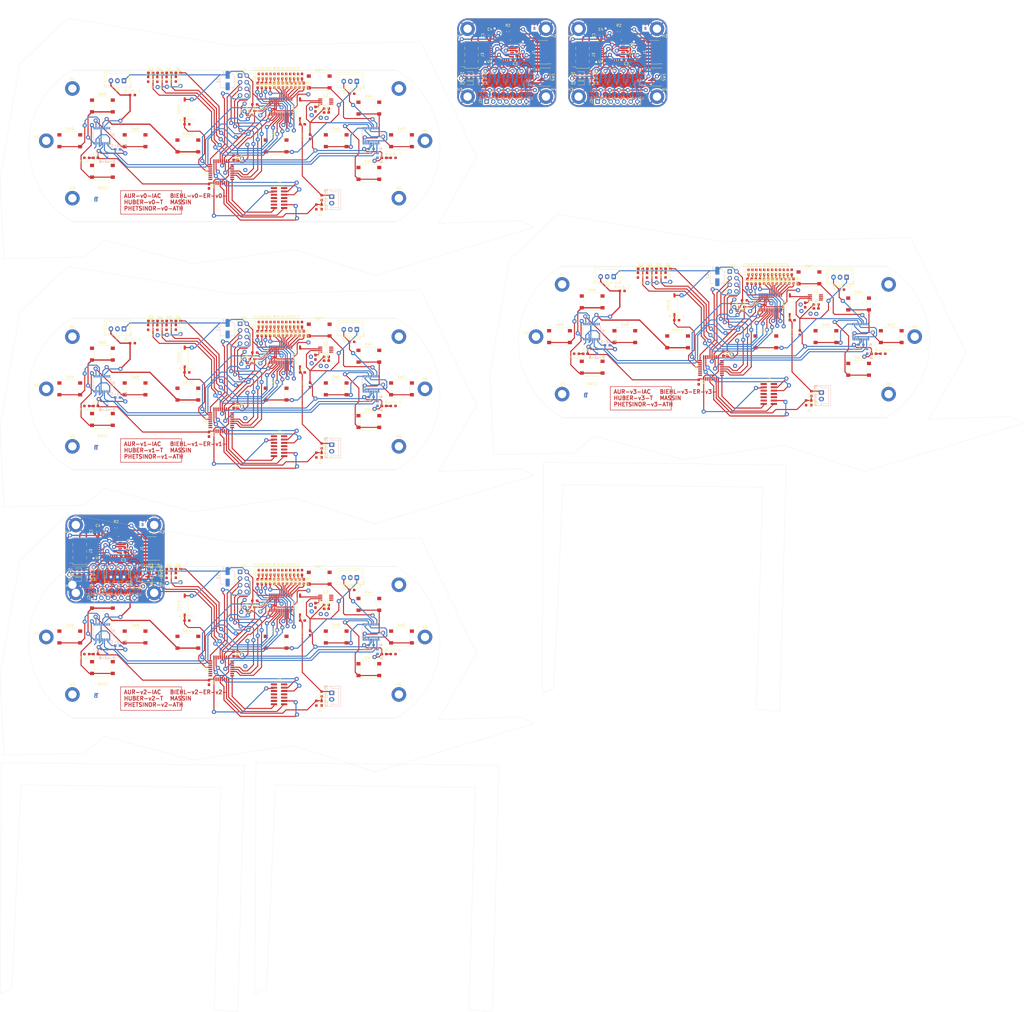
<source format=kicad_pcb>
(kicad_pcb (version 20221018) (generator pcbnew)
  (layers (0 "F.Cu" signal) (31 "B.Cu" signal) (34 "B.Paste" user) (35 "F.Paste" user) (36 "B.SilkS" user "B.Silkscreen") (37 "F.SilkS" user "F.Silkscreen") (38 "B.Mask" user) (39 "F.Mask" user) (44 "Edge.Cuts" user))
  (net 0 "")
  (net 1 "Glob_Alim-v0-")
  (net 2 "GND-v0-")
  (net 3 "POWER-v0-_CHECK-v0-")
  (net 4 "L-v0-i-ion-v0-")
  (net 5 "Net-(C7-Pad1)-v0-")
  (net 6 "Net-(C8-Pad1)-v0-")
  (net 7 "Net-(U3-BP)-v0-")
  (net 8 "Net-(D2-A)-v0-")
  (net 9 "Net-(D3-K)-v0-")
  (net 10 "Net-(D3-A)-v0-")
  (net 11 "Net-(D4-K)-v0-")
  (net 12 "Net-(D4-A)-v0-")
  (net 13 "Net-(D5-K)-v0-")
  (net 14 "Net-(D5-A)-v0-")
  (net 15 "Net-(D6-K)-v0-")
  (net 16 "Net-(D6-A)-v0-")
  (net 17 "Net-(D7-K)-v0-")
  (net 18 "Net-(D7-A)-v0-")
  (net 19 "Net-(D8-K)-v0-")
  (net 20 "Net-(D8-A)-v0-")
  (net 21 "Net-(D9-K)-v0-")
  (net 22 "Net-(D9-A)-v0-")
  (net 23 "Net-(D10-K)-v0-")
  (net 24 "Net-(D10-A)-v0-")
  (net 25 "Net-(D11-K)-v0-")
  (net 26 "Net-(D11-A)-v0-")
  (net 27 "Net-(D12-K)-v0-")
  (net 28 "Net-(D12-A)-v0-")
  (net 29 "Net-(D13-K)-v0-")
  (net 30 "Net-(D13-A)-v0-")
  (net 31 "Net-(D14-K)-v0-")
  (net 32 "Net-(D14-A)-v0-")
  (net 33 "Net-(D15-K)-v0-")
  (net 34 "Net-(D15-A)-v0-")
  (net 35 "Net-(D16-K)-v0-")
  (net 36 "Net-(D16-A)-v0-")
  (net 37 "Net-(D17-K)-v0-")
  (net 38 "Net-(D17-A)-v0-")
  (net 39 "Net-(D18-K)-v0-")
  (net 40 "Net-(D18-A)-v0-")
  (net 43 "SWDIO-v0-")
  (net 44 "SWDCK-v0-")
  (net 48 "R-v0-eset_Buton -v0-")
  (net 49 "USAR-v0-T2_R-v0-X-v0-")
  (net 50 "USAR-v0-T2_TX-v0-")
  (net 51 "R-v0-")
  (net 52 "L-v0-")
  (net 53 "NES{slash}SNES_switcher-v0-")
  (net 54 "DIO{slash}EX_CL-v0-K")
  (net 55 "DIO{slash}EX_SDA-v0-")
  (net 56 "DIODE_OE-v0-")
  (net 57 "Net-(#FL-v0-G05-pwr)")
  (net 58 "A_Button-v0-")
  (net 59 "B_Button-v0-")
  (net 60 "X_Button-v0-")
  (net 61 "Y_Button-v0-")
  (net 62 "UC_Button-v0-")
  (net 63 "Order_Search-v0-")
  (net 64 "L-v0-C_Button")
  (net 65 "R-v0-C_Button")
  (net 66 "DC_Button-v0-")
  (net 67 "ST_Button-v0-")
  (net 68 "SE_Button-v0-")
  (net 73 "Pin_Clock-v0-")
  (net 74 "Digital_Out_Put-v0-")
  (net 75 "MOSI-v0-")
  (net 79 "R-v0-X{slash}TX")
  (net 81 "CSN_nR-v0-F24")
  (net 99 "Glob_Alim-v1-")
  (net 100 "GND-v1-")
  (net 101 "POWER-v1-_CHECK-v1-")
  (net 102 "L-v1-i-ion-v1-")
  (net 103 "Net-(C7-Pad1)-v1-")
  (net 104 "Net-(C8-Pad1)-v1-")
  (net 105 "Net-(U3-BP)-v1-")
  (net 106 "Net-(D2-A)-v1-")
  (net 107 "Net-(D3-K)-v1-")
  (net 108 "Net-(D3-A)-v1-")
  (net 109 "Net-(D4-K)-v1-")
  (net 110 "Net-(D4-A)-v1-")
  (net 111 "Net-(D5-K)-v1-")
  (net 112 "Net-(D5-A)-v1-")
  (net 113 "Net-(D6-K)-v1-")
  (net 114 "Net-(D6-A)-v1-")
  (net 115 "Net-(D7-K)-v1-")
  (net 116 "Net-(D7-A)-v1-")
  (net 117 "Net-(D8-K)-v1-")
  (net 118 "Net-(D8-A)-v1-")
  (net 119 "Net-(D9-K)-v1-")
  (net 120 "Net-(D9-A)-v1-")
  (net 121 "Net-(D10-K)-v1-")
  (net 122 "Net-(D10-A)-v1-")
  (net 123 "Net-(D11-K)-v1-")
  (net 124 "Net-(D11-A)-v1-")
  (net 125 "Net-(D12-K)-v1-")
  (net 126 "Net-(D12-A)-v1-")
  (net 127 "Net-(D13-K)-v1-")
  (net 128 "Net-(D13-A)-v1-")
  (net 129 "Net-(D14-K)-v1-")
  (net 130 "Net-(D14-A)-v1-")
  (net 131 "Net-(D15-K)-v1-")
  (net 132 "Net-(D15-A)-v1-")
  (net 133 "Net-(D16-K)-v1-")
  (net 134 "Net-(D16-A)-v1-")
  (net 135 "Net-(D17-K)-v1-")
  (net 136 "Net-(D17-A)-v1-")
  (net 137 "Net-(D18-K)-v1-")
  (net 138 "Net-(D18-A)-v1-")
  (net 141 "SWDIO-v1-")
  (net 142 "SWDCK-v1-")
  (net 146 "R-v1-eset_Buton -v1-")
  (net 147 "USAR-v1-T2_R-v1-X-v1-")
  (net 148 "USAR-v1-T2_TX-v1-")
  (net 149 "R-v1-")
  (net 150 "L-v1-")
  (net 151 "NES{slash}SNES_switcher-v1-")
  (net 152 "DIO{slash}EX_CL-v1-K")
  (net 153 "DIO{slash}EX_SDA-v1-")
  (net 154 "DIODE_OE-v1-")
  (net 155 "Net-(#FL-v1-G05-pwr)")
  (net 156 "A_Button-v1-")
  (net 157 "B_Button-v1-")
  (net 158 "X_Button-v1-")
  (net 159 "Y_Button-v1-")
  (net 160 "UC_Button-v1-")
  (net 161 "Order_Search-v1-")
  (net 162 "L-v1-C_Button")
  (net 163 "R-v1-C_Button")
  (net 164 "DC_Button-v1-")
  (net 165 "ST_Button-v1-")
  (net 166 "SE_Button-v1-")
  (net 171 "Pin_Clock-v1-")
  (net 172 "Digital_Out_Put-v1-")
  (net 173 "MOSI-v1-")
  (net 177 "R-v1-X{slash}TX")
  (net 179 "CSN_nR-v1-F24")
  (net 197 "Glob_Alim-v2-")
  (net 198 "GND-v2-")
  (net 199 "POWER-v2-_CHECK-v2-")
  (net 200 "L-v2-i-ion-v2-")
  (net 201 "Net-(C7-Pad1)-v2-")
  (net 202 "Net-(C8-Pad1)-v2-")
  (net 203 "Net-(U3-BP)-v2-")
  (net 204 "Net-(D2-A)-v2-")
  (net 205 "Net-(D3-K)-v2-")
  (net 206 "Net-(D3-A)-v2-")
  (net 207 "Net-(D4-K)-v2-")
  (net 208 "Net-(D4-A)-v2-")
  (net 209 "Net-(D5-K)-v2-")
  (net 210 "Net-(D5-A)-v2-")
  (net 211 "Net-(D6-K)-v2-")
  (net 212 "Net-(D6-A)-v2-")
  (net 213 "Net-(D7-K)-v2-")
  (net 214 "Net-(D7-A)-v2-")
  (net 215 "Net-(D8-K)-v2-")
  (net 216 "Net-(D8-A)-v2-")
  (net 217 "Net-(D9-K)-v2-")
  (net 218 "Net-(D9-A)-v2-")
  (net 219 "Net-(D10-K)-v2-")
  (net 220 "Net-(D10-A)-v2-")
  (net 221 "Net-(D11-K)-v2-")
  (net 222 "Net-(D11-A)-v2-")
  (net 223 "Net-(D12-K)-v2-")
  (net 224 "Net-(D12-A)-v2-")
  (net 225 "Net-(D13-K)-v2-")
  (net 226 "Net-(D13-A)-v2-")
  (net 227 "Net-(D14-K)-v2-")
  (net 228 "Net-(D14-A)-v2-")
  (net 229 "Net-(D15-K)-v2-")
  (net 230 "Net-(D15-A)-v2-")
  (net 231 "Net-(D16-K)-v2-")
  (net 232 "Net-(D16-A)-v2-")
  (net 233 "Net-(D17-K)-v2-")
  (net 234 "Net-(D17-A)-v2-")
  (net 235 "Net-(D18-K)-v2-")
  (net 236 "Net-(D18-A)-v2-")
  (net 239 "SWDIO-v2-")
  (net 240 "SWDCK-v2-")
  (net 244 "R-v2-eset_Buton -v2-")
  (net 245 "USAR-v2-T2_R-v2-X-v2-")
  (net 246 "USAR-v2-T2_TX-v2-")
  (net 247 "R-v2-")
  (net 248 "L-v2-")
  (net 249 "NES{slash}SNES_switcher-v2-")
  (net 250 "DIO{slash}EX_CL-v2-K")
  (net 251 "DIO{slash}EX_SDA-v2-")
  (net 252 "DIODE_OE-v2-")
  (net 253 "Net-(#FL-v2-G05-pwr)")
  (net 254 "A_Button-v2-")
  (net 255 "B_Button-v2-")
  (net 256 "X_Button-v2-")
  (net 257 "Y_Button-v2-")
  (net 258 "UC_Button-v2-")
  (net 259 "Order_Search-v2-")
  (net 260 "L-v2-C_Button")
  (net 261 "R-v2-C_Button")
  (net 262 "DC_Button-v2-")
  (net 263 "ST_Button-v2-")
  (net 264 "SE_Button-v2-")
  (net 269 "Pin_Clock-v2-")
  (net 270 "Digital_Out_Put-v2-")
  (net 271 "MOSI-v2-")
  (net 275 "R-v2-X{slash}TX")
  (net 277 "CSN_nR-v2-F24")
  (net 295 "Glob_Alim-v3-")
  (net 296 "GND-v3-")
  (net 297 "POWER-v3-_CHECK-v3-")
  (net 298 "L-v3-i-ion-v3-")
  (net 299 "Net-(C7-Pad1)-v3-")
  (net 300 "Net-(C8-Pad1)-v3-")
  (net 301 "Net-(U3-BP)-v3-")
  (net 302 "Net-(D2-A)-v3-")
  (net 303 "Net-(D3-K)-v3-")
  (net 304 "Net-(D3-A)-v3-")
  (net 305 "Net-(D4-K)-v3-")
  (net 306 "Net-(D4-A)-v3-")
  (net 307 "Net-(D5-K)-v3-")
  (net 308 "Net-(D5-A)-v3-")
  (net 309 "Net-(D6-K)-v3-")
  (net 310 "Net-(D6-A)-v3-")
  (net 311 "Net-(D7-K)-v3-")
  (net 312 "Net-(D7-A)-v3-")
  (net 313 "Net-(D8-K)-v3-")
  (net 314 "Net-(D8-A)-v3-")
  (net 315 "Net-(D9-K)-v3-")
  (net 316 "Net-(D9-A)-v3-")
  (net 317 "Net-(D10-K)-v3-")
  (net 318 "Net-(D10-A)-v3-")
  (net 319 "Net-(D11-K)-v3-")
  (net 320 "Net-(D11-A)-v3-")
  (net 321 "Net-(D12-K)-v3-")
  (net 322 "Net-(D12-A)-v3-")
  (net 323 "Net-(D13-K)-v3-")
  (net 324 "Net-(D13-A)-v3-")
  (net 325 "Net-(D14-K)-v3-")
  (net 326 "Net-(D14-A)-v3-")
  (net 327 "Net-(D15-K)-v3-")
  (net 328 "Net-(D15-A)-v3-")
  (net 329 "Net-(D16-K)-v3-")
  (net 330 "Net-(D16-A)-v3-")
  (net 331 "Net-(D17-K)-v3-")
  (net 332 "Net-(D17-A)-v3-")
  (net 333 "Net-(D18-K)-v3-")
  (net 334 "Net-(D18-A)-v3-")
  (net 337 "SWDIO-v3-")
  (net 338 "SWDCK-v3-")
  (net 342 "R-v3-eset_Buton -v3-")
  (net 343 "USAR-v3-T2_R-v3-X-v3-")
  (net 344 "USAR-v3-T2_TX-v3-")
  (net 345 "R-v3-")
  (net 346 "L-v3-")
  (net 347 "NES{slash}SNES_switcher-v3-")
  (net 348 "DIO{slash}EX_CL-v3-K")
  (net 349 "DIO{slash}EX_SDA-v3-")
  (net 350 "DIODE_OE-v3-")
  (net 351 "Net-(#FL-v3-G05-pwr)")
  (net 352 "A_Button-v3-")
  (net 353 "B_Button-v3-")
  (net 354 "X_Button-v3-")
  (net 355 "Y_Button-v3-")
  (net 356 "UC_Button-v3-")
  (net 357 "Order_Search-v3-")
  (net 358 "L-v3-C_Button")
  (net 359 "R-v3-C_Button")
  (net 360 "DC_Button-v3-")
  (net 361 "ST_Button-v3-")
  (net 362 "SE_Button-v3-")
  (net 367 "Pin_Clock-v3-")
  (net 368 "Digital_Out_Put-v3-")
  (net 369 "MOSI-v3-")
  (net 373 "R-v3-X{slash}TX")
  (net 375 "CSN_nR-v3-F24")
  (net 393 "+5V-v7-")
  (net 394 "GND-v7-")
  (net 395 "+3.3V-v7-")
  (net 396 "Net-(D1-K)-v7-")
  (net 398 "Net-(D3-K)-v7-")
  (net 399 "Status_LED-v7-")
  (net 400 "Data_Clock_SNES-v7-")
  (net 401 "Data_Latch_SNES-v7-")
  (net 402 "Net-(D2-K)-v7-")
  (net 403 "Serial_Data1_SNES-v7-")
  (net 404 "Serial_Data2_SNES-v7-")
  (net 405 "SPI_Chip_Select-v7-")
  (net 406 "Chip_Enable-v7-")
  (net 407 "SPI_Digital_Input-v7-")
  (net 408 "SPI_Clock-v7-")
  (net 409 "SPI_Digital_Output-v7-")
  (net 410 "IOBit_SNES-v7-")
  (net 411 "Data_Clock_STM32-v7-")
  (net 412 "Data_Latch_STM32-v7-")
  (net 413 "Appairing_Btn-v7-")
  (net 414 "Net-(U2-BP)-v7-")
  (net 415 "SWDIO-v7-")
  (net 416 "SWDCK-v7-")
  (net 419 "NRST-v7-")
  (net 420 "USART2_RX-v7-")
  (net 421 "USART2_TX-v7-")
  (net 422 "Serial_Data1_STM32-v7-")
  (net 423 "IOBit_STM32-v7-")
  (net 424 "Serial_Data2_STM32-v7-")
  (net 438 "+5V-v8-")
  (net 439 "GND-v8-")
  (net 440 "+3.3V-v8-")
  (net 441 "Net-(D1-K)-v8-")
  (net 443 "Net-(D3-K)-v8-")
  (net 444 "Status_LED-v8-")
  (net 445 "Data_Clock_SNES-v8-")
  (net 446 "Data_Latch_SNES-v8-")
  (net 447 "Net-(D2-K)-v8-")
  (net 448 "Serial_Data1_SNES-v8-")
  (net 449 "Serial_Data2_SNES-v8-")
  (net 450 "SPI_Chip_Select-v8-")
  (net 451 "Chip_Enable-v8-")
  (net 452 "SPI_Digital_Input-v8-")
  (net 453 "SPI_Clock-v8-")
  (net 454 "SPI_Digital_Output-v8-")
  (net 455 "IOBit_SNES-v8-")
  (net 456 "Data_Clock_STM32-v8-")
  (net 457 "Data_Latch_STM32-v8-")
  (net 458 "Appairing_Btn-v8-")
  (net 459 "Net-(U2-BP)-v8-")
  (net 460 "SWDIO-v8-")
  (net 461 "SWDCK-v8-")
  (net 464 "NRST-v8-")
  (net 465 "USART2_RX-v8-")
  (net 466 "USART2_TX-v8-")
  (net 467 "Serial_Data1_STM32-v8-")
  (net 468 "IOBit_STM32-v8-")
  (net 469 "Serial_Data2_STM32-v8-")
  (net 483 "+5V-v9-")
  (net 484 "GND-v9-")
  (net 485 "+3.3V-v9-")
  (net 486 "Net-(D1-K)-v9-")
  (net 488 "Net-(D3-K)-v9-")
  (net 489 "Status_LED-v9-")
  (net 490 "Data_Clock_SNES-v9-")
  (net 491 "Data_Latch_SNES-v9-")
  (net 492 "Net-(D2-K)-v9-")
  (net 493 "Serial_Data1_SNES-v9-")
  (net 494 "Serial_Data2_SNES-v9-")
  (net 495 "SPI_Chip_Select-v9-")
  (net 496 "Chip_Enable-v9-")
  (net 497 "SPI_Digital_Input-v9-")
  (net 498 "SPI_Clock-v9-")
  (net 499 "SPI_Digital_Output-v9-")
  (net 500 "IOBit_SNES-v9-")
  (net 501 "Data_Clock_STM32-v9-")
  (net 502 "Data_Latch_STM32-v9-")
  (net 503 "Appairing_Btn-v9-")
  (net 504 "Net-(U2-BP)-v9-")
  (net 505 "SWDIO-v9-")
  (net 506 "SWDCK-v9-")
  (net 509 "NRST-v9-")
  (net 510 "USART2_RX-v9-")
  (net 511 "USART2_TX-v9-")
  (net 512 "Serial_Data1_STM32-v9-")
  (net 513 "IOBit_STM32-v9-")
  (net 514 "Serial_Data2_STM32-v9-")
  (footprint "L-v0-ED_SMD:L-v0-ED_0603_1608Metric_Pad1.05x0.95mm_HandSolder" (layer "F.Cu") (at 104.663491 26.957725 -90)
    (fp_text reference "D10")
    (fp_text value "G8")
  )
  (footprint "Capacitor_SMD:C_0603_1608Metric_Pad1.08x0.95mm_HandSolder" (layer "F.Cu") (at 241.51 14.8025 90)
    (fp_text reference "C2")
    (fp_text value "100n")
  )
  (footprint "L-v3-ED_SMD:L-v3-ED_0603_1608Metric_Pad1.05x0.95mm_HandSolder" (layer "F.Cu") (at 303.413491 101.932725 -90)
    (fp_text reference "D17")
    (fp_text value "R-v3-3")
  )
  (footprint "Capacitor_SMD:C_0603_1608Metric_Pad1.08x0.95mm_HandSolder" (layer "F.Cu") (at 92.162491 149.604725 -90)
    (fp_text reference "C6")
    (fp_text value "10u")
  )
  (footprint "Button_Switch_SMD:SW_SPST_B3S-1000" (layer "F.Cu") (at 52.938491 238.132725)
    (fp_text reference "SW8")
    (fp_text value "SW_Push")
  )
  (footprint "Button_Switch_SMD:SW_SPST_B3S-1000" (layer "F.Cu") (at 317.438491 123.132725)
    (fp_text reference "SW5")
    (fp_text value "SW_Push")
  )
  (footprint "R-v2-esistor_SMD:R-v2-_0603_1608Metric_Pad0.98x0.95mm_HandSolder" (layer "F.Cu") (at 34.446467 244.682725 180)
    (fp_text reference "R-v2-7")
    (fp_text value "1k")
  )
  (footprint "Capacitor_SMD:C_0603_1608Metric_Pad1.08x0.95mm_HandSolder" (layer "F.Cu") (at 81.240491 160.526725 -90)
    (fp_text reference "C5")
    (fp_text value "100n")
  )
  (footprint "L-v1-ED_SMD:L-v1-ED_0603_1608Metric_Pad1.05x0.95mm_HandSolder" (layer "F.Cu") (at 99.863491 121.957725 -90)
    (fp_text reference "D7")
    (fp_text value "G5")
  )
  (footprint "R-v0-esistor_SMD:R-v0-_0603_1608Metric_Pad0.98x0.95mm_HandSolder" (layer "F.Cu") (at 96.748491 38.232725)
    (fp_text reference "R-v0-14")
    (fp_text value "10K")
  )
  (footprint "R-v2-esistor_SMD:R-v2-_0603_1608Metric_Pad0.98x0.95mm_HandSolder" (layer "F.Cu") (at 97.748491 226.732725 180)
    (fp_text reference "R-v2-11")
    (fp_text value "10K")
  )
  (footprint "R-v2-esistor_SMD:R-v2-_0603_1608Metric_Pad0.98x0.95mm_HandSolder" (layer "F.Cu") (at 124.338491 259.932725 -90)
    (fp_text reference "R-v2-9")
    (fp_text value "1M")
  )
  (footprint "R-v2-esistor_SMD:R-v2-_0603_1608Metric_Pad0.98x0.95mm_HandSolder" (layer "F.Cu") (at 151.750515 244.682725)
    (fp_text reference "R-v2-4")
    (fp_text value "1k")
  )
  (footprint "Connector_PinHeader_2.54mm:PinHeader_2x04_P2.54mm_Vertical" (layer "F.Cu") (at 93.138491 23.192725)
    (fp_text reference "U2")
    (fp_text value "nR-v0-F24_Full")
  )
  (footprint "R-v1-esistor_SMD:R-v1-_0603_1608Metric_Pad0.98x0.95mm_HandSolder" (layer "F.Cu") (at 115.338491 118.445225 90)
    (fp_text reference "R-v1-33")
    (fp_text value "1K")
  )
  (footprint "R-v0-esistor_SMD:R-v0-_0603_1608Metric_Pad0.98x0.95mm_HandSolder" (layer "F.Cu") (at 135.938491 30.132725)
    (fp_text reference "R-v0-13")
    (fp_text value "1K")
  )
  (footprint "MountingHole:MountingHole_3.2mm_M3_DIN965_Pad" (layer "F.Cu") (at 153.938491 70.132725)
    (fp_text reference "H6")
    (fp_text value "MountingHole_Pad")
  )
  (footprint "R-v3-esistor_SMD:R-v3-_0603_1608Metric_Pad0.98x0.95mm_HandSolder" (layer "F.Cu") (at 295.338491 98.445225 90)
    (fp_text reference "R-v3-28")
    (fp_text value "1K")
  )
  (footprint "L-v3-ED_SMD:L-v3-ED_0603_1608Metric_Pad1.05x0.95mm_HandSolder" (layer "F.Cu") (at 287.363491 101.957725 -90)
    (fp_text reference "D7")
    (fp_text value "G5")
  )
  (footprint "MountingHole:MountingHole_3.2mm_M3_DIN965_Pad" (layer "F.Cu") (at 18.938491 238.132725)
    (fp_text reference "H2")
    (fp_text value "MountingHole_Pad")
  )
  (footprint "R-v1-esistor_SMD:R-v1-_0603_1608Metric_Pad0.98x0.95mm_HandSolder" (layer "F.Cu") (at 97.748491 131.732725 180)
    (fp_text reference "R-v1-11")
    (fp_text value "10K")
  )
  (footprint "Package_SO:MSOP-8_3x3mm_P0.65mm" (layer "F.Cu") (at 125.938491 223.132725)
    (fp_text reference "U3")
    (fp_text value "MIC5219-3.3YMM")
  )
  (footprint "Package_QFP:L-v0-QFP-32_7x7mm_P0.8mm" (layer "F.Cu") (at 85.938491 60.132725 90)
    (fp_text reference "U1")
    (fp_text value "STM32L-v0-412KBTx")
  )
  (footprint "MountingHole:MountingHole_3.2mm_M3_DIN965_Pad" (layer "F.Cu") (at 28.938491 28.132725)
    (fp_text reference "H1")
    (fp_text value "MountingHole_Pad")
  )
  (footprint "R-v1-esistor_SMD:R-v1-_0603_1608Metric_Pad0.98x0.95mm_HandSolder" (layer "F.Cu") (at 116.838491 118.445225 90)
    (fp_text reference "R-v1-34")
    (fp_text value "1K")
  )
  (footprint "Button_Switch_SMD:SW_SPST_B3S-1000" (layer "F.Cu") (at 294.438491 125.132725)
    (fp_text reference "SW13")
    (fp_text value "SW_Push")
  )
  (footprint "Capacitor_SMD:C_0603_1608Metric_Pad1.08x0.95mm_HandSolder" (layer "F.Cu") (at 231.55 7.75 90)
    (fp_text reference "C4")
    (fp_text value "100n")
  )
  (footprint "L-v1-ED_SMD:L-v1-ED_0603_1608Metric_Pad1.05x0.95mm_HandSolder" (layer "F.Cu") (at 58.938491 117.132725)
    (fp_text reference "D3")
    (fp_text value "G1")
  )
  (footprint "Capacitor_SMD:C_0603_1608Metric_Pad1.08x0.95mm_HandSolder" (layer "F.Cu") (at 304.533491 116.832725)
    (fp_text reference "C4")
    (fp_text value "1u")
  )
  (footprint "L-v3-ED_SMD:L-v3-ED_0603_1608Metric_Pad1.05x0.95mm_HandSolder" (layer "F.Cu") (at 313.698491 112.332725)
    (fp_text reference "D2")
    (fp_text value "L-v3-ED_Small")
  )
  (footprint "R-v2-esistor_SMD:R-v2-_0603_1608Metric_Pad0.98x0.95mm_HandSolder" (layer "F.Cu") (at 113.838491 213.445225 90)
    (fp_text reference "R-v2-32")
    (fp_text value "1K")
  )
  (footprint "L-v1-ED_SMD:L-v1-ED_0603_1608Metric_Pad1.05x0.95mm_HandSolder" (layer "F.Cu") (at 117.538491 121.932725 -90)
    (fp_text reference "D18")
    (fp_text value "R-v1-4")
  )
  (footprint "Capacitor_SMD:C_0603_1608Metric_Pad1.08x0.95mm_HandSolder" (layer "F.Cu") (at 241.51 11.5 90)
    (fp_text reference "C5")
    (fp_text value "100n")
  )
  (footprint "Connector_PinHeader_2.54mm:PinHeader_1x07_P2.54mm_Vertical" (layer "F.Cu") (at 187.5 33.15 90)
    (fp_text reference "J2")
    (fp_text value "Conn_01x07_Socket")
  )
  (footprint "MountingHole:MountingHole_3.2mm_M3_DIN965_Pad" (layer "F.Cu") (at 28.938491 70.132725)
    (fp_text reference "H3")
    (fp_text value "MountingHole_Pad")
  )
  (footprint "Resistor_SMD:R_0603_1608Metric_Pad0.98x0.95mm_HandSolder" (layer "F.Cu") (at 238.17 6.32 90)
    (fp_text reference "R2")
    (fp_text value "10k")
  )
  (footprint "Resistor_SMD:R_0603_1608Metric_Pad0.98x0.95mm_HandSolder" (layer "F.Cu") (at 184.26875 24.25)
    (fp_text reference "R4")
    (fp_text value "1k")
  )
  (footprint "R-v1-esistor_SMD:R-v1-_0603_1608Metric_Pad0.98x0.95mm_HandSolder" (layer "F.Cu") (at 107.838491 118.445225 90)
    (fp_text reference "R-v1-28")
    (fp_text value "1K")
  )
  (footprint "R-v1-esistor_SMD:R-v1-_0603_1608Metric_Pad0.98x0.95mm_HandSolder" (layer "F.Cu") (at 122.338491 168.470225 -90)
    (fp_text reference "R-v1-10")
    (fp_text value "1M")
  )
  (footprint "Capacitor_SMD:C_0603_1608Metric_Pad1.08x0.95mm_HandSolder" (layer "F.Cu") (at 92.162491 244.604725 -90)
    (fp_text reference "C6")
    (fp_text value "10u")
  )
  (footprint "Button_Switch_SMD:SW_SPST_B3S-1000" (layer "F.Cu") (at 129.938491 238.132725)
    (fp_text reference "SW5")
    (fp_text value "SW_Push")
  )
  (footprint "Diode_SMD:D_0603_1608Metric_Pad1.05x0.95mm_HandSolder" (layer "F.Cu") (at 30.76875 212.45 180)
    (fp_text reference "D1")
    (fp_text value "LED_Small")
  )
  (footprint "Button_Switch_SMD:SW_SPST_B3S-1000" (layer "F.Cu") (at 106.938491 145.132725)
    (fp_text reference "SW13")
    (fp_text value "SW_Push")
  )
  (footprint "R-v3-esistor_SMD:R-v3-_0603_1608Metric_Pad0.98x0.95mm_HandSolder" (layer "F.Cu") (at 248.963491 99.632725 -90)
    (fp_text reference "R-v3-20")
    (fp_text value "1K")
  )
  (footprint "R-v2-esistor_SMD:R-v2-_0603_1608Metric_Pad0.98x0.95mm_HandSolder" (layer "F.Cu") (at 104.838491 213.445225 90)
    (fp_text reference "R-v2-26")
    (fp_text value "1K")
  )
  (footprint "R-v2-esistor_SMD:R-v2-_0603_1608Metric_Pad0.98x0.95mm_HandSolder" (layer "F.Cu") (at 57.963491 214.607725 -90)
    (fp_text reference "R-v2-18")
    (fp_text value "1K")
  )
  (footprint "Capacitor_SMD:C_0603_1608Metric_Pad1.08x0.95mm_HandSolder" (layer "F.Cu") (at 198.5025 17.19)
    (fp_text reference "C3")
    (fp_text value "100n")
  )
  (footprint "R-v3-esistor_SMD:R-v3-_0603_1608Metric_Pad0.98x0.95mm_HandSolder" (layer "F.Cu") (at 252.488491 99.607725 -90)
    (fp_text reference "R-v3-21")
    (fp_text value "1K")
  )
  (footprint "Package_QFP:L-v1-QFP-32_7x7mm_P0.8mm" (layer "F.Cu") (at 85.938491 155.132725 90)
    (fp_text reference "U1")
    (fp_text value "STM32L-v1-412KBTx")
  )
  (footprint "L-v0-ED_SMD:L-v0-ED_0603_1608Metric_Pad1.05x0.95mm_HandSolder" (layer "F.Cu") (at 69.438491 22.132725)
    (fp_text reference "D6")
    (fp_text value "G4")
  )
  (footprint "R-v3-esistor_SMD:R-v3-_0603_1608Metric_Pad0.98x0.95mm_HandSolder" (layer "F.Cu") (at 311.838491 144.932725 -90)
    (fp_text reference "R-v3-9")
    (fp_text value "1M")
  )
  (footprint "R-v3-esistor_SMD:R-v3-_0603_1608Metric_Pad0.98x0.95mm_HandSolder" (layer "F.Cu") (at 313.698491 110.808725)
    (fp_text reference "R-v3-3")
    (fp_text value "1K")
  )
  (footprint "L-v2-ED_SMD:L-v2-ED_0603_1608Metric_Pad1.05x0.95mm_HandSolder" (layer "F.Cu") (at 65.938491 212.132725)
    (fp_text reference "D5")
    (fp_text value "G3")
  )
  (footprint "R-v1-esistor_SMD:R-v1-_0603_1608Metric_Pad0.98x0.95mm_HandSolder" (layer "F.Cu") (at 110.838491 118.445225 90)
    (fp_text reference "R-v1-30")
    (fp_text value "1K")
  )
  (footprint "Button_Switch_SMD:SW_SPST_B3S-1000" (layer "F.Cu") (at 58.75 213.75 180)
    (fp_text reference "SW1")
    (fp_text value "SW_SPST")
  )
  (footprint "L-v2-ED_SMD:L-v2-ED_0603_1608Metric_Pad1.05x0.95mm_HandSolder" (layer "F.Cu") (at 99.863491 216.957725 -90)
    (fp_text reference "D7")
    (fp_text value "G5")
  )
  (footprint "L-v2-ED_SMD:L-v2-ED_0603_1608Metric_Pad1.05x0.95mm_HandSolder" (layer "F.Cu") (at 101.462491 216.957725 -90)
    (fp_text reference "D8")
    (fp_text value "G6")
  )
  (footprint "R-v2-esistor_SMD:R-v2-_0603_1608Metric_Pad0.98x0.95mm_HandSolder" (layer "F.Cu") (at 135.938491 220.132725)
    (fp_text reference "R-v2-13")
    (fp_text value "1K")
  )
  (footprint "Button_Switch_SMD:SW_SPST_B3S-1000" (layer "F.Cu") (at 329.938491 135.632725)
    (fp_text reference "SW3")
    (fp_text value "SW_Push")
  )
  (footprint "R-v2-esistor_SMD:R-v2-_0603_1608Metric_Pad0.98x0.95mm_HandSolder" (layer "F.Cu") (at 68.538491 214.557725 -90)
    (fp_text reference "R-v2-22")
    (fp_text value "1K")
  )
  (footprint "MountingHole:MountingHole_3.2mm_M3_DIN965_Pad" (layer "F.Cu") (at 351.438491 123.132725)
    (fp_text reference "H5")
    (fp_text value "MountingHole_Pad")
  )
  (footprint "L-v1-ED_SMD:L-v1-ED_0603_1608Metric_Pad1.05x0.95mm_HandSolder" (layer "F.Cu") (at 69.438491 117.132725)
    (fp_text reference "D6")
    (fp_text value "G4")
  )
  (footprint "L-v2-ED_SMD:L-v2-ED_0603_1608Metric_Pad1.05x0.95mm_HandSolder" (layer "F.Cu") (at 69.438491 212.132725)
    (fp_text reference "D6")
    (fp_text value "G4")
  )
  (footprint "Capacitor_SMD:C_0603_1608Metric_Pad1.08x0.95mm_HandSolder" (layer "F.Cu") (at 124.338491 73.470225 -90)
    (fp_text reference "C2")
    (fp_text value "1nF")
  )
  (footprint "R-v1-esistor_SMD:R-v1-_0603_1608Metric_Pad0.98x0.95mm_HandSolder" (layer "F.Cu") (at 135.938491 125.132725)
    (fp_text reference "R-v1-13")
    (fp_text value "1K")
  )
  (footprint "R-v3-esistor_SMD:R-v3-_0603_1608Metric_Pad0.98x0.95mm_HandSolder" (layer "F.Cu") (at 260.288491 116.832725)
    (fp_text reference "R-v3-1")
    (fp_text value "1K")
  )
  (footprint "MountingHole:MountingHole_3.2mm_M3_DIN965_Pad" (layer "F.Cu") (at 252.75 5.25)
    (fp_text reference "H2")
    (fp_text value "MountingHole_Pad")
  )
  (footprint "Button_Switch_SMD:SW_SPST_B3S-1000" (layer "F.Cu") (at 40.438491 249.832725)
    (fp_text reference "SW11")
    (fp_text value "SW_Push")
  )
  (footprint "Capacitor_SMD:C_0603_1608Metric_Pad1.08x0.95mm_HandSolder" (layer "F.Cu") (at 230.05 7.75 90)
    (fp_text reference "C1")
    (fp_text value "10u")
  )
  (footprint "Capacitor_SMD:C_0603_1608Metric_Pad1.08x0.95mm_HandSolder" (layer "F.Cu") (at 121.988491 226.032725 -90)
    (fp_text reference "C9")
    (fp_text value "470p")
  )
  (footprint "L-v3-ED_SMD:L-v3-ED_0603_1608Metric_Pad1.05x0.95mm_HandSolder" (layer "F.Cu") (at 290.563491 101.957725 -90)
    (fp_text reference "D9")
    (fp_text value "G7")
  )
  (footprint "Package_SO:TSSOP-28_4.4x9.7mm_P0.65mm" (layer "F.Cu") (at 108.672491 225.046725 90)
    (fp_text reference "U4")
    (fp_text value "PCA9685PW")
  )
  (footprint "L-v1-ED_SMD:L-v1-ED_0603_1608Metric_Pad1.05x0.95mm_HandSolder" (layer "F.Cu") (at 106.263491 121.957725 -90)
    (fp_text reference "D11")
    (fp_text value "O1")
  )
  (footprint "Button_Switch_SMD:SW_DIP_SPSTx01_Slide_Copal_CHS-01B_W7.62mm_P1.27mm" (layer "F.Cu") (at 116.108491 131.132725 90)
    (fp_text reference "SW1")
    (fp_text value "SW_DIP_x01")
  )
  (footprint "Diode_SMD:D_0603_1608Metric_Pad1.05x0.95mm_HandSolder" (layer "F.Cu") (at 180.76875 22.45 180)
    (fp_text reference "D1")
    (fp_text value "LED_Small")
  )
  (footprint "Button_Switch_SMD:SW_SPST_B3S-1000" (layer "F.Cu") (at 142.438491 35.632725)
    (fp_text reference "SW4")
    (fp_text value "SW_Push")
  )
  (footprint "R-v0-esistor_SMD:R-v0-_0603_1608Metric_Pad0.98x0.95mm_HandSolder" (layer "F.Cu") (at 103.308491 23.445225 90)
    (fp_text reference "R-v0-25")
    (fp_text value "1K")
  )
  (footprint "Button_Switch_SMD:SW_DIP_SPSTx01_Slide_Copal_CHS-01B_W7.62mm_P1.27mm" (layer "F.Cu") (at 116.108491 36.132725 90)
    (fp_text reference "SW1")
    (fp_text value "SW_DIP_x01")
  )
  (footprint "Button_Switch_SMD:SW_DIP_SPSTx01_Slide_Copal_CHS-01B_W7.62mm_P1.27mm" (layer "F.Cu") (at 71.938491 131.132725 90)
    (fp_text reference "SW10")
    (fp_text value "SW_DIP_x01")
  )
  (footprint "L-v1-ED_SMD:L-v1-ED_0603_1608Metric_Pad1.05x0.95mm_HandSolder" (layer "F.Cu") (at 114.313491 121.932725 -90)
    (fp_text reference "D16")
    (fp_text value "R-v1-2")
  )
  (footprint "R-v0-esistor_SMD:R-v0-_0603_1608Metric_Pad0.98x0.95mm_HandSolder" (layer "F.Cu") (at 97.748491 36.732725 180)
    (fp_text reference "R-v0-11")
    (fp_text value "10K")
  )
  (footprint "R-v0-esistor_SMD:R-v0-_0603_1608Metric_Pad0.98x0.95mm_HandSolder" (layer "F.Cu") (at 112.338491 23.445225 90)
    (fp_text reference "R-v0-31")
    (fp_text value "1K")
  )
  (footprint "MountingHole:MountingHole_3.2mm_M3_DIN965_Pad" (layer "F.Cu") (at 210.25 5.25)
    (fp_text reference "H2")
    (fp_text value "MountingHole_Pad")
  )
  (footprint "R-v0-esistor_SMD:R-v0-_0603_1608Metric_Pad0.98x0.95mm_HandSolder" (layer "F.Cu") (at 57.963491 24.607725 -90)
    (fp_text reference "R-v0-18")
    (fp_text value "1K")
  )
  (footprint "Button_Switch_SMD:SW_SPST_B3S-1000" (layer "F.Cu") (at 329.938491 110.632725)
    (fp_text reference "SW4")
    (fp_text value "SW_Push")
  )
  (footprint "R-v3-esistor_SMD:R-v3-_0603_1608Metric_Pad0.98x0.95mm_HandSolder" (layer "F.Cu") (at 298.338491 98.445225 90)
    (fp_text reference "R-v3-30")
    (fp_text value "1K")
  )
  (footprint "L-v0-ED_SMD:L-v0-ED_0603_1608Metric_Pad1.05x0.95mm_HandSolder" (layer "F.Cu") (at 115.913491 26.932725 -90)
    (fp_text reference "D17")
    (fp_text value "R-v0-3")
  )
  (footprint "R-v0-esistor_SMD:R-v0-_0603_1608Metric_Pad0.98x0.95mm_HandSolder" (layer "F.Cu") (at 64.988491 24.607725 -90)
    (fp_text reference "R-v0-21")
    (fp_text value "1K")
  )
  (footprint "Button_Switch_SMD:SW_SPST_B3S-1000" (layer "F.Cu") (at 27.938491 238.132725)
    (fp_text reference "SW9")
    (fp_text value "SW_Push")
  )
  (footprint "Diode_SMD:D_0603_1608Metric_Pad1.05x0.95mm_HandSolder" (layer "F.Cu") (at 30.76875 214.25 180)
    (fp_text reference "D3")
    (fp_text value "LED")
  )
  (footprint "Capacitor_SMD:C_0603_1608Metric_Pad1.08x0.95mm_HandSolder" (layer "F.Cu") (at 119.933491 141.615225 -90)
    (fp_text reference "C10")
    (fp_text value "100nF")
  )
  (footprint "Resistor_SMD:R_0603_1608Metric_Pad0.98x0.95mm_HandSolder" (layer "F.Cu") (at 226.76875 26.05)
    (fp_text reference "R3")
    (fp_text value "1k")
  )
  (footprint "Capacitor_SMD:C_0603_1608Metric_Pad1.08x0.95mm_HandSolder" (layer "F.Cu") (at 189.05 7.75 90)
    (fp_text reference "C4")
    (fp_text value "100n")
  )
  (footprint "L-v2-ED_SMD:L-v2-ED_0603_1608Metric_Pad1.05x0.95mm_HandSolder" (layer "F.Cu") (at 126.198491 227.332725)
    (fp_text reference "D2")
    (fp_text value "L-v2-ED_Small")
  )
  (footprint "R-v1-esistor_SMD:R-v1-_0603_1608Metric_Pad0.98x0.95mm_HandSolder" (layer "F.Cu") (at 64.988491 119.607725 -90)
    (fp_text reference "R-v1-21")
    (fp_text value "1K")
  )
  (footprint "Button_Switch_SMD:SW_SPST_B3S-1000" (layer "F.Cu") (at 27.938491 143.132725)
    (fp_text reference "SW9")
    (fp_text value "SW_Push")
  )
  (footprint "R-v2-esistor_SMD:R-v2-_0603_1608Metric_Pad0.98x0.95mm_HandSolder" (layer "F.Cu") (at 116.838491 213.445225 90)
    (fp_text reference "R-v2-34")
    (fp_text value "1K")
  )
  (footprint "MountingHole:MountingHole_3.2mm_M3_DIN965_Pad" (layer "F.Cu") (at 210.25 31.25)
    (fp_text reference "H4")
    (fp_text value "MountingHole_Pad")
  )
  (footprint "R-v1-esistor_SMD:R-v1-_0603_1608Metric_Pad0.98x0.95mm_HandSolder" (layer "F.Cu") (at 109.338491 118.445225 90)
    (fp_text reference "R-v1-29")
    (fp_text value "1K")
  )
  (footprint "Capacitor_SMD:C_0603_1608Metric_Pad1.08x0.95mm_HandSolder" (layer "F.Cu") (at 279.662491 129.604725 -90)
    (fp_text reference "C6")
    (fp_text value "10u")
  )
  (footprint "Package_SO:TSSOP-28_4.4x9.7mm_P0.65mm" (layer "F.Cu") (at 296.172491 110.046725 90)
    (fp_text reference "U4")
    (fp_text value "PCA9685PW")
  )
  (footprint "MountingHole:MountingHole_3.2mm_M3_DIN965_Pad" (layer "F.Cu") (at 153.938491 123.132725)
    (fp_text reference "H4")
    (fp_text value "MountingHole_Pad")
  )
  (footprint "L-v3-ED_SMD:L-v3-ED_0603_1608Metric_Pad1.05x0.95mm_HandSolder" (layer "F.Cu") (at 292.163491 101.957725 -90)
    (fp_text reference "D10")
    (fp_text value "G8")
  )
  (footprint "Capacitor_SMD:C_0603_1608Metric_Pad1.08x0.95mm_HandSolder" (layer "F.Cu") (at 241.0025 17.19)
    (fp_text reference "C3")
    (fp_text value "100n")
  )
  (footprint "L-v0-ED_SMD:L-v0-ED_0603_1608Metric_Pad1.05x0.95mm_HandSolder" (layer "F.Cu") (at 112.713491 26.932725 -90)
    (fp_text reference "D15")
    (fp_text value "R-v0-1")
  )
  (footprint "Connector_PinHeader_2.54mm:PinHeader_2x04_P2.54mm_Vertical" (layer "F.Cu") (at 280.638491 98.192725)
    (fp_text reference "U2")
    (fp_text value "nR-v3-F24_Full")
  )
  (footprint "R-v3-esistor_SMD:R-v3-_0603_1608Metric_Pad0.98x0.95mm_HandSolder" (layer "F.Cu") (at 299.838491 98.445225 90)
    (fp_text reference "R-v3-31")
    (fp_text value "1K")
  )
  (footprint "Connector_PinHeader_1.27mm:PinHeader_2x07_P1.27mm_Vertical_SMD" (layer "F.Cu") (at 108.063491 70.072725)
    (fp_text reference "J2")
    (fp_text value "Conn_02x07_Odd_Even")
  )
  (footprint "R-v0-esistor_SMD:R-v0-_0603_1608Metric_Pad0.98x0.95mm_HandSolder" (layer "F.Cu") (at 126.198491 35.808725)
    (fp_text reference "R-v0-3")
    (fp_text value "1K")
  )
  (footprint "Button_Switch_SMD:SW_SPST_B3S-1000" (layer "F.Cu") (at 154.938491 143.132725)
    (fp_text reference "SW2")
    (fp_text value "SW_Push")
  )
  (footprint "Connector_PinHeader_2.54mm:PinHeader_1x07_P2.54mm_Vertical" (layer "F.Cu") (at 37.5 223.15 90)
    (fp_text reference "J2")
    (fp_text value "Conn_01x07_Socket")
  )
  (footprint "MountingHole:MountingHole_3.2mm_M3_DIN965_Pad" (layer "F.Cu") (at 30.25 221.25)
    (fp_text reference "H3")
    (fp_text value "MountingHole_Pad")
  )
  (footprint "Button_Switch_SMD:SW_SPST_B3S-1000" (layer "F.Cu") (at 106.938491 50.132725)
    (fp_text reference "SW13")
    (fp_text value "SW_Push")
  )
  (footprint "Capacitor_SMD:C_0603_1608Metric_Pad1.08x0.95mm_HandSolder" (layer "F.Cu") (at 81.240491 255.526725 -90)
    (fp_text reference "C5")
    (fp_text value "100n")
  )
  (footprint "L-v0-ED_SMD:L-v0-ED_0603_1608Metric_Pad1.05x0.95mm_HandSolder" (layer "F.Cu") (at 106.263491 26.957725 -90)
    (fp_text reference "D11")
    (fp_text value "O1")
  )
  (footprint "R-v1-esistor_SMD:R-v1-_0603_1608Metric_Pad0.98x0.95mm_HandSolder" (layer "F.Cu") (at 100.338491 118.445225 90)
    (fp_text reference "R-v1-23")
    (fp_text value "1K")
  )
  (footprint "Connector_JST:JST_XH_B3B-XH-A_1x03_P2.50mm_Vertical" (layer "F.Cu") (at 137.842491 120.394725 180)
    (fp_text reference "J4")
    (fp_text value "Conn_01x03")
  )
  (footprint "Capacitor_SMD:C_0603_1608Metric_Pad1.08x0.95mm_HandSolder" (layer "F.Cu") (at 307.433491 121.615225 -90)
    (fp_text reference "C10")
    (fp_text value "100nF")
  )
  (footprint "R-v2-esistor_SMD:R-v2-_0603_1608Metric_Pad0.98x0.95mm_HandSolder" (layer "F.Cu") (at 122.338491 263.470225 -90)
    (fp_text reference "R-v2-10")
    (fp_text value "1M")
  )
  (footprint "R-v2-esistor_SMD:R-v2-_0603_1608Metric_Pad0.98x0.95mm_HandSolder" (layer "F.Cu") (at 96.748491 228.232725)
    (fp_text reference "R-v2-14")
    (fp_text value "10K")
  )
  (footprint "R-v3-esistor_SMD:R-v3-_0603_1608Metric_Pad0.98x0.95mm_HandSolder" (layer "F.Cu") (at 284.248491 113.232725)
    (fp_text reference "R-v3-14")
    (fp_text value "10K")
  )
  (footprint "L-v2-ED_SMD:L-v2-ED_0603_1608Metric_Pad1.05x0.95mm_HandSolder" (layer "F.Cu") (at 58.938491 212.132725)
    (fp_text reference "D3")
    (fp_text value "G1")
  )
  (footprint "Connector_JST:JST_XH_B3B-XH-A_1x03_P2.50mm_Vertical" (layer "F.Cu") (at 48.688491 120.157725 180)
    (fp_text reference "J3")
    (fp_text value "Conn_01x03")
  )
  (footprint "R-v0-esistor_SMD:R-v0-_0603_1608Metric_Pad0.98x0.95mm_HandSolder" (layer "F.Cu") (at 151.750515 54.682725)
    (fp_text reference "R-v0-4")
    (fp_text value "1k")
  )
  (footprint "Button_Switch_SMD:SW_SPST_B3S-1000" (layer "F.Cu") (at 240.438491 123.132725)
    (fp_text reference "SW8")
    (fp_text value "SW_Push")
  )
  (footprint "Package_QFP:LQFP-32_7x7mm_P0.8mm" (layer "F.Cu") (at 193.1 13.15 180)
    (fp_text reference "U1")
    (fp_text value "STM32L412KBTx")
  )
  (footprint "Diode_SMD:D_0603_1608Metric_Pad1.05x0.95mm_HandSolder" (layer "F.Cu") (at 223.26875 24.25 180)
    (fp_text reference "D3")
    (fp_text value "LED")
  )
  (footprint "Capacitor_SMD:C_0603_1608Metric_Pad1.08x0.95mm_HandSolder" (layer "F.Cu") (at 90.638491 149.604725 -90)
    (fp_text reference "C3")
    (fp_text value "100n")
  )
  (footprint "R-v1-esistor_SMD:R-v1-_0603_1608Metric_Pad0.98x0.95mm_HandSolder" (layer "F.Cu") (at 51.938491 125.632725)
    (fp_text reference "R-v1-2")
    (fp_text value "1K")
  )
  (footprint "R-v2-esistor_SMD:R-v2-_0603_1608Metric_Pad0.98x0.95mm_HandSolder" (layer "F.Cu") (at 61.463491 214.632725 -90)
    (fp_text reference "R-v2-20")
    (fp_text value "1K")
  )
  (footprint "Connector_JST:JST_XH_B3B-XH-A_1x03_P2.50mm_Vertical" (layer "F.Cu") (at 48.688491 215.157725 180)
    (fp_text reference "J3")
    (fp_text value "Conn_01x03")
  )
  (footprint "L-v0-ED_SMD:L-v0-ED_0603_1608Metric_Pad1.05x0.95mm_HandSolder" (layer "F.Cu") (at 114.313491 26.932725 -90)
    (fp_text reference "D16")
    (fp_text value "R-v0-2")
  )
  (footprint "Capacitor_SMD:C_0603_1608Metric_Pad1.08x0.95mm_HandSolder" (layer "F.Cu") (at 121.988491 131.032725 -90)
    (fp_text reference "C9")
    (fp_text value "470p")
  )
  (footprint "Capacitor_SMD:C_0603_1608Metric_Pad1.08x0.95mm_HandSolder" (layer "F.Cu") (at 148.250515 54.682725 180)
    (fp_text reference "C7")
    (fp_text value "100nF")
  )
  (footprint "R-v1-esistor_SMD:R-v1-_0603_1608Metric_Pad0.98x0.95mm_HandSolder" (layer "F.Cu") (at 113.838491 118.445225 90)
    (fp_text reference "R-v1-32")
    (fp_text value "1K")
  )
  (footprint "R-v1-esistor_SMD:R-v1-_0603_1608Metric_Pad0.98x0.95mm_HandSolder" (layer "F.Cu") (at 98.748491 129.232725 180)
    (fp_text reference "R-v1-16")
    (fp_text value "10K")
  )
  (footprint "L-v2-ED_SMD:L-v2-ED_0603_1608Metric_Pad1.05x0.95mm_HandSolder" (layer "F.Cu") (at 112.713491 216.932725 -90)
    (fp_text reference "D15")
    (fp_text value "R-v2-1")
  )
  (footprint "Button_Switch_SMD:SW_DIP_SPSTx01_Slide_Copal_CHS-01B_W7.62mm_P1.27mm" (layer "F.Cu") (at 71.938491 36.132725 90)
    (fp_text reference "SW10")
    (fp_text value "SW_DIP_x01")
  )
  (footprint "R-v2-esistor_SMD:R-v2-_0603_1608Metric_Pad0.98x0.95mm_HandSolder" (layer "F.Cu") (at 103.308491 213.445225 90)
    (fp_text reference "R-v2-25")
    (fp_text value "1K")
  )
  (footprint "L-v3-ED_SMD:L-v3-ED_0603_1608Metric_Pad1.05x0.95mm_HandSolder" (layer "F.Cu") (at 249.938491 97.132725)
    (fp_text reference "D4")
    (fp_text value "G2")
  )
  (footprint "Capacitor_SMD:C_0603_1608Metric_Pad1.08x0.95mm_HandSolder" (layer "F.Cu") (at 278.138491 129.604725 -90)
    (fp_text reference "C3")
    (fp_text value "100n")
  )
  (footprint "L-v1-ED_SMD:L-v1-ED_0603_1608Metric_Pad1.05x0.95mm_HandSolder" (layer "F.Cu") (at 62.438491 117.132725)
    (fp_text reference "D4")
    (fp_text value "G2")
  )
  (footprint "L-v3-ED_SMD:L-v3-ED_0603_1608Metric_Pad1.05x0.95mm_HandSolder" (layer "F.Cu") (at 298.613491 101.932725 -90)
    (fp_text reference "D14")
    (fp_text value "O4")
  )
  (footprint "Capacitor_SMD:C_0603_1608Metric_Pad1.08x0.95mm_HandSolder" (layer "F.Cu") (at 117.033491 41.832725)
    (fp_text reference "C4")
    (fp_text value "1u")
  )
  (footprint "Button_Switch_SMD:SW_SPST_B3S-1000" (layer "F.Cu") (at 40.438491 59.832725)
    (fp_text reference "SW11")
    (fp_text value "SW_Push")
  )
  (footprint "Capacitor_SMD:C_0603_1608Metric_Pad1.08x0.95mm_HandSolder" (layer "F.Cu") (at 90.638491 244.604725 -90)
    (fp_text reference "C3")
    (fp_text value "100n")
  )
  (footprint "R-v0-esistor_SMD:R-v0-_0603_1608Metric_Pad0.98x0.95mm_HandSolder" (layer "F.Cu") (at 107.838491 23.445225 90)
    (fp_text reference "R-v0-28")
    (fp_text value "1K")
  )
  (footprint "L-v0-ED_SMD:L-v0-ED_0603_1608Metric_Pad1.05x0.95mm_HandSolder" (layer "F.Cu") (at 65.938491 22.132725)
    (fp_text reference "D5")
    (fp_text value "G3")
  )
  (footprint "MountingHole:MountingHole_3.2mm_M3_DIN965_Pad" (layer "F.Cu") (at 206.438491 123.132725)
    (fp_text reference "H2")
    (fp_text value "MountingHole_Pad")
  )
  (footprint "Connector_PinSocket_2.54mm:PinSocket_2x04_P2.54mm_Vertical_SMD" (layer "F.Cu") (at 31.75 205.25 180)
    (fp_text reference "J3")
    (fp_text value "Conn_01x08_Socket")
  )
  (footprint "Resistor_SMD:R_0603_1608Metric_Pad0.98x0.95mm_HandSolder" (layer "F.Cu") (at 34.26875 216.05)
    (fp_text reference "R3")
    (fp_text value "1k")
  )
  (footprint "R-v3-esistor_SMD:R-v3-_0603_1608Metric_Pad0.98x0.95mm_HandSolder" (layer "F.Cu") (at 339.250515 129.682725)
    (fp_text reference "R-v3-4")
    (fp_text value "1k")
  )
  (footprint "Button_Switch_SMD:SW_SPST_B3S-1000" (layer "F.Cu") (at 310.938491 100.632725)
    (fp_text reference "SW7")
    (fp_text value "SW_SPST")
  )
  (footprint "L-v3-ED_SMD:L-v3-ED_0603_1608Metric_Pad1.05x0.95mm_HandSolder" (layer "F.Cu") (at 295.398491 101.945225 -90)
    (fp_text reference "D12")
    (fp_text value "O2")
  )
  (footprint "Package_QFP:LQFP-32_7x7mm_P0.8mm" (layer "F.Cu") (at 43.1 203.15 180)
    (fp_text reference "U1")
    (fp_text value "STM32L412KBTx")
  )
  (footprint "L-v1-ED_SMD:L-v1-ED_0603_1608Metric_Pad1.05x0.95mm_HandSolder" (layer "F.Cu") (at 104.663491 121.957725 -90)
    (fp_text reference "D10")
    (fp_text value "G8")
  )
  (footprint "L-v2-ED_SMD:L-v2-ED_0603_1608Metric_Pad1.05x0.95mm_HandSolder" (layer "F.Cu") (at 62.438491 212.132725)
    (fp_text reference "D4")
    (fp_text value "G2")
  )
  (footprint "L-v3-ED_SMD:L-v3-ED_0603_1608Metric_Pad1.05x0.95mm_HandSolder" (layer "F.Cu") (at 253.438491 97.132725)
    (fp_text reference "D5")
    (fp_text value "G3")
  )
  (footprint "L-v2-ED_SMD:L-v2-ED_0603_1608Metric_Pad1.05x0.95mm_HandSolder" (layer "F.Cu") (at 115.913491 216.932725 -90)
    (fp_text reference "D17")
    (fp_text value "R-v2-3")
  )
  (footprint "Capacitor_SMD:C_0603_1608Metric_Pad1.08x0.95mm_HandSolder" (layer "F.Cu") (at 199.01 14.8025 90)
    (fp_text reference "C2")
    (fp_text value "100n")
  )
  (footprint "R-v0-esistor_SMD:R-v0-_0603_1608Metric_Pad0.98x0.95mm_HandSolder" (layer "F.Cu") (at 104.838491 23.445225 90)
    (fp_text reference "R-v0-26")
    (fp_text value "1K")
  )
  (footprint "Capacitor_SMD:C_0603_1608Metric_Pad1.08x0.95mm_HandSolder" (layer "F.Cu") (at 39.05 197.75 90)
    (fp_text reference "C4")
    (fp_text value "100n")
  )
  (footprint "L-v0-ED_SMD:L-v0-ED_0603_1608Metric_Pad1.05x0.95mm_HandSolder" (layer "F.Cu") (at 62.438491 22.132725)
    (fp_text reference "D4")
    (fp_text value "G2")
  )
  (footprint "R-v3-esistor_SMD:R-v3-_0603_1608Metric_Pad0.98x0.95mm_HandSolder" (layer "F.Cu") (at 290.808491 98.445225 90)
    (fp_text reference "R-v3-25")
    (fp_text value "1K")
  )
  (footprint "Resistor_SMD:R_0603_1608Metric_Pad0.98x0.95mm_HandSolder" (layer "F.Cu") (at 195.67 6.32 90)
    (fp_text reference "R2")
    (fp_text value "10k")
  )
  (footprint "L-v0-ED_SMD:L-v0-ED_0603_1608Metric_Pad1.05x0.95mm_HandSolder" (layer "F.Cu") (at 126.198491 37.332725)
    (fp_text reference "D2")
    (fp_text value "L-v0-ED_Small")
  )
  (footprint "Button_Switch_SMD:SW_SPST_B3S-1000" (layer "F.Cu") (at 154.938491 48.132725)
    (fp_text reference "SW2")
    (fp_text value "SW_Push")
  )
  (footprint "Capacitor_SMD:C_0603_1608Metric_Pad1.08x0.95mm_HandSolder" (layer "F.Cu") (at 148.250515 244.682725 180)
    (fp_text reference "C7")
    (fp_text value "100nF")
  )
  (footprint "R-v0-esistor_SMD:R-v0-_0603_1608Metric_Pad0.98x0.95mm_HandSolder" (layer "F.Cu") (at 122.338491 73.470225 -90)
    (fp_text reference "R-v0-10")
    (fp_text value "1M")
  )
  (footprint "MountingHole:MountingHole_3.2mm_M3_DIN965_Pad" (layer "F.Cu") (at 60.25 195.25)
    (fp_text reference "H2")
    (fp_text value "MountingHole_Pad")
  )
  (footprint "Button_Switch_SMD:SW_SPST_B3S-1000" (layer "F.Cu") (at 123.438491 120.632725)
    (fp_text reference "SW7")
    (fp_text value "SW_SPST")
  )
  (footprint "Connector_PinHeader_1.27mm:PinHeader_2x07_P1.27mm_Vertical_SMD" (layer "F.Cu") (at 209.25 14.25 180)
    (fp_text reference "J1")
    (fp_text value "Conn_02x07_Odd_Even")
  )
  (footprint "Connector_PinHeader_1.27mm:PinHeader_2x07_P1.27mm_Vertical_SMD" (layer "F.Cu") (at 295.563491 145.072725)
    (fp_text reference "J2")
    (fp_text value "Conn_02x07_Odd_Even")
  )
  (footprint "Button_Switch_SMD:SW_SPST_B3S-1000" (layer "F.Cu") (at 129.938491 143.132725)
    (fp_text reference "SW5")
    (fp_text value "SW_Push")
  )
  (footprint "Button_Switch_SMD:SW_SPST_B3S-1000" (layer "F.Cu") (at 40.438491 129.832725)
    (fp_text reference "SW6")
    (fp_text value "SW_Push")
  )
  (footprint "Capacitor_SMD:C_0603_1608Metric_Pad1.08x0.95mm_HandSolder" (layer "F.Cu") (at 225.346467 129.682725)
    (fp_text reference "C8")
    (fp_text value "100nF")
  )
  (footprint "R-v2-esistor_SMD:R-v2-_0603_1608Metric_Pad0.98x0.95mm_HandSolder" (layer "F.Cu") (at 64.988491 214.607725 -90)
    (fp_text reference "R-v2-21")
    (fp_text value "1K")
  )
  (footprint "Button_Switch_SMD:SW_SPST_B3S-1000" (layer "F.Cu") (at 40.438491 154.832725)
    (fp_text reference "SW11")
    (fp_text value "SW_Push")
  )
  (footprint "R-v3-esistor_SMD:R-v3-_0603_1608Metric_Pad0.98x0.95mm_HandSolder" (layer "F.Cu") (at 304.338491 98.445225 90)
    (fp_text reference "R-v3-34")
    (fp_text value "1K")
  )
  (footprint "Connector_PinSocket_2.54mm:PinSocket_2x04_P2.54mm_Vertical_SMD" (layer "F.Cu") (at 224.25 15.25 180)
    (fp_text reference "J3")
    (fp_text value "Conn_01x08_Socket")
  )
  (footprint "R-v3-esistor_SMD:R-v3-_0603_1608Metric_Pad0.98x0.95mm_HandSolder" (layer "F.Cu") (at 293.838491 98.445225 90)
    (fp_text reference "R-v3-27")
    (fp_text value "1K")
  )
  (footprint "Connector_JST:JST_XH_B3B-XH-A_1x03_P2.50mm_Vertical" (layer "F.Cu") (at 137.842491 25.394725 180)
    (fp_text reference "J4")
    (fp_text value "Conn_01x03")
  )
  (footprint "Capacitor_SMD:C_0603_1608Metric_Pad1.08x0.95mm_HandSolder" (layer "F.Cu") (at 187.55 7.75 90)
    (fp_text reference "C1")
    (fp_text value "10u")
  )
  (footprint "Connector_PinHeader_2.54mm:PinHeader_2x04_P2.54mm_Vertical" (layer "F.Cu") (at 93.138491 213.192725)
    (fp_text reference "U2")
    (fp_text value "nR-v2-F24_Full")
  )
  (footprint "L-v0-ED_SMD:L-v0-ED_0603_1608Metric_Pad1.05x0.95mm_HandSolder" (layer "F.Cu") (at 107.898491 26.945225 -90)
    (fp_text reference "D12")
    (fp_text value "O2")
  )
  (footprint "MountingHole:MountingHole_3.2mm_M3_DIN965_Pad" (layer "F.Cu") (at 153.938491 165.132725)
    (fp_text reference "H6")
    (fp_text value "MountingHole_Pad")
  )
  (footprint "L-v0-ED_SMD:L-v0-ED_0603_1608Metric_Pad1.05x0.95mm_HandSolder" (layer "F.Cu") (at 58.938491 22.132725)
    (fp_text reference "D3")
    (fp_text value "G1")
  )
  (footprint "Button_Switch_SMD:SW_SPST_B3S-1000" (layer "F.Cu") (at 123.438491 215.632725)
    (fp_text reference "SW7")
    (fp_text value "SW_SPST")
  )
  (footprint "MountingHole:MountingHole_3.2mm_M3_DIN965_Pad" (layer "F.Cu") (at 180.25 5.25)
    (fp_text reference "H1")
    (fp_text value "MountingHole_Pad")
  )
  (footprint "Connector_PinHeader_2.54mm:PinHeader_2x04_P2.54mm_Vertical" (layer "F.Cu") (at 93.138491 118.192725)
    (fp_text reference "U2")
    (fp_text value "nR-v1-F24_Full")
  )
  (footprint "L-v1-ED_SMD:L-v1-ED_0603_1608Metric_Pad1.05x0.95mm_HandSolder" (layer "F.Cu") (at 65.938491 117.132725)
    (fp_text reference "D5")
    (fp_text value "G3")
  )
  (footprint "Resistor_SMD:R_0603_1608Metric_Pad0.98x0.95mm_HandSolder" (layer "F.Cu") (at 226.76875 22.45)
    (fp_text reference "R1")
    (fp_text value "1k")
  )
  (footprint "Button_Switch_SMD:SW_SPST_B3S-1000" (layer "F.Cu") (at 73.148491 50.132725)
    (fp_text reference "SW12")
    (fp_text value "SW_Push")
  )
  (footprint "L-v3-ED_SMD:L-v3-ED_0603_1608Metric_Pad1.05x0.95mm_HandSolder" (layer "F.Cu") (at 256.938491 97.132725)
    (fp_text reference "D6")
    (fp_text value "G4")
  )
  (footprint "Button_Switch_SMD:SW_SPST_B3S-1000" (layer "F.Cu") (at 227.938491 109.832725)
    (fp_text reference "SW6")
    (fp_text value "SW_Push")
  )
  (footprint "R-v0-esistor_SMD:R-v0-_0603_1608Metric_Pad0.98x0.95mm_HandSolder" (layer "F.Cu") (at 124.338491 69.932725 -90)
    (fp_text reference "R-v0-9")
    (fp_text value "1M")
  )
  (footprint "R-v0-esistor_SMD:R-v0-_0603_1608Metric_Pad0.98x0.95mm_HandSolder" (layer "F.Cu") (at 61.463491 24.632725 -90)
    (fp_text reference "R-v0-20")
    (fp_text value "1K")
  )
  (footprint "Button_Switch_SMD:SW_SPST_B3S-1000" (layer "F.Cu") (at 342.438491 123.132725)
    (fp_text reference "SW2")
    (fp_text value "SW_Push")
  )
  (footprint "L-v2-ED_SMD:L-v2-ED_0603_1608Metric_Pad1.05x0.95mm_HandSolder" (layer "F.Cu") (at 106.263491 216.957725 -90)
    (fp_text reference "D11")
    (fp_text value "O1")
  )
  (footprint "MountingHole:MountingHole_3.2mm_M3_DIN965_Pad" (layer "F.Cu") (at 60.25 221.25)
    (fp_text reference "H4")
    (fp_text value "MountingHole_Pad")
  )
  (footprint "L-v1-ED_SMD:L-v1-ED_0603_1608Metric_Pad1.05x0.95mm_HandSolder" (layer "F.Cu") (at 101.462491 121.957725 -90)
    (fp_text reference "D8")
    (fp_text value "G6")
  )
  (footprint "Capacitor_SMD:C_0603_1608Metric_Pad1.08x0.95mm_HandSolder" (layer "F.Cu") (at 37.846467 244.682725)
    (fp_text reference "C8")
    (fp_text value "100nF")
  )
  (footprint "L-v0-ED_SMD:L-v0-ED_0603_1608Metric_Pad1.05x0.95mm_HandSolder" (layer "F.Cu") (at 109.513491 26.932725 -90)
    (fp_text reference "D13")
    (fp_text value "O3")
  )
  (footprint "Diode_SMD:D_0603_1608Metric_Pad1.05x0.95mm_HandSolder" (layer "F.Cu") (at 223.26875 22.45 180)
    (fp_text reference "D1")
    (fp_text value "LED_Small")
  )
  (footprint "R-v1-esistor_SMD:R-v1-_0603_1608Metric_Pad0.98x0.95mm_HandSolder" (layer "F.Cu") (at 57.963491 119.607725 -90)
    (fp_text reference "R-v1-18")
    (fp_text value "1K")
  )
  (footprint "Button_Switch_SMD:SW_SPST_B3S-1000" (layer "F.Cu") (at 260.648491 125.132725)
    (fp_text reference "SW12")
    (fp_text value "SW_Push")
  )
  (footprint "R-v3-esistor_SMD:R-v3-_0603_1608Metric_Pad0.98x0.95mm_HandSolder" (layer "F.Cu") (at 245.463491 99.607725 -90)
    (fp_text reference "R-v3-18")
    (fp_text value "1K")
  )
  (footprint "R-v2-esistor_SMD:R-v2-_0603_1608Metric_Pad0.98x0.95mm_HandSolder" (layer "F.Cu") (at 106.338491 213.445225 90)
    (fp_text reference "R-v2-27")
    (fp_text value "1K")
  )
  (footprint "MountingHole:MountingHole_3.2mm_M3_DIN965_Pad" (layer "F.Cu") (at 216.438491 103.132725)
    (fp_text reference "H1")
    (fp_text value "MountingHole_Pad")
  )
  (footprint "MountingHole:MountingHole_3.2mm_M3_DIN965_Pad" (layer "F.Cu") (at 252.75 31.25)
    (fp_text reference "H4")
    (fp_text value "MountingHole_Pad")
  )
  (footprint "MountingHole:MountingHole_3.2mm_M3_DIN965_Pad" (layer "F.Cu") (at 163.938491 143.132725)
    (fp_text reference "H5")
    (fp_text value "MountingHole_Pad")
  )
  (footprint "L-v1-ED_SMD:L-v1-ED_0603_1608Metric_Pad1.05x0.95mm_HandSolder" (layer "F.Cu") (at 111.113491 121.932725 -90)
    (fp_text reference "D14")
    (fp_text value "O4")
  )
  (footprint "Package_SO:TSSOP-28_4.4x9.7mm_P0.65mm" (layer "F.Cu") (at 108.672491 130.046725 90)
    (fp_text reference "U4")
    (fp_text value "PCA9685PW")
  )
  (footprint "R-v1-esistor_SMD:R-v1-_0603_1608Metric_Pad0.98x0.95mm_HandSolder" (layer "F.Cu") (at 72.788491 136.832725)
    (fp_text reference "R-v1-1")
    (fp_text value "1K")
  )
  (footprint "R-v2-esistor_SMD:R-v2-_0603_1608Metric_Pad0.98x0.95mm_HandSolder" (layer "F.Cu") (at 109.338491 213.445225 90)
    (fp_text reference "R-v2-29")
    (fp_text value "1K")
  )
  (footprint "R-v0-esistor_SMD:R-v0-_0603_1608Metric_Pad0.98x0.95mm_HandSolder" (layer "F.Cu") (at 98.748491 34.232725 180)
    (fp_text reference "R-v0-16")
    (fp_text value "10K")
  )
  (footprint "Capacitor_SMD:C_0603_1608Metric_Pad1.08x0.95mm_HandSolder" (layer "F.Cu") (at 117.033491 136.832725)
    (fp_text reference "C4")
    (fp_text value "1u")
  )
  (footprint "Button_Switch_SMD:SW_SPST_B3S-1000" (layer "F.Cu") (at 154.938491 238.132725)
    (fp_text reference "SW2")
    (fp_text value "SW_Push")
  )
  (footprint "R-v3-esistor_SMD:R-v3-_0603_1608Metric_Pad0.98x0.95mm_HandSolder" (layer "F.Cu") (at 221.946467 129.682725 180)
    (fp_text reference "R-v3-7")
    (fp_text value "1k")
  )
  (footprint "L-v2-ED_SMD:L-v2-ED_0603_1608Metric_Pad1.05x0.95mm_HandSolder" (layer "F.Cu") (at 104.663491 216.957725 -90)
    (fp_text reference "D10")
    (fp_text value "G8")
  )
  (footprint "R-v3-esistor_SMD:R-v3-_0603_1608Metric_Pad0.98x0.95mm_HandSolder" (layer "F.Cu") (at 292.338491 98.445225 90)
    (fp_text reference "R-v3-26")
    (fp_text value "1K")
  )
  (footprint "R-v1-esistor_SMD:R-v1-_0603_1608Metric_Pad0.98x0.95mm_HandSolder" (layer "F.Cu") (at 112.338491 118.445225 90)
    (fp_text reference "R-v1-31")
    (fp_text value "1K")
  )
  (footprint "Button_Switch_SMD:SW_DIP_SPSTx01_Slide_Copal_CHS-01B_W7.62mm_P1.27mm" (layer "F.Cu") (at 303.608491 111.132725 90)
    (fp_text reference "SW1")
    (fp_text value "SW_DIP_x01")
  )
  (footprint "MountingHole:MountingHole_3.2mm_M3_DIN965_Pad" (layer "F.Cu") (at 222.75 5.25)
    (fp_text reference "H1")
    (fp_text value "MountingHole_Pad")
  )
  (footprint "Button_Switch_SMD:SW_SPST_B3S-1000" (layer "F.Cu") (at 142.438491 130.632725)
    (fp_text reference "SW4")
    (fp_text value "SW_Push")
  )
  (footprint "R-v3-esistor_SMD:R-v3-_0603_1608Metric_Pad0.98x0.95mm_HandSolder" (layer "F.Cu") (at 302.838491 98.445225 90)
    (fp_text reference "R-v3-33")
    (fp_text value "1K")
  )
  (footprint "Capacitor_SMD:C_0603_1608Metric_Pad1.08x0.95mm_HandSolder" (layer "F.Cu") (at 335.750515 129.682725 180)
    (fp_text reference "C7")
    (fp_text value "100nF")
  )
  (footprint "L-v0-ED_SMD:L-v0-ED_0603_1608Metric_Pad1.05x0.95mm_HandSolder" (layer "F.Cu") (at 111.113491 26.932725 -90)
    (fp_text reference "D14")
    (fp_text value "O4")
  )
  (footprint "MountingHole:MountingHole_3.2mm_M3_DIN965_Pad" (layer "F.Cu") (at 341.438491 145.132725)
    (fp_text reference "H6")
    (fp_text value "MountingHole_Pad")
  )
  (footprint "R-v1-esistor_SMD:R-v1-_0603_1608Metric_Pad0.98x0.95mm_HandSolder" (layer "F.Cu") (at 61.463491 119.632725 -90)
    (fp_text reference "R-v1-20")
    (fp_text value "1K")
  )
  (footprint "Capacitor_SMD:C_0603_1608Metric_Pad1.08x0.95mm_HandSolder" (layer "F.Cu") (at 90.638491 54.604725 -90)
    (fp_text reference "C3")
    (fp_text value "100n")
  )
  (footprint "Button_Switch_SMD:SW_DIP_SPSTx01_Slide_Copal_CHS-01B_W7.62mm_P1.27mm" (layer "F.Cu") (at 71.938491 226.132725 90)
    (fp_text reference "SW10")
    (fp_text value "SW_DIP_x01")
  )
  (footprint "Capacitor_SMD:C_0603_1608Metric_Pad1.08x0.95mm_HandSolder" (layer "F.Cu") (at 92.162491 54.604725 -90)
    (fp_text reference "C6")
    (fp_text value "10u")
  )
  (footprint "Button_Switch_SMD:SW_SPST_B3S-1000" (layer "F.Cu") (at 227.938491 134.832725)
    (fp_text reference "SW11")
    (fp_text value "SW_Push")
  )
  (footprint "Button_Switch_SMD:SW_SPST_B3S-1000" (layer "F.Cu") (at 142.438491 60.632725)
    (fp_text reference "SW3")
    (fp_text value "SW_Push")
  )
  (footprint "Capacitor_SMD:C_0603_1608Metric_Pad1.08x0.95mm_HandSolder" (layer "F.Cu") (at 121.988491 36.032725 -90)
    (fp_text reference "C9")
    (fp_text value "470p")
  )
  (footprint "R-v0-esistor_SMD:R-v0-_0603_1608Metric_Pad0.98x0.95mm_HandSolder" (layer "F.Cu") (at 110.838491 23.445225 90)
    (fp_text reference "R-v0-30")
    (fp_text value "1K")
  )
  (footprint "L-v2-ED_SMD:L-v2-ED_0603_1608Metric_Pad1.05x0.95mm_HandSolder" (layer "F.Cu") (at 117.538491 216.932725 -90)
    (fp_text reference "D18")
    (fp_text value "R-v2-4")
  )
  (footprint "Button_Switch_SMD:SW_SPST_B3S-1000" (layer "F.Cu") (at 52.938491 48.132725)
    (fp_text reference "SW8")
    (fp_text value "SW_Push")
  )
  (footprint "L-v3-ED_SMD:L-v3-ED_0603_1608Metric_Pad1.05x0.95mm_HandSolder" (layer "F.Cu") (at 293.763491 101.957725 -90)
    (fp_text reference "D11")
    (fp_text value "O1")
  )
  (footprint "R-v0-esistor_SMD:R-v0-_0603_1608Metric_Pad0.98x0.95mm_HandSolder" (layer "F.Cu") (at 101.838491 23.445225 90)
    (fp_text reference "R-v0-24")
    (fp_text value "1K")
  )
  (footprint "Connector_JST:JST_XH_B3B-XH-A_1x03_P2.50mm_Vertical" (layer "F.Cu") (at 325.342491 100.394725 180)
    (fp_text reference "J4")
    (fp_text value "Conn_01x03")
  )
  (footprint "MountingHole:MountingHole_3.2mm_M3_DIN965_Pad" (layer "F.Cu") (at 28.938491 123.132725)
    (fp_text reference "H1")
    (fp_text value "MountingHole_Pad")
  )
  (footprint "MountingHole:MountingHole_3.2mm_M3_DIN965_Pad" (layer "F.Cu") (at 163.938491 48.132725)
    (fp_text reference "H5")
    (fp_text value "MountingHole_Pad")
  )
  (footprint "R-v0-esistor_SMD:R-v0-_0603_1608Metric_Pad0.98x0.95mm_HandSolder" (layer "F.Cu") (at 68.538491 24.557725 -90)
    (fp_text reference "R-v0-22")
    (fp_text value "1K")
  )
  (footprint "Button_Switch_SMD:SW_SPST_B3S-1000" (layer "F.Cu") (at 129.938491 48.132725)
    (fp_text reference "SW5")
    (fp_text value "SW_Push")
  )
  (footprint "Capacitor_SMD:C_0603_1608Metric_Pad1.08x0.95mm_HandSolder" (layer "F.Cu") (at 49.01 204.8025 90)
    (fp_text reference "C2")
    (fp_text value "100n")
  )
  (footprint "Capacitor_SMD:C_0603_1608Metric_Pad1.08x0.95mm_HandSolder" (layer "F.Cu") (at 119.933491 46.615225 -90)
    (fp_text reference "C10")
    (fp_text value "100nF")
  )
  (footprint "Button_Switch_SMD:SW_SPST_B3S-1000" (layer "F.Cu") (at 40.438491 224.832725)
    (fp_text reference "SW6")
    (fp_text value "SW_Push")
  )
  (footprint "R-v3-esistor_SMD:R-v3-_0603_1608Metric_Pad0.98x0.95mm_HandSolder" (layer "F.Cu") (at 286.248491 109.232725 180)
    (fp_text reference "R-v3-16")
    (fp_text value "10K")
  )
  (footprint "Capacitor_SMD:C_0603_1608Metric_Pad1.08x0.95mm_HandSolder" (layer "F.Cu") (at 49.01 201.5 90)
    (fp_text reference "C5")
    (fp_text value "100n")
  )
  (footprint "Connector_PinHeader_1.27mm:PinHeader_2x07_P1.27mm_Vertical_SMD" (layer "F.Cu") (at 108.063491 165.072725)
    (fp_text reference "J2")
    (fp_text value "Conn_02x07_Odd_Even")
  )
  (footprint "Capacitor_SMD:C_0603_1608Metric_Pad1.08x0.95mm_HandSolder" (layer "F.Cu") (at 37.846467 54.682725)
    (fp_text reference "C8")
    (fp_text value "100nF")
  )
  (footprint "R-v0-esistor_SMD:R-v0-_0603_1608Metric_Pad0.98x0.95mm_HandSolder" (layer "F.Cu") (at 109.338491 23.445225 90)
    (fp_text reference "R-v0-29")
    (fp_text value "1K")
  )
  (footprint "Diode_SMD:D_0603_1608Metric_Pad1.05x0.95mm_HandSolder" (layer "F.Cu") (at 30.76875 216.05 180)
    (fp_text reference "D2")
    (fp_text value "LED_Small")
  )
  (footprint "Capacitor_SMD:C_0603_1608Metric_Pad1.08x0.95mm_HandSolder" (layer "F.Cu") (at 268.740491 140.526725 -90)
    (fp_text reference "C5")
    (fp_text value "100n")
  )
  (footprint "R-v3-esistor_SMD:R-v3-_0603_1608Metric_Pad0.98x0.95mm_HandSolder" (layer "F.Cu") (at 239.438491 105.632725)
    (fp_text reference "R-v3-2")
    (fp_text value "1K")
  )
  (footprint "L-v2-ED_SMD:L-v2-ED_0603_1608Metric_Pad1.05x0.95mm_HandSolder" (layer "F.Cu") (at 109.513491 216.932725 -90)
    (fp_text reference "D13")
    (fp_text value "O3")
  )
  (footprint "R-v0-esistor_SMD:R-v0-_0603_1608Metric_Pad0.98x0.95mm_HandSolder" (layer "F.Cu") (at 115.338491 23.445225 90)
    (fp_text reference "R-v0-33")
    (fp_text value "1K")
  )
  (footprint "L-v0-ED_SMD:L-v0-ED_0603_1608Metric_Pad1.05x0.95mm_HandSolder" (layer "F.Cu") (at 117.538491 26.932725 -90)
    (fp_text reference "D18")
    (fp_text value "R-v0-4")
  )
  (footprint "L-v1-ED_SMD:L-v1-ED_0603_1608Metric_Pad1.05x0.95mm_HandSolder" (layer "F.Cu") (at 115.913491 121.932725 -90)
    (fp_text reference "D17")
    (fp_text value "R-v1-3")
  )
  (footprint "L-v3-ED_SMD:L-v3-ED_0603_1608Metric_Pad1.05x0.95mm_HandSolder" (layer "F.Cu") (at 300.213491 101.932725 -90)
    (fp_text reference "D15")
    (fp_text value "R-v3-1")
  )
  (footprint "R-v1-esistor_SMD:R-v1-_0603_1608Metric_Pad0.98x0.95mm_HandSolder" (layer "F.Cu") (at 96.748491 133.232725)
    (fp_text reference "R-v1-14")
    (fp_text value "10K")
  )
  (footprint "Button_Switch_SMD:SW_SPST_B3S-1000" (layer "F.Cu") (at 215.438491 123.132725)
    (fp_text reference "SW9")
    (fp_text value "SW_Push")
  )
  (footprint "R-v2-esistor_SMD:R-v2-_0603_1608Metric_Pad0.98x0.95mm_HandSolder" (layer "F.Cu") (at 98.748491 224.232725 180)
    (fp_text reference "R-v2-16")
    (fp_text value "10K")
  )
  (footprint "R-v0-esistor_SMD:R-v0-_0603_1608Metric_Pad0.98x0.95mm_HandSolder" (layer "F.Cu") (at 100.338491 23.445225 90)
    (fp_text reference "R-v0-23")
    (fp_text value "1K")
  )
  (footprint "Button_Switch_SMD:SW_SPST_B3S-1000" (layer "F.Cu") (at 142.438491 225.632725)
    (fp_text reference "SW4")
    (fp_text value "SW_Push")
  )
  (footprint "MountingHole:MountingHole_3.2mm_M3_DIN965_Pad" (layer "F.Cu") (at 153.938491 260.132725)
    (fp_text reference "H6")
    (fp_text value "MountingHole_Pad")
  )
  (footprint "Capacitor_SMD:C_0603_1608Metric_Pad1.08x0.95mm_HandSolder" (layer "F.Cu") (at 124.338491 263.470225 -90)
    (fp_text reference "C2")
    (fp_text value "1nF")
  )
  (footprint "L-v1-ED_SMD:L-v1-ED_0603_1608Metric_Pad1.05x0.95mm_HandSolder" (layer "F.Cu") (at 103.063491 121.957725 -90)
    (fp_text reference "D9")
    (fp_text value "G7")
  )
  (footprint "R-v3-esistor_SMD:R-v3-_0603_1608Metric_Pad0.98x0.95mm_HandSolder" (layer "F.Cu") (at 256.038491 99.557725 -90)
    (fp_text reference "R-v3-22")
    (fp_text value "1K")
  )
  (footprint "Connector_PinHeader_1.27mm:PinHeader_2x07_P1.27mm_Vertical_SMD" (layer "F.Cu") (at 59.25 204.25 180)
    (fp_text reference "J1")
    (fp_text value "Conn_02x07_Odd_Even")
  )
  (footprint "R-v2-esistor_SMD:R-v2-_0603_1608Metric_Pad0.98x0.95mm_HandSolder" (layer "F.Cu") (at 126.198491 225.808725)
    (fp_text reference "R-v2-3")
    (fp_text value "1K")
  )
  (footprint "MountingHole:MountingHole_3.2mm_M3_DIN965_Pad" (layer "F.Cu") (at 30.25 195.25)
    (fp_text reference "H1")
    (fp_text value "MountingHole_Pad")
  )
  (footprint "R-v2-esistor_SMD:R-v2-_0603_1608Metric_Pad0.98x0.95mm_HandSolder" (layer "F.Cu") (at 101.838491 213.445225 90)
    (fp_text reference "R-v2-24")
    (fp_text value "1K")
  )
  (footprint "L-v1-ED_SMD:L-v1-ED_0603_1608Metric_Pad1.05x0.95mm_HandSolder" (layer "F.Cu") (at 107.898491 121.945225 -90)
    (fp_text reference "D12")
    (fp_text value "O2")
  )
  (footprint "L-v3-ED_SMD:L-v3-ED_0603_1608Metric_Pad1.05x0.95mm_HandSolder" (layer "F.Cu") (at 246.438491 97.132725)
    (fp_text reference "D3")
    (fp_text value "G1")
  )
  (footprint "L-v0-ED_SMD:L-v0-ED_0603_1608Metric_Pad1.05x0.95mm_HandSolder" (layer "F.Cu") (at 103.063491 26.957725 -90)
    (fp_text reference "D9")
    (fp_text value "G7")
  )
  (footprint "L-v1-ED_SMD:L-v1-ED_0603_1608Metric_Pad1.05x0.95mm_HandSolder" (layer "F.Cu") (at 126.198491 132.332725)
    (fp_text reference "D2")
    (fp_text value "L-v1-ED_Small")
  )
  (footprint "Package_SO:MSOP-8_3x3mm_P0.65mm" (layer "F.Cu") (at 125.938491 128.132725)
    (fp_text reference "U3")
    (fp_text value "MIC5219-3.3YMM")
  )
  (footprint "Button_Switch_SMD:SW_SPST_B3S-1000" (layer "F.Cu") (at 123.438491 25.632725)
    (fp_text reference "SW7")
    (fp_text value "SW_SPST")
  )
  (footprint "L-v3-ED_SMD:L-v3-ED_0603_1608Metric_Pad1.05x0.95mm_HandSolder" (layer "F.Cu") (at 297.013491 101.932725 -90)
    (fp_text reference "D13")
    (fp_text value "O3")
  )
  (footprint "R-v0-esistor_SMD:R-v0-_0603_1608Metric_Pad0.98x0.95mm_HandSolder" (layer "F.Cu") (at 113.838491 23.445225 90)
    (fp_text reference "R-v0-32")
    (fp_text value "1K")
  )
  (footprint "Connector_PinHeader_1.27mm:PinHeader_2x07_P1.27mm_Vertical_SMD" (layer "F.Cu") (at 251.75 14.25 180)
    (fp_text reference "J1")
    (fp_text value "Conn_02x07_Odd_Even")
  )
  (footprint "Button_Switch_SMD:SW_SPST_B3S-1000" (layer "F.Cu") (at 40.438491 34.832725)
    (fp_text reference "SW6")
    (fp_text value "SW_Push")
  )
  (footprint "R-v1-esistor_SMD:R-v1-_0603_1608Metric_Pad0.98x0.95mm_HandSolder" (layer "F.Cu") (at 103.308491 118.445225 90)
    (fp_text reference "R-v1-25")
    (fp_text value "1K")
  )
  (footprint "R-v2-esistor_SMD:R-v2-_0603_1608Metric_Pad0.98x0.95mm_HandSolder" (layer "F.Cu") (at 107.838491 213.445225 90)
    (fp_text reference "R-v2-28")
    (fp_text value "1K")
  )
  (footprint "Button_Switch_SMD:SW_SPST_B3S-1000" (layer "F.Cu") (at 251.25 23.75 180)
    (fp_text reference "SW1")
    (fp_text value "SW_SPST")
  )
  (footprint "MountingHole:MountingHole_3.2mm_M3_DIN965_Pad" (layer "F.Cu") (at 153.938491 28.132725)
    (fp_text reference "H4")
    (fp_text value "MountingHole_Pad")
  )
  (footprint "MountingHole:MountingHole_3.2mm_M3_DIN965_Pad" (layer "F.Cu") (at 222.75 31.25)
    (fp_text reference "H3")
    (fp_text value "MountingHole_Pad")
  )
  (footprint "L-v2-ED_SMD:L-v2-ED_0603_1608Metric_Pad1.05x0.95mm_HandSolder" (layer "F.Cu") (at 107.898491 216.945225 -90)
    (fp_text reference "D12")
    (fp_text value "O2")
  )
  (footprint "Capacitor_SMD:C_0603_1608Metric_Pad1.08x0.95mm_HandSolder" (layer "F.Cu") (at 309.488491 111.032725 -90)
    (fp_text reference "C9")
    (fp_text value "470p")
  )
  (footprint "Button_Switch_SMD:SW_SPST_B3S-1000" (layer "F.Cu") (at 73.148491 240.132725)
    (fp_text reference "SW12")
    (fp_text value "SW_Push")
  )
  (footprint "Capacitor_SMD:C_0603_1608Metric_Pad1.08x0.95mm_HandSolder" (layer "F.Cu") (at 37.55 197.75 90)
    (fp_text reference "C1")
    (fp_text value "10u")
  )
  (footprint "R-v3-esistor_SMD:R-v3-_0603_1608Metric_Pad0.98x0.95mm_HandSolder" (layer "F.Cu") (at 301.338491 98.445225 90)
    (fp_text reference "R-v3-32")
    (fp_text value "1K")
  )
  (footprint "MountingHole:MountingHole_3.2mm_M3_DIN965_Pad" (layer "F.Cu") (at 180.25 31.25)
    (fp_text reference "H3")
    (fp_text value "MountingHole_Pad")
  )
  (footprint "Package_SO:MSOP-8_3x3mm_P0.65mm" (layer "F.Cu") (at 313.438491 108.132725)
    (fp_text reference "U3")
    (fp_text value "MIC5219-3.3YMM")
  )
  (footprint "R-v0-esistor_SMD:R-v0-_0603_1608Metric_Pad0.98x0.95mm_HandSolder" (layer "F.Cu") (at 106.338491 23.445225 90)
    (fp_text reference "R-v0-27")
    (fp_text value "1K")
  )
  (footprint "R-v1-esistor_SMD:R-v1-_0603_1608Metric_Pad0.98x0.95mm_HandSolder" (layer "F.Cu") (at 101.838491 118.445225 90)
    (fp_text reference "R-v1-24")
    (fp_text value "1K")
  )
  (footprint "Button_Switch_SMD:SW_SPST_B3S-1000" (layer "F.Cu") (at 27.938491 48.132725)
    (fp_text reference "SW9")
    (fp_text value "SW_Push")
  )
  (footprint "L-v3-ED_SMD:L-v3-ED_0603_1608Metric_Pad1.05x0.95mm_HandSolder" (layer "F.Cu") (at 301.813491 101.932725 -90)
    (fp_text reference "D16")
    (fp_text value "R-v3-2")
  )
  (footprint "Resistor_SMD:R_0603_1608Metric_Pad0.98x0.95mm_HandSolder" (layer "F.Cu") (at 34.26875 214.25)
    (fp_text reference "R4")
    (fp_text value "1k")
  )
  (footprint "Capacitor_SMD:C_0603_1608Metric_Pad1.08x0.95mm_HandSolder" (layer "F.Cu") (at 199.01 11.5 90)
    (fp_text reference "C5")
    (fp_text value "100n")
  )
  (footprint "Capacitor_SMD:C_0603_1608Metric_Pad1.08x0.95mm_HandSolder" (layer "F.Cu") (at 148.250515 149.682725 180)
    (fp_text reference "C7")
    (fp_text value "100nF")
  )
  (footprint "Resistor_SMD:R_0603_1608Metric_Pad0.98x0.95mm_HandSolder" (layer "F.Cu") (at 34.26875 212.45)
    (fp_text reference "R1")
    (fp_text value "1k")
  )
  (footprint "Diode_SMD:D_0603_1608Metric_Pad1.05x0.95mm_HandSolder" (layer "F.Cu") (at 223.26875 26.05 180)
    (fp_text reference "D2")
    (fp_text value "LED_Small")
  )
  (footprint "L-v1-ED_SMD:L-v1-ED_0603_1608Metric_Pad1.05x0.95mm_HandSolder" (layer "F.Cu") (at 112.713491 121.932725 -90)
    (fp_text reference "D15")
    (fp_text value "R-v1-1")
  )
  (footprint "L-v1-ED_SMD:L-v1-ED_0603_1608Metric_Pad1.05x0.95mm_HandSolder" (layer "F.Cu") (at 109.513491 121.932725 -90)
    (fp_text reference "D13")
    (fp_text value "O3")
  )
  (footprint "Resistor_SMD:R_0603_1608Metric_Pad0.98x0.95mm_HandSolder" (layer "F.Cu") (at 45.67 196.32 90)
    (fp_text reference "R2")
    (fp_text value "10k")
  )
  (footprint "Package_QFP:L-v2-QFP-32_7x7mm_P0.8mm" (layer "F.Cu") (at 85.938491 250.132725 90)
    (fp_text reference "U1")
    (fp_text value "STM32L-v2-412KBTx")
  )
  (footprint "R-v2-esistor_SMD:R-v2-_0603_1608Metric_Pad0.98x0.95mm_HandSolder" (layer "F.Cu") (at 110.838491 213.445225 90)
    (fp_text reference "R-v2-30")
    (fp_text value "1K")
  )
  (footprint "Package_QFP:LQFP-32_7x7mm_P0.8mm" (layer "F.Cu") (at 235.6 13.15 180)
    (fp_text reference "U1")
    (fp_text value "STM32L412KBTx")
  )
  (footprint "R-v2-esistor_SMD:R-v2-_0603_1608Metric_Pad0.98x0.95mm_HandSolder" (layer "F.Cu") (at 100.338491 213.445225 90)
    (fp_text reference "R-v2-23")
    (fp_text value "1K")
  )
  (footprint "Connector_JST:JST_XH_B3B-XH-A_1x03_P2.50mm_Vertical" (layer "F.Cu") (at 236.188491 100.157725 180)
    (fp_text reference "J3")
    (fp_text value "Conn_01x03")
  )
  (footprint "R-v1-esistor_SMD:R-v1-_0603_1608Metric_Pad0.98x0.95mm_HandSolder" (layer "F.Cu") (at 151.750515 149.682725)
    (fp_text reference "R-v1-4")
    (fp_text value "1k")
  )
  (footprint "L-v0-ED_SMD:L-v0-ED_0603_1608Metric_Pad1.05x0.95mm_HandSolder" (layer "F.Cu") (at 101.462491 26.957725 -90)
    (fp_text reference "D8")
    (fp_text value "G6")
  )
  (footprint "Resistor_SMD:R_0603_1608Metric_Pad0.98x0.95mm_HandSolder" (layer "F.Cu") (at 184.26875 22.45)
    (fp_text reference "R1")
    (fp_text value "1k")
  )
  (footprint "R-v3-esistor_SMD:R-v3-_0603_1608Metric_Pad0.98x0.95mm_HandSolder" (layer "F.Cu") (at 285.248491 111.732725 180)
    (fp_text reference "R-v3-11")
    (fp_text value "10K")
  )
  (footprint "Package_QFP:L-v3-QFP-32_7x7mm_P0.8mm" (layer "F.Cu") (at 273.438491 135.132725 90)
    (fp_text reference "U1")
    (fp_text value "STM32L-v3-412KBTx")
  )
  (footprint "R-v3-esistor_SMD:R-v3-_0603_1608Metric_Pad0.98x0.95mm_HandSolder" (layer "F.Cu") (at 289.338491 98.445225 90)
    (fp_text reference "R-v3-24")
    (fp_text value "1K")
  )
  (footprint "R-v2-esistor_SMD:R-v2-_0603_1608Metric_Pad0.98x0.95mm_HandSolder" (layer "F.Cu") (at 51.938491 220.632725)
    (fp_text reference "R-v2-2")
    (fp_text value "1K")
  )
  (footprint "Button_Switch_SMD:SW_DIP_SPSTx01_Slide_Copal_CHS-01B_W7.62mm_P1.27mm" (layer "F.Cu") (at 259.438491 111.132725 90)
    (fp_text reference "SW10")
    (fp_text value "SW_DIP_x01")
  )
  (footprint "L-v0-ED_SMD:L-v0-ED_0603_1608Metric_Pad1.05x0.95mm_HandSolder" (layer "F.Cu") (at 99.863491 26.957725 -90)
    (fp_text reference "D7")
    (fp_text value "G5")
  )
  (footprint "Capacitor_SMD:C_0603_1608Metric_Pad1.08x0.95mm_HandSolder" (layer "F.Cu") (at 311.838491 148.470225 -90)
    (fp_text reference "C2")
    (fp_text value "1nF")
  )
  (footprint "Capacitor_SMD:C_0603_1608Metric_Pad1.08x0.95mm_HandSolder" (layer "F.Cu") (at 119.933491 236.615225 -90)
    (fp_text reference "C10")
    (fp_text value "100nF")
  )
  (footprint "Package_SO:MSOP-8_3x3mm_P0.65mm" (layer "F.Cu") (at 125.938491 33.132725)
    (fp_text reference "U3")
    (fp_text value "MIC5219-3.3YMM")
  )
  (footprint "R-v0-esistor_SMD:R-v0-_0603_1608Metric_Pad0.98x0.95mm_HandSolder" (layer "F.Cu") (at 72.788491 41.832725)
    (fp_text reference "R-v0-1")
    (fp_text value "1K")
  )
  (footprint "R-v2-esistor_SMD:R-v2-_0603_1608Metric_Pad0.98x0.95mm_HandSolder" (layer "F.Cu") (at 115.338491 213.445225 90)
    (fp_text reference "R-v2-33")
    (fp_text value "1K")
  )
  (footprint "Capacitor_SMD:C_0603_1608Metric_Pad1.08x0.95mm_HandSolder" (layer "F.Cu") (at 48.5025 207.19)
    (fp_text reference "C3")
    (fp_text value "100n")
  )
  (footprint "L-v3-ED_SMD:L-v3-ED_0603_1608Metric_Pad1.05x0.95mm_HandSolder" (layer "F.Cu") (at 305.038491 101.932725 -90)
    (fp_text reference "D18")
    (fp_text value "R-v3-4")
  )
  (footprint "Button_Switch_SMD:SW_SPST_B3S-1000" (layer "F.Cu") (at 106.938491 240.132725)
    (fp_text reference "SW13")
    (fp_text value "SW_Push")
  )
  (footprint "Resistor_SMD:R_0603_1608Metric_Pad0.98x0.95mm_HandSolder" (layer "F.Cu") (at 226.76875 24.25)
    (fp_text reference "R4")
    (fp_text value "1k")
  )
  (footprint "Button_Switch_SMD:SW_DIP_SPSTx01_Slide_Copal_CHS-01B_W7.62mm_P1.27mm" (layer "F.Cu") (at 116.108491 226.132725 90)
    (fp_text reference "SW1")
    (fp_text value "SW_DIP_x01")
  )
  (footprint "Capacitor_SMD:C_0603_1608Metric_Pad1.08x0.95mm_HandSolder" (layer "F.Cu") (at 117.033491 231.832725)
    (fp_text reference "C4")
    (fp_text value "1u")
  )
  (footprint "MountingHole:MountingHole_3.2mm_M3_DIN965_Pad" (layer "F.Cu") (at 28.938491 218.132725)
    (fp_text reference "H1")
    (fp_text value "MountingHole_Pad")
  )
  (footprint "Resistor_SMD:R_0603_1608Metric_Pad0.98x0.95mm_HandSolder" (layer "F.Cu") (at 184.26875 26.05)
    (fp_text reference "R3")
    (fp_text value "1k")
  )
  (footprint "MountingHole:MountingHole_3.2mm_M3_DIN965_Pad" (layer "F.Cu") (at 163.938491 238.132725)
    (fp_text reference "H5")
    (fp_text value "MountingHole_Pad")
  )
  (footprint "R-v1-esistor_SMD:R-v1-_0603_1608Metric_Pad0.98x0.95mm_HandSolder" (layer "F.Cu") (at 68.538491 119.557725 -90)
    (fp_text reference "R-v1-22")
    (fp_text value "1K")
  )
  (footprint "Connector_PinSocket_2.54mm:PinSocket_2x04_P2.54mm_Vertical_SMD" (layer "F.Cu") (at 181.75 15.25 180)
    (fp_text reference "J3")
    (fp_text value "Conn_01x08_Socket")
  )
  (footprint "Button_Switch_SMD:SW_SPST_B3S-1000" (layer "F.Cu") (at 208.75 23.75 180)
    (fp_text reference "SW1")
    (fp_text value "SW_SPST")
  )
  (footprint "R-v1-esistor_SMD:R-v1-_0603_1608Metric_Pad0.98x0.95mm_HandSolder" (layer "F.Cu") (at 106.338491 118.445225 90)
    (fp_text reference "R-v1-27")
    (fp_text value "1K")
  )
  (footprint "L-v2-ED_SMD:L-v2-ED_0603_1608Metric_Pad1.05x0.95mm_HandSolder" (layer "F.Cu") (at 114.313491 216.932725 -90)
    (fp_text reference "D16")
    (fp_text value "R-v2-2")
  )
  (footprint "Capacitor_SMD:C_0603_1608Metric_Pad1.08x0.95mm_HandSolder" (layer "F.Cu") (at 124.338491 168.470225 -90)
    (fp_text reference "C2")
    (fp_text value "1nF")
  )
  (footprint "L-v3-ED_SMD:L-v3-ED_0603_1608Metric_Pad1.05x0.95mm_HandSolder" (layer "F.Cu") (at 288.962491 101.957725 -90)
    (fp_text reference "D8")
    (fp_text value "G6")
  )
  (footprint "R-v1-esistor_SMD:R-v1-_0603_1608Metric_Pad0.98x0.95mm_HandSolder" (layer "F.Cu") (at 34.446467 149.682725 180)
    (fp_text reference "R-v1-7")
    (fp_text value "1k")
  )
  (footprint "Connector_JST:JST_XH_B3B-XH-A_1x03_P2.50mm_Vertical" (layer "F.Cu") (at 48.688491 25.157725 180)
    (fp_text reference "J3")
    (fp_text value "Conn_01x03")
  )
  (footprint "Package_SO:TSSOP-28_4.4x9.7mm_P0.65mm" (layer "F.Cu") (at 108.672491 35.046725 90)
    (fp_text reference "U4")
    (fp_text value "PCA9685PW")
  )
  (footprint "MountingHole:MountingHole_3.2mm_M3_DIN965_Pad" (layer "F.Cu") (at 28.938491 260.132725)
    (fp_text reference "H3")
    (fp_text value "MountingHole_Pad")
  )
  (footprint "MountingHole:MountingHole_3.2mm_M3_DIN965_Pad" (layer "F.Cu") (at 18.938491 143.132725)
    (fp_text reference "H2")
    (fp_text value "MountingHole_Pad")
  )
  (footprint "R-v1-esistor_SMD:R-v1-_0603_1608Metric_Pad0.98x0.95mm_HandSolder" (layer "F.Cu") (at 104.838491 118.445225 90)
    (fp_text reference "R-v1-26")
    (fp_text value "1K")
  )
  (footprint "Connector_JST:JST_XH_B3B-XH-A_1x03_P2.50mm_Vertical" (layer "F.Cu") (at 137.842491 215.394725 180)
    (fp_text reference "J4")
    (fp_text value "Conn_01x03")
  )
  (footprint "Diode_SMD:D_0603_1608Metric_Pad1.05x0.95mm_HandSolder" (layer "F.Cu") (at 180.76875 26.05 180)
    (fp_text reference "D2")
    (fp_text value "LED_Small")
  )
  (footprint "R-v2-esistor_SMD:R-v2-_0603_1608Metric_Pad0.98x0.95mm_HandSolder" (layer "F.Cu") (at 112.338491 213.445225 90)
    (fp_text reference "R-v2-31")
    (fp_text value "1K")
  )
  (footprint "MountingHole:MountingHole_3.2mm_M3_DIN965_Pad" (layer "F.Cu") (at 28.938491 165.132725)
    (fp_text reference "H3")
    (fp_text value "MountingHole_Pad")
  )
  (footprint "MountingHole:MountingHole_3.2mm_M3_DIN965_Pad" (layer "F.Cu") (at 216.438491 145.132725)
    (fp_text reference "H3")
    (fp_text value "MountingHole_Pad")
  )
  (footprint "R-v0-esistor_SMD:R-v0-_0603_1608Metric_Pad0.98x0.95mm_HandSolder" (layer "F.Cu") (at 34.446467 54.682725 180)
    (fp_text reference "R-v0-7")
    (fp_text value "1k")
  )
  (footprint "MountingHole:MountingHole_3.2mm_M3_DIN965_Pad" (layer "F.Cu") (at 18.938491 48.132725)
    (fp_text reference "H2")
    (fp_text value "MountingHole_Pad")
  )
  (footprint "R-v0-esistor_SMD:R-v0-_0603_1608Metric_Pad0.98x0.95mm_HandSolder" (layer "F.Cu") (at 116.838491 23.445225 90)
    (fp_text reference "R-v0-34")
    (fp_text value "1K")
  )
  (footprint "MountingHole:MountingHole_3.2mm_M3_DIN965_Pad" (layer "F.Cu") (at 153.938491 218.132725)
    (fp_text reference "H4")
    (fp_text value "MountingHole_Pad")
  )
  (footprint "R-v0-esistor_SMD:R-v0-_0603_1608Metric_Pad0.98x0.95mm_HandSolder" (layer "F.Cu") (at 51.938491 30.632725)
    (fp_text reference "R-v0-2")
    (fp_text value "1K")
  )
  (footprint "Button_Switch_SMD:SW_SPST_B3S-1000" (layer "F.Cu") (at 52.938491 143.132725)
    (fp_text reference "SW8")
    (fp_text value "SW_Push")
  )
  (footprint "R-v3-esistor_SMD:R-v3-_0603_1608Metric_Pad0.98x0.95mm_HandSolder" (layer "F.Cu") (at 287.838491 98.445225 90)
    (fp_text reference "R-v3-23")
    (fp_text value "1K")
  )
  (footprint "R-v3-esistor_SMD:R-v3-_0603_1608Metric_Pad0.98x0.95mm_HandSolder" (layer "F.Cu") (at 309.838491 148.470225 -90)
    (fp_text reference "R-v3-10")
    (fp_text value "1M")
  )
  (footprint "R-v3-esistor_SMD:R-v3-_0603_1608Metric_Pad0.98x0.95mm_HandSolder" (layer "F.Cu") (at 323.438491 105.132725)
    (fp_text reference "R-v3-13")
    (fp_text value "1K")
  )
  (footprint "L-v2-ED_SMD:L-v2-ED_0603_1608Metric_Pad1.05x0.95mm_HandSolder" (layer "F.Cu") (at 103.063491 216.957725 -90)
    (fp_text reference "D9")
    (fp_text value "G7")
  )
  (footprint "R-v1-esistor_SMD:R-v1-_0603_1608Metric_Pad0.98x0.95mm_HandSolder" (layer "F.Cu") (at 124.338491 164.932725 -90)
    (fp_text reference "R-v1-9")
    (fp_text value "1M")
  )
  (footprint "Capacitor_SMD:C_0603_1608Metric_Pad1.08x0.95mm_HandSolder" (layer "F.Cu") (at 37.846467 149.682725)
    (fp_text reference "C8")
    (fp_text value "100nF")
  )
  (footprint "Button_Switch_SMD:SW_SPST_B3S-1000" (layer "F.Cu") (at 142.438491 250.632725)
    (fp_text reference "SW3")
    (fp_text value "SW_Push")
  )
  (footprint "R-v2-esistor_SMD:R-v2-_0603_1608Metric_Pad0.98x0.95mm_HandSolder" (layer "F.Cu") (at 72.788491 231.832725)
    (fp_text reference "R-v2-1")
    (fp_text value "1K")
  )
  (footprint "R-v1-esistor_SMD:R-v1-_0603_1608Metric_Pad0.98x0.95mm_HandSolder" (layer "F.Cu") (at 126.198491 130.808725)
    (fp_text reference "R-v1-3")
    (fp_text value "1K")
  )
  (footprint "Connector_PinHeader_2.54mm:PinHeader_1x07_P2.54mm_Vertical" (layer "F.Cu") (at 230 33.15 90)
    (fp_text reference "J2")
    (fp_text value "Conn_01x07_Socket")
  )
  (footprint "MountingHole:MountingHole_3.2mm_M3_DIN965_Pad" (layer "F.Cu") (at 341.438491 103.132725)
    (fp_text reference "H4")
    (fp_text value "MountingHole_Pad")
  )
  (footprint "Button_Switch_SMD:SW_SPST_B3S-1000" (layer "F.Cu") (at 142.438491 155.632725)
    (fp_text reference "SW3")
    (fp_text value "SW_Push")
  )
  (footprint "Connector_PinHeader_1.27mm:PinHeader_2x07_P1.27mm_Vertical_SMD" (layer "F.Cu") (at 108.063491 260.072725)
    (fp_text reference "J2")
    (fp_text value "Conn_02x07_Odd_Even")
  )
  (footprint "R-v3-esistor_SMD:R-v3-_0603_1608Metric_Pad0.98x0.95mm_HandSolder" (layer "F.Cu") (at 296.838491 98.445225 90)
    (fp_text reference "R-v3-29")
    (fp_text value "1K")
  )
  (footprint "Button_Switch_SMD:SW_SPST_B3S-1000" (layer "F.Cu") (at 73.148491 145.132725)
    (fp_text reference "SW12")
    (fp_text value "SW_Push")
  )
  (footprint "Capacitor_SMD:C_0603_1608Metric_Pad1.08x0.95mm_HandSolder" (layer "F.Cu") (at 81.240491 65.526725 -90)
    (fp_text reference "C5")
    (fp_text value "100n")
  )
  (footprint "L-v2-ED_SMD:L-v2-ED_0603_1608Metric_Pad1.05x0.95mm_HandSolder" (layer "F.Cu") (at 111.113491 216.932725 -90)
    (fp_text reference "D14")
    (fp_text value "O4")
  )
  (footprint "Diode_SMD:D_0603_1608Metric_Pad1.05x0.95mm_HandSolder" (layer "F.Cu") (at 180.76875 24.25 180)
    (fp_text reference "D3")
    (fp_text value "LED")
  )
  (footprint "R-v3-esistor_SMD:R-v3-_0603_1608Metric_Pad0.98x0.95mm_HandSolder" (layer "B.Cu") (at 229.748491 128.732725 90)
    (fp_text reference "R-v3-8")
    (fp_text value "10K")
  )
  (footprint "Resistor_SMD:R_0603_1608Metric_Pad0.98x0.95mm_HandSolder" (layer "B.Cu") (at 200 30.35)
    (fp_text reference "R14")
    (fp_text value "10k")
  )
  (footprint "Resistor_SMD:R_0603_1608Metric_Pad0.98x0.95mm_HandSolder" (layer "B.Cu") (at 193.1 23.45)
    (fp_text reference "R7")
    (fp_text value "10k")
  )
  (footprint "Capacitor_SMD:C_0603_1608Metric_Pad1.08x0.95mm_HandSolder" (layer "B.Cu") (at 53.4 213.7 180)
    (fp_text reference "C6")
    (fp_text value "470p")
  )
  (footprint "R-v2-esistor_SMD:R-v2-_0603_1608Metric_Pad0.98x0.95mm_HandSolder" (layer "B.Cu") (at 42.248491 243.732725 90)
    (fp_text reference "R-v2-8")
    (fp_text value "10K")
  )
  (footprint "Capacitor_SMD:CP_Elec_5x5.4" (layer "B.Cu") (at 88.368491 120.102725 -90)
    (fp_text reference "C1")
    (fp_text value "22uF")
  )
  (footprint "Package_TO_SOT_SMD:SOT-23" (layer "B.Cu") (at 232.15 26.15 -90)
    (fp_text reference "Q2")
    (fp_text value "2N7002")
  )
  (footprint "Package_SO:SSOP-20_4.4x6.5mm_P0.65mm" (layer "B.Cu") (at 40.248491 236.232725 90)
    (fp_text reference "U5")
    (fp_text value "PCF8574TS")
  )
  (footprint "R-v3-esistor_SMD:R-v3-_0603_1608Metric_Pad0.98x0.95mm_HandSolder" (layer "B.Cu") (at 330.848491 126.232725)
    (fp_text reference "R-v3-6")
    (fp_text value "10K")
  )
  (footprint "Resistor_SMD:R_0603_1608Metric_Pad0.98x0.95mm_HandSolder" (layer "B.Cu") (at 36.2 220.35)
    (fp_text reference "R10")
    (fp_text value "10k")
  )
  (footprint "Package_SO:MSOP-8_3x3mm_P0.65mm" (layer "B.Cu") (at 53.5125 217.9 -90)
    (fp_text reference "U2")
    (fp_text value "MIC5219-3.3YMM")
  )
  (footprint "Package_SO:SSOP-20_4.4x6.5mm_P0.65mm" (layer "B.Cu") (at 40.248491 141.232725 90)
    (fp_text reference "U5")
    (fp_text value "PCF8574TS")
  )
  (footprint "Capacitor_SMD:CP_Elec_5x5.4" (layer "B.Cu") (at 88.368491 25.102725 -90)
    (fp_text reference "C1")
    (fp_text value "22uF")
  )
  (footprint "Resistor_SMD:R_0603_1608Metric_Pad0.98x0.95mm_HandSolder" (layer "B.Cu") (at 196.55 23.45)
    (fp_text reference "R8")
    (fp_text value "10k")
  )
  (footprint "Package_TO_SOT_SMD:SOT-23" (layer "B.Cu") (at 193.1 26.15 -90)
    (fp_text reference "Q3")
    (fp_text value "2N7002")
  )
  (footprint "Resistor_SMD:R_0603_1608Metric_Pad0.98x0.95mm_HandSolder" (layer "B.Cu") (at 235.6 23.45)
    (fp_text reference "R7")
    (fp_text value "10k")
  )
  (footprint "Package_TO_SOT_SMD:SOT-23" (layer "B.Cu") (at 46.55 216.15 -90)
    (fp_text reference "Q4")
    (fp_text value "2N7002")
  )
  (footprint "Capacitor_SMD:C_0603_1608Metric_Pad1.08x0.95mm_HandSolder" (layer "B.Cu") (at 245.9 23.7 180)
    (fp_text reference "C6")
    (fp_text value "470p")
  )
  (footprint "Resistor_SMD:R_0603_1608Metric_Pad0.98x0.95mm_HandSolder" (layer "B.Cu") (at 46.55 220.35)
    (fp_text reference "R13")
    (fp_text value "10k")
  )
  (footprint "Package_TO_SOT_SMD:SOT-23" (layer "B.Cu") (at 50 216.15 -90)
    (fp_text reference "Q5")
    (fp_text value "2N7002")
  )
  (footprint "Capacitor_SMD:C_0603_1608Metric_Pad1.08x0.95mm_HandSolder" (layer "B.Cu") (at 245.9 22.2 180)
    (fp_text reference "C7")
    (fp_text value "2.2u")
  )
  (footprint "R-v1-esistor_SMD:R-v1-_0603_1608Metric_Pad0.98x0.95mm_HandSolder" (layer "B.Cu") (at 143.348491 146.232725)
    (fp_text reference "R-v1-6")
    (fp_text value "10K")
  )
  (footprint "Resistor_SMD:R_0603_1608Metric_Pad0.98x0.95mm_HandSolder" (layer "B.Cu") (at 36.2 213.45)
    (fp_text reference "R5")
    (fp_text value "10k")
  )
  (footprint "Resistor_SMD:R_0603_1608Metric_Pad0.98x0.95mm_HandSolder" (layer "B.Cu") (at 235.6 30.35)
    (fp_text reference "R12")
    (fp_text value "10k")
  )
  (footprint "Package_TO_SOT_SMD:SOT-23" (layer "B.Cu") (at 200 26.15 -90)
    (fp_text reference "Q5")
    (fp_text value "2N7002")
  )
  (footprint "Capacitor_SMD:CP_Elec_5x5.4" (layer "B.Cu") (at 88.368491 215.102725 -90)
    (fp_text reference "C1")
    (fp_text value "22uF")
  )
  (footprint "Resistor_SMD:R_0603_1608Metric_Pad0.98x0.95mm_HandSolder" (layer "B.Cu") (at 242.5 30.35)
    (fp_text reference "R14")
    (fp_text value "10k")
  )
  (footprint "R-v0-esistor_SMD:R-v0-_0603_1608Metric_Pad0.98x0.95mm_HandSolder" (layer "B.Cu") (at 42.248491 53.732725 90)
    (fp_text reference "R-v0-8")
    (fp_text value "10K")
  )
  (footprint "Package_TO_SOT_SMD:SOT-23" (layer "B.Cu") (at 39.65 216.15 -90)
    (fp_text reference "Q2")
    (fp_text value "2N7002")
  )
  (footprint "R-v1-esistor_SMD:R-v1-_0603_1608Metric_Pad0.98x0.95mm_HandSolder" (layer "B.Cu") (at 42.248491 148.732725 90)
    (fp_text reference "R-v1-8")
    (fp_text value "10K")
  )
  (footprint "Capacitor_SMD:CP_Elec_5x5.4" (layer "B.Cu") (at 275.868491 100.102725 -90)
    (fp_text reference "C1")
    (fp_text value "22uF")
  )
  (footprint "Resistor_SMD:R_0603_1608Metric_Pad0.98x0.95mm_HandSolder" (layer "B.Cu") (at 186.2 23.45)
    (fp_text reference "R5")
    (fp_text value "10k")
  )
  (footprint "Resistor_SMD:R_0603_1608Metric_Pad0.98x0.95mm_HandSolder" (layer "B.Cu") (at 228.7 30.35)
    (fp_text reference "R10")
    (fp_text value "10k")
  )
  (footprint "Resistor_SMD:R_0603_1608Metric_Pad0.98x0.95mm_HandSolder" (layer "B.Cu") (at 228.7 23.45)
    (fp_text reference "R5")
    (fp_text value "10k")
  )
  (footprint "Package_TO_SOT_SMD:SOT-23" (layer "B.Cu") (at 43.1 216.15 -90)
    (fp_text reference "Q3")
    (fp_text value "2N7002")
  )
  (footprint "Resistor_SMD:R_0603_1608Metric_Pad0.98x0.95mm_HandSolder" (layer "B.Cu") (at 232.15 23.45)
    (fp_text reference "R6")
    (fp_text value "10k")
  )
  (footprint "Resistor_SMD:R_0603_1608Metric_Pad0.98x0.95mm_HandSolder" (layer "B.Cu") (at 239.05 23.45)
    (fp_text reference "R8")
    (fp_text value "10k")
  )
  (footprint "Capacitor_SMD:C_0603_1608Metric_Pad1.08x0.95mm_HandSolder" (layer "B.Cu") (at 203.4 22.2 180)
    (fp_text reference "C7")
    (fp_text value "2.2u")
  )
  (footprint "R-v0-esistor_SMD:R-v0-_0603_1608Metric_Pad0.98x0.95mm_HandSolder" (layer "B.Cu") (at 46.248491 51.432725 180)
    (fp_text reference "R-v0-12")
    (fp_text value "10K")
  )
  (footprint "Package_TO_SOT_SMD:SOT-23" (layer "B.Cu") (at 36.2 216.15 -90)
    (fp_text reference "Q1")
    (fp_text value "2N7002")
  )
  (footprint "Resistor_SMD:R_0603_1608Metric_Pad0.98x0.95mm_HandSolder" (layer "B.Cu") (at 239.05 30.35)
    (fp_text reference "R13")
    (fp_text value "10k")
  )
  (footprint "Connector_JST:JST_XH_B2B-XH-A_1x02_P2.50mm_Vertical" (layer "B.Cu") (at 128.213491 69.532725 -90)
    (fp_text reference "J1")
    (fp_text value "Conn_01x02")
  )
  (footprint "Package_TO_SOT_SMD:SOT-23" (layer "B.Cu") (at 235.6 26.15 -90)
    (fp_text reference "Q3")
    (fp_text value "2N7002")
  )
  (footprint "Resistor_SMD:R_0603_1608Metric_Pad0.98x0.95mm_HandSolder" (layer "B.Cu") (at 196.55 30.35)
    (fp_text reference "R13")
    (fp_text value "10k")
  )
  (footprint "Capacitor_SMD:C_0603_1608Metric_Pad1.08x0.95mm_HandSolder" (layer "B.Cu") (at 203.4 23.7 180)
    (fp_text reference "C6")
    (fp_text value "470p")
  )
  (footprint "Package_TO_SOT_SMD:SOT-23" (layer "B.Cu") (at 189.65 26.15 -90)
    (fp_text reference "Q2")
    (fp_text value "2N7002")
  )
  (footprint "Package_TO_SOT_SMD:SOT-23" (layer "B.Cu") (at 239.05 26.15 -90)
    (fp_text reference "Q4")
    (fp_text value "2N7002")
  )
  (footprint "Package_SO:SSOP-20_4.4x6.5mm_P0.65mm" (layer "B.Cu") (at 143.248491 141.232725 90)
    (fp_text reference "U6")
    (fp_text value "PCF8574TS")
  )
  (footprint "Resistor_SMD:R_0603_1608Metric_Pad0.98x0.95mm_HandSolder" (layer "B.Cu") (at 242.5 23.45)
    (fp_text reference "R9")
    (fp_text value "10k")
  )
  (footprint "Package_SO:SSOP-20_4.4x6.5mm_P0.65mm" (layer "B.Cu") (at 143.248491 46.232725 90)
    (fp_text reference "U6")
    (fp_text value "PCF8574TS")
  )
  (footprint "Package_SO:SSOP-20_4.4x6.5mm_P0.65mm" (layer "B.Cu") (at 330.748491 121.232725 90)
    (fp_text reference "U6")
    (fp_text value "PCF8574TS")
  )
  (footprint "Resistor_SMD:R_0603_1608Metric_Pad0.98x0.95mm_HandSolder" (layer "B.Cu") (at 186.2 30.35)
    (fp_text reference "R10")
    (fp_text value "10k")
  )
  (footprint "Resistor_SMD:R_0603_1608Metric_Pad0.98x0.95mm_HandSolder" (layer "B.Cu") (at 200 23.45)
    (fp_text reference "R9")
    (fp_text value "10k")
  )
  (footprint "Package_SO:MSOP-8_3x3mm_P0.65mm" (layer "B.Cu") (at 203.5125 27.9 -90)
    (fp_text reference "U2")
    (fp_text value "MIC5219-3.3YMM")
  )
  (footprint "Capacitor_SMD:C_0603_1608Metric_Pad1.08x0.95mm_HandSolder" (layer "B.Cu") (at 53.4 212.2 180)
    (fp_text reference "C7")
    (fp_text value "2.2u")
  )
  (footprint "R-v1-esistor_SMD:R-v1-_0603_1608Metric_Pad0.98x0.95mm_HandSolder" (layer "B.Cu") (at 46.248491 146.432725 180)
    (fp_text reference "R-v1-12")
    (fp_text value "10K")
  )
  (footprint "Resistor_SMD:R_0603_1608Metric_Pad0.98x0.95mm_HandSolder" (layer "B.Cu") (at 232.15 30.35)
    (fp_text reference "R11")
    (fp_text value "10k")
  )
  (footprint "R-v3-esistor_SMD:R-v3-_0603_1608Metric_Pad0.98x0.95mm_HandSolder" (layer "B.Cu") (at 233.748491 126.432725 180)
    (fp_text reference "R-v3-12")
    (fp_text value "10K")
  )
  (footprint "R-v3-esistor_SMD:R-v3-_0603_1608Metric_Pad0.98x0.95mm_HandSolder" (layer "B.Cu") (at 333.248491 128.732725 90)
    (fp_text reference "R-v3-5")
    (fp_text value "10K")
  )
  (footprint "Package_SO:SSOP-20_4.4x6.5mm_P0.65mm" (layer "B.Cu") (at 227.748491 121.232725 90)
    (fp_text reference "U5")
    (fp_text value "PCF8574TS")
  )
  (footprint "Resistor_SMD:R_0603_1608Metric_Pad0.98x0.95mm_HandSolder" (layer "B.Cu") (at 50 220.35)
    (fp_text reference "R14")
    (fp_text value "10k")
  )
  (footprint "Package_SO:MSOP-8_3x3mm_P0.65mm" (layer "B.Cu") (at 246.0125 27.9 -90)
    (fp_text reference "U2")
    (fp_text value "MIC5219-3.3YMM")
  )
  (footprint "R-v2-esistor_SMD:R-v2-_0603_1608Metric_Pad0.98x0.95mm_HandSolder" (layer "B.Cu") (at 145.748491 243.732725 90)
    (fp_text reference "R-v2-5")
    (fp_text value "10K")
  )
  (footprint "R-v2-esistor_SMD:R-v2-_0603_1608Metric_Pad0.98x0.95mm_HandSolder" (layer "B.Cu") (at 143.348491 241.232725)
    (fp_text reference "R-v2-6")
    (fp_text value "10K")
  )
  (footprint "Resistor_SMD:R_0603_1608Metric_Pad0.98x0.95mm_HandSolder" (layer "B.Cu") (at 189.65 23.45)
    (fp_text reference "R6")
    (fp_text value "10k")
  )
  (footprint "Resistor_SMD:R_0603_1608Metric_Pad0.98x0.95mm_HandSolder" (layer "B.Cu") (at 189.65 30.35)
    (fp_text reference "R11")
    (fp_text value "10k")
  )
  (footprint "Connector_JST:JST_XH_B2B-XH-A_1x02_P2.50mm_Vertical" (layer "B.Cu") (at 315.713491 144.532725 -90)
    (fp_text reference "J1")
    (fp_text value "Conn_01x02")
  )
  (footprint "Resistor_SMD:R_0603_1608Metric_Pad0.98x0.95mm_HandSolder" (layer "B.Cu") (at 39.65 213.45)
    (fp_text reference "R6")
    (fp_text value "10k")
  )
  (footprint "R-v1-esistor_SMD:R-v1-_0603_1608Metric_Pad0.98x0.95mm_HandSolder" (layer "B.Cu") (at 145.748491 148.732725 90)
    (fp_text reference "R-v1-5")
    (fp_text value "10K")
  )
  (footprint "Resistor_SMD:R_0603_1608Metric_Pad0.98x0.95mm_HandSolder" (layer "B.Cu") (at 193.1 30.35)
    (fp_text reference "R12")
    (fp_text value "10k")
  )
  (footprint "R-v0-esistor_SMD:R-v0-_0603_1608Metric_Pad0.98x0.95mm_HandSolder" (layer "B.Cu") (at 145.748491 53.732725 90)
    (fp_text reference "R-v0-5")
    (fp_text value "10K")
  )
  (footprint "Resistor_SMD:R_0603_1608Metric_Pad0.98x0.95mm_HandSolder" (layer "B.Cu") (at 50 213.45)
    (fp_text reference "R9")
    (fp_text value "10k")
  )
  (footprint "Resistor_SMD:R_0603_1608Metric_Pad0.98x0.95mm_HandSolder" (layer "B.Cu") (at 46.55 213.45)
    (fp_text reference "R8")
    (fp_text value "10k")
  )
  (footprint "Connector_JST:JST_XH_B2B-XH-A_1x02_P2.50mm_Vertical" (layer "B.Cu") (at 128.213491 259.532725 -90)
    (fp_text reference "J1")
    (fp_text value "Conn_01x02")
  )
  (footprint "Connector_JST:JST_XH_B2B-XH-A_1x02_P2.50mm_Vertical" (layer "B.Cu") (at 128.213491 164.532725 -90)
    (fp_text reference "J1")
    (fp_text value "Conn_01x02")
  )
  (footprint "Package_TO_SOT_SMD:SOT-23" (layer "B.Cu") (at 196.55 26.15 -90)
    (fp_text reference "Q4")
    (fp_text value "2N7002")
  )
  (footprint "Resistor_SMD:R_0603_1608Metric_Pad0.98x0.95mm_HandSolder" (layer "B.Cu") (at 43.1 220.35)
    (fp_text reference "R12")
    (fp_text value "10k")
  )
  (footprint "R-v2-esistor_SMD:R-v2-_0603_1608Metric_Pad0.98x0.95mm_HandSolder" (layer "B.Cu") (at 46.248491 241.432725 180)
    (fp_text reference "R-v2-12")
    (fp_text value "10K")
  )
  (footprint "Package_TO_SOT_SMD:SOT-23" (layer "B.Cu") (at 242.5 26.15 -90)
    (fp_text reference "Q5")
    (fp_text value "2N7002")
  )
  (footprint "Package_TO_SOT_SMD:SOT-23" (layer "B.Cu") (at 186.2 26.15 -90)
    (fp_text reference "Q1")
    (fp_text value "2N7002")
  )
  (footprint "Resistor_SMD:R_0603_1608Metric_Pad0.98x0.95mm_HandSolder" (layer "B.Cu") (at 43.1 213.45)
    (fp_text reference "R7")
    (fp_text value "10k")
  )
  (footprint "Resistor_SMD:R_0603_1608Metric_Pad0.98x0.95mm_HandSolder" (layer "B.Cu") (at 39.65 220.35)
    (fp_text reference "R11")
    (fp_text value "10k")
  )
  (footprint "Package_SO:SSOP-20_4.4x6.5mm_P0.65mm" (layer "B.Cu") (at 40.248491 46.232725 90)
    (fp_text reference "U5")
    (fp_text value "PCF8574TS")
  )
  (footprint "Package_TO_SOT_SMD:SOT-23" (layer "B.Cu") (at 228.7 26.15 -90)
    (fp_text reference "Q1")
    (fp_text value "2N7002")
  )
  (footprint "Package_SO:SSOP-20_4.4x6.5mm_P0.65mm" (layer "B.Cu") (at 143.248491 236.232725 90)
    (fp_text reference "U6")
    (fp_text value "PCF8574TS")
  )
  (footprint "R-v0-esistor_SMD:R-v0-_0603_1608Metric_Pad0.98x0.95mm_HandSolder" (layer "B.Cu") (at 143.348491 51.232725)
    (fp_text reference "R-v0-6")
    (fp_text value "10K")
  )
  (gr_line (start 393.248491 156.232725) (end 387.748491 153.732725) (stroke (width 0.05)) (layer "Edge.Cuts"))
  (gr_arc (start 60.25 191.25) (mid 63.078427 192.421573) (end 64.25 195.25) (stroke (width 0.1)) (layer "Edge.Cuts"))
  (gr_arc (start 152.938491 21.132725) (mid 169.681648 50.132725) (end 152.938491 79.132725) (stroke (width 0.05)) (layer "Edge.Cuts"))
  (gr_line (start 92.24998 381.749928) (end 83.24998 380.749928) (stroke (width 0.05)) (layer "Edge.Cuts"))
  (gr_line (start 371.248491 129.232725) (end 349.748491 85.232725) (stroke (width 0.05)) (layer "Edge.Cuts"))
  (gr_arc (start 64.25 221.25) (mid 63.078427 224.078427) (end 60.25 225.25) (stroke (width 0.1)) (layer "Edge.Cuts"))
  (gr_line (start 113.748491 184.732725) (end 144.748491 194.732725) (stroke (width 0.05)) (layer "Edge.Cuts"))
  (gr_line (start 75.248491 285.232725) (end 113.748491 279.732725) (stroke (width 0.05)) (layer "Edge.Cuts"))
  (gr_arc (start 28.938491 174.132725) (mid 12.195334 145.132725) (end 28.938491 116.132725) (stroke (width 0.05)) (layer "Edge.Cuts"))
  (gr_line (start 28.938491 211.132725) (end 152.938491 211.132725) (stroke (width 0.1)) (layer "Edge.Cuts"))
  (gr_line (start 293.24998 180.749928) (end 216.74998 179.749928) (stroke (width 0.05)) (layer "Edge.Cuts"))
  (gr_arc (start 222.75 35.25) (mid 219.921573 34.078427) (end 218.75 31.25) (stroke (width 0.1)) (layer "Edge.Cuts"))
  (gr_line (start 1.24998 374.749928) (end 1.74998 286.249928) (stroke (width 0.05)) (layer "Edge.Cuts"))
  (gr_arc (start 180.25 35.25) (mid 177.421573 34.078427) (end 176.25 31.25) (stroke (width 0.1)) (layer "Edge.Cuts"))
  (gr_line (start 216.74998 179.749928) (end 213.24998 257.749928) (stroke (width 0.05)) (layer "Edge.Cuts"))
  (gr_line (start 216.438491 154.132725) (end 340.438491 154.132725) (stroke (width 0.1)) (layer "Edge.Cuts"))
  (gr_line (start 190.248491 168.232725) (end 220.748491 167.732725) (stroke (width 0.05)) (layer "Edge.Cuts"))
  (gr_line (start 33.248491 282.732725) (end 41.248491 276.232725) (stroke (width 0.05)) (layer "Edge.Cuts"))
  (gr_line (start 60.25 225.25) (end 30.25 225.25) (stroke (width 0.1)) (layer "Edge.Cuts"))
  (gr_line (start 188.748491 137.732725) (end 190.248491 168.232725) (stroke (width 0.05)) (layer "Edge.Cuts"))
  (gr_line (start 180.74998 380.749928) (end 183.24998 295.749928) (stroke (width 0.05)) (layer "Edge.Cuts"))
  (gr_line (start 64.25 195.25) (end 64.25 221.25) (stroke (width 0.1)) (layer "Edge.Cuts"))
  (gr_line (start 262.748491 170.232725) (end 301.248491 164.732725) (stroke (width 0.05)) (layer "Edge.Cuts"))
  (gr_line (start 214.25 5.25) (end 214.25 31.25) (stroke (width 0.1)) (layer "Edge.Cuts"))
  (gr_line (start 33.248491 92.732725) (end 41.248491 86.232725) (stroke (width 0.05)) (layer "Edge.Cuts"))
  (gr_line (start 144.748491 194.732725) (end 205.748491 176.232725) (stroke (width 0.05)) (layer "Edge.Cuts"))
  (gr_line (start 1.248491 252.732725) (end 2.748491 283.232725) (stroke (width 0.05)) (layer "Edge.Cuts"))
  (gr_line (start 113.748491 279.732725) (end 144.748491 289.732725) (stroke (width 0.05)) (layer "Edge.Cuts"))
  (gr_line (start 218.75 31.25) (end 218.75 5.25) (stroke (width 0.1)) (layer "Edge.Cuts"))
  (gr_line (start 387.748491 153.732725) (end 356.748491 154.732725) (stroke (width 0.05)) (layer "Edge.Cuts"))
  (gr_line (start 349.748491 85.232725) (end 277.248491 86.732725) (stroke (width 0.05)) (layer "Edge.Cuts"))
  (gr_line (start 216.438491 96.132725) (end 340.438491 96.132725) (stroke (width 0.1)) (layer "Edge.Cuts"))
  (gr_arc (start 152.938491 211.132725) (mid 169.681648 240.132725) (end 152.938491 269.132725) (stroke (width 0.05)) (layer "Edge.Cuts"))
  (gr_line (start 183.24998 295.749928) (end 106.74998 294.749928) (stroke (width 0.05)) (layer "Edge.Cuts"))
  (gr_line (start 144.748491 289.732725) (end 205.748491 271.232725) (stroke (width 0.05)) (layer "Edge.Cuts"))
  (gr_line (start 220.748491 167.732725) (end 228.748491 161.232725) (stroke (width 0.05)) (layer "Edge.Cuts"))
  (gr_line (start 192.24998 287.249928) (end 189.74998 381.749928) (stroke (width 0.05)) (layer "Edge.Cuts"))
  (gr_arc (start 340.438491 96.132725) (mid 357.181648 125.132725) (end 340.438491 154.132725) (stroke (width 0.05)) (layer "Edge.Cuts"))
  (gr_arc (start 210.25 1.25) (mid 213.078427 2.421573) (end 214.25 5.25) (stroke (width 0.1)) (layer "Edge.Cuts"))
  (gr_line (start 1.248491 157.732725) (end 2.748491 188.232725) (stroke (width 0.05)) (layer "Edge.Cuts"))
  (gr_line (start 1.74998 286.249928) (end 94.74998 287.249928) (stroke (width 0.05)) (layer "Edge.Cuts"))
  (gr_line (start 106.74998 294.749928) (end 103.24998 372.749928) (stroke (width 0.05)) (layer "Edge.Cuts"))
  (gr_line (start 277.248491 86.732725) (end 214.748491 76.232725) (stroke (width 0.05)) (layer "Edge.Cuts"))
  (gr_line (start 200.248491 78.732725) (end 169.248491 79.732725) (stroke (width 0.05)) (layer "Edge.Cuts"))
  (gr_line (start 89.748491 106.732725) (end 27.248491 96.232725) (stroke (width 0.05)) (layer "Edge.Cuts"))
  (gr_line (start 113.748491 89.732725) (end 144.748491 99.732725) (stroke (width 0.05)) (layer "Edge.Cuts"))
  (gr_line (start 83.24998 380.749928) (end 85.74998 295.749928) (stroke (width 0.05)) (layer "Edge.Cuts"))
  (gr_line (start 27.248491 96.232725) (end 8.748491 113.732725) (stroke (width 0.05)) (layer "Edge.Cuts"))
  (gr_line (start 5.74998 372.749928) (end 1.24998 374.749928) (stroke (width 0.05)) (layer "Edge.Cuts"))
  (gr_line (start 301.248491 164.732725) (end 332.248491 174.732725) (stroke (width 0.05)) (layer "Edge.Cuts"))
  (gr_arc (start 28.938491 79.132725) (mid 12.195334 50.132725) (end 28.938491 21.132725) (stroke (width 0.05)) (layer "Edge.Cuts"))
  (gr_line (start 27.248491 191.232725) (end 8.748491 208.732725) (stroke (width 0.05)) (layer "Edge.Cuts"))
  (gr_arc (start 216.438491 154.132725) (mid 199.695334 125.132725) (end 216.438491 96.132725) (stroke (width 0.05)) (layer "Edge.Cuts"))
  (gr_line (start 299.74998 266.749928) (end 290.74998 265.749928) (stroke (width 0.05)) (layer "Edge.Cuts"))
  (gr_line (start 200.248491 173.732725) (end 169.248491 174.732725) (stroke (width 0.05)) (layer "Edge.Cuts"))
  (gr_line (start 2.748491 283.232725) (end 33.248491 282.732725) (stroke (width 0.05)) (layer "Edge.Cuts"))
  (gr_line (start 28.938491 21.132725) (end 152.938491 21.132725) (stroke (width 0.1)) (layer "Edge.Cuts"))
  (gr_line (start 210.25 35.25) (end 180.25 35.25) (stroke (width 0.1)) (layer "Edge.Cuts"))
  (gr_line (start 228.748491 161.232725) (end 262.748491 170.232725) (stroke (width 0.05)) (layer "Edge.Cuts"))
  (gr_line (start 2.748491 93.232725) (end 33.248491 92.732725) (stroke (width 0.05)) (layer "Edge.Cuts"))
  (gr_line (start 28.938491 174.132725) (end 152.938491 174.132725) (stroke (width 0.1)) (layer "Edge.Cuts"))
  (gr_line (start 28.938491 79.132725) (end 152.938491 79.132725) (stroke (width 0.1)) (layer "Edge.Cuts"))
  (gr_line (start 26.25 221.25) (end 26.25 195.25) (stroke (width 0.1)) (layer "Edge.Cuts"))
  (gr_line (start 205.748491 176.232725) (end 200.248491 173.732725) (stroke (width 0.05)) (layer "Edge.Cuts"))
  (gr_line (start 1.248491 62.732725) (end 2.748491 93.232725) (stroke (width 0.05)) (layer "Edge.Cuts"))
  (gr_line (start 200.248491 268.732725) (end 169.248491 269.732725) (stroke (width 0.05)) (layer "Edge.Cuts"))
  (gr_line (start 189.74998 381.749928) (end 180.74998 380.749928) (stroke (width 0.05)) (layer "Edge.Cuts"))
  (gr_line (start 41.248491 276.232725) (end 75.248491 285.232725) (stroke (width 0.05)) (layer "Edge.Cuts"))
  (gr_line (start 290.74998 265.749928) (end 293.24998 180.749928) (stroke (width 0.05)) (layer "Edge.Cuts"))
  (gr_line (start 89.748491 201.732725) (end 27.248491 191.232725) (stroke (width 0.05)) (layer "Edge.Cuts"))
  (gr_line (start 162.248491 10.232725) (end 89.748491 11.732725) (stroke (width 0.05)) (layer "Edge.Cuts"))
  (gr_line (start 169.248491 174.732725) (end 183.748491 149.232725) (stroke (width 0.05)) (layer "Edge.Cuts"))
  (gr_line (start 302.24998 172.249928) (end 299.74998 266.749928) (stroke (width 0.05)) (layer "Edge.Cuts"))
  (gr_line (start 180.25 1.25) (end 210.25 1.25) (stroke (width 0.1)) (layer "Edge.Cuts"))
  (gr_line (start 8.748491 208.732725) (end 1.248491 252.732725) (stroke (width 0.05)) (layer "Edge.Cuts"))
  (gr_line (start 28.938491 269.132725) (end 152.938491 269.132725) (stroke (width 0.1)) (layer "Edge.Cuts"))
  (gr_line (start 94.74998 287.249928) (end 92.24998 381.749928) (stroke (width 0.05)) (layer "Edge.Cuts"))
  (gr_line (start 8.748491 18.732725) (end 1.248491 62.732725) (stroke (width 0.05)) (layer "Edge.Cuts"))
  (gr_line (start 41.248491 86.232725) (end 75.248491 95.232725) (stroke (width 0.05)) (layer "Edge.Cuts"))
  (gr_arc (start 26.25 195.25) (mid 27.421573 192.421573) (end 30.25 191.25) (stroke (width 0.1)) (layer "Edge.Cuts"))
  (gr_line (start 41.248491 181.232725) (end 75.248491 190.232725) (stroke (width 0.05)) (layer "Edge.Cuts"))
  (gr_line (start 8.748491 113.732725) (end 1.248491 157.732725) (stroke (width 0.05)) (layer "Edge.Cuts"))
  (gr_line (start 332.248491 174.732725) (end 393.248491 156.232725) (stroke (width 0.05)) (layer "Edge.Cuts"))
  (gr_line (start 183.748491 149.232725) (end 162.248491 105.232725) (stroke (width 0.05)) (layer "Edge.Cuts"))
  (gr_line (start 176.25 31.25) (end 176.25 5.25) (stroke (width 0.1)) (layer "Edge.Cuts"))
  (gr_line (start 75.248491 95.232725) (end 113.748491 89.732725) (stroke (width 0.05)) (layer "Edge.Cuts"))
  (gr_line (start 213.24998 257.749928) (end 208.74998 259.749928) (stroke (width 0.05)) (layer "Edge.Cuts"))
  (gr_arc (start 176.25 5.25) (mid 177.421573 2.421573) (end 180.25 1.25) (stroke (width 0.1)) (layer "Edge.Cuts"))
  (gr_arc (start 252.75 1.25) (mid 255.578427 2.421573) (end 256.75 5.25) (stroke (width 0.1)) (layer "Edge.Cuts"))
  (gr_line (start 89.748491 11.732725) (end 27.248491 1.232725) (stroke (width 0.05)) (layer "Edge.Cuts"))
  (gr_line (start 183.748491 244.232725) (end 162.248491 200.232725) (stroke (width 0.05)) (layer "Edge.Cuts"))
  (gr_line (start 144.748491 99.732725) (end 205.748491 81.232725) (stroke (width 0.05)) (layer "Edge.Cuts"))
  (gr_line (start 209.24998 171.249928) (end 302.24998 172.249928) (stroke (width 0.05)) (layer "Edge.Cuts"))
  (gr_line (start 183.748491 54.232725) (end 162.248491 10.232725) (stroke (width 0.05)) (layer "Edge.Cuts"))
  (gr_line (start 162.248491 200.232725) (end 89.748491 201.732725) (stroke (width 0.05)) (layer "Edge.Cuts"))
  (gr_line (start 356.748491 154.732725) (end 371.248491 129.232725) (stroke (width 0.05)) (layer "Edge.Cuts"))
  (gr_line (start 2.748491 188.232725) (end 33.248491 187.732725) (stroke (width 0.05)) (layer "Edge.Cuts"))
  (gr_arc (start 218.75 5.25) (mid 219.921573 2.421573) (end 222.75 1.25) (stroke (width 0.1)) (layer "Edge.Cuts"))
  (gr_line (start 98.74998 374.749928) (end 99.24998 286.249928) (stroke (width 0.05)) (layer "Edge.Cuts"))
  (gr_arc (start 28.938491 269.132725) (mid 12.195334 240.132725) (end 28.938491 211.132725) (stroke (width 0.05)) (layer "Edge.Cuts"))
  (gr_line (start 99.24998 286.249928) (end 192.24998 287.249928) (stroke (width 0.05)) (layer "Edge.Cuts"))
  (gr_line (start 162.248491 105.232725) (end 89.748491 106.732725) (stroke (width 0.05)) (layer "Edge.Cuts"))
  (gr_line (start 205.748491 271.232725) (end 200.248491 268.732725) (stroke (width 0.05)) (layer "Edge.Cuts"))
  (gr_line (start 169.248491 79.732725) (end 183.748491 54.232725) (stroke (width 0.05)) (layer "Edge.Cuts"))
  (gr_line (start 27.248491 1.232725) (end 8.748491 18.732725) (stroke (width 0.05)) (layer "Edge.Cuts"))
  (gr_line (start 214.748491 76.232725) (end 196.248491 93.732725) (stroke (width 0.05)) (layer "Edge.Cuts"))
  (gr_line (start 30.25 191.25) (end 60.25 191.25) (stroke (width 0.1)) (layer "Edge.Cuts"))
  (gr_arc (start 152.938491 116.132725) (mid 169.681648 145.132725) (end 152.938491 174.132725) (stroke (width 0.05)) (layer "Edge.Cuts"))
  (gr_line (start 205.748491 81.232725) (end 200.248491 78.732725) (stroke (width 0.05)) (layer "Edge.Cuts"))
  (gr_line (start 85.74998 295.749928) (end 9.24998 294.749928) (stroke (width 0.05)) (layer "Edge.Cuts"))
  (gr_line (start 196.248491 93.732725) (end 188.748491 137.732725) (stroke (width 0.05)) (layer "Edge.Cuts"))
  (gr_line (start 252.75 35.25) (end 222.75 35.25) (stroke (width 0.1)) (layer "Edge.Cuts"))
  (gr_arc (start 30.25 225.25) (mid 27.421573 224.078427) (end 26.25 221.25) (stroke (width 0.1)) (layer "Edge.Cuts"))
  (gr_line (start 222.75 1.25) (end 252.75 1.25) (stroke (width 0.1)) (layer "Edge.Cuts"))
  (gr_line (start 256.75 5.25) (end 256.75 31.25) (stroke (width 0.1)) (layer "Edge.Cuts"))
  (gr_line (start 28.938491 116.132725) (end 152.938491 116.132725) (stroke (width 0.1)) (layer "Edge.Cuts"))
  (gr_line (start 169.248491 269.732725) (end 183.748491 244.232725) (stroke (width 0.05)) (layer "Edge.Cuts"))
  (gr_arc (start 214.25 31.25) (mid 213.078427 34.078427) (end 210.25 35.25) (stroke (width 0.1)) (layer "Edge.Cuts"))
  (gr_line (start 75.248491 190.232725) (end 113.748491 184.732725) (stroke (width 0.05)) (layer "Edge.Cuts"))
  (gr_line (start 9.24998 294.749928) (end 5.74998 372.749928) (stroke (width 0.05)) (layer "Edge.Cuts"))
  (gr_line (start 33.248491 187.732725) (end 41.248491 181.232725) (stroke (width 0.05)) (layer "Edge.Cuts"))
  (gr_line (start 208.74998 259.749928) (end 209.24998 171.249928) (stroke (width 0.05)) (layer "Edge.Cuts"))
  (gr_line (start 103.24998 372.749928) (end 98.74998 374.749928) (stroke (width 0.05)) (layer "Edge.Cuts"))
  (gr_arc (start 256.75 31.25) (mid 255.578427 34.078427) (end 252.75 35.25) (stroke (width 0.1)) (layer "Edge.Cuts"))
  (gr_text "SNES Plug" (at 240.75 3.75) (layer "F.Cu") (effects (font (size 1 1)) (justify left bottom)))
  (gr_text "T" (at 37.568491 166.512725) (layer "F.Cu") (effects (font (size 1.5 1.5) (thickness 0.3) bold) (justify left bottom)))
  (gr_text "T" (at 205.25 5.75) (layer "F.Cu") (effects (font (size 1 1)) (justify left bottom)))
  (gr_text "SNES Plug" (at 48.25 193.75) (layer "F.Cu") (effects (font (size 1 1)) (justify left bottom)))
  (gr_text "SNES Plug" (at 198.25 3.75) (layer "F.Cu") (effects (font (size 1 1)) (justify left bottom)))
  (gr_text "T" (at 55.25 195.75) (layer "F.Cu") (effects (font (size 1 1)) (justify left bottom)))
  (gr_text "T" (at 37.568491 71.512725) (layer "F.Cu") (effects (font (size 1.5 1.5) (thickness 0.3) bold) (justify left bottom)))
  (gr_text "T" (at 37.568491 261.512725) (layer "F.Cu") (effects (font (size 1.5 1.5) (thickness 0.3) bold) (justify left bottom)))
  (gr_text "T" (at 225.068491 146.512725) (layer "F.Cu") (effects (font (size 1.5 1.5) (thickness 0.3) bold) (justify left bottom)))
  (gr_text "T" (at 247.75 5.75) (layer "F.Cu") (effects (font (size 1 1)) (justify left bottom)))
  (gr_text "B" (at 247.75 5.75) (layer "B.Cu") (effects (font (size 1 1)) (justify left bottom)))
  (gr_text "B" (at 38.848491 166.442725) (layer "B.Cu") (effects (font (size 1.5 1.5) (thickness 0.3) bold) (justify left bottom mirror)))
  (gr_text "B" (at 226.348491 146.442725) (layer "B.Cu") (effects (font (size 1.5 1.5) (thickness 0.3) bold) (justify left bottom mirror)))
  (gr_text "B" (at 38.848491 261.442725) (layer "B.Cu") (effects (font (size 1.5 1.5) (thickness 0.3) bold) (justify left bottom mirror)))
  (gr_text "B" (at 38.848491 71.442725) (layer "B.Cu") (effects (font (size 1.5 1.5) (thickness 0.3) bold) (justify left bottom mirror)))
  (gr_text "B" (at 55.25 195.75) (layer "B.Cu") (effects (font (size 1 1)) (justify left bottom)))
  (gr_text "B" (at 205.25 5.75) (layer "B.Cu") (effects (font (size 1 1)) (justify left bottom)))
  (gr_text_box "AUR-v3-IAC	BIEHL-v3-ER-v3-\nHUBER-v3-T	MASSIN\nPHETSINOR-v3-ATH\n" (start 234.888491 142.232725) (end 258.208491 151.242725) (layer "F.Cu") (effects (font (size 1.5 1.5) (thickness 0.3) bold) (justify left top)) (stroke (width 0.2)))
  (gr_text_box "AUR-v1-IAC	BIEHL-v1-ER-v1-\nHUBER-v1-T	MASSIN\nPHETSINOR-v1-ATH\n" (start 47.388491 162.232725) (end 70.708491 171.242725) (layer "F.Cu") (effects (font (size 1.5 1.5) (thickness 0.3) bold) (justify left top)) (stroke (width 0.2)))
  (gr_text_box "AUR-v0-IAC	BIEHL-v0-ER-v0-\nHUBER-v0-T	MASSIN\nPHETSINOR-v0-ATH\n" (start 47.388491 67.232725) (end 70.708491 76.242725) (layer "F.Cu") (effects (font (size 1.5 1.5) (thickness 0.3) bold) (justify left top)) (stroke (width 0.2)))
  (gr_text_box "AUR-v2-IAC	BIEHL-v2-ER-v2-\nHUBER-v2-T	MASSIN\nPHETSINOR-v2-ATH\n" (start 47.388491 257.232725) (end 70.708491 266.242725) (layer "F.Cu") (effects (font (size 1.5 1.5) (thickness 0.3) bold) (justify left top)) (stroke (width 0.2)))
  (segment (start 118.548491 34.932725) (end 120.023491 33.457725) (width 0.4) (layer "F.Cu") (net 1))
  (segment (start 46.158491 54.982725) (end 39.008967 54.982725) (width 0.4) (layer "F.Cu") (net 1))
  (segment (start 86.338491 63.544552) (end 86.338491 64.307725) (width 0.4) (layer "F.Cu") (net 1))
  (segment (start 88.738491 55.642225) (end 88.738491 55.957725) (width 0.4) (layer "F.Cu") (net 1))
  (segment (start 96.243491 47.107725) (end 97.133491 47.107725) (width 0.4) (layer "F.Cu") (net 1))
  (segment (start 39.008967 54.982725) (end 38.708967 54.682725) (width 0.4) (layer "F.Cu") (net 1))
  (segment (start 39.908491 52.952725) (end 39.008491 52.052725) (width 0.4) (layer "F.Cu") (net 1))
  (segment (start 74.647991 32.322725) (end 74.648491 32.322225) (width 0.4) (layer "F.Cu") (net 1))
  (segment (start 127.719991 41.161225) (end 130.928491 37.952725) (width 0.4) (layer "F.Cu") (net 1))
  (segment (start 92.162491 53.742225) (end 92.677991 53.742225) (width 0.4) (layer "F.Cu") (net 1))
  (segment (start 98.008491 34.060225) (end 97.835991 34.232725) (width 0.4) (layer "F.Cu") (net 1))
  (segment (start 103.908491 40.332725) (end 103.908491 38.448225) (width 0.4) (layer "F.Cu") (net 1))
  (segment (start 38.708967 54.682725) (end 38.708967 52.342249) (width 0.4) (layer "F.Cu") (net 1))
  (segment (start 105.747491 38.774542) (end 105.747491 37.909225) (width 0.4) (layer "F.Cu") (net 1))
  (segment (start 83.138491 64.307725) (end 83.138491 63.544552) (width 0.4) (layer "F.Cu") (net 1))
  (segment (start 81.596991 64.307725) (end 81.240491 64.664225) (width 0.4) (layer "F.Cu") (net 1))
  (segment (start 38.708967 52.342249) (end 39.008491 52.042725) (width 0.4) (layer "F.Cu") (net 1))
  (segment (start 92.162491 51.188725) (end 96.243491 47.107725) (width 0.4) (layer "F.Cu") (net 1))
  (segment (start 39.008491 52.052725) (end 39.008491 52.042725) (width 0.4) (layer "F.Cu") (net 1))
  (segment (start 104.447491 32.184225) (end 100.259991 32.184225) (width 0.4) (layer "F.Cu") (net 1))
  (segment (start 146.838491 52.282725) (end 147.388015 52.832249) (width 0.4) (layer "F.Cu") (net 1))
  (segment (start 119.933491 41.161225) (end 125.285991 35.808725) (width 0.4) (layer "F.Cu") (net 1))
  (segment (start 141.658491 52.282725) (end 146.838491 52.282725) (width 0.4) (layer "F.Cu") (net 1))
  (segment (start 90.638491 53.742225) (end 88.738491 55.642225) (width 0.4) (layer "F.Cu") (net 1))
  (segment (start 95.835991 38.232725) (end 94.857991 37.254725) (width 0.4) (layer "F.Cu") (net 1))
  (segment (start 119.933491 45.752725) (end 120.858491 46.677725) (width 0.4) (layer "F.Cu") (net 1))
  (segment (start 97.835991 34.232725) (end 97.835991 35.732725) (width 0.4) (layer "F.Cu") (net 1))
  (segment (start 83.138491 64.307725) (end 81.596991 64.307725) (width 0.4) (layer "F.Cu") (net 1))
  (segment (start 103.908491 40.332725) (end 105.489308 40.332725) (width 0.4) (layer "F.Cu") (net 1))
  (segment (start 49.198491 52.952725) (end 39.908491 52.952725) (width 0.4) (layer "F.Cu") (net 1))
  (segment (start 81.240491 64.664225) (end 55.839991 64.664225) (width 0.4) (layer "F.Cu") (net 1))
  (segment (start 103.908491 40.332725) (end 104.189308 40.332725) (width 0.4) (layer "F.Cu") (net 1))
  (segment (start 83.138491 63.544552) (end 83.800318 62.882725) (width 0.4) (layer "F.Cu") (net 1))
  (segment (start 104.189308 40.332725) (end 105.747491 38.774542) (width 0.4) (layer "F.Cu") (net 1))
  (segment (start 103.158491 67.802725) (end 105.843491 67.802725) (width 0.4) (layer "F.Cu") (net 1))
  (segment (start 105.489308 40.332725) (end 107.047491 38.774542) (width 0.4) (layer "F.Cu") (net 1))
  (segment (start 55.839991 64.664225) (end 46.158491 54.982725) (width 0.4) (layer "F.Cu") (net 1))
  (segment (start 92.162491 53.742225) (end 90.638491 53.742225) (width 0.4) (layer "F.Cu") (net 1))
  (segment (start 87.000318 62.882725) (end 86.338491 63.544552) (width 0.4) (layer "F.Cu") (net 1))
  (segment (start 103.908491 38.448225) (end 104.447491 37.909225) (width 0.4) (layer "F.Cu") (net 1))
  (segment (start 96.835991 37.232725) (end 95.835991 38.232725) (width 0.4) (layer "F.Cu") (net 1))
  (segment (start 130.928491 37.952725) (end 130.928491 34.412725) (width 0.4) (layer "F.Cu") (net 1))
  (segment (start 95.678491 23.192725) (end 98.008491 25.522725) (width 0.4) (layer "F.Cu") (net 1))
  (segment (start 100.259991 32.184225) (end 98.008491 29.932725) (width 0.4) (layer "F.Cu") (net 1))
  (segment (start 120.858491 46.677725) (end 120.858491 49.022725) (width 0.4) (layer "F.Cu") (net 1))
  (segment (start 119.933491 45.752725) (end 119.933491 41.161225) (width 0.4) (layer "F.Cu") (net 1))
  (segment (start 120.858491 50.732725) (end 121.988491 51.862725) (width 0.4) (layer "F.Cu") (net 1))
  (segment (start 98.008491 29.932725) (end 98.008491 27.352725) (width 0.4) (layer "F.Cu") (net 1))
  (segment (start 87.318491 62.882725) (end 87.000318 62.882725) (width 0.4) (layer "F.Cu") (net 1))
  (segment (start 83.138491 64.307725) (end 83.138491 71.052725) (width 0.4) (layer "F.Cu") (net 1))
  (segment (start 118.548491 39.776225) (end 118.548491 34.932725) (width 0.4) (layer "F.Cu") (net 1))
  (segment (start 119.933491 41.161225) (end 118.548491 39.776225) (width 0.4) (layer "F.Cu") (net 1))
  (segment (start 94.857991 37.254725) (end 94.857991 36.868529) (width 0.4) (layer "F.Cu") (net 1))
  (segment (start 119.933491 41.161225) (end 127.719991 41.161225) (width 0.4) (layer "F.Cu") (net 1))
  (segment (start 97.133491 47.107725) (end 103.908491 40.332725) (width 0.4) (layer "F.Cu") (net 1))
  (segment (start 144.628491 55.812725) (end 146.258015 55.812725) (width 0.4) (layer "F.Cu") (net 1))
  (segment (start 120.023491 33.457725) (end 123.825991 33.457725) (width 0.4) (layer "F.Cu") (net 1))
  (segment (start 92.162491 53.742225) (end 92.162491 51.188725) (width 0.4) (layer "F.Cu") (net 1))
  (segment (start 83.138491 71.052725) (end 83.138491 76.812725) (width 0.4) (layer "F.Cu") (net 1))
  (segment (start 92.677991 53.742225) (end 93.848491 54.912725) (width 0.4) (layer "F.Cu") (net 1))
  (segment (start 88.738491 55.957725) (end 88.738491 61.462725) (width 0.4) (layer "F.Cu") (net 1))
  (segment (start 97.835991 35.732725) (end 96.835991 36.732725) (width 0.4) (layer "F.Cu") (net 1))
  (segment (start 147.388015 52.832249) (end 147.388015 54.682725) (width 0.4) (layer "F.Cu") (net 1))
  (segment (start 96.835991 36.732725) (end 96.835991 37.232725) (width 0.4) (layer "F.Cu") (net 1))
  (segment (start 83.138491 76.812725) (end 83.128491 76.822725) (width 0.4) (layer "F.Cu") (net 1))
  (segment (start 83.800318 62.882725) (end 87.000318 62.882725) (width 0.4) (layer "F.Cu") (net 1))
  (segment (start 98.008491 29.932725) (end 98.008491 34.060225) (width 0.4) (layer "F.Cu") (net 1))
  (segment (start 71.938491 32.322725) (end 74.647991 32.322725) (width 0.4) (layer "F.Cu") (net 1))
  (segment (start 88.738491 61.462725) (end 87.318491 62.882725) (width 0.4) (layer "F.Cu") (net 1))
  (segment (start 105.843491 67.802725) (end 106.113491 67.532725) (width 0.4) (layer "F.Cu") (net 1))
  (segment (start 140.648491 51.272725) (end 141.658491 52.282725) (width 0.4) (layer "F.Cu") (net 1))
  (segment (start 146.258015 55.812725) (end 147.388015 54.682725) (width 0.4) (layer "F.Cu") (net 1))
  (segment (start 98.008491 25.522725) (end 98.008491 27.352725) (width 0.4) (layer "F.Cu") (net 1))
  (segment (start 120.858491 49.022725) (end 120.858491 50.732725) (width 0.4) (layer "F.Cu") (net 1))
  (segment (start 107.047491 38.774542) (end 107.047491 37.909225) (width 0.4) (layer "F.Cu") (net 1))
  (via (at 49.198491 52.952725) (size 1.6) (drill 0.8) (layers "F.Cu" "B.Cu") (net 1))
  (via (at 83.128491 76.822725) (size 1.6) (drill 0.8) (layers "F.Cu" "B.Cu") (net 1))
  (via (at 93.848491 54.912725) (size 1.6) (drill 0.8) (layers "F.Cu" "B.Cu") (net 1))
  (via (at 74.648491 32.322225) (size 1.6) (drill 0.8) (layers "F.Cu" "B.Cu") (net 1))
  (via (at 39.008491 52.042725) (size 1.6) (drill 0.8) (layers "F.Cu" "B.Cu") (net 1))
  (via (at 144.628491 55.812725) (size 1.6) (drill 0.8) (layers "F.Cu" "B.Cu") (net 1))
  (via (at 130.928491 34.412725) (size 1.6) (drill 0.8) (layers "F.Cu" "B.Cu") (net 1))
  (via (at 140.648491 51.272725) (size 1.6) (drill 0.8) (layers "F.Cu" "B.Cu") (net 1))
  (via (at 94.857991 36.868529) (size 1.6) (drill 0.8) (layers "F.Cu" "B.Cu") (net 1))
  (via (at 103.158491 67.802725) (size 1.6) (drill 0.8) (layers "F.Cu" "B.Cu") (net 1))
  (via (at 121.988491 51.862725) (size 1.6) (drill 0.8) (layers "F.Cu" "B.Cu") (net 1))
  (via (at 103.908491 40.332725) (size 1.6) (drill 0.8) (layers "F.Cu" "B.Cu") (net 1))
  (segment (start 74.808991 32.482725) (end 74.648491 32.322225) (width 0.4) (layer "B.Cu") (net 1))
  (segment (start 42.248491 54.645225) (end 39.645991 52.042725) (width 0.4) (layer "B.Cu") (net 1))
  (segment (start 142.435991 51.232725) (end 140.688491 51.232725) (width 0.4) (layer "B.Cu") (net 1))
  (segment (start 143.573491 50.095225) (end 142.435991 51.232725) (width 0.4) (layer "B.Cu") (net 1))
  (segment (start 130.928491 34.352725) (end 137.842491 27.438725) (width 0.4) (layer "B.Cu") (net 1))
  (segment (start 39.008491 52.042725) (end 40.573491 50.477725) (width 0.4) (layer "B.Cu") (net 1))
  (segment (start 89.698491 21.572725) (end 88.368491 22.902725) (width 0.4) (layer "B.Cu") (net 1))
  (segment (start 75.818491 32.482725) (end 74.808991 32.482725) (width 0.4) (layer "B.Cu") (net 1))
  (segment (start 95.678491 23.192725) (end 94.058491 21.572725) (width 0.4) (layer "B.Cu") (net 1))
  (segment (start 98.618491 38.422725) (end 96.412187 38.422725) (width 0.4) (layer "B.Cu") (net 1))
  (segment (start 47.160991 51.432725) (end 47.678491 51.432725) (width 0.4) (layer "B.Cu") (net 1))
  (segment (start 142.923491 50.745225) (end 142.435991 51.232725) (width 0.4) (layer "B.Cu") (net 1))
  (segment (start 145.748491 54.645225) (end 144.628491 55.765225) (width 0.4) (layer "B.Cu") (net 1))
  (segment (start 100.528491 40.332725) (end 98.618491 38.422725) (width 0.4) (layer "B.Cu") (net 1))
  (segment (start 96.412187 38.422725) (end 94.857991 36.868529) (width 0.4) (layer "B.Cu") (net 1))
  (segment (start 137.842491 27.438725) (end 137.842491 25.394725) (width 0.4) (layer "B.Cu") (net 1))
  (segment (start 118.368491 55.482725) (end 94.418491 55.482725) (width 0.4) (layer "B.Cu") (net 1))
  (segment (start 143.573491 49.132725) (end 142.923491 49.132725) (width 0.4) (layer "B.Cu") (net 1))
  (segment (start 85.398491 22.902725) (end 50.943491 22.902725) (width 0.4) (layer "B.Cu") (net 1))
  (segment (start 83.128491 76.822725) (end 94.138491 76.822725) (width 0.4) (layer "B.Cu") (net 1))
  (segment (start 94.418491 55.482725) (end 93.848491 54.912725) (width 0.4) (layer "B.Cu") (net 1))
  (segment (start 140.688491 51.232725) (end 140.648491 51.272725) (width 0.4) (layer "B.Cu") (net 1))
  (segment (start 140.058491 51.862725) (end 140.648491 51.272725) (width 0.4) (layer "B.Cu") (net 1))
  (segment (start 143.573491 49.132725) (end 143.573491 50.095225) (width 0.4) (layer "B.Cu") (net 1))
  (segment (start 85.398491 22.902725) (end 75.818491 32.482725) (width 0.4) (layer "B.Cu") (net 1))
  (segment (start 130.928491 34.412725) (end 130.928491 34.352725) (width 0.4) (layer "B.Cu") (net 1))
  (segment (start 40.573491 50.477725) (end 40.573491 49.132725) (width 0.4) (layer "B.Cu") (net 1))
  (segment (start 144.628491 55.765225) (end 144.628491 55.812725) (width 0.4) (layer "B.Cu") (net 1))
  (segment (start 47.678491 51.432725) (end 49.198491 52.952725) (width 0.4) (layer "B.Cu") (net 1))
  (segment (start 39.645991 52.042725) (end 39.008491 52.042725) (width 0.4) (layer "B.Cu") (net 1))
  (segment (start 88.368491 22.902725) (end 85.398491 22.902725) (width 0.4) (layer "B.Cu") (net 1))
  (segment (start 94.138491 76.822725) (end 103.158491 67.802725) (width 0.4) (layer "B.Cu") (net 1))
  (segment (start 103.908491 40.332725) (end 100.528491 40.332725) (width 0.4) (layer "B.Cu") (net 1))
  (segment (start 94.058491 21.572725) (end 89.698491 21.572725) (width 0.4) (layer "B.Cu") (net 1))
  (segment (start 121.988491 51.862725) (end 118.368491 55.482725) (width 0.4) (layer "B.Cu") (net 1))
  (segment (start 50.943491 22.902725) (end 48.688491 25.157725) (width 0.4) (layer "B.Cu") (net 1))
  (segment (start 121.988491 51.862725) (end 140.058491 51.862725) (width 0.4) (layer "B.Cu") (net 1))
  (segment (start 142.923491 49.132725) (end 142.923491 50.745225) (width 0.4) (layer "B.Cu") (net 1))
  (segment (start 92.462991 55.467225) (end 92.162491 55.467225) (width 0.4) (layer "F.Cu") (net 2))
  (segment (start 105.097491 37.043908) (end 105.097491 37.909225) (width 0.4) (layer "F.Cu") (net 2))
  (segment (start 93.398491 56.402725) (end 92.462991 55.467225) (width 0.4) (layer "F.Cu") (net 2))
  (segment (start 92.162491 55.467225) (end 90.638491 55.467225) (width 0.4) (layer "F.Cu") (net 2))
  (segment (start 106.797991 36.183225) (end 107.297491 36.682725) (width 0.4) (layer "F.Cu") (net 2))
  (segment (start 106.397491 32.184225) (end 107.047491 32.184225) (width 0.4) (layer "F.Cu") (net 2))
  (segment (start 106.397491 35.743908) (end 106.397491 35.782725) (width 0.4) (layer "F.Cu") (net 2))
  (segment (start 106.397491 32.184225) (end 106.397491 34.332725) (width 0.4) (layer "F.Cu") (net 2))
  (segment (start 106.397491 34.332725) (end 106.397491 35.743908) (width 0.4) (layer "F.Cu") (net 2))
  (segment (start 93.608491 38.562725) (end 93.608491 35.172725) (width 0.4) (layer "F.Cu") (net 2))
  (segment (start 107.047491 32.184225) (end 107.047491 33.682725) (width 0.4) (layer "F.Cu") (net 2))
  (segment (start 96.138491 54.682725) (end 94.418491 56.402725) (width 0.4) (layer "F.Cu") (net 2))
  (segment (start 106.397491 35.782725) (end 104.838491 35.782725) (width 0.4) (layer "F.Cu") (net 2))
  (segment (start 94.418491 56.402725) (end 93.398491 56.402725) (width 0.4) (layer "F.Cu") (net 2))
  (segment (start 95.948491 49.632725) (end 96.138491 49.822725) (width 0.4) (layer "F.Cu") (net 2))
  (segment (start 104.838491 35.782725) (end 104.528491 36.092725) (width 0.4) (layer "F.Cu") (net 2))
  (segment (start 115.008491 34.672725) (end 115.008491 30.842725) (width 0.4) (layer "F.Cu") (net 2))
  (segment (start 106.397491 35.782725) (end 106.797991 36.183225) (width 0.4) (layer "F.Cu") (net 2))
  (segment (start 115.498491 30.352725) (end 119.278491 30.352725) (width 0.4) (layer "F.Cu") (net 2))
  (segment (start 106.397491 35.782725) (end 106.397491 37.909225) (width 0.4) (layer "F.Cu") (net 2))
  (segment (start 107.047491 35.933725) (end 106.797991 36.183225) (width 0.4) (layer "F.Cu") (net 2))
  (segment (start 96.138491 49.822725) (end 96.138491 54.682725) (width 0.4) (layer "F.Cu") (net 2))
  (segment (start 106.397491 35.743908) (end 105.097491 37.043908) (width 0.4) (layer "F.Cu") (net 2))
  (segment (start 113.488491 36.682725) (end 113.488491 37.318225) (width 0.4) (layer "F.Cu") (net 2))
  (segment (start 107.297491 36.682725) (end 112.998491 36.682725) (width 0.4) (layer "F.Cu") (net 2))
  (segment (start 112.998491 36.682725) (end 113.488491 36.682725) (width 0.4) (layer "F.Cu") (net 2))
  (segment (start 112.998491 36.682725) (end 115.008491 34.672725) (width 0.4) (layer "F.Cu") (net 2))
  (segment (start 113.488491 37.318225) (end 112.897491 37.909225) (width 0.4) (layer "F.Cu") (net 2))
  (segment (start 115.008491 30.842725) (end 115.498491 30.352725) (width 0.4) (layer "F.Cu") (net 2))
  (segment (start 107.047491 32.184225) (end 107.047491 35.933725) (width 0.4) (layer "F.Cu") (net 2))
  (segment (start 107.047491 33.682725) (end 106.397491 34.332725) (width 0.4) (layer "F.Cu") (net 2))
  (segment (start 93.608491 35.172725) (end 94.858491 33.922725) (width 0.4) (layer "F.Cu") (net 2))
  (via (at 65.148491 27.482725) (size 1.6) (drill 0.8) (layers "F.Cu" "B.Cu") (net 2))
  (via (at 119.278491 30.352725) (size 1.6) (drill 0.8) (layers "F.Cu" "B.Cu") (net 2))
  (via (at 61.598491 27.572725) (size 1.6) (drill 0.8) (layers "F.Cu" "B.Cu") (net 2))
  (via (at 104.528491 36.092725) (size 1.6) (drill 0.8) (layers "F.Cu" "B.Cu") (net 2))
  (via (at 120.248491 35.832725) (size 1.6) (drill 0.8) (layers "F.Cu" "B.Cu") (net 2))
  (via (at 126.248491 39.432725) (size 1.6) (drill 0.8) (layers "F.Cu" "B.Cu") (net 2))
  (via (at 94.858491 33.922725) (size 1.6) (drill 0.8) (layers "F.Cu" "B.Cu") (net 2))
  (via (at 95.948491 49.632725) (size 1.6) (drill 0.8) (layers "F.Cu" "B.Cu") (net 2))
  (via (at 70.318491 27.172725) (size 1.6) (drill 0.8) (layers "F.Cu" "B.Cu") (net 2))
  (via (at 124.048491 39.332725) (size 1.6) (drill 0.8) (layers "F.Cu" "B.Cu") (net 2))
  (via (at 93.608491 38.562725) (size 1.6) (drill 0.8) (layers "F.Cu" "B.Cu") (net 2))
  (via (at 95.148491 59.332725) (size 1.6) (drill 0.8) (layers "F.Cu" "B.Cu") (net 2))
  (via (at 120.548491 38.332725) (size 1.6) (drill 0.8) (layers "F.Cu" "B.Cu") (net 2))
  (via (at 100.918491 38.372725) (size 1.6) (drill 0.8) (layers "F.Cu" "B.Cu") (net 2))
  (segment (start 37.973491 47.607725) (end 38.798491 46.782725) (width 0.4) (layer "B.Cu") (net 2))
  (segment (start 43.173491 46.957725) (end 43.173491 49.132725) (width 0.4) (layer "B.Cu") (net 2))
  (segment (start 39.923491 45.657725) (end 39.923491 44.282725) (width 0.4) (layer "B.Cu") (net 2))
  (segment (start 142.923491 43.332725) (end 142.923491 44.232725) (width 0.4) (layer "B.Cu") (net 2))
  (segment (start 65.148491 27.482725) (end 61.688491 27.482725) (width 0.4) (layer "B.Cu") (net 2))
  (segment (start 149.318491 45.332725) (end 149.318491 47.682725) (width 0.4) (layer "B.Cu") (net 2))
  (segment (start 148.618491 44.632725) (end 149.318491 45.332725) (width 0.4) (layer "B.Cu") (net 2))
  (segment (start 142.273491 48.277725) (end 142.368491 48.182725) (width 0.4) (layer "B.Cu") (net 2))
  (segment (start 37.973491 49.132725) (end 37.973491 47.607725) (width 0.4) (layer "B.Cu") (net 2))
  (segment (start 39.273491 49.132725) (end 39.273491 47.257725) (width 0.4) (layer "B.Cu") (net 2))
  (segment (start 70.008491 27.482725) (end 70.318491 27.172725) (width 0.4) (layer "B.Cu") (net 2))
  (segment (start 146.173491 48.287725) (end 146.278491 48.182725) (width 0.4) (layer "B.Cu") (net 2))
  (segment (start 38.798491 46.782725) (end 39.923491 45.657725) (width 0.4) (layer "B.Cu") (net 2))
  (segment (start 39.923491 49.132725) (end 39.923491 49.757725) (width 0.4) (layer "B.Cu") (net 2))
  (segment (start 37.973491 49.132725) (end 37.973491 50.232725) (width 0.4) (layer "B.Cu") (net 2))
  (segment (start 61.688491 27.482725) (end 61.598491 27.572725) (width 0.4) (layer "B.Cu") (net 2))
  (segment (start 39.923491 49.132725) (end 39.923491 44.282725) (width 0.4) (layer "B.Cu") (net 2))
  (segment (start 140.973491 48.232725) (end 140.973491 49.132725) (width 0.4) (layer "B.Cu") (net 2))
  (segment (start 104.528491 36.092725) (end 103.198491 36.092725) (width 0.4) (layer "B.Cu") (net 2))
  (segment (start 39.923491 49.757725) (end 39.273491 50.407725) (width 0.4) (layer "B.Cu") (net 2))
  (segment (start 142.368491 48.182725) (end 141.023491 48.182725) (width 0.4) (layer "B.Cu") (net 2))
  (segment (start 148.818491 48.182725) (end 146.278491 48.182725) (width 0.4) (layer "B.Cu") (net 2))
  (segment (start 143.323491 44.632725) (end 148.618491 44.632725) (width 0.4) (layer "B.Cu") (net 2))
  (segment (start 42.048491 45.832725) (end 43.173491 46.957725) (width 0.4) (layer "B.Cu") (net 2))
  (segment (start 39.923491 45.832725) (end 42.048491 45.832725) (width 0.4) (layer "B.Cu") (net 2))
  (segment (start 65.148491 27.482725) (end 70.008491 27.482725) (width 0.4) (layer "B.Cu") (net 2))
  (segment (start 39.923491 44.282725) (end 39.923491 43.672674) (width 0.4) (layer "B.Cu") (net 2))
  (segment (start 37.973491 50.407725) (end 37.348491 51.032725) (width 0.4) (layer "B.Cu") (net 2))
  (segment (start 146.173491 49.132725) (end 146.173491 48.287725) (width 0.4) (layer "B.Cu") (net 2))
  (segment (start 142.273491 49.132725) (end 142.273491 48.277725) (width 0.4) (layer "B.Cu") (net 2))
  (segment (start 142.923491 44.232725) (end 143.323491 44.632725) (width 0.4) (layer "B.Cu") (net 2))
  (segment (start 149.318491 47.682725) (end 148.818491 48.182725) (width 0.4) (layer "B.Cu") (net 2))
  (segment (start 146.278491 48.182725) (end 142.368491 48.182725) (width 0.4) (layer "B.Cu") (net 2))
  (segment (start 103.198491 36.092725) (end 100.918491 38.372725) (width 0.4) (layer "B.Cu") (net 2))
  (segment (start 141.023491 48.182725) (end 140.973491 48.232725) (width 0.4) (layer "B.Cu") (net 2))
  (segment (start 39.273491 50.407725) (end 39.273491 49.132725) (width 0.4) (layer "B.Cu") (net 2))
  (segment (start 39.273491 47.257725) (end 38.798491 46.782725) (width 0.4) (layer "B.Cu") (net 2))
  (segment (start 39.923491 44.282725) (end 39.923491 45.832725) (width 0.4) (layer "B.Cu") (net 2))
  (segment (start 124.288491 72.557725) (end 124.338491 72.607725) (width 0.4) (layer "F.Cu") (net 3))
  (segment (start 122.338491 72.557725) (end 124.288491 72.557725) (width 0.4) (layer "F.Cu") (net 3))
  (segment (start 110.748491 76.032725) (end 118.863491 76.032725) (width 0.4) (layer "F.Cu") (net 3))
  (segment (start 87.938491 64.307725) (end 87.938491 71.672725) (width 0.4) (layer "F.Cu") (net 3))
  (segment (start 87.938491 71.672725) (end 93.578491 77.312725) (width 0.4) (layer "F.Cu") (net 3))
  (segment (start 109.468491 77.312725) (end 110.748491 76.032725) (width 0.4) (layer "F.Cu") (net 3))
  (segment (start 124.338491 72.607725) (end 124.338491 70.845225) (width 0.4) (layer "F.Cu") (net 3))
  (segment (start 118.863491 76.032725) (end 122.338491 72.557725) (width 0.4) (layer "F.Cu") (net 3))
  (segment (start 93.578491 77.312725) (end 109.468491 77.312725) (width 0.4) (layer "F.Cu") (net 3))
  (segment (start 116.958491 53.190225) (end 116.958491 42.520225) (width 0.4) (layer "F.Cu") (net 4))
  (segment (start 116.958491 61.640225) (end 116.958491 53.190225) (width 0.4) (layer "F.Cu") (net 4))
  (segment (start 124.338491 69.020225) (end 127.700991 69.020225) (width 0.4) (layer "F.Cu") (net 4))
  (segment (start 124.338491 69.020225) (end 116.958491 61.640225) (width 0.4) (layer "F.Cu") (net 4))
  (segment (start 116.958491 42.520225) (end 116.170991 41.732725) (width 0.4) (layer "F.Cu") (net 4))
  (segment (start 116.108491 41.670225) (end 116.170991 41.732725) (width 0.4) (layer "F.Cu") (net 4))
  (segment (start 127.700991 69.020225) (end 128.213491 69.532725) (width 0.4) (layer "F.Cu") (net 4))
  (segment (start 116.108491 39.942725) (end 116.108491 41.670225) (width 0.4) (layer "F.Cu") (net 4))
  (segment (start 150.838015 54.682725) (end 149.113015 54.682725) (width 0.4) (layer "F.Cu") (net 5))
  (segment (start 36.983967 54.682725) (end 35.358967 54.682725) (width 0.4) (layer "F.Cu") (net 6))
  (segment (start 122.763491 35.170225) (end 123.825991 34.107725) (width 0.4) (layer "F.Cu") (net 7))
  (segment (start 121.988491 35.170225) (end 122.763491 35.170225) (width 0.4) (layer "F.Cu") (net 7))
  (segment (start 127.110991 37.295225) (end 127.073491 37.332725) (width 0.4) (layer "F.Cu") (net 8))
  (segment (start 127.110991 35.808725) (end 127.110991 37.295225) (width 0.4) (layer "F.Cu") (net 8))
  (segment (start 57.963491 22.232725) (end 58.063491 22.132725) (width 0.4) (layer "F.Cu") (net 9))
  (segment (start 57.963491 23.695225) (end 57.963491 22.232725) (width 0.4) (layer "F.Cu") (net 9))
  (segment (start 109.318491 43.752725) (end 108.288491 42.722725) (width 0.4) (layer "F.Cu") (net 10))
  (segment (start 59.813491 22.132725) (end 59.813491 28.317725) (width 0.4) (layer "F.Cu") (net 10))
  (segment (start 109.647491 40.203725) (end 109.647491 37.909225) (width 0.4) (layer "F.Cu") (net 10))
  (segment (start 109.318491 44.522725) (end 109.318491 43.752725) (width 0.4) (layer "F.Cu") (net 10))
  (segment (start 62.218491 30.722725) (end 75.898491 30.722725) (width 0.4) (layer "F.Cu") (net 10))
  (segment (start 75.898491 30.722725) (end 82.233491 37.057725) (width 0.4) (layer "F.Cu") (net 10))
  (segment (start 82.233491 37.057725) (end 82.233491 47.937725) (width 0.4) (layer "F.Cu") (net 10))
  (segment (start 108.288491 41.562725) (end 109.647491 40.203725) (width 0.4) (layer "F.Cu") (net 10))
  (segment (start 108.288491 42.722725) (end 108.288491 41.562725) (width 0.4) (layer "F.Cu") (net 10))
  (segment (start 83.668491 49.372725) (end 83.668491 50.642725) (width 0.4) (layer "F.Cu") (net 10))
  (segment (start 82.233491 47.937725) (end 83.668491 49.372725) (width 0.4) (layer "F.Cu") (net 10))
  (segment (start 59.813491 28.317725) (end 62.218491 30.722725) (width 0.4) (layer "F.Cu") (net 10))
  (via (at 83.668491 50.642725) (size 1.6) (drill 0.8) (layers "F.Cu" "B.Cu") (net 10))
  (via (at 109.318491 44.522725) (size 1.6) (drill 0.8) (layers "F.Cu" "B.Cu") (net 10))
  (segment (start 109.318491 44.522725) (end 109.318491 46.402725) (width 0.4) (layer "B.Cu") (net 10))
  (segment (start 102.057991 53.663225) (end 86.688991 53.663225) (width 0.4) (layer "B.Cu") (net 10))
  (segment (start 86.688991 53.663225) (end 83.668491 50.642725) (width 0.4) (layer "B.Cu") (net 10))
  (segment (start 109.318491 46.402725) (end 102.057991 53.663225) (width 0.4) (layer "B.Cu") (net 10))
  (segment (start 61.463491 23.720225) (end 61.463491 22.232725) (width 0.4) (layer "F.Cu") (net 11))
  (segment (start 61.463491 22.232725) (end 61.563491 22.132725) (width 0.4) (layer "F.Cu") (net 11))
  (segment (start 63.313491 22.132725) (end 63.313491 28.417725) (width 0.4) (layer "F.Cu") (net 12))
  (segment (start 107.328491 45.542725) (end 107.328491 41.402725) (width 0.4) (layer "F.Cu") (net 12))
  (segment (start 108.997491 39.733725) (end 108.997491 37.909225) (width 0.4) (layer "F.Cu") (net 12))
  (segment (start 83.258491 36.452725) (end 83.258491 47.682725) (width 0.4) (layer "F.Cu") (net 12))
  (segment (start 76.688491 29.882725) (end 83.258491 36.452725) (width 0.4) (layer "F.Cu") (net 12))
  (segment (start 107.328491 41.402725) (end 108.997491 39.733725) (width 0.4) (layer "F.Cu") (net 12))
  (segment (start 64.778491 29.882725) (end 76.688491 29.882725) (width 0.4) (layer "F.Cu") (net 12))
  (segment (start 63.313491 28.417725) (end 64.778491 29.882725) (width 0.4) (layer "F.Cu") (net 12))
  (segment (start 83.258491 47.682725) (end 85.328491 49.752725) (width 0.4) (layer "F.Cu") (net 12))
  (via (at 107.328491 45.542725) (size 1.6) (drill 0.8) (layers "F.Cu" "B.Cu") (net 12))
  (via (at 85.328491 49.752725) (size 1.6) (drill 0.8) (layers "F.Cu" "B.Cu") (net 12))
  (segment (start 101.718491 52.822725) (end 88.398491 52.822725) (width 0.4) (layer "B.Cu") (net 12))
  (segment (start 107.328491 47.212725) (end 101.718491 52.822725) (width 0.4) (layer "B.Cu") (net 12))
  (segment (start 88.398491 52.822725) (end 85.328491 49.752725) (width 0.4) (layer "B.Cu") (net 12))
  (segment (start 107.328491 45.542725) (end 107.328491 47.212725) (width 0.4) (layer "B.Cu") (net 12))
  (segment (start 64.988491 22.207725) (end 65.063491 22.132725) (width 0.4) (layer "F.Cu") (net 13))
  (segment (start 64.988491 23.695225) (end 64.988491 22.207725) (width 0.4) (layer "F.Cu") (net 13))
  (segment (start 66.813491 27.417725) (end 66.813491 22.132725) (width 0.4) (layer "F.Cu") (net 14))
  (segment (start 85.728491 47.552725) (end 84.118491 45.942725) (width 0.4) (layer "F.Cu") (net 14))
  (segment (start 108.347491 39.463725) (end 108.347491 37.909225) (width 0.4) (layer "F.Cu") (net 14))
  (segment (start 68.228491 28.832725) (end 66.813491 27.417725) (width 0.4) (layer "F.Cu") (net 14))
  (segment (start 105.788491 43.122725) (end 105.788491 42.022725) (width 0.4) (layer "F.Cu") (net 14))
  (segment (start 84.118491 45.942725) (end 84.118491 35.832725) (width 0.4) (layer "F.Cu") (net 14))
  (segment (start 105.788491 42.022725) (end 108.347491 39.463725) (width 0.4) (layer "F.Cu") (net 14))
  (segment (start 84.118491 35.832725) (end 77.118491 28.832725) (width 0.4) (layer "F.Cu") (net 14))
  (segment (start 77.118491 28.832725) (end 68.228491 28.832725) (width 0.4) (layer "F.Cu") (net 14))
  (via (at 85.728491 47.552725) (size 1.6) (drill 0.8) (layers "F.Cu" "B.Cu") (net 14))
  (via (at 105.788491 43.122725) (size 1.6) (drill 0.8) (layers "F.Cu" "B.Cu") (net 14))
  (segment (start 105.788491 47.422725) (end 101.318491 51.892725) (width 0.4) (layer "B.Cu") (net 14))
  (segment (start 101.318491 51.892725) (end 90.068491 51.892725) (width 0.4) (layer "B.Cu") (net 14))
  (segment (start 90.068491 51.892725) (end 85.728491 47.552725) (width 0.4) (layer "B.Cu") (net 14))
  (segment (start 105.788491 43.122725) (end 105.788491 47.422725) (width 0.4) (layer "B.Cu") (net 14))
  (segment (start 68.538491 23.645225) (end 68.538491 22.157725) (width 0.4) (layer "F.Cu") (net 15))
  (segment (start 68.538491 22.157725) (end 68.563491 22.132725) (width 0.4) (layer "F.Cu") (net 15))
  (segment (start 103.857842 42.882725) (end 107.697491 39.043076) (width 0.4) (layer "F.Cu") (net 16))
  (segment (start 107.697491 39.043076) (end 107.697491 37.909225) (width 0.4) (layer "F.Cu") (net 16))
  (segment (start 103.418491 42.882725) (end 103.857842 42.882725) (width 0.4) (layer "F.Cu") (net 16))
  (segment (start 85.088491 34.942725) (end 85.088491 44.302725) (width 0.4) (layer "F.Cu") (net 16))
  (segment (start 72.278491 22.132725) (end 85.088491 34.942725) (width 0.4) (layer "F.Cu") (net 16))
  (segment (start 70.313491 22.132725) (end 72.278491 22.132725) (width 0.4) (layer "F.Cu") (net 16))
  (segment (start 85.088491 44.302725) (end 85.888491 45.102725) (width 0.4) (layer "F.Cu") (net 16))
  (via (at 103.418491 42.882725) (size 1.6) (drill 0.8) (layers "F.Cu" "B.Cu") (net 16))
  (via (at 85.888491 45.102725) (size 1.6) (drill 0.8) (layers "F.Cu" "B.Cu") (net 16))
  (segment (start 100.968491 51.122725) (end 91.908491 51.122725) (width 0.4) (layer "B.Cu") (net 16))
  (segment (start 103.418491 42.882725) (end 103.418491 48.672725) (width 0.4) (layer "B.Cu") (net 16))
  (segment (start 91.908491 51.122725) (end 85.888491 45.102725) (width 0.4) (layer "B.Cu") (net 16))
  (segment (start 103.418491 48.672725) (end 100.968491 51.122725) (width 0.4) (layer "B.Cu") (net 16))
  (segment (start 100.338491 25.607725) (end 99.863491 26.082725) (width 0.5) (layer "F.Cu") (net 17))
  (segment (start 100.338491 24.357725) (end 100.338491 25.607725) (width 0.5) (layer "F.Cu") (net 17))
  (segment (start 99.863491 29.339957) (end 99.723531 29.479917) (width 0.4) (layer "F.Cu") (net 18))
  (segment (start 110.297491 41.473413) (end 109.697991 42.072913) (width 0.4) (layer "F.Cu") (net 18))
  (segment (start 99.863491 27.832725) (end 99.863491 29.339957) (width 0.4) (layer "F.Cu") (net 18))
  (segment (start 110.297491 37.909225) (end 110.297491 41.473413) (width 0.4) (layer "F.Cu") (net 18))
  (via (at 109.697991 42.072913) (size 1.6) (drill 0.8) (layers "F.Cu" "B.Cu") (net 18))
  (via (at 99.723531 29.479917) (size 1.6) (drill 0.8) (layers "F.Cu" "B.Cu") (net 18))
  (segment (start 110.148491 42.252725) (end 109.968679 42.072913) (width 0.4) (layer "B.Cu") (net 18))
  (segment (start 99.723531 29.479917) (end 99.723531 32.127765) (width 0.4) (layer "B.Cu") (net 18))
  (segment (start 99.723531 32.127765) (end 101.468491 33.872725) (width 0.4) (layer "B.Cu") (net 18))
  (segment (start 110.488491 41.282413) (end 109.697991 42.072913) (width 0.4) (layer "B.Cu") (net 18))
  (segment (start 110.488491 35.082725) (end 110.488491 41.282413) (width 0.4) (layer "B.Cu") (net 18))
  (segment (start 101.468491 33.872725) (end 109.278491 33.872725) (width 0.4) (layer "B.Cu") (net 18))
  (segment (start 109.278491 33.872725) (end 110.488491 35.082725) (width 0.4) (layer "B.Cu") (net 18))
  (segment (start 101.838491 25.706725) (end 101.462491 26.082725) (width 0.5) (layer "F.Cu") (net 19))
  (segment (start 101.838491 24.357725) (end 101.838491 25.706725) (width 0.5) (layer "F.Cu") (net 19))
  (segment (start 101.462491 27.832725) (end 101.462491 30.348725) (width 0.4) (layer "F.Cu") (net 20))
  (segment (start 110.947491 37.909225) (end 110.947491 43.621725) (width 0.4) (layer "F.Cu") (net 20))
  (segment (start 101.462491 30.348725) (end 101.128491 30.682725) (width 0.4) (layer "F.Cu") (net 20))
  (segment (start 110.947491 43.621725) (end 111.298491 43.972725) (width 0.4) (layer "F.Cu") (net 20))
  (via (at 101.128491 30.682725) (size 1.6) (drill 0.8) (layers "F.Cu" "B.Cu") (net 20))
  (via (at 111.298491 43.972725) (size 1.6) (drill 0.8) (layers "F.Cu" "B.Cu") (net 20))
  (segment (start 109.758491 33.102725) (end 111.218991 34.563225) (width 0.4) (layer "B.Cu") (net 20))
  (segment (start 102.158491 33.102725) (end 109.758491 33.102725) (width 0.4) (layer "B.Cu") (net 20))
  (segment (start 111.218991 34.563225) (end 111.218991 43.893225) (width 0.4) (layer "B.Cu") (net 20))
  (segment (start 101.128491 30.682725) (end 101.128491 32.072725) (width 0.4) (layer "B.Cu") (net 20))
  (segment (start 101.128491 32.072725) (end 102.158491 33.102725) (width 0.4) (layer "B.Cu") (net 20))
  (segment (start 111.218991 43.893225) (end 111.298491 43.972725) (width 0.4) (layer "B.Cu") (net 20))
  (segment (start 103.308491 24.357725) (end 103.308491 25.837725) (width 0.5) (layer "F.Cu") (net 21))
  (segment (start 103.308491 25.837725) (end 103.063491 26.082725) (width 0.5) (layer "F.Cu") (net 21))
  (segment (start 103.063491 29.137725) (end 102.808491 29.392725) (width 0.4) (layer "F.Cu") (net 22))
  (segment (start 112.468491 41.744191) (end 112.468491 42.192725) (width 0.4) (layer "F.Cu") (net 22))
  (segment (start 111.597491 40.873191) (end 112.468491 41.744191) (width 0.4) (layer "F.Cu") (net 22))
  (segment (start 103.063491 27.832725) (end 103.063491 29.137725) (width 0.4) (layer "F.Cu") (net 22))
  (segment (start 111.597491 37.909225) (end 111.597491 40.873191) (width 0.4) (layer "F.Cu") (net 22))
  (via (at 112.468491 42.192725) (size 1.6) (drill 0.8) (layers "F.Cu" "B.Cu") (net 22))
  (via (at 102.808491 29.392725) (size 1.6) (drill 0.8) (layers "F.Cu" "B.Cu") (net 22))
  (segment (start 103.448491 32.122725) (end 109.878491 32.122725) (width 0.4) (layer "B.Cu") (net 22))
  (segment (start 102.808491 31.482725) (end 103.448491 32.122725) (width 0.4) (layer "B.Cu") (net 22))
  (segment (start 112.468491 34.712725) (end 112.468491 42.192725) (width 0.4) (layer "B.Cu") (net 22))
  (segment (start 109.878491 32.122725) (end 112.468491 34.712725) (width 0.4) (layer "B.Cu") (net 22))
  (segment (start 102.808491 29.392725) (end 102.808491 31.482725) (width 0.4) (layer "B.Cu") (net 22))
  (segment (start 104.838491 24.357725) (end 104.838491 25.907725) (width 0.5) (layer "F.Cu") (net 23))
  (segment (start 104.838491 25.907725) (end 104.663491 26.082725) (width 0.5) (layer "F.Cu") (net 23))
  (segment (start 104.663491 29.927725) (end 104.698491 29.962725) (width 0.4) (layer "F.Cu") (net 24))
  (segment (start 112.247491 37.909225) (end 112.247491 38.774542) (width 0.4) (layer "F.Cu") (net 24))
  (segment (start 112.247491 38.774542) (end 113.748491 40.275542) (width 0.4) (layer "F.Cu") (net 24))
  (segment (start 104.663491 27.832725) (end 104.663491 29.927725) (width 0.4) (layer "F.Cu") (net 24))
  (segment (start 113.748491 40.275542) (end 113.748491 44.172725) (width 0.4) (layer "F.Cu") (net 24))
  (via (at 104.698491 29.962725) (size 1.6) (drill 0.8) (layers "F.Cu" "B.Cu") (net 24))
  (via (at 113.748491 44.172725) (size 1.6) (drill 0.8) (layers "F.Cu" "B.Cu") (net 24))
  (segment (start 109.188491 29.962725) (end 113.748491 34.522725) (width 0.4) (layer "B.Cu") (net 24))
  (segment (start 104.698491 29.962725) (end 109.188491 29.962725) (width 0.4) (layer "B.Cu") (net 24))
  (segment (start 113.748491 34.522725) (end 113.748491 44.172725) (width 0.4) (layer "B.Cu") (net 24))
  (segment (start 106.338491 24.357725) (end 106.338491 26.007725) (width 0.5) (layer "F.Cu") (net 25))
  (segment (start 106.338491 26.007725) (end 106.263491 26.082725) (width 0.5) (layer "F.Cu") (net 25))
  (segment (start 108.347491 29.916725) (end 108.347491 32.184225) (width 0.4) (layer "F.Cu") (net 26))
  (segment (start 106.263491 27.832725) (end 108.347491 29.916725) (width 0.4) (layer "F.Cu") (net 26))
  (segment (start 107.838491 24.357725) (end 107.838491 26.010225) (width 0.5) (layer "F.Cu") (net 27))
  (segment (start 107.838491 26.010225) (end 107.898491 26.070225) (width 0.5) (layer "F.Cu") (net 27))
  (segment (start 108.997491 28.919225) (end 107.898491 27.820225) (width 0.4) (layer "F.Cu") (net 28))
  (segment (start 108.997491 32.184225) (end 108.997491 28.919225) (width 0.4) (layer "F.Cu") (net 28))
  (segment (start 109.338491 25.882725) (end 109.513491 26.057725) (width 0.5) (layer "F.Cu") (net 29))
  (segment (start 109.338491 24.357725) (end 109.338491 25.882725) (width 0.5) (layer "F.Cu") (net 29))
  (segment (start 109.64799 27.942224) (end 109.64799 31.196226) (width 0.4) (layer "F.Cu") (net 30))
  (segment (start 109.513491 27.807725) (end 109.64799 27.942224) (width 0.4) (layer "F.Cu") (net 30))
  (segment (start 109.64799 31.196226) (end 109.647491 31.196725) (width 0.4) (layer "F.Cu") (net 30))
  (segment (start 109.647491 31.196725) (end 109.647491 32.184225) (width 0.4) (layer "F.Cu") (net 30))
  (segment (start 110.838491 24.357725) (end 110.838491 25.782725) (width 0.5) (layer "F.Cu") (net 31))
  (segment (start 110.838491 25.782725) (end 111.113491 26.057725) (width 0.5) (layer "F.Cu") (net 31))
  (segment (start 110.297491 28.623725) (end 111.113491 27.807725) (width 0.4) (layer "F.Cu") (net 32))
  (segment (start 110.297491 32.184225) (end 110.297491 28.623725) (width 0.4) (layer "F.Cu") (net 32))
  (segment (start 112.338491 24.357725) (end 112.338491 25.682725) (width 0.5) (layer "F.Cu") (net 33))
  (segment (start 112.338491 25.682725) (end 112.713491 26.057725) (width 0.5) (layer "F.Cu") (net 33))
  (segment (start 110.947491 32.184225) (end 110.947491 29.573725) (width 0.4) (layer "F.Cu") (net 34))
  (segment (start 110.947491 29.573725) (end 112.713491 27.807725) (width 0.4) (layer "F.Cu") (net 34))
  (segment (start 113.838491 24.357725) (end 113.838491 25.582725) (width 0.5) (layer "F.Cu") (net 35))
  (segment (start 113.838491 25.582725) (end 114.313491 26.057725) (width 0.5) (layer "F.Cu") (net 35))
  (segment (start 111.597491 30.523725) (end 114.313491 27.807725) (width 0.4) (layer "F.Cu") (net 36))
  (segment (start 111.597491 32.184225) (end 111.597491 30.523725) (width 0.4) (layer "F.Cu") (net 36))
  (segment (start 115.338491 24.357725) (end 115.338491 25.482725) (width 0.5) (layer "F.Cu") (net 37))
  (segment (start 115.338491 25.482725) (end 115.913491 26.057725) (width 0.5) (layer "F.Cu") (net 37))
  (segment (start 112.558491 30.996725) (end 112.247491 31.307725) (width 0.4) (layer "F.Cu") (net 38))
  (segment (start 112.621763 30.996725) (end 112.558491 30.996725) (width 0.4) (layer "F.Cu") (net 38))
  (segment (start 115.810763 27.807725) (end 112.621763 30.996725) (width 0.4) (layer "F.Cu") (net 38))
  (segment (start 115.913491 27.807725) (end 115.810763 27.807725) (width 0.4) (layer "F.Cu") (net 38))
  (segment (start 112.247491 31.307725) (end 112.247491 31.844276) (width 0.4) (layer "F.Cu") (net 38))
  (segment (start 116.838491 24.357725) (end 116.838491 25.357725) (width 0.5) (layer "F.Cu") (net 39))
  (segment (start 116.838491 25.357725) (end 117.538491 26.057725) (width 0.5) (layer "F.Cu") (net 39))
  (segment (start 117.538491 28.642725) (end 117.538491 27.807725) (width 0.4) (layer "F.Cu") (net 40))
  (segment (start 115.799957 29.132725) (end 117.048491 29.132725) (width 0.4) (layer "F.Cu") (net 40))
  (segment (start 112.897491 32.035191) (end 115.799957 29.132725) (width 0.4) (layer "F.Cu") (net 40))
  (segment (start 112.897491 32.184225) (end 112.897491 32.035191) (width 0.4) (layer "F.Cu") (net 40))
  (segment (start 117.048491 29.132725) (end 117.538491 28.642725) (width 0.4) (layer "F.Cu") (net 40))
  (segment (start 83.938491 55.957725) (end 83.938491 59.252725) (width 0.4) (layer "F.Cu") (net 43))
  (segment (start 83.938491 59.252725) (end 84.638491 59.952725) (width 0.4) (layer "F.Cu") (net 43))
  (segment (start 111.448491 67.532725) (end 110.013491 67.532725) (width 0.4) (layer "F.Cu") (net 43))
  (segment (start 114.798491 64.182725) (end 111.448491 67.532725) (width 0.4) (layer "F.Cu") (net 43))
  (via (at 114.798491 64.182725) (size 1.6) (drill 0.8) (layers "F.Cu" "B.Cu") (net 43))
  (via (at 84.638491 59.952725) (size 1.6) (drill 0.8) (layers "F.Cu" "B.Cu") (net 43))
  (segment (start 114.798491 64.182725) (end 114.708491 64.092725) (width 0.4) (layer "B.Cu") (net 43))
  (segment (start 88.778491 64.092725) (end 84.638491 59.952725) (width 0.4) (layer "B.Cu") (net 43))
  (segment (start 114.708491 64.092725) (end 88.778491 64.092725) (width 0.4) (layer "B.Cu") (net 43))
  (segment (start 83.138491 60.906703) (end 83.864082 61.632294) (width 0.4) (layer "F.Cu") (net 44))
  (segment (start 83.138491 55.957725) (end 83.138491 60.906703) (width 0.4) (layer "F.Cu") (net 44))
  (segment (start 113.768491 68.802725) (end 110.013491 68.802725) (width 0.4) (layer "F.Cu") (net 44))
  (segment (start 115.798491 66.772725) (end 113.768491 68.802725) (width 0.4) (layer "F.Cu") (net 44))
  (via (at 83.864082 61.632294) (size 1.6) (drill 0.8) (layers "F.Cu" "B.Cu") (net 44))
  (via (at 115.798491 66.772725) (size 1.6) (drill 0.8) (layers "F.Cu" "B.Cu") (net 44))
  (segment (start 115.798491 66.772725) (end 114.418491 65.392725) (width 0.4) (layer "B.Cu") (net 44))
  (segment (start 114.418491 65.392725) (end 87.624513 65.392725) (width 0.4) (layer "B.Cu") (net 44))
  (segment (start 87.624513 65.392725) (end 83.864082 61.632294) (width 0.4) (layer "B.Cu") (net 44))
  (segment (start 86.978491 72.272725) (end 86.978491 67.092725) (width 0.4) (layer "F.Cu") (net 48))
  (segment (start 114.948491 77.832725) (end 114.258491 78.522725) (width 0.4) (layer "F.Cu") (net 48))
  (segment (start 85.538491 65.652725) (end 85.538491 64.307725) (width 0.4) (layer "F.Cu") (net 48))
  (segment (start 113.938491 72.612725) (end 110.013491 72.612725) (width 0.4) (layer "F.Cu") (net 48))
  (segment (start 86.978491 67.092725) (end 85.538491 65.652725) (width 0.4) (layer "F.Cu") (net 48))
  (segment (start 114.438491 73.112725) (end 113.938491 72.612725) (width 0.4) (layer "F.Cu") (net 48))
  (segment (start 93.228491 78.522725) (end 86.978491 72.272725) (width 0.4) (layer "F.Cu") (net 48))
  (segment (start 114.258491 78.522725) (end 93.228491 78.522725) (width 0.4) (layer "F.Cu") (net 48))
  (via (at 114.948491 77.832725) (size 1.6) (drill 0.8) (layers "F.Cu" "B.Cu") (net 48))
  (via (at 114.438491 73.112725) (size 1.6) (drill 0.8) (layers "F.Cu" "B.Cu") (net 48))
  (segment (start 114.548491 73.222725) (end 114.438491 73.112725) (width 0.4) (layer "B.Cu") (net 48))
  (segment (start 114.548491 77.432725) (end 114.548491 73.222725) (width 0.4) (layer "B.Cu") (net 48))
  (segment (start 114.948491 77.832725) (end 114.548491 77.432725) (width 0.4) (layer "B.Cu") (net 48))
  (segment (start 90.113491 70.877725) (end 94.708491 75.472725) (width 0.4) (layer "F.Cu") (net 49))
  (segment (start 106.113491 74.497725) (end 106.113491 73.882725) (width 0.4) (layer "F.Cu") (net 49))
  (segment (start 94.708491 75.472725) (end 105.138491 75.472725) (width 0.4) (layer "F.Cu") (net 49))
  (segment (start 105.138491 75.472725) (end 106.113491 74.497725) (width 0.4) (layer "F.Cu") (net 49))
  (segment (start 90.113491 62.932725) (end 90.113491 70.877725) (width 0.4) (layer "F.Cu") (net 49))
  (segment (start 88.738491 71.152725) (end 94.248491 76.662725) (width 0.4) (layer "F.Cu") (net 50))
  (segment (start 107.233491 76.662725) (end 110.013491 73.882725) (width 0.4) (layer "F.Cu") (net 50))
  (segment (start 94.248491 76.662725) (end 107.233491 76.662725) (width 0.4) (layer "F.Cu") (net 50))
  (segment (start 88.738491 64.307725) (end 88.738491 71.152725) (width 0.4) (layer "F.Cu") (net 50))
  (segment (start 43.688491 25.157725) (end 43.688491 27.072725) (width 0.5) (layer "F.Cu") (net 51))
  (segment (start 47.327991 40.493225) (end 47.318491 40.493225) (width 0.5) (layer "F.Cu") (net 51))
  (segment (start 43.688491 27.072725) (end 47.248491 30.632725) (width 0.5) (layer "F.Cu") (net 51))
  (segment (start 51.025991 36.795225) (end 47.327991 40.493225) (width 0.5) (layer "F.Cu") (net 51))
  (segment (start 47.248491 30.632725) (end 51.025991 30.632725) (width 0.5) (layer "F.Cu") (net 51))
  (segment (start 51.025991 30.632725) (end 51.025991 36.795225) (width 0.5) (layer "F.Cu") (net 51))
  (via (at 47.318491 40.493225) (size 1.6) (drill 0.8) (layers "F.Cu" "B.Cu") (net 51))
  (segment (start 43.337991 40.493225) (end 47.318491 40.493225) (width 0.4) (layer "B.Cu") (net 51))
  (segment (start 41.223491 42.607725) (end 43.337991 40.493225) (width 0.4) (layer "B.Cu") (net 51))
  (segment (start 41.223491 43.332725) (end 41.223491 42.607725) (width 0.4) (layer "B.Cu") (net 51))
  (segment (start 135.025991 30.132725) (end 132.842491 27.949225) (width 0.4) (layer "F.Cu") (net 52))
  (segment (start 135.025991 33.070225) (end 136.408491 34.452725) (width 0.4) (layer "F.Cu") (net 52))
  (segment (start 135.025991 30.132725) (end 135.025991 33.070225) (width 0.4) (layer "F.Cu") (net 52))
  (segment (start 132.842491 27.949225) (end 132.842491 25.394725) (width 0.4) (layer "F.Cu") (net 52))
  (via (at 136.408491 34.452725) (size 1.6) (drill 0.8) (layers "F.Cu" "B.Cu") (net 52))
  (segment (start 144.222992 42.113693) (end 144.222992 42.267226) (width 0.4) (layer "B.Cu") (net 52))
  (segment (start 144.223491 42.267725) (end 144.223491 43.332725) (width 0.4) (layer "B.Cu") (net 52))
  (segment (start 144.222992 42.267226) (end 144.223491 42.267725) (width 0.4) (layer "B.Cu") (net 52))
  (segment (start 136.408491 34.452725) (end 136.562024 34.452725) (width 0.4) (layer "B.Cu") (net 52))
  (segment (start 136.562024 34.452725) (end 144.222992 42.113693) (width 0.4) (layer "B.Cu") (net 52))
  (segment (start 71.875991 43.120225) (end 73.258491 44.502725) (width 0.4) (layer "F.Cu") (net 53))
  (segment (start 73.258491 44.502725) (end 77.778491 44.502725) (width 0.4) (layer "F.Cu") (net 53))
  (segment (start 77.406193 55.372369) (end 77.338491 55.440071) (width 0.4) (layer "F.Cu") (net 53))
  (segment (start 71.938491 41.770225) (end 71.875991 41.832725) (width 0.5) (layer "F.Cu") (net 53))
  (segment (start 77.778491 44.502725) (end 79.528491 46.252725) (width 0.4) (layer "F.Cu") (net 53))
  (segment (start 79.528491 53.210069) (end 77.406193 55.332367) (width 0.4) (layer "F.Cu") (net 53))
  (segment (start 71.938491 39.942725) (end 71.938491 41.770225) (width 0.5) (layer "F.Cu") (net 53))
  (segment (start 77.338491 55.440071) (end 77.338491 57.102725) (width 0.4) (layer "F.Cu") (net 53))
  (segment (start 77.338491 57.102725) (end 79.968491 59.732725) (width 0.4) (layer "F.Cu") (net 53))
  (segment (start 71.875991 41.832725) (end 71.875991 43.120225) (width 0.4) (layer "F.Cu") (net 53))
  (segment (start 77.406193 55.332367) (end 77.406193 55.372369) (width 0.4) (layer "F.Cu") (net 53))
  (segment (start 79.968491 59.732725) (end 81.763491 59.732725) (width 0.4) (layer "F.Cu") (net 53))
  (segment (start 79.528491 46.252725) (end 79.528491 53.210069) (width 0.4) (layer "F.Cu") (net 53))
  (segment (start 97.660991 38.232725) (end 96.089741 39.803975) (width 0.4) (layer "F.Cu") (net 54))
  (segment (start 102.978491 35.863429) (end 102.978491 38.772725) (width 0.4) (layer "F.Cu") (net 54))
  (segment (start 87.138491 55.957725) (end 87.138491 54.612725) (width 0.4) (layer "F.Cu") (net 54))
  (segment (start 87.506903 60.354313) (end 87.488491 60.372725) (width 0.4) (layer "F.Cu") (net 54))
  (segment (start 104.568491 34.273429) (end 102.978491 35.863429) (width 0.4) (layer "F.Cu") (net 54))
  (segment (start 105.747491 32.184225) (end 105.747491 33.31878) (width 0.4) (layer "F.Cu") (net 54))
  (segment (start 102.978491 38.772725) (end 96.298491 45.452725) (width 0.4) (layer "F.Cu") (net 54))
  (segment (start 104.792842 34.273429) (end 104.568491 34.273429) (width 0.4) (layer "F.Cu") (net 54))
  (segment (start 87.138491 56.720192) (end 87.506903 57.088604) (width 0.4) (layer "F.Cu") (net 54))
  (segment (start 87.138491 54.612725) (end 96.298491 45.452725) (width 0.4) (layer "F.Cu") (net 54))
  (segment (start 87.138491 55.957725) (end 87.138491 56.720192) (width 0.4) (layer "F.Cu") (net 54))
  (segment (start 105.747491 33.31878) (end 104.792842 34.273429) (width 0.4) (layer "F.Cu") (net 54))
  (segment (start 87.506903 57.088604) (end 87.506903 60.354313) (width 0.4) (layer "F.Cu") (net 54))
  (via (at 96.298491 45.452725) (size 1.6) (drill 0.8) (layers "F.Cu" "B.Cu") (net 54))
  (via (at 96.089741 39.803975) (size 1.6) (drill 0.8) (layers "F.Cu" "B.Cu") (net 54))
  (via (at 87.488491 60.372725) (size 1.6) (drill 0.8) (layers "F.Cu" "B.Cu") (net 54))
  (segment (start 89.331431 39.532725) (end 92.188491 39.532725) (width 0.4) (layer "B.Cu") (net 54))
  (segment (start 85.879253 41.732725) (end 88.074961 41.732725) (width 0.4) (layer "B.Cu") (net 54))
  (segment (start 78.979957 57.292725) (end 79.918491 56.354191) (width 0.4) (layer "B.Cu") (net 54))
  (segment (start 88.074961 42.502135) (end 88.074961 42.232725) (width 0.4) (layer "B.Cu") (net 54))
  (segment (start 88.074961 41.732725) (end 88.074961 42.232725) (width 0.4) (layer "B.Cu") (net 54))
  (segment (start 43.973491 51.432725) (end 45.335991 51.432725) (width 0.4) (layer "B.Cu") (net 54))
  (segment (start 145.523491 52.595225) (end 145.748491 52.820225) (width 0.4) (layer "B.Cu") (net 54))
  (segment (start 88.074961 42.232725) (end 88.074961 40.789195) (width 0.4) (layer "B.Cu") (net 54))
  (segment (start 92.188491 39.532725) (end 93.168491 40.512725) (width 0.4) (layer "B.Cu") (net 54))
  (segment (start 42.523491 49.132725) (end 42.523491 49.982725) (width 0.4) (layer "B.Cu") (net 54))
  (segment (start 45.335991 51.432725) (end 45.335991 52.520225) (width 0.4) (layer "B.Cu") (net 54))
  (segment (start 145.523491 49.132725) (end 145.523491 52.595225) (width 0.4) (layer "B.Cu") (net 54))
  (segment (start 90.758491 57.102725) (end 120.438491 57.102725) (width 0.4) (layer "B.Cu") (net 54))
  (segment (start 143.848491 53.892725) (end 144.920991 52.820225) (width 0.4) (layer "B.Cu") (net 54))
  (segment (start 45.335991 52.520225) (end 50.108491 57.292725) (width 0.4) (layer "B.Cu") (net 54))
  (segment (start 93.168491 40.512725) (end 95.380991 40.512725) (width 0.4) (layer "B.Cu") (net 54))
  (segment (start 144.920991 52.820225) (end 145.748491 52.820225) (width 0.4) (layer "B.Cu") (net 54))
  (segment (start 95.380991 40.512725) (end 96.089741 39.803975) (width 0.4) (layer "B.Cu") (net 54))
  (segment (start 91.025551 45.452725) (end 88.074961 42.502135) (width 0.4) (layer "B.Cu") (net 54))
  (segment (start 79.918491 47.693487) (end 85.879253 41.732725) (width 0.4) (layer "B.Cu") (net 54))
  (segment (start 87.488491 60.372725) (end 90.758491 57.102725) (width 0.4) (layer "B.Cu") (net 54))
  (segment (start 123.648491 53.892725) (end 143.848491 53.892725) (width 0.4) (layer "B.Cu") (net 54))
  (segment (start 50.108491 57.292725) (end 78.979957 57.292725) (width 0.4) (layer "B.Cu") (net 54))
  (segment (start 120.438491 57.102725) (end 123.648491 53.892725) (width 0.4) (layer "B.Cu") (net 54))
  (segment (start 42.523491 49.982725) (end 43.973491 51.432725) (width 0.4) (layer "B.Cu") (net 54))
  (segment (start 96.298491 45.452725) (end 91.025551 45.452725) (width 0.4) (layer "B.Cu") (net 54))
  (segment (start 79.918491 56.354191) (end 79.918491 47.693487) (width 0.4) (layer "B.Cu") (net 54))
  (segment (start 88.074961 40.789195) (end 89.331431 39.532725) (width 0.4) (layer "B.Cu") (net 54))
  (segment (start 86.338491 55.957725) (end 86.338491 57.524802) (width 0.4) (layer "F.Cu") (net 55))
  (segment (start 104.499491 33.371725) (end 104.775308 33.371725) (width 0.4) (layer "F.Cu") (net 55))
  (segment (start 86.338491 53.422725) (end 94.473491 45.287725) (width 0.4) (layer "F.Cu") (net 55))
  (segment (start 102.32899 35.593692) (end 103.918491 34.004191) (width 0.4) (layer "F.Cu") (net 55))
  (segment (start 86.338491 55.957725) (end 86.338491 53.422725) (width 0.4) (layer "F.Cu") (net 55))
  (segment (start 103.918491 33.952725) (end 103.868491 34.002725) (width 0.4) (layer "F.Cu") (net 55))
  (segment (start 98.660991 41.100225) (end 98.660991 40.252725) (width 0.4) (layer "F.Cu") (net 55))
  (segment (start 86.338491 57.524802) (end 86.257265 57.606028) (width 0.4) (layer "F.Cu") (net 55))
  (segment (start 98.660991 40.252725) (end 98.660991 36.732725) (width 0.4) (layer "F.Cu") (net 55))
  (segment (start 94.473491 45.287725) (end 93.018491 46.742725) (width 0.4) (layer "F.Cu") (net 55))
  (segment (start 101.629957 36.732725) (end 102.32899 36.033692) (width 0.4) (layer "F.Cu") (net 55))
  (segment (start 103.918491 34.004191) (end 103.918491 33.952725) (width 0.4) (layer "F.Cu") (net 55))
  (segment (start 94.473491 45.287725) (end 98.660991 41.100225) (width 0.4) (layer "F.Cu") (net 55))
  (segment (start 103.918491 33.952725) (end 104.499491 33.371725) (width 0.4) (layer "F.Cu") (net 55))
  (segment (start 104.775308 33.371725) (end 105.097491 33.049542) (width 0.4) (layer "F.Cu") (net 55))
  (segment (start 98.660991 36.732725) (end 101.629957 36.732725) (width 0.4) (layer "F.Cu") (net 55))
  (segment (start 93.018491 46.742725) (end 91.478491 46.742725) (width 0.4) (layer "F.Cu") (net 55))
  (segment (start 105.097491 33.049542) (end 105.097491 32.184225) (width 0.4) (layer "F.Cu") (net 55))
  (segment (start 102.32899 36.033692) (end 102.32899 35.593692) (width 0.4) (layer "F.Cu") (net 55))
  (via (at 86.257265 57.606028) (size 1.6) (drill 0.8) (layers "F.Cu" "B.Cu") (net 55))
  (via (at 91.478491 46.742725) (size 1.6) (drill 0.8) (layers "F.Cu" "B.Cu") (net 55))
  (segment (start 144.260991 52.020225) (end 144.260991 51.232725) (width 0.4) (layer "B.Cu") (net 55))
  (segment (start 80.818491 47.712725) (end 84.998491 43.532725) (width 0.4) (layer "B.Cu") (net 55))
  (segment (start 144.223491 51.195225) (end 144.223491 49.132725) (width 0.4) (layer "B.Cu") (net 55))
  (segment (start 41.223491 51.795225) (end 42.248491 52.820225) (width 0.4) (layer "B.Cu") (net 55))
  (segment (start 79.958491 58.232725) (end 80.818491 57.372725) (width 0.4) (layer "B.Cu") (net 55))
  (segment (start 119.928491 56.282725) (end 123.238491 52.972725) (width 0.4) (layer "B.Cu") (net 55))
  (segment (start 41.223491 49.132725) (end 41.223491 51.795225) (width 0.4) (layer "B.Cu") (net 55))
  (segment (start 44.535991 52.820225) (end 49.948491 58.232725) (width 0.4) (layer "B.Cu") (net 55))
  (segment (start 49.948491 58.232725) (end 79.958491 58.232725) (width 0.4) (layer "B.Cu") (net 55))
  (segment (start 143.308491 52.972725) (end 144.260991 52.020225) (width 0.4) (layer "B.Cu") (net 55))
  (segment (start 90.278491 46.742725) (end 91.478491 46.742725) (width 0.4) (layer "B.Cu") (net 55))
  (segment (start 123.238491 52.972725) (end 143.308491 52.972725) (width 0.4) (layer "B.Cu") (net 55))
  (segment (start 86.257265 57.606028) (end 87.580568 56.282725) (width 0.4) (layer "B.Cu") (net 55))
  (segment (start 42.248491 52.820225) (end 44.535991 52.820225) (width 0.4) (layer "B.Cu") (net 55))
  (segment (start 84.998491 43.532725) (end 87.068491 43.532725) (width 0.4) (layer "B.Cu") (net 55))
  (segment (start 80.818491 57.372725) (end 80.818491 47.712725) (width 0.4) (layer "B.Cu") (net 55))
  (segment (start 87.068491 43.532725) (end 90.278491 46.742725) (width 0.4) (layer "B.Cu") (net 55))
  (segment (start 87.580568 56.282725) (end 119.928491 56.282725) (width 0.4) (layer "B.Cu") (net 55))
  (segment (start 144.260991 51.232725) (end 144.223491 51.195225) (width 0.4) (layer "B.Cu") (net 55))
  (segment (start 99.838165 34.232725) (end 101.084737 35.479297) (width 0.4) (layer "F.Cu") (net 56))
  (segment (start 80.938491 58.132725) (end 78.655693 55.849927) (width 0.4) (layer "F.Cu") (net 56))
  (segment (start 81.763491 58.132725) (end 80.938491 58.132725) (width 0.4) (layer "F.Cu") (net 56))
  (segment (start 107.697491 32.184225) (end 107.697491 34.061725) (width 0.4) (layer "F.Cu") (net 56))
  (segment (start 99.660991 34.232725) (end 99.838165 34.232725) (width 0.4) (layer "F.Cu") (net 56))
  (segment (start 107.697491 34.061725) (end 109.028491 35.392725) (width 0.4) (layer "F.Cu") (net 56))
  (via (at 78.655693 55.849927) (size 1.6) (drill 0.8) (layers "F.Cu" "B.Cu") (net 56))
  (via (at 101.084737 35.479297) (size 1.6) (drill 0.8) (layers "F.Cu" "B.Cu") (net 56))
  (via (at 109.028491 35.392725) (size 1.6) (drill 0.8) (layers "F.Cu" "B.Cu") (net 56))
  (segment (start 101.821309 34.742725) (end 101.084737 35.479297) (width 0.4) (layer "B.Cu") (net 56))
  (segment (start 108.378491 34.742725) (end 101.821309 34.742725) (width 0.4) (layer "B.Cu") (net 56))
  (segment (start 89.921919 35.479297) (end 101.084737 35.479297) (width 0.4) (layer "B.Cu") (net 56))
  (segment (start 109.028491 35.392725) (end 108.378491 34.742725) (width 0.4) (layer "B.Cu") (net 56))
  (segment (start 78.655693 55.849927) (end 78.735693 55.769927) (width 0.4) (layer "B.Cu") (net 56))
  (segment (start 78.735693 55.769927) (end 78.735693 46.665523) (width 0.4) (layer "B.Cu") (net 56))
  (segment (start 78.735693 46.665523) (end 89.921919 35.479297) (width 0.4) (layer "B.Cu") (net 56))
  (segment (start 116.593491 32.807725) (end 116.108491 32.322725) (width 0.4) (layer "F.Cu") (net 57))
  (segment (start 123.825991 32.807725) (end 116.593491 32.807725) (width 0.4) (layer "F.Cu") (net 57))
  (segment (start 150.963491 50.382725) (end 150.838491 50.382725) (width 0.4) (layer "F.Cu") (net 58))
  (segment (start 147.898491 47.442725) (end 147.898491 46.562725) (width 0.4) (layer "F.Cu") (net 58))
  (segment (start 150.838491 50.382725) (end 147.898491 47.442725) (width 0.4) (layer "F.Cu") (net 58))
  (segment (start 158.913491 50.382725) (end 150.963491 50.382725) (width 0.4) (layer "F.Cu") (net 58))
  (via (at 147.898491 46.562725) (size 1.6) (drill 0.8) (layers "F.Cu" "B.Cu") (net 58))
  (segment (start 143.253491 46.562725) (end 147.898491 46.562725) (width 0.4) (layer "B.Cu") (net 58))
  (segment (start 140.973491 43.332725) (end 140.973491 44.282725) (width 0.4) (layer "B.Cu") (net 58))
  (segment (start 140.973491 44.282725) (end 143.253491 46.562725) (width 0.4) (layer "B.Cu") (net 58))
  (segment (start 138.608491 47.842725) (end 133.288491 42.522725) (width 0.4) (layer "F.Cu") (net 59))
  (segment (start 137.238491 61.657725) (end 137.238491 54.412725) (width 0.4) (layer "F.Cu") (net 59))
  (segment (start 137.238491 54.412725) (end 138.608491 53.042725) (width 0.4) (layer "F.Cu") (net 59))
  (segment (start 138.608491 53.042725) (end 138.608491 47.842725) (width 0.4) (layer "F.Cu") (net 59))
  (segment (start 138.463491 62.882725) (end 137.238491 61.657725) (width 0.4) (layer "F.Cu") (net 59))
  (segment (start 138.463491 62.882725) (end 146.413491 62.882725) (width 0.4) (layer "F.Cu") (net 59))
  (via (at 133.288491 42.522725) (size 1.6) (drill 0.8) (layers "F.Cu" "B.Cu") (net 59))
  (segment (start 133.288491 42.522725) (end 134.118491 42.522725) (width 0.4) (layer "B.Cu") (net 59))
  (segment (start 134.118491 42.522725) (end 134.738491 41.902725) (width 0.4) (layer "B.Cu") (net 59))
  (segment (start 141.793491 41.902725) (end 142.273491 42.382725) (width 0.4) (layer "B.Cu") (net 59))
  (segment (start 142.273491 42.382725) (end 142.273491 43.332725) (width 0.4) (layer "B.Cu") (net 59))
  (segment (start 134.738491 41.902725) (end 141.793491 41.902725) (width 0.4) (layer "B.Cu") (net 59))
  (segment (start 146.413491 37.882725) (end 138.463491 37.882725) (width 0.4) (layer "F.Cu") (net 60))
  (segment (start 141.038491 47.022725) (end 140.878491 46.862725) (width 0.4) (layer "F.Cu") (net 60))
  (segment (start 145.568491 47.022725) (end 141.038491 47.022725) (width 0.4) (layer "F.Cu") (net 60))
  (segment (start 146.413491 37.882725) (end 146.413491 46.177725) (width 0.4) (layer "F.Cu") (net 60))
  (segment (start 146.413491 46.177725) (end 145.568491 47.022725) (width 0.4) (layer "F.Cu") (net 60))
  (via (at 140.878491 46.862725) (size 1.6) (drill 0.8) (layers "F.Cu" "B.Cu") (net 60))
  (segment (start 140.878491 46.862725) (end 140.323491 47.417725) (width 0.4) (layer "B.Cu") (net 60))
  (segment (start 140.323491 47.417725) (end 140.323491 49.132725) (width 0.4) (layer "B.Cu") (net 60))
  (segment (start 135.448491 50.382725) (end 135.538491 50.472725) (width 0.4) (layer "F.Cu") (net 61))
  (segment (start 133.913491 50.382725) (end 135.448491 50.382725) (width 0.4) (layer "F.Cu") (net 61))
  (segment (start 133.913491 50.382725) (end 125.963491 50.382725) (width 0.4) (layer "F.Cu") (net 61))
  (via (at 135.538491 50.472725) (size 1.6) (drill 0.8) (layers "F.Cu" "B.Cu") (net 61))
  (segment (start 135.538491 50.472725) (end 135.538491 45.952725) (width 0.4) (layer "B.Cu") (net 61))
  (segment (start 135.538491 45.952725) (end 137.988491 43.502725) (width 0.4) (layer "B.Cu") (net 61))
  (segment (start 138.158491 43.332725) (end 140.323491 43.332725) (width 0.4) (layer "B.Cu") (net 61))
  (segment (start 137.988491 43.502725) (end 138.158491 43.332725) (width 0.4) (layer "B.Cu") (net 61))
  (segment (start 34.928491 38.617725) (end 35.775991 37.770225) (width 0.4) (layer "F.Cu") (net 62))
  (segment (start 35.775991 37.770225) (end 35.156954 38.389262) (width 0.5) (layer "F.Cu") (net 62))
  (segment (start 34.928491 46.872725) (end 34.928491 38.617725) (width 0.4) (layer "F.Cu") (net 62))
  (segment (start 44.413491 37.082725) (end 36.463491 37.082725) (width 0.5) (layer "F.Cu") (net 62))
  (segment (start 36.463491 37.082725) (end 35.775991 37.770225) (width 0.5) (layer "F.Cu") (net 62))
  (via (at 34.928491 46.872725) (size 1.6) (drill 0.8) (layers "F.Cu" "B.Cu") (net 62))
  (segment (start 37.188491 49.132725) (end 34.928491 46.872725) (width 0.4) (layer "B.Cu") (net 62))
  (segment (start 37.323491 49.132725) (end 37.188491 49.132725) (width 0.4) (layer "B.Cu") (net 62))
  (segment (start 127.413491 27.882725) (end 132.738491 33.207725) (width 0.4) (layer "F.Cu") (net 63))
  (segment (start 143.588491 39.622725) (end 143.848491 39.882725) (width 0.4) (layer "F.Cu") (net 63))
  (segment (start 133.238491 39.582725) (end 132.738491 39.082725) (width 0.4) (layer "F.Cu") (net 63))
  (segment (start 133.238491 39.622725) (end 133.238491 39.582725) (width 0.4) (layer "F.Cu") (net 63))
  (segment (start 119.463491 27.882725) (end 127.413491 27.882725) (width 0.4) (layer "F.Cu") (net 63))
  (segment (start 133.238491 39.622725) (end 143.588491 39.622725) (width 0.4) (layer "F.Cu") (net 63))
  (segment (start 132.738491 33.207725) (end 132.738491 39.082725) (width 0.4) (layer "F.Cu") (net 63))
  (via (at 143.848491 39.882725) (size 1.6) (drill 0.8) (layers "F.Cu" "B.Cu") (net 63))
  (segment (start 145.523491 43.332725) (end 145.523491 41.557725) (width 0.4) (layer "B.Cu") (net 63))
  (segment (start 145.523491 41.557725) (end 143.848491 39.882725) (width 0.4) (layer "B.Cu") (net 63))
  (segment (start 48.963491 50.382725) (end 47.818491 50.382725) (width 0.4) (layer "F.Cu") (net 64))
  (segment (start 56.913491 50.382725) (end 48.963491 50.382725) (width 0.4) (layer "F.Cu") (net 64))
  (segment (start 47.818491 50.382725) (end 37.828491 40.392725) (width 0.4) (layer "F.Cu") (net 64))
  (via (at 37.828491 40.392725) (size 1.6) (drill 0.8) (layers "F.Cu" "B.Cu") (net 64))
  (segment (start 37.973491 40.537725) (end 37.828491 40.392725) (width 0.4) (layer "B.Cu") (net 64))
  (segment (start 37.973491 43.332725) (end 37.973491 40.537725) (width 0.4) (layer "B.Cu") (net 64))
  (segment (start 23.963491 50.382725) (end 31.913491 50.382725) (width 0.4) (layer "F.Cu") (net 65))
  (segment (start 33.658491 42.272725) (end 33.658491 48.637725) (width 0.4) (layer "F.Cu") (net 65))
  (segment (start 33.658491 48.637725) (end 31.913491 50.382725) (width 0.4) (layer "F.Cu") (net 65))
  (via (at 33.658491 42.272725) (size 1.6) (drill 0.8) (layers "F.Cu" "B.Cu") (net 65))
  (segment (start 39.273491 41.037725) (end 39.273491 43.332725) (width 0.4) (layer "B.Cu") (net 65))
  (segment (start 38.268491 39.062725) (end 39.288491 40.082725) (width 0.4) (layer "B.Cu") (net 65))
  (segment (start 33.658491 42.272725) (end 33.768491 42.162725) (width 0.4) (layer "B.Cu") (net 65))
  (segment (start 33.768491 40.482725) (end 35.188491 39.062725) (width 0.4) (layer "B.Cu") (net 65))
  (segment (start 33.768491 42.162725) (end 33.768491 40.482725) (width 0.4) (layer "B.Cu") (net 65))
  (segment (start 35.188491 39.062725) (end 38.268491 39.062725) (width 0.4) (layer "B.Cu") (net 65))
  (segment (start 39.288491 40.082725) (end 39.288491 41.022725) (width 0.4) (layer "B.Cu") (net 65))
  (segment (start 39.288491 41.022725) (end 39.273491 41.037725) (width 0.4) (layer "B.Cu") (net 65))
  (segment (start 32.258491 58.942725) (end 32.258491 53.762725) (width 0.4) (layer "F.Cu") (net 66))
  (segment (start 35.398491 62.082725) (end 32.258491 58.942725) (width 0.4) (layer "F.Cu") (net 66))
  (segment (start 36.188491 49.832725) (end 36.188491 42.366169) (width 0.4) (layer "F.Cu") (net 66))
  (segment (start 36.463491 62.082725) (end 35.398491 62.082725) (width 0.4) (layer "F.Cu") (net 66))
  (segment (start 32.258491 53.762725) (end 36.188491 49.832725) (width 0.4) (layer "F.Cu") (net 66))
  (segment (start 36.463491 62.082725) (end 44.413491 62.082725) (width 0.4) (layer "F.Cu") (net 66))
  (segment (start 36.188491 42.366169) (end 36.406454 42.148206) (width 0.4) (layer "F.Cu") (net 66))
  (via (at 36.406454 42.148206) (size 1.6) (drill 0.8) (layers "F.Cu" "B.Cu") (net 66))
  (segment (start 37.323491 43.332725) (end 36.406454 42.415688) (width 0.4) (layer "B.Cu") (net 66))
  (segment (start 36.406454 42.415688) (end 36.406454 42.148206) (width 0.4) (layer "B.Cu") (net 66))
  (segment (start 44.051121 41.792725) (end 42.073776 39.81538) (width 0.5) (layer "F.Cu") (net 67))
  (segment (start 58.583491 41.792725) (end 44.051121 41.792725) (width 0.5) (layer "F.Cu") (net 67))
  (segment (start 69.173491 52.382725) (end 58.583491 41.792725) (width 0.5) (layer "F.Cu") (net 67))
  (segment (start 77.123491 52.382725) (end 69.173491 52.382725) (width 0.5) (layer "F.Cu") (net 67))
  (via (at 42.073776 39.81538) (size 1.6) (drill 0.8) (layers "F.Cu" "B.Cu") (net 67))
  (segment (start 40.573491 41.315665) (end 42.073776 39.81538) (width 0.4) (layer "B.Cu") (net 67))
  (segment (start 40.573491 43.332725) (end 40.573491 41.315665) (width 0.4) (layer "B.Cu") (net 67))
  (segment (start 102.963491 52.382725) (end 110.913491 52.382725) (width 0.4) (layer "F.Cu") (net 68))
  (segment (start 112.898491 52.382725) (end 112.938491 52.422725) (width 0.4) (layer "F.Cu") (net 68))
  (segment (start 110.913491 52.382725) (end 112.898491 52.382725) (width 0.4) (layer "F.Cu") (net 68))
  (via (at 112.938491 52.422725) (size 1.6) (drill 0.8) (layers "F.Cu" "B.Cu") (net 68))
  (segment (start 142.443491 41.252725) (end 143.573491 42.382725) (width 0.4) (layer "B.Cu") (net 68))
  (segment (start 112.938491 52.422725) (end 115.178491 52.422725) (width 0.4) (layer "B.Cu") (net 68))
  (segment (start 115.178491 52.422725) (end 126.348491 41.252725) (width 0.4) (layer "B.Cu") (net 68))
  (segment (start 126.348491 41.252725) (end 142.443491 41.252725) (width 0.4) (layer "B.Cu") (net 68))
  (segment (start 143.573491 42.382725) (end 143.573491 43.382725) (width 0.4) (layer "B.Cu") (net 68))
  (segment (start 90.113491 61.332725) (end 91.748491 61.332725) (width 0.4) (layer "F.Cu") (net 73))
  (segment (start 101.358491 59.722725) (end 101.358491 45.522725) (width 0.4) (layer "F.Cu") (net 73))
  (segment (start 91.748491 61.332725) (end 93.248491 62.832725) (width 0.4) (layer "F.Cu") (net 73))
  (segment (start 98.248491 62.832725) (end 101.358491 59.722725) (width 0.4) (layer "F.Cu") (net 73))
  (segment (start 89.708491 31.702725) (end 93.138491 28.272725) (width 0.4) (layer "F.Cu") (net 73))
  (segment (start 89.708491 41.332725) (end 89.708491 31.702725) (width 0.4) (layer "F.Cu") (net 73))
  (segment (start 93.248491 62.832725) (end 98.248491 62.832725) (width 0.4) (layer "F.Cu") (net 73))
  (via (at 89.708491 41.332725) (size 1.6) (drill 0.8) (layers "F.Cu" "B.Cu") (net 73))
  (via (at 101.358491 45.522725) (size 1.6) (drill 0.8) (layers "F.Cu" "B.Cu") (net 73))
  (segment (start 100.668491 41.332725) (end 89.708491 41.332725) (width 0.4) (layer "B.Cu") (net 73))
  (segment (start 101.358491 42.022725) (end 100.668491 41.332725) (width 0.4) (layer "B.Cu") (net 73))
  (segment (start 101.358491 45.522725) (end 101.358491 42.022725) (width 0.4) (layer "B.Cu") (net 73))
  (segment (start 93.848491 62.032725) (end 97.148491 62.032725) (width 0.4) (layer "F.Cu") (net 74))
  (segment (start 91.208491 42.602725) (end 91.028491 42.422725) (width 0.4) (layer "F.Cu") (net 74))
  (segment (start 91.028491 32.922725) (end 93.138491 30.812725) (width 0.4) (layer "F.Cu") (net 74))
  (segment (start 92.348491 60.532725) (end 93.848491 62.032725) (width 0.4) (layer "F.Cu") (net 74))
  (segment (start 97.148491 62.032725) (end 99.908491 59.272725) (width 0.4) (layer "F.Cu") (net 74))
  (segment (start 90.113491 60.532725) (end 92.348491 60.532725) (width 0.4) (layer "F.Cu") (net 74))
  (segment (start 91.028491 42.422725) (end 91.028491 32.922725) (width 0.4) (layer "F.Cu") (net 74))
  (segment (start 99.908491 59.272725) (end 99.908491 47.652725) (width 0.4) (layer "F.Cu") (net 74))
  (via (at 99.908491 47.652725) (size 1.6) (drill 0.8) (layers "F.Cu" "B.Cu") (net 74))
  (via (at 91.208491 42.602725) (size 1.6) (drill 0.8) (layers "F.Cu" "B.Cu") (net 74))
  (segment (start 99.908491 47.652725) (end 99.908491 43.752725) (width 0.4) (layer "B.Cu") (net 74))
  (segment (start 98.758491 42.602725) (end 91.208491 42.602725) (width 0.4) (layer "B.Cu") (net 74))
  (segment (start 99.908491 43.752725) (end 98.758491 42.602725) (width 0.4) (layer "B.Cu") (net 74))
  (segment (start 92.168491 33.452725) (end 92.168491 41.442725) (width 0.4) (layer "F.Cu") (net 75))
  (segment (start 92.638491 43.39128) (end 92.638491 41.912725) (width 0.4) (layer "F.Cu") (net 75))
  (segment (start 94.348491 61.132725) (end 95.910015 61.132725) (width 0.4) (layer "F.Cu") (net 75))
  (segment (start 93.019252 32.601964) (end 92.168491 33.452725) (width 0.4) (layer "F.Cu") (net 75))
  (segment (start 95.72773 32.601964) (end 96.978491 31.351203) (width 0.4) (layer "F.Cu") (net 75))
  (segment (start 92.948491 59.732725) (end 94.348491 61.132725) (width 0.4) (layer "F.Cu") (net 75))
  (segment (start 90.113491 59.732725) (end 92.948491 59.732725) (width 0.4) (layer "F.Cu") (net 75))
  (segment (start 95.910015 61.132725) (end 98.268491 58.774249) (width 0.4) (layer "F.Cu") (net 75))
  (segment (start 96.978491 29.572725) (end 95.678491 28.272725) (width 0.4) (layer "F.Cu") (net 75))
  (segment (start 98.268491 58.774249) (end 98.268491 49.352725) (width 0.4) (layer "F.Cu") (net 75))
  (segment (start 93.388491 44.14128) (end 92.638491 43.39128) (width 0.4) (layer "F.Cu") (net 75))
  (segment (start 96.978491 31.351203) (end 96.978491 29.572725) (width 0.4) (layer "F.Cu") (net 75))
  (segment (start 95.72773 32.601964) (end 93.019252 32.601964) (width 0.4) (layer "F.Cu") (net 75))
  (segment (start 92.168491 41.442725) (end 92.638491 41.912725) (width 0.4) (layer "F.Cu") (net 75))
  (via (at 98.268491 49.352725) (size 1.6) (drill 0.8) (layers "F.Cu" "B.Cu") (net 75))
  (via (at 93.388491 44.14128) (size 1.6) (drill 0.8) (layers "F.Cu" "B.Cu") (net 75))
  (segment (start 98.268491 44.802725) (end 97.607046 44.14128) (width 0.4) (layer "B.Cu") (net 75))
  (segment (start 97.607046 44.14128) (end 93.388491 44.14128) (width 0.4) (layer "B.Cu") (net 75))
  (segment (start 98.268491 49.352725) (end 98.268491 44.802725) (width 0.4) (layer "B.Cu") (net 75))
  (segment (start 91.838491 27.734247) (end 92.600013 26.972725) (width 0.4) (layer "F.Cu") (net 79))
  (segment (start 88.213491 31.417725) (end 91.838491 27.792725) (width 0.4) (layer "F.Cu") (net 79))
  (segment (start 85.538491 55.957725) (end 85.538491 53.022725) (width 0.4) (layer "F.Cu") (net 79))
  (segment (start 88.213491 50.347725) (end 85.538491 53.022725) (width 0.4) (layer "F.Cu") (net 79))
  (segment (start 88.213491 31.417725) (end 88.213491 50.347725) (width 0.4) (layer "F.Cu") (net 79))
  (segment (start 92.600013 26.972725) (end 92.658491 26.972725) (width 0.4) (layer "F.Cu") (net 79))
  (segment (start 93.138491 26.492725) (end 93.138491 25.732725) (width 0.4) (layer "F.Cu") (net 79))
  (segment (start 91.838491 27.792725) (end 91.838491 27.734247) (width 0.4) (layer "F.Cu") (net 79))
  (segment (start 92.658491 26.972725) (end 93.138491 26.492725) (width 0.4) (layer "F.Cu") (net 79))
  (segment (start 86.568491 30.032725) (end 86.568491 31.432725) (width 0.4) (layer "F.Cu") (net 81))
  (segment (start 81.763491 55.087725) (end 81.763491 57.332725) (width 0.4) (layer "F.Cu") (net 81))
  (segment (start 86.568491 31.432725) (end 87.168491 32.032725) (width 0.4) (layer "F.Cu") (net 81))
  (segment (start 87.168491 32.032725) (end 87.168491 49.682725) (width 0.4) (layer "F.Cu") (net 81))
  (segment (start 87.168491 49.682725) (end 81.763491 55.087725) (width 0.4) (layer "F.Cu") (net 81))
  (via (at 86.568491 30.032725) (size 1.6) (drill 0.8) (layers "F.Cu" "B.Cu") (net 81))
  (segment (start 96.978491 27.032725) (end 95.678491 25.732725) (width 0.4) (layer "B.Cu") (net 81))
  (segment (start 96.978491 31.351203) (end 96.978491 27.032725) (width 0.4) (layer "B.Cu") (net 81))
  (segment (start 90.50844 32.112725) (end 96.216969 32.112725) (width 0.4) (layer "B.Cu") (net 81))
  (segment (start 96.216969 32.112725) (end 96.978491 31.351203) (width 0.4) (layer "B.Cu") (net 81))
  (segment (start 88.42844 30.032725) (end 90.50844 32.112725) (width 0.4) (layer "B.Cu") (net 81))
  (segment (start 86.568491 30.032725) (end 88.42844 30.032725) (width 0.4) (layer "B.Cu") (net 81))
  (segment (start 105.843491 162.802725) (end 106.113491 162.532725) (width 0.4) (layer "F.Cu") (net 99))
  (segment (start 107.047491 133.774542) (end 107.047491 132.909225) (width 0.4) (layer "F.Cu") (net 99))
  (segment (start 95.678491 118.192725) (end 98.008491 120.522725) (width 0.4) (layer "F.Cu") (net 99))
  (segment (start 83.138491 159.307725) (end 83.138491 158.544552) (width 0.4) (layer "F.Cu") (net 99))
  (segment (start 86.338491 158.544552) (end 86.338491 159.307725) (width 0.4) (layer "F.Cu") (net 99))
  (segment (start 120.858491 144.022725) (end 120.858491 145.732725) (width 0.4) (layer "F.Cu") (net 99))
  (segment (start 104.447491 127.184225) (end 100.259991 127.184225) (width 0.4) (layer "F.Cu") (net 99))
  (segment (start 127.719991 136.161225) (end 130.928491 132.952725) (width 0.4) (layer "F.Cu") (net 99))
  (segment (start 46.158491 149.982725) (end 39.008967 149.982725) (width 0.4) (layer "F.Cu") (net 99))
  (segment (start 81.240491 159.664225) (end 55.839991 159.664225) (width 0.4) (layer "F.Cu") (net 99))
  (segment (start 146.838491 147.282725) (end 147.388015 147.832249) (width 0.4) (layer "F.Cu") (net 99))
  (segment (start 83.138491 159.307725) (end 81.596991 159.307725) (width 0.4) (layer "F.Cu") (net 99))
  (segment (start 104.189308 135.332725) (end 105.747491 133.774542) (width 0.4) (layer "F.Cu") (net 99))
  (segment (start 83.138491 158.544552) (end 83.800318 157.882725) (width 0.4) (layer "F.Cu") (net 99))
  (segment (start 92.162491 148.742225) (end 90.638491 148.742225) (width 0.4) (layer "F.Cu") (net 99))
  (segment (start 97.133491 142.107725) (end 103.908491 135.332725) (width 0.4) (layer "F.Cu") (net 99))
  (segment (start 38.708967 147.342249) (end 39.008491 147.042725) (width 0.4) (layer "F.Cu") (net 99))
  (segment (start 144.628491 150.812725) (end 146.258015 150.812725) (width 0.4) (layer "F.Cu") (net 99))
  (segment (start 96.243491 142.107725) (end 97.133491 142.107725) (width 0.4) (layer "F.Cu") (net 99))
  (segment (start 103.908491 135.332725) (end 105.489308 135.332725) (width 0.4) (layer "F.Cu") (net 99))
  (segment (start 92.162491 146.188725) (end 96.243491 142.107725) (width 0.4) (layer "F.Cu") (net 99))
  (segment (start 98.008491 124.932725) (end 98.008491 129.060225) (width 0.4) (layer "F.Cu") (net 99))
  (segment (start 49.198491 147.952725) (end 39.908491 147.952725) (width 0.4) (layer "F.Cu") (net 99))
  (segment (start 105.489308 135.332725) (end 107.047491 133.774542) (width 0.4) (layer "F.Cu") (net 99))
  (segment (start 97.835991 129.232725) (end 97.835991 130.732725) (width 0.4) (layer "F.Cu") (net 99))
  (segment (start 147.388015 147.832249) (end 147.388015 149.682725) (width 0.4) (layer "F.Cu") (net 99))
  (segment (start 71.938491 127.322725) (end 74.647991 127.322725) (width 0.4) (layer "F.Cu") (net 99))
  (segment (start 103.908491 133.448225) (end 104.447491 132.909225) (width 0.4) (layer "F.Cu") (net 99))
  (segment (start 81.596991 159.307725) (end 81.240491 159.664225) (width 0.4) (layer "F.Cu") (net 99))
  (segment (start 95.835991 133.232725) (end 94.857991 132.254725) (width 0.4) (layer "F.Cu") (net 99))
  (segment (start 119.933491 136.161225) (end 127.719991 136.161225) (width 0.4) (layer "F.Cu") (net 99))
  (segment (start 103.158491 162.802725) (end 105.843491 162.802725) (width 0.4) (layer "F.Cu") (net 99))
  (segment (start 119.933491 140.752725) (end 119.933491 136.161225) (width 0.4) (layer "F.Cu") (net 99))
  (segment (start 98.008491 120.522725) (end 98.008491 122.352725) (width 0.4) (layer "F.Cu") (net 99))
  (segment (start 55.839991 159.664225) (end 46.158491 149.982725) (width 0.4) (layer "F.Cu") (net 99))
  (segment (start 39.008967 149.982725) (end 38.708967 149.682725) (width 0.4) (layer "F.Cu") (net 99))
  (segment (start 39.908491 147.952725) (end 39.008491 147.052725) (width 0.4) (layer "F.Cu") (net 99))
  (segment (start 130.928491 132.952725) (end 130.928491 129.412725) (width 0.4) (layer "F.Cu") (net 99))
  (segment (start 120.023491 128.457725) (end 123.825991 128.457725) (width 0.4) (layer "F.Cu") (net 99))
  (segment (start 88.738491 156.462725) (end 87.318491 157.882725) (width 0.4) (layer "F.Cu") (net 99))
  (segment (start 120.858491 145.732725) (end 121.988491 146.862725) (width 0.4) (layer "F.Cu") (net 99))
  (segment (start 83.138491 166.052725) (end 83.138491 171.812725) (width 0.4) (layer "F.Cu") (net 99))
  (segment (start 119.933491 136.161225) (end 118.548491 134.776225) (width 0.4) (layer "F.Cu") (net 99))
  (segment (start 83.138491 159.307725) (end 83.138491 166.052725) (width 0.4) (layer "F.Cu") (net 99))
  (segment (start 94.857991 132.254725) (end 94.857991 131.868529) (width 0.4) (layer "F.Cu") (net 99))
  (segment (start 98.008491 124.932725) (end 98.008491 122.352725) (width 0.4) (layer "F.Cu") (net 99))
  (segment (start 92.162491 148.742225) (end 92.677991 148.742225) (width 0.4) (layer "F.Cu") (net 99))
  (segment (start 38.708967 149.682725) (end 38.708967 147.342249) (width 0.4) (layer "F.Cu") (net 99))
  (segment (start 118.548491 129.932725) (end 120.023491 128.457725) (width 0.4) (layer "F.Cu") (net 99))
  (segment (start 96.835991 132.232725) (end 95.835991 133.232725) (width 0.4) (layer "F.Cu") (net 99))
  (segment (start 87.000318 157.882725) (end 86.338491 158.544552) (width 0.4) (layer "F.Cu") (net 99))
  (segment (start 39.008491 147.052725) (end 39.008491 147.042725) (width 0.4) (layer "F.Cu") (net 99))
  (segment (start 87.318491 157.882725) (end 87.000318 157.882725) (width 0.4) (layer "F.Cu") (net 99))
  (segment (start 90.638491 148.742225) (end 88.738491 150.642225) (width 0.4) (layer "F.Cu") (net 99))
  (segment (start 83.800318 157.882725) (end 87.000318 157.882725) (width 0.4) (layer "F.Cu") (net 99))
  (segment (start 98.008491 129.060225) (end 97.835991 129.232725) (width 0.4) (layer "F.Cu") (net 99))
  (segment (start 103.908491 135.332725) (end 103.908491 133.448225) (width 0.4) (layer "F.Cu") (net 99))
  (segment (start 146.258015 150.812725) (end 147.388015 149.682725) (width 0.4) (layer "F.Cu") (net 99))
  (segment (start 100.259991 127.184225) (end 98.008491 124.932725) (width 0.4) (layer "F.Cu") (net 99))
  (segment (start 120.858491 141.677725) (end 120.858491 144.022725) (width 0.4) (layer "F.Cu") (net 99))
  (segment (start 88.738491 150.642225) (end 88.738491 150.957725) (width 0.4) (layer "F.Cu") (net 99))
  (segment (start 105.747491 133.774542) (end 105.747491 132.909225) (width 0.4) (layer "F.Cu") (net 99))
  (segment (start 92.677991 148.742225) (end 93.848491 149.912725) (width 0.4) (layer "F.Cu") (net 99))
  (segment (start 96.835991 131.732725) (end 96.835991 132.232725) (width 0.4) (layer "F.Cu") (net 99))
  (segment (start 118.548491 134.776225) (end 118.548491 129.932725) (width 0.4) (layer "F.Cu") (net 99))
  (segment (start 140.648491 146.272725) (end 141.658491 147.282725) (width 0.4) (layer "F.Cu") (net 99))
  (segment (start 97.835991 130.732725) (end 96.835991 131.732725) (width 0.4) (layer "F.Cu") (net 99))
  (segment (start 103.908491 135.332725) (end 104.189308 135.332725) (width 0.4) (layer "F.Cu") (net 99))
  (segment (start 92.162491 148.742225) (end 92.162491 146.188725) (width 0.4) (layer "F.Cu") (net 99))
  (segment (start 119.933491 140.752725) (end 120.858491 141.677725) (width 0.4) (layer "F.Cu") (net 99))
  (segment (start 83.138491 171.812725) (end 83.128491 171.822725) (width 0.4) (layer "F.Cu") (net 99))
  (segment (start 74.647991 127.322725) (end 74.648491 127.322225) (width 0.4) (layer "F.Cu") (net 99))
  (segment (start 119.933491 136.161225) (end 125.285991 130.808725) (width 0.4) (layer "F.Cu") (net 99))
  (segment (start 141.658491 147.282725) (end 146.838491 147.282725) (width 0.4) (layer "F.Cu") (net 99))
  (segment (start 88.738491 150.957725) (end 88.738491 156.462725) (width 0.4) (layer "F.Cu") (net 99))
  (via (at 130.928491 129.412725) (size 1.6) (drill 0.8) (layers "F.Cu" "B.Cu") (net 99))
  (via (at 140.648491 146.272725) (size 1.6) (drill 0.8) (layers "F.Cu" "B.Cu") (net 99))
  (via (at 74.648491 127.322225) (size 1.6) (drill 0.8) (layers "F.Cu" "B.Cu") (net 99))
  (via (at 144.628491 150.812725) (size 1.6) (drill 0.8) (layers "F.Cu" "B.Cu") (net 99))
  (via (at 94.857991 131.868529) (size 1.6) (drill 0.8) (layers "F.Cu" "B.Cu") (net 99))
  (via (at 121.988491 146.862725) (size 1.6) (drill 0.8) (layers "F.Cu" "B.Cu") (net 99))
  (via (at 39.008491 147.042725) (size 1.6) (drill 0.8) (layers "F.Cu" "B.Cu") (net 99))
  (via (at 49.198491 147.952725) (size 1.6) (drill 0.8) (layers "F.Cu" "B.Cu") (net 99))
  (via (at 93.848491 149.912725) (size 1.6) (drill 0.8) (layers "F.Cu" "B.Cu") (net 99))
  (via (at 103.908491 135.332725) (size 1.6) (drill 0.8) (layers "F.Cu" "B.Cu") (net 99))
  (via (at 83.128491 171.822725) (size 1.6) (drill 0.8) (layers "F.Cu" "B.Cu") (net 99))
  (via (at 103.158491 162.802725) (size 1.6) (drill 0.8) (layers "F.Cu" "B.Cu") (net 99))
  (segment (start 94.138491 171.822725) (end 103.158491 162.802725) (width 0.4) (layer "B.Cu") (net 99))
  (segment (start 145.748491 149.645225) (end 144.628491 150.765225) (width 0.4) (layer "B.Cu") (net 99))
  (segment (start 94.058491 116.572725) (end 89.698491 116.572725) (width 0.4) (layer "B.Cu") (net 99))
  (segment (start 140.688491 146.232725) (end 140.648491 146.272725) (width 0.4) (layer "B.Cu") (net 99))
  (segment (start 50.943491 117.902725) (end 48.688491 120.157725) (width 0.4) (layer "B.Cu") (net 99))
  (segment (start 75.818491 127.482725) (end 74.808991 127.482725) (width 0.4) (layer "B.Cu") (net 99))
  (segment (start 39.645991 147.042725) (end 39.008491 147.042725) (width 0.4) (layer "B.Cu") (net 99))
  (segment (start 142.435991 146.232725) (end 140.688491 146.232725) (width 0.4) (layer "B.Cu") (net 99))
  (segment (start 137.842491 122.438725) (end 137.842491 120.394725) (width 0.4) (layer "B.Cu") (net 99))
  (segment (start 140.058491 146.862725) (end 140.648491 146.272725) (width 0.4) (layer "B.Cu") (net 99))
  (segment (start 142.923491 145.745225) (end 142.435991 146.232725) (width 0.4) (layer "B.Cu") (net 99))
  (segment (start 47.678491 146.432725) (end 49.198491 147.952725) (width 0.4) (layer "B.Cu") (net 99))
  (segment (start 144.628491 150.765225) (end 144.628491 150.812725) (width 0.4) (layer "B.Cu") (net 99))
  (segment (start 42.248491 149.645225) (end 39.645991 147.042725) (width 0.4) (layer "B.Cu") (net 99))
  (segment (start 88.368491 117.902725) (end 85.398491 117.902725) (width 0.4) (layer "B.Cu") (net 99))
  (segment (start 74.808991 127.482725) (end 74.648491 127.322225) (width 0.4) (layer "B.Cu") (net 99))
  (segment (start 130.928491 129.352725) (end 137.842491 122.438725) (width 0.4) (layer "B.Cu") (net 99))
  (segment (start 98.618491 133.422725) (end 96.412187 133.422725) (width 0.4) (layer "B.Cu") (net 99))
  (segment (start 142.923491 144.132725) (end 142.923491 145.745225) (width 0.4) (layer "B.Cu") (net 99))
  (segment (start 95.678491 118.192725) (end 94.058491 116.572725) (width 0.4) (layer "B.Cu") (net 99))
  (segment (start 118.368491 150.482725) (end 94.418491 150.482725) (width 0.4) (layer "B.Cu") (net 99))
  (segment (start 39.008491 147.042725) (end 40.573491 145.477725) (width 0.4) (layer "B.Cu") (net 99))
  (segment (start 103.908491 135.332725) (end 100.528491 135.332725) (width 0.4) (layer "B.Cu") (net 99))
  (segment (start 96.412187 133.422725) (end 94.857991 131.868529) (width 0.4) (layer "B.Cu") (net 99))
  (segment (start 100.528491 135.332725) (end 98.618491 133.422725) (width 0.4) (layer "B.Cu") (net 99))
  (segment (start 47.160991 146.432725) (end 47.678491 146.432725) (width 0.4) (layer "B.Cu") (net 99))
  (segment (start 121.988491 146.862725) (end 118.368491 150.482725) (width 0.4) (layer "B.Cu") (net 99))
  (segment (start 83.128491 171.822725) (end 94.138491 171.822725) (width 0.4) (layer "B.Cu") (net 99))
  (segment (start 143.573491 145.095225) (end 142.435991 146.232725) (width 0.4) (layer "B.Cu") (net 99))
  (segment (start 85.398491 117.902725) (end 75.818491 127.482725) (width 0.4) (layer "B.Cu") (net 99))
  (segment (start 143.573491 144.132725) (end 143.573491 145.095225) (width 0.4) (layer "B.Cu") (net 99))
  (segment (start 121.988491 146.862725) (end 140.058491 146.862725) (width 0.4) (layer "B.Cu") (net 99))
  (segment (start 89.698491 116.572725) (end 88.368491 117.902725) (width 0.4) (layer "B.Cu") (net 99))
  (segment (start 85.398491 117.902725) (end 50.943491 117.902725) (width 0.4) (layer "B.Cu") (net 99))
  (segment (start 94.418491 150.482725) (end 93.848491 149.912725) (width 0.4) (layer "B.Cu") (net 99))
  (segment (start 40.573491 145.477725) (end 40.573491 144.132725) (width 0.4) (layer "B.Cu") (net 99))
  (segment (start 143.573491 144.132725) (end 142.923491 144.132725) (width 0.4) (layer "B.Cu") (net 99))
  (segment (start 130.928491 129.412725) (end 130.928491 129.352725) (width 0.4) (layer "B.Cu") (net 99))
  (segment (start 106.397491 130.782725) (end 106.397491 132.909225) (width 0.4) (layer "F.Cu") (net 100))
  (segment (start 105.097491 132.043908) (end 105.097491 132.909225) (width 0.4) (layer "F.Cu") (net 100))
  (segment (start 96.138491 149.682725) (end 94.418491 151.402725) (width 0.4) (layer "F.Cu") (net 100))
  (segment (start 104.838491 130.782725) (end 104.528491 131.092725) (width 0.4) (layer "F.Cu") (net 100))
  (segment (start 106.397491 130.782725) (end 106.797991 131.183225) (width 0.4) (layer "F.Cu") (net 100))
  (segment (start 107.047491 128.682725) (end 106.397491 129.332725) (width 0.4) (layer "F.Cu") (net 100))
  (segment (start 112.998491 131.682725) (end 115.008491 129.672725) (width 0.4) (layer "F.Cu") (net 100))
  (segment (start 93.608491 130.172725) (end 94.858491 128.922725) (width 0.4) (layer "F.Cu") (net 100))
  (segment (start 115.008491 125.842725) (end 115.498491 125.352725) (width 0.4) (layer "F.Cu") (net 100))
  (segment (start 115.008491 129.672725) (end 115.008491 125.842725) (width 0.4) (layer "F.Cu") (net 100))
  (segment (start 96.138491 144.822725) (end 96.138491 149.682725) (width 0.4) (layer "F.Cu") (net 100))
  (segment (start 92.462991 150.467225) (end 92.162491 150.467225) (width 0.4) (layer "F.Cu") (net 100))
  (segment (start 106.397491 130.743908) (end 105.097491 132.043908) (width 0.4) (layer "F.Cu") (net 100))
  (segment (start 106.797991 131.183225) (end 107.297491 131.682725) (width 0.4) (layer "F.Cu") (net 100))
  (segment (start 106.397491 129.332725) (end 106.397491 130.743908) (width 0.4) (layer "F.Cu") (net 100))
  (segment (start 106.397491 130.782725) (end 104.838491 130.782725) (width 0.4) (layer "F.Cu") (net 100))
  (segment (start 106.397491 130.743908) (end 106.397491 130.782725) (width 0.4) (layer "F.Cu") (net 100))
  (segment (start 93.398491 151.402725) (end 92.462991 150.467225) (width 0.4) (layer "F.Cu") (net 100))
  (segment (start 107.047491 130.933725) (end 106.797991 131.183225) (width 0.4) (layer "F.Cu") (net 100))
  (segment (start 107.297491 131.682725) (end 112.998491 131.682725) (width 0.4) (layer "F.Cu") (net 100))
  (segment (start 113.488491 132.318225) (end 112.897491 132.909225) (width 0.4) (layer "F.Cu") (net 100))
  (segment (start 106.397491 127.184225) (end 107.047491 127.184225) (width 0.4) (layer "F.Cu") (net 100))
  (segment (start 107.047491 127.184225) (end 107.047491 130.933725) (width 0.4) (layer "F.Cu") (net 100))
  (segment (start 93.608491 133.562725) (end 93.608491 130.172725) (width 0.4) (layer "F.Cu") (net 100))
  (segment (start 115.498491 125.352725) (end 119.278491 125.352725) (width 0.4) (layer "F.Cu") (net 100))
  (segment (start 92.162491 150.467225) (end 90.638491 150.467225) (width 0.4) (layer "F.Cu") (net 100))
  (segment (start 94.418491 151.402725) (end 93.398491 151.402725) (width 0.4) (layer "F.Cu") (net 100))
  (segment (start 113.488491 131.682725) (end 113.488491 132.318225) (width 0.4) (layer "F.Cu") (net 100))
  (segment (start 95.948491 144.632725) (end 96.138491 144.822725) (width 0.4) (layer "F.Cu") (net 100))
  (segment (start 107.047491 127.184225) (end 107.047491 128.682725) (width 0.4) (layer "F.Cu") (net 100))
  (segment (start 112.998491 131.682725) (end 113.488491 131.682725) (width 0.4) (layer "F.Cu") (net 100))
  (segment (start 106.397491 127.184225) (end 106.397491 129.332725) (width 0.4) (layer "F.Cu") (net 100))
  (via (at 100.918491 133.372725) (size 1.6) (drill 0.8) (layers "F.Cu" "B.Cu") (net 100))
  (via (at 94.858491 128.922725) (size 1.6) (drill 0.8) (layers "F.Cu" "B.Cu") (net 100))
  (via (at 119.278491 125.352725) (size 1.6) (drill 0.8) (layers "F.Cu" "B.Cu") (net 100))
  (via (at 120.248491 130.832725) (size 1.6) (drill 0.8) (layers "F.Cu" "B.Cu") (net 100))
  (via (at 95.948491 144.632725) (size 1.6) (drill 0.8) (layers "F.Cu" "B.Cu") (net 100))
  (via (at 61.598491 122.572725) (size 1.6) (drill 0.8) (layers "F.Cu" "B.Cu") (net 100))
  (via (at 65.148491 122.482725) (size 1.6) (drill 0.8) (layers "F.Cu" "B.Cu") (net 100))
  (via (at 124.048491 134.332725) (size 1.6) (drill 0.8) (layers "F.Cu" "B.Cu") (net 100))
  (via (at 70.318491 122.172725) (size 1.6) (drill 0.8) (layers "F.Cu" "B.Cu") (net 100))
  (via (at 104.528491 131.092725) (size 1.6) (drill 0.8) (layers "F.Cu" "B.Cu") (net 100))
  (via (at 95.148491 154.332725) (size 1.6) (drill 0.8) (layers "F.Cu" "B.Cu") (net 100))
  (via (at 126.248491 134.432725) (size 1.6) (drill 0.8) (layers "F.Cu" "B.Cu") (net 100))
  (via (at 93.608491 133.562725) (size 1.6) (drill 0.8) (layers "F.Cu" "B.Cu") (net 100))
  (via (at 120.548491 133.332725) (size 1.6) (drill 0.8) (layers "F.Cu" "B.Cu") (net 100))
  (segment (start 37.973491 142.607725) (end 38.798491 141.782725) (width 0.4) (layer "B.Cu") (net 100))
  (segment (start 65.148491 122.482725) (end 70.008491 122.482725) (width 0.4) (layer "B.Cu") (net 100))
  (segment (start 142.923491 139.232725) (end 143.323491 139.632725) (width 0.4) (layer "B.Cu") (net 100))
  (segment (start 65.148491 122.482725) (end 61.688491 122.482725) (width 0.4) (layer "B.Cu") (net 100))
  (segment (start 142.273491 144.132725) (end 142.273491 143.277725) (width 0.4) (layer "B.Cu") (net 100))
  (segment (start 37.973491 144.132725) (end 37.973491 142.607725) (width 0.4) (layer "B.Cu") (net 100))
  (segment (start 146.278491 143.182725) (end 142.368491 143.182725) (width 0.4) (layer "B.Cu") (net 100))
  (segment (start 39.923491 140.657725) (end 39.923491 139.282725) (width 0.4) (layer "B.Cu") (net 100))
  (segment (start 143.323491 139.632725) (end 148.618491 139.632725) (width 0.4) (layer "B.Cu") (net 100))
  (segment (start 38.798491 141.782725) (end 39.923491 140.657725) (width 0.4) (layer "B.Cu") (net 100))
  (segment (start 39.273491 142.257725) (end 38.798491 141.782725) (width 0.4) (layer "B.Cu") (net 100))
  (segment (start 39.923491 139.282725) (end 39.923491 138.672674) (width 0.4) (layer "B.Cu") (net 100))
  (segment (start 103.198491 131.092725) (end 100.918491 133.372725) (width 0.4) (layer "B.Cu") (net 100))
  (segment (start 148.618491 139.632725) (end 149.318491 140.332725) (width 0.4) (layer "B.Cu") (net 100))
  (segment (start 43.173491 141.957725) (end 43.173491 144.132725) (width 0.4) (layer "B.Cu") (net 100))
  (segment (start 39.923491 144.757725) (end 39.273491 145.407725) (width 0.4) (layer "B.Cu") (net 100))
  (segment (start 149.318491 142.682725) (end 148.818491 143.182725) (width 0.4) (layer "B.Cu") (net 100))
  (segment (start 146.173491 143.287725) (end 146.278491 143.182725) (width 0.4) (layer "B.Cu") (net 100))
  (segment (start 39.923491 140.832725) (end 42.048491 140.832725) (width 0.4) (layer "B.Cu") (net 100))
  (segment (start 61.688491 122.482725) (end 61.598491 122.572725) (width 0.4) (layer "B.Cu") (net 100))
  (segment (start 140.973491 143.232725) (end 140.973491 144.132725) (width 0.4) (layer "B.Cu") (net 100))
  (segment (start 146.173491 144.132725) (end 146.173491 143.287725) (width 0.4) (layer "B.Cu") (net 100))
  (segment (start 142.368491 143.182725) (end 141.023491 143.182725) (width 0.4) (layer "B.Cu") (net 100))
  (segment (start 37.973491 144.132725) (end 37.973491 145.232725) (width 0.4) (layer "B.Cu") (net 100))
  (segment (start 149.318491 140.332725) (end 149.318491 142.682725) (width 0.4) (layer "B.Cu") (net 100))
  (segment (start 39.923491 144.132725) (end 39.923491 139.282725) (width 0.4) (layer "B.Cu") (net 100))
  (segment (start 148.818491 143.182725) (end 146.278491 143.182725) (width 0.4) (layer "B.Cu") (net 100))
  (segment (start 70.008491 122.482725) (end 70.318491 122.172725) (width 0.4) (layer "B.Cu") (net 100))
  (segment (start 142.273491 143.277725) (end 142.368491 143.182725) (width 0.4) (layer "B.Cu") (net 100))
  (segment (start 39.923491 144.132725) (end 39.923491 144.757725) (width 0.4) (layer "B.Cu") (net 100))
  (segment (start 39.273491 145.407725) (end 39.273491 144.132725) (width 0.4) (layer "B.Cu") (net 100))
  (segment (start 142.923491 138.332725) (end 142.923491 139.232725) (width 0.4) (layer "B.Cu") (net 100))
  (segment (start 37.973491 145.407725) (end 37.348491 146.032725) (width 0.4) (layer "B.Cu") (net 100))
  (segment (start 39.923491 139.282725) (end 39.923491 140.832725) (width 0.4) (layer "B.Cu") (net 100))
  (segment (start 42.048491 140.832725) (end 43.173491 141.957725) (width 0.4) (layer "B.Cu") (net 100))
  (segment (start 141.023491 143.182725) (end 140.973491 143.232725) (width 0.4) (layer "B.Cu") (net 100))
  (segment (start 104.528491 131.092725) (end 103.198491 131.092725) (width 0.4) (layer "B.Cu") (net 100))
  (segment (start 39.273491 144.132725) (end 39.273491 142.257725) (width 0.4) (layer "B.Cu") (net 100))
  (segment (start 87.938491 166.672725) (end 93.578491 172.312725) (width 0.4) (layer "F.Cu") (net 101))
  (segment (start 124.338491 167.607725) (end 124.338491 165.845225) (width 0.4) (layer "F.Cu") (net 101))
  (segment (start 109.468491 172.312725) (end 110.748491 171.032725) (width 0.4) (layer "F.Cu") (net 101))
  (segment (start 93.578491 172.312725) (end 109.468491 172.312725) (width 0.4) (layer "F.Cu") (net 101))
  (segment (start 110.748491 171.032725) (end 118.863491 171.032725) (width 0.4) (layer "F.Cu") (net 101))
  (segment (start 118.863491 171.032725) (end 122.338491 167.557725) (width 0.4) (layer "F.Cu") (net 101))
  (segment (start 87.938491 159.307725) (end 87.938491 166.672725) (width 0.4) (layer "F.Cu") (net 101))
  (segment (start 122.338491 167.557725) (end 124.288491 167.557725) (width 0.4) (layer "F.Cu") (net 101))
  (segment (start 124.288491 167.557725) (end 124.338491 167.607725) (width 0.4) (layer "F.Cu") (net 101))
  (segment (start 127.700991 164.020225) (end 128.213491 164.532725) (width 0.4) (layer "F.Cu") (net 102))
  (segment (start 116.958491 148.190225) (end 116.958491 137.520225) (width 0.4) (layer "F.Cu") (net 102))
  (segment (start 116.958491 156.640225) (end 116.958491 148.190225) (width 0.4) (layer "F.Cu") (net 102))
  (segment (start 116.108491 134.942725) (end 116.108491 136.670225) (width 0.4) (layer "F.Cu") (net 102))
  (segment (start 116.108491 136.670225) (end 116.170991 136.732725) (width 0.4) (layer "F.Cu") (net 102))
  (segment (start 124.338491 164.020225) (end 127.700991 164.020225) (width 0.4) (layer "F.Cu") (net 102))
  (segment (start 124.338491 164.020225) (end 116.958491 156.640225) (width 0.4) (layer "F.Cu") (net 102))
  (segment (start 116.958491 137.520225) (end 116.170991 136.732725) (width 0.4) (layer "F.Cu") (net 102))
  (segment (start 150.838015 149.682725) (end 149.113015 149.682725) (width 0.4) (layer "F.Cu") (net 103))
  (segment (start 36.983967 149.682725) (end 35.358967 149.682725) (width 0.4) (layer "F.Cu") (net 104))
  (segment (start 121.988491 130.170225) (end 122.763491 130.170225) (width 0.4) (layer "F.Cu") (net 105))
  (segment (start 122.763491 130.170225) (end 123.825991 129.107725) (width 0.4) (layer "F.Cu") (net 105))
  (segment (start 127.110991 132.295225) (end 127.073491 132.332725) (width 0.4) (layer "F.Cu") (net 106))
  (segment (start 127.110991 130.808725) (end 127.110991 132.295225) (width 0.4) (layer "F.Cu") (net 106))
  (segment (start 57.963491 118.695225) (end 57.963491 117.232725) (width 0.4) (layer "F.Cu") (net 107))
  (segment (start 57.963491 117.232725) (end 58.063491 117.132725) (width 0.4) (layer "F.Cu") (net 107))
  (segment (start 109.647491 135.203725) (end 109.647491 132.909225) (width 0.4) (layer "F.Cu") (net 108))
  (segment (start 62.218491 125.722725) (end 75.898491 125.722725) (width 0.4) (layer "F.Cu") (net 108))
  (segment (start 109.318491 138.752725) (end 108.288491 137.722725) (width 0.4) (layer "F.Cu") (net 108))
  (segment (start 109.318491 139.522725) (end 109.318491 138.752725) (width 0.4) (layer "F.Cu") (net 108))
  (segment (start 108.288491 137.722725) (end 108.288491 136.562725) (width 0.4) (layer "F.Cu") (net 108))
  (segment (start 108.288491 136.562725) (end 109.647491 135.203725) (width 0.4) (layer "F.Cu") (net 108))
  (segment (start 83.668491 144.372725) (end 83.668491 145.642725) (width 0.4) (layer "F.Cu") (net 108))
  (segment (start 82.233491 142.937725) (end 83.668491 144.372725) (width 0.4) (layer "F.Cu") (net 108))
  (segment (start 59.813491 117.132725) (end 59.813491 123.317725) (width 0.4) (layer "F.Cu") (net 108))
  (segment (start 59.813491 123.317725) (end 62.218491 125.722725) (width 0.4) (layer "F.Cu") (net 108))
  (segment (start 75.898491 125.722725) (end 82.233491 132.057725) (width 0.4) (layer "F.Cu") (net 108))
  (segment (start 82.233491 132.057725) (end 82.233491 142.937725) (width 0.4) (layer "F.Cu") (net 108))
  (via (at 109.318491 139.522725) (size 1.6) (drill 0.8) (layers "F.Cu" "B.Cu") (net 108))
  (via (at 83.668491 145.642725) (size 1.6) (drill 0.8) (layers "F.Cu" "B.Cu") (net 108))
  (segment (start 86.688991 148.663225) (end 83.668491 145.642725) (width 0.4) (layer "B.Cu") (net 108))
  (segment (start 109.318491 139.522725) (end 109.318491 141.402725) (width 0.4) (layer "B.Cu") (net 108))
  (segment (start 109.318491 141.402725) (end 102.057991 148.663225) (width 0.4) (layer "B.Cu") (net 108))
  (segment (start 102.057991 148.663225) (end 86.688991 148.663225) (width 0.4) (layer "B.Cu") (net 108))
  (segment (start 61.463491 117.232725) (end 61.563491 117.132725) (width 0.4) (layer "F.Cu") (net 109))
  (segment (start 61.463491 118.720225) (end 61.463491 117.232725) (width 0.4) (layer "F.Cu") (net 109))
  (segment (start 63.313491 117.132725) (end 63.313491 123.417725) (width 0.4) (layer "F.Cu") (net 110))
  (segment (start 76.688491 124.882725) (end 83.258491 131.452725) (width 0.4) (layer "F.Cu") (net 110))
  (segment (start 64.778491 124.882725) (end 76.688491 124.882725) (width 0.4) (layer "F.Cu") (net 110))
  (segment (start 108.997491 134.733725) (end 108.997491 132.909225) (width 0.4) (layer "F.Cu") (net 110))
  (segment (start 107.328491 136.402725) (end 108.997491 134.733725) (width 0.4) (layer "F.Cu") (net 110))
  (segment (start 63.313491 123.417725) (end 64.778491 124.882725) (width 0.4) (layer "F.Cu") (net 110))
  (segment (start 107.328491 140.542725) (end 107.328491 136.402725) (width 0.4) (layer "F.Cu") (net 110))
  (segment (start 83.258491 131.452725) (end 83.258491 142.682725) (width 0.4) (layer "F.Cu") (net 110))
  (segment (start 83.258491 142.682725) (end 85.328491 144.752725) (width 0.4) (layer "F.Cu") (net 110))
  (via (at 85.328491 144.752725) (size 1.6) (drill 0.8) (layers "F.Cu" "B.Cu") (net 110))
  (via (at 107.328491 140.542725) (size 1.6) (drill 0.8) (layers "F.Cu" "B.Cu") (net 110))
  (segment (start 107.328491 142.212725) (end 101.718491 147.822725) (width 0.4) (layer "B.Cu") (net 110))
  (segment (start 107.328491 140.542725) (end 107.328491 142.212725) (width 0.4) (layer "B.Cu") (net 110))
  (segment (start 101.718491 147.822725) (end 88.398491 147.822725) (width 0.4) (layer "B.Cu") (net 110))
  (segment (start 88.398491 147.822725) (end 85.328491 144.752725) (width 0.4) (layer "B.Cu") (net 110))
  (segment (start 64.988491 118.695225) (end 64.988491 117.207725) (width 0.4) (layer "F.Cu") (net 111))
  (segment (start 64.988491 117.207725) (end 65.063491 117.132725) (width 0.4) (layer "F.Cu") (net 111))
  (segment (start 85.728491 142.552725) (end 84.118491 140.942725) (width 0.4) (layer "F.Cu") (net 112))
  (segment (start 84.118491 140.942725) (end 84.118491 130.832725) (width 0.4) (layer "F.Cu") (net 112))
  (segment (start 66.813491 122.417725) (end 66.813491 117.132725) (width 0.4) (layer "F.Cu") (net 112))
  (segment (start 84.118491 130.832725) (end 77.118491 123.832725) (width 0.4) (layer "F.Cu") (net 112))
  (segment (start 68.228491 123.832725) (end 66.813491 122.417725) (width 0.4) (layer "F.Cu") (net 112))
  (segment (start 77.118491 123.832725) (end 68.228491 123.832725) (width 0.4) (layer "F.Cu") (net 112))
  (segment (start 105.788491 138.122725) (end 105.788491 137.022725) (width 0.4) (layer "F.Cu") (net 112))
  (segment (start 105.788491 137.022725) (end 108.347491 134.463725) (width 0.4) (layer "F.Cu") (net 112))
  (segment (start 108.347491 134.463725) (end 108.347491 132.909225) (width 0.4) (layer "F.Cu") (net 112))
  (via (at 105.788491 138.122725) (size 1.6) (drill 0.8) (layers "F.Cu" "B.Cu") (net 112))
  (via (at 85.728491 142.552725) (size 1.6) (drill 0.8) (layers "F.Cu" "B.Cu") (net 112))
  (segment (start 105.788491 138.122725) (end 105.788491 142.422725) (width 0.4) (layer "B.Cu") (net 112))
  (segment (start 101.318491 146.892725) (end 90.068491 146.892725) (width 0.4) (layer "B.Cu") (net 112))
  (segment (start 105.788491 142.422725) (end 101.318491 146.892725) (width 0.4) (layer "B.Cu") (net 112))
  (segment (start 90.068491 146.892725) (end 85.728491 142.552725) (width 0.4) (layer "B.Cu") (net 112))
  (segment (start 68.538491 118.645225) (end 68.538491 117.157725) (width 0.4) (layer "F.Cu") (net 113))
  (segment (start 68.538491 117.157725) (end 68.563491 117.132725) (width 0.4) (layer "F.Cu") (net 113))
  (segment (start 85.088491 129.942725) (end 85.088491 139.302725) (width 0.4) (layer "F.Cu") (net 114))
  (segment (start 107.697491 134.043076) (end 107.697491 132.909225) (width 0.4) (layer "F.Cu") (net 114))
  (segment (start 103.857842 137.882725) (end 107.697491 134.043076) (width 0.4) (layer "F.Cu") (net 114))
  (segment (start 72.278491 117.132725) (end 85.088491 129.942725) (width 0.4) (layer "F.Cu") (net 114))
  (segment (start 103.418491 137.882725) (end 103.857842 137.882725) (width 0.4) (layer "F.Cu") (net 114))
  (segment (start 85.088491 139.302725) (end 85.888491 140.102725) (width 0.4) (layer "F.Cu") (net 114))
  (segment (start 70.313491 117.132725) (end 72.278491 117.132725) (width 0.4) (layer "F.Cu") (net 114))
  (via (at 103.418491 137.882725) (size 1.6) (drill 0.8) (layers "F.Cu" "B.Cu") (net 114))
  (via (at 85.888491 140.102725) (size 1.6) (drill 0.8) (layers "F.Cu" "B.Cu") (net 114))
  (segment (start 103.418491 137.882725) (end 103.418491 143.672725) (width 0.4) (layer "B.Cu") (net 114))
  (segment (start 103.418491 143.672725) (end 100.968491 146.122725) (width 0.4) (layer "B.Cu") (net 114))
  (segment (start 91.908491 146.122725) (end 85.888491 140.102725) (width 0.4) (layer "B.Cu") (net 114))
  (segment (start 100.968491 146.122725) (end 91.908491 146.122725) (width 0.4) (layer "B.Cu") (net 114))
  (segment (start 100.338491 119.357725) (end 100.338491 120.607725) (width 0.5) (layer "F.Cu") (net 115))
  (segment (start 100.338491 120.607725) (end 99.863491 121.082725) (width 0.5) (layer "F.Cu") (net 115))
  (segment (start 99.863491 124.339957) (end 99.723531 124.479917) (width 0.4) (layer "F.Cu") (net 116))
  (segment (start 110.297491 136.473413) (end 109.697991 137.072913) (width 0.4) (layer "F.Cu") (net 116))
  (segment (start 110.297491 132.909225) (end 110.297491 136.473413) (width 0.4) (layer "F.Cu") (net 116))
  (segment (start 99.863491 122.832725) (end 99.863491 124.339957) (width 0.4) (layer "F.Cu") (net 116))
  (via (at 99.723531 124.479917) (size 1.6) (drill 0.8) (layers "F.Cu" "B.Cu") (net 116))
  (via (at 109.697991 137.072913) (size 1.6) (drill 0.8) (layers "F.Cu" "B.Cu") (net 116))
  (segment (start 110.488491 130.082725) (end 110.488491 136.282413) (width 0.4) (layer "B.Cu") (net 116))
  (segment (start 99.723531 127.127765) (end 101.468491 128.872725) (width 0.4) (layer "B.Cu") (net 116))
  (segment (start 99.723531 124.479917) (end 99.723531 127.127765) (width 0.4) (layer "B.Cu") (net 116))
  (segment (start 110.488491 136.282413) (end 109.697991 137.072913) (width 0.4) (layer "B.Cu") (net 116))
  (segment (start 101.468491 128.872725) (end 109.278491 128.872725) (width 0.4) (layer "B.Cu") (net 116))
  (segment (start 109.278491 128.872725) (end 110.488491 130.082725) (width 0.4) (layer "B.Cu") (net 116))
  (segment (start 110.148491 137.252725) (end 109.968679 137.072913) (width 0.4) (layer "B.Cu") (net 116))
  (segment (start 101.838491 120.706725) (end 101.462491 121.082725) (width 0.5) (layer "F.Cu") (net 117))
  (segment (start 101.838491 119.357725) (end 101.838491 120.706725) (width 0.5) (layer "F.Cu") (net 117))
  (segment (start 101.462491 125.348725) (end 101.128491 125.682725) (width 0.4) (layer "F.Cu") (net 118))
  (segment (start 110.947491 132.909225) (end 110.947491 138.621725) (width 0.4) (layer "F.Cu") (net 118))
  (segment (start 110.947491 138.621725) (end 111.298491 138.972725) (width 0.4) (layer "F.Cu") (net 118))
  (segment (start 101.462491 122.832725) (end 101.462491 125.348725) (width 0.4) (layer "F.Cu") (net 118))
  (via (at 111.298491 138.972725) (size 1.6) (drill 0.8) (layers "F.Cu" "B.Cu") (net 118))
  (via (at 101.128491 125.682725) (size 1.6) (drill 0.8) (layers "F.Cu" "B.Cu") (net 118))
  (segment (start 111.218991 138.893225) (end 111.298491 138.972725) (width 0.4) (layer "B.Cu") (net 118))
  (segment (start 102.158491 128.102725) (end 109.758491 128.102725) (width 0.4) (layer "B.Cu") (net 118))
  (segment (start 109.758491 128.102725) (end 111.218991 129.563225) (width 0.4) (layer "B.Cu") (net 118))
  (segment (start 101.128491 127.072725) (end 102.158491 128.102725) (width 0.4) (layer "B.Cu") (net 118))
  (segment (start 111.218991 129.563225) (end 111.218991 138.893225) (width 0.4) (layer "B.Cu") (net 118))
  (segment (start 101.128491 125.682725) (end 101.128491 127.072725) (width 0.4) (layer "B.Cu") (net 118))
  (segment (start 103.308491 119.357725) (end 103.308491 120.837725) (width 0.5) (layer "F.Cu") (net 119))
  (segment (start 103.308491 120.837725) (end 103.063491 121.082725) (width 0.5) (layer "F.Cu") (net 119))
  (segment (start 103.063491 122.832725) (end 103.063491 124.137725) (width 0.4) (layer "F.Cu") (net 120))
  (segment (start 112.468491 136.744191) (end 112.468491 137.192725) (width 0.4) (layer "F.Cu") (net 120))
  (segment (start 111.597491 135.873191) (end 112.468491 136.744191) (width 0.4) (layer "F.Cu") (net 120))
  (segment (start 103.063491 124.137725) (end 102.808491 124.392725) (width 0.4) (layer "F.Cu") (net 120))
  (segment (start 111.597491 132.909225) (end 111.597491 135.873191) (width 0.4) (layer "F.Cu") (net 120))
  (via (at 102.808491 124.392725) (size 1.6) (drill 0.8) (layers "F.Cu" "B.Cu") (net 120))
  (via (at 112.468491 137.192725) (size 1.6) (drill 0.8) (layers "F.Cu" "B.Cu") (net 120))
  (segment (start 112.468491 129.712725) (end 112.468491 137.192725) (width 0.4) (layer "B.Cu") (net 120))
  (segment (start 103.448491 127.122725) (end 109.878491 127.122725) (width 0.4) (layer "B.Cu") (net 120))
  (segment (start 102.808491 124.392725) (end 102.808491 126.482725) (width 0.4) (layer "B.Cu") (net 120))
  (segment (start 102.808491 126.482725) (end 103.448491 127.122725) (width 0.4) (layer "B.Cu") (net 120))
  (segment (start 109.878491 127.122725) (end 112.468491 129.712725) (width 0.4) (layer "B.Cu") (net 120))
  (segment (start 104.838491 120.907725) (end 104.663491 121.082725) (width 0.5) (layer "F.Cu") (net 121))
  (segment (start 104.838491 119.357725) (end 104.838491 120.907725) (width 0.5) (layer "F.Cu") (net 121))
  (segment (start 112.247491 132.909225) (end 112.247491 133.774542) (width 0.4) (layer "F.Cu") (net 122))
  (segment (start 104.663491 122.832725) (end 104.663491 124.927725) (width 0.4) (layer "F.Cu") (net 122))
  (segment (start 112.247491 133.774542) (end 113.748491 135.275542) (width 0.4) (layer "F.Cu") (net 122))
  (segment (start 113.748491 135.275542) (end 113.748491 139.172725) (width 0.4) (layer "F.Cu") (net 122))
  (segment (start 104.663491 124.927725) (end 104.698491 124.962725) (width 0.4) (layer "F.Cu") (net 122))
  (via (at 113.748491 139.172725) (size 1.6) (drill 0.8) (layers "F.Cu" "B.Cu") (net 122))
  (via (at 104.698491 124.962725) (size 1.6) (drill 0.8) (layers "F.Cu" "B.Cu") (net 122))
  (segment (start 113.748491 129.522725) (end 113.748491 139.172725) (width 0.4) (layer "B.Cu") (net 122))
  (segment (start 109.188491 124.962725) (end 113.748491 129.522725) (width 0.4) (layer "B.Cu") (net 122))
  (segment (start 104.698491 124.962725) (end 109.188491 124.962725) (width 0.4) (layer "B.Cu") (net 122))
  (segment (start 106.338491 119.357725) (end 106.338491 121.007725) (width 0.5) (layer "F.Cu") (net 123))
  (segment (start 106.338491 121.007725) (end 106.263491 121.082725) (width 0.5) (layer "F.Cu") (net 123))
  (segment (start 106.263491 122.832725) (end 108.347491 124.916725) (width 0.4) (layer "F.Cu") (net 124))
  (segment (start 108.347491 124.916725) (end 108.347491 127.184225) (width 0.4) (layer "F.Cu") (net 124))
  (segment (start 107.838491 119.357725) (end 107.838491 121.010225) (width 0.5) (layer "F.Cu") (net 125))
  (segment (start 107.838491 121.010225) (end 107.898491 121.070225) (width 0.5) (layer "F.Cu") (net 125))
  (segment (start 108.997491 127.184225) (end 108.997491 123.919225) (width 0.4) (layer "F.Cu") (net 126))
  (segment (start 108.997491 123.919225) (end 107.898491 122.820225) (width 0.4) (layer "F.Cu") (net 126))
  (segment (start 109.338491 119.357725) (end 109.338491 120.882725) (width 0.5) (layer "F.Cu") (net 127))
  (segment (start 109.338491 120.882725) (end 109.513491 121.057725) (width 0.5) (layer "F.Cu") (net 127))
  (segment (start 109.513491 122.807725) (end 109.64799 122.942224) (width 0.4) (layer "F.Cu") (net 128))
  (segment (start 109.647491 126.196725) (end 109.647491 127.184225) (width 0.4) (layer "F.Cu") (net 128))
  (segment (start 109.64799 126.196226) (end 109.647491 126.196725) (width 0.4) (layer "F.Cu") (net 128))
  (segment (start 109.64799 122.942224) (end 109.64799 126.196226) (width 0.4) (layer "F.Cu") (net 128))
  (segment (start 110.838491 119.357725) (end 110.838491 120.782725) (width 0.5) (layer "F.Cu") (net 129))
  (segment (start 110.838491 120.782725) (end 111.113491 121.057725) (width 0.5) (layer "F.Cu") (net 129))
  (segment (start 110.297491 123.623725) (end 111.113491 122.807725) (width 0.4) (layer "F.Cu") (net 130))
  (segment (start 110.297491 127.184225) (end 110.297491 123.623725) (width 0.4) (layer "F.Cu") (net 130))
  (segment (start 112.338491 120.682725) (end 112.713491 121.057725) (width 0.5) (layer "F.Cu") (net 131))
  (segment (start 112.338491 119.357725) (end 112.338491 120.682725) (width 0.5) (layer "F.Cu") (net 131))
  (segment (start 110.947491 127.184225) (end 110.947491 124.573725) (width 0.4) (layer "F.Cu") (net 132))
  (segment (start 110.947491 124.573725) (end 112.713491 122.807725) (width 0.4) (layer "F.Cu") (net 132))
  (segment (start 113.838491 119.357725) (end 113.838491 120.582725) (width 0.5) (layer "F.Cu") (net 133))
  (segment (start 113.838491 120.582725) (end 114.313491 121.057725) (width 0.5) (layer "F.Cu") (net 133))
  (segment (start 111.597491 127.184225) (end 111.597491 125.523725) (width 0.4) (layer "F.Cu") (net 134))
  (segment (start 111.597491 125.523725) (end 114.313491 122.807725) (width 0.4) (layer "F.Cu") (net 134))
  (segment (start 115.338491 119.357725) (end 115.338491 120.482725) (width 0.5) (layer "F.Cu") (net 135))
  (segment (start 115.338491 120.482725) (end 115.913491 121.057725) (width 0.5) (layer "F.Cu") (net 135))
  (segment (start 112.558491 125.996725) (end 112.247491 126.307725) (width 0.4) (layer "F.Cu") (net 136))
  (segment (start 112.621763 125.996725) (end 112.558491 125.996725) (width 0.4) (layer "F.Cu") (net 136))
  (segment (start 115.913491 122.807725) (end 115.810763 122.807725) (width 0.4) (layer "F.Cu") (net 136))
  (segment (start 112.247491 126.307725) (end 112.247491 126.844276) (width 0.4) (layer "F.Cu") (net 136))
  (segment (start 115.810763 122.807725) (end 112.621763 125.996725) (width 0.4) (layer "F.Cu") (net 136))
  (segment (start 116.838491 119.357725) (end 116.838491 120.357725) (width 0.5) (layer "F.Cu") (net 137))
  (segment (start 116.838491 120.357725) (end 117.538491 121.057725) (width 0.5) (layer "F.Cu") (net 137))
  (segment (start 115.799957 124.132725) (end 117.048491 124.132725) (width 0.4) (layer "F.Cu") (net 138))
  (segment (start 112.897491 127.035191) (end 115.799957 124.132725) (width 0.4) (layer "F.Cu") (net 138))
  (segment (start 117.048491 124.132725) (end 117.538491 123.642725) (width 0.4) (layer "F.Cu") (net 138))
  (segment (start 112.897491 127.184225) (end 112.897491 127.035191) (width 0.4) (layer "F.Cu") (net 138))
  (segment (start 117.538491 123.642725) (end 117.538491 122.807725) (width 0.4) (layer "F.Cu") (net 138))
  (segment (start 114.798491 159.182725) (end 111.448491 162.532725) (width 0.4) (layer "F.Cu") (net 141))
  (segment (start 83.938491 150.957725) (end 83.938491 154.252725) (width 0.4) (layer "F.Cu") (net 141))
  (segment (start 83.938491 154.252725) (end 84.638491 154.952725) (width 0.4) (layer "F.Cu") (net 141))
  (segment (start 111.448491 162.532725) (end 110.013491 162.532725) (width 0.4) (layer "F.Cu") (net 141))
  (via (at 114.798491 159.182725) (size 1.6) (drill 0.8) (layers "F.Cu" "B.Cu") (net 141))
  (via (at 84.638491 154.952725) (size 1.6) (drill 0.8) (layers "F.Cu" "B.Cu") (net 141))
  (segment (start 88.778491 159.092725) (end 84.638491 154.952725) (width 0.4) (layer "B.Cu") (net 141))
  (segment (start 114.708491 159.092725) (end 88.778491 159.092725) (width 0.4) (layer "B.Cu") (net 141))
  (segment (start 114.798491 159.182725) (end 114.708491 159.092725) (width 0.4) (layer "B.Cu") (net 141))
  (segment (start 115.798491 161.772725) (end 113.768491 163.802725) (width 0.4) (layer "F.Cu") (net 142))
  (segment (start 83.138491 155.906703) (end 83.864082 156.632294) (width 0.4) (layer "F.Cu") (net 142))
  (segment (start 83.138491 150.957725) (end 83.138491 155.906703) (width 0.4) (layer "F.Cu") (net 142))
  (segment (start 113.768491 163.802725) (end 110.013491 163.802725) (width 0.4) (layer "F.Cu") (net 142))
  (via (at 83.864082 156.632294) (size 1.6) (drill 0.8) (layers "F.Cu" "B.Cu") (net 142))
  (via (at 115.798491 161.772725) (size 1.6) (drill 0.8) (layers "F.Cu" "B.Cu") (net 142))
  (segment (start 87.624513 160.392725) (end 83.864082 156.632294) (width 0.4) (layer "B.Cu") (net 142))
  (segment (start 114.418491 160.392725) (end 87.624513 160.392725) (width 0.4) (layer "B.Cu") (net 142))
  (segment (start 115.798491 161.772725) (end 114.418491 160.392725) (width 0.4) (layer "B.Cu") (net 142))
  (segment (start 114.948491 172.832725) (end 114.258491 173.522725) (width 0.4) (layer "F.Cu") (net 146))
  (segment (start 114.258491 173.522725) (end 93.228491 173.522725) (width 0.4) (layer "F.Cu") (net 146))
  (segment (start 114.438491 168.112725) (end 113.938491 167.612725) (width 0.4) (layer "F.Cu") (net 146))
  (segment (start 93.228491 173.522725) (end 86.978491 167.272725) (width 0.4) (layer "F.Cu") (net 146))
  (segment (start 86.978491 167.272725) (end 86.978491 162.092725) (width 0.4) (layer "F.Cu") (net 146))
  (segment (start 85.538491 160.652725) (end 85.538491 159.307725) (width 0.4) (layer "F.Cu") (net 146))
  (segment (start 86.978491 162.092725) (end 85.538491 160.652725) (width 0.4) (layer "F.Cu") (net 146))
  (segment (start 113.938491 167.612725) (end 110.013491 167.612725) (width 0.4) (layer "F.Cu") (net 146))
  (via (at 114.438491 168.112725) (size 1.6) (drill 0.8) (layers "F.Cu" "B.Cu") (net 146))
  (via (at 114.948491 172.832725) (size 1.6) (drill 0.8) (layers "F.Cu" "B.Cu") (net 146))
  (segment (start 114.548491 168.222725) (end 114.438491 168.112725) (width 0.4) (layer "B.Cu") (net 146))
  (segment (start 114.548491 172.432725) (end 114.548491 168.222725) (width 0.4) (layer "B.Cu") (net 146))
  (segment (start 114.948491 172.832725) (end 114.548491 172.432725) (width 0.4) (layer "B.Cu") (net 146))
  (segment (start 105.138491 170.472725) (end 106.113491 169.497725) (width 0.4) (layer "F.Cu") (net 147))
  (segment (start 90.113491 165.877725) (end 94.708491 170.472725) (width 0.4) (layer "F.Cu") (net 147))
  (segment (start 90.113491 157.932725) (end 90.113491 165.877725) (width 0.4) (layer "F.Cu") (net 147))
  (segment (start 106.113491 169.497725) (end 106.113491 168.882725) (width 0.4) (layer "F.Cu") (net 147))
  (segment (start 94.708491 170.472725) (end 105.138491 170.472725) (width 0.4) (layer "F.Cu") (net 147))
  (segment (start 107.233491 171.662725) (end 110.013491 168.882725) (width 0.4) (layer "F.Cu") (net 148))
  (segment (start 88.738491 166.152725) (end 94.248491 171.662725) (width 0.4) (layer "F.Cu") (net 148))
  (segment (start 94.248491 171.662725) (end 107.233491 171.662725) (width 0.4) (layer "F.Cu") (net 148))
  (segment (start 88.738491 159.307725) (end 88.738491 166.152725) (width 0.4) (layer "F.Cu") (net 148))
  (segment (start 43.688491 122.072725) (end 47.248491 125.632725) (width 0.5) (layer "F.Cu") (net 149))
  (segment (start 47.327991 135.493225) (end 47.318491 135.493225) (width 0.5) (layer "F.Cu") (net 149))
  (segment (start 51.025991 131.795225) (end 47.327991 135.493225) (width 0.5) (layer "F.Cu") (net 149))
  (segment (start 43.688491 120.157725) (end 43.688491 122.072725) (width 0.5) (layer "F.Cu") (net 149))
  (segment (start 51.025991 125.632725) (end 51.025991 131.795225) (width 0.5) (layer "F.Cu") (net 149))
  (segment (start 47.248491 125.632725) (end 51.025991 125.632725) (width 0.5) (layer "F.Cu") (net 149))
  (via (at 47.318491 135.493225) (size 1.6) (drill 0.8) (layers "F.Cu" "B.Cu") (net 149))
  (segment (start 43.337991 135.493225) (end 47.318491 135.493225) (width 0.4) (layer "B.Cu") (net 149))
  (segment (start 41.223491 137.607725) (end 43.337991 135.493225) (width 0.4) (layer "B.Cu") (net 149))
  (segment (start 41.223491 138.332725) (end 41.223491 137.607725) (width 0.4) (layer "B.Cu") (net 149))
  (segment (start 132.842491 122.949225) (end 132.842491 120.394725) (width 0.4) (layer "F.Cu") (net 150))
  (segment (start 135.025991 125.132725) (end 135.025991 128.070225) (width 0.4) (layer "F.Cu") (net 150))
  (segment (start 135.025991 125.132725) (end 132.842491 122.949225) (width 0.4) (layer "F.Cu") (net 150))
  (segment (start 135.025991 128.070225) (end 136.408491 129.452725) (width 0.4) (layer "F.Cu") (net 150))
  (via (at 136.408491 129.452725) (size 1.6) (drill 0.8) (layers "F.Cu" "B.Cu") (net 150))
  (segment (start 144.222992 137.267226) (end 144.223491 137.267725) (width 0.4) (layer "B.Cu") (net 150))
  (segment (start 136.408491 129.452725) (end 136.562024 129.452725) (width 0.4) (layer "B.Cu") (net 150))
  (segment (start 136.562024 129.452725) (end 144.222992 137.113693) (width 0.4) (layer "B.Cu") (net 150))
  (segment (start 144.223491 137.267725) (end 144.223491 138.332725) (width 0.4) (layer "B.Cu") (net 150))
  (segment (start 144.222992 137.113693) (end 144.222992 137.267226) (width 0.4) (layer "B.Cu") (net 150))
  (segment (start 71.938491 136.770225) (end 71.875991 136.832725) (width 0.5) (layer "F.Cu") (net 151))
  (segment (start 79.528491 148.210069) (end 77.406193 150.332367) (width 0.4) (layer "F.Cu") (net 151))
  (segment (start 77.338491 152.102725) (end 79.968491 154.732725) (width 0.4) (layer "F.Cu") (net 151))
  (segment (start 71.875991 138.120225) (end 73.258491 139.502725) (width 0.4) (layer "F.Cu") (net 151))
  (segment (start 71.875991 136.832725) (end 71.875991 138.120225) (width 0.4) (layer "F.Cu") (net 151))
  (segment (start 77.778491 139.502725) (end 79.528491 141.252725) (width 0.4) (layer "F.Cu") (net 151))
  (segment (start 77.406193 150.372369) (end 77.338491 150.440071) (width 0.4) (layer "F.Cu") (net 151))
  (segment (start 79.968491 154.732725) (end 81.763491 154.732725) (width 0.4) (layer "F.Cu") (net 151))
  (segment (start 77.406193 150.332367) (end 77.406193 150.372369) (width 0.4) (layer "F.Cu") (net 151))
  (segment (start 77.338491 150.440071) (end 77.338491 152.102725) (width 0.4) (layer "F.Cu") (net 151))
  (segment (start 79.528491 141.252725) (end 79.528491 148.210069) (width 0.4) (layer "F.Cu") (net 151))
  (segment (start 73.258491 139.502725) (end 77.778491 139.502725) (width 0.4) (layer "F.Cu") (net 151))
  (segment (start 71.938491 134.942725) (end 71.938491 136.770225) (width 0.5) (layer "F.Cu") (net 151))
  (segment (start 105.747491 128.31878) (end 104.792842 129.273429) (width 0.4) (layer "F.Cu") (net 152))
  (segment (start 87.138491 150.957725) (end 87.138491 151.720192) (width 0.4) (layer "F.Cu") (net 152))
  (segment (start 87.138491 151.720192) (end 87.506903 152.088604) (width 0.4) (layer "F.Cu") (net 152))
  (segment (start 102.978491 133.772725) (end 96.298491 140.452725) (width 0.4) (layer "F.Cu") (net 152))
  (segment (start 102.978491 130.863429) (end 102.978491 133.772725) (width 0.4) (layer "F.Cu") (net 152))
  (segment (start 104.792842 129.273429) (end 104.568491 129.273429) (width 0.4) (layer "F.Cu") (net 152))
  (segment (start 104.568491 129.273429) (end 102.978491 130.863429) (width 0.4) (layer "F.Cu") (net 152))
  (segment (start 87.506903 152.088604) (end 87.506903 155.354313) (width 0.4) (layer "F.Cu") (net 152))
  (segment (start 87.138491 150.957725) (end 87.138491 149.612725) (width 0.4) (layer "F.Cu") (net 152))
  (segment (start 87.138491 149.612725) (end 96.298491 140.452725) (width 0.4) (layer "F.Cu") (net 152))
  (segment (start 87.506903 155.354313) (end 87.488491 155.372725) (width 0.4) (layer "F.Cu") (net 152))
  (segment (start 105.747491 127.184225) (end 105.747491 128.31878) (width 0.4) (layer "F.Cu") (net 152))
  (segment (start 97.660991 133.232725) (end 96.089741 134.803975) (width 0.4) (layer "F.Cu") (net 152))
  (via (at 87.488491 155.372725) (size 1.6) (drill 0.8) (layers "F.Cu" "B.Cu") (net 152))
  (via (at 96.089741 134.803975) (size 1.6) (drill 0.8) (layers "F.Cu" "B.Cu") (net 152))
  (via (at 96.298491 140.452725) (size 1.6) (drill 0.8) (layers "F.Cu" "B.Cu") (net 152))
  (segment (start 90.758491 152.102725) (end 120.438491 152.102725) (width 0.4) (layer "B.Cu") (net 152))
  (segment (start 45.335991 146.432725) (end 45.335991 147.520225) (width 0.4) (layer "B.Cu") (net 152))
  (segment (start 42.523491 144.132725) (end 42.523491 144.982725) (width 0.4) (layer "B.Cu") (net 152))
  (segment (start 79.918491 151.354191) (end 79.918491 142.693487) (width 0.4) (layer "B.Cu") (net 152))
  (segment (start 50.108491 152.292725) (end 78.979957 152.292725) (width 0.4) (layer "B.Cu") (net 152))
  (segment (start 88.074961 135.789195) (end 89.331431 134.532725) (width 0.4) (layer "B.Cu") (net 152))
  (segment (start 143.848491 148.892725) (end 144.920991 147.820225) (width 0.4) (layer "B.Cu") (net 152))
  (segment (start 79.918491 142.693487) (end 85.879253 136.732725) (width 0.4) (layer "B.Cu") (net 152))
  (segment (start 120.438491 152.102725) (end 123.648491 148.892725) (width 0.4) (layer "B.Cu") (net 152))
  (segment (start 78.979957 152.292725) (end 79.918491 151.354191) (width 0.4) (layer "B.Cu") (net 152))
  (segment (start 87.488491 155.372725) (end 90.758491 152.102725) (width 0.4) (layer "B.Cu") (net 152))
  (segment (start 45.335991 147.520225) (end 50.108491 152.292725) (width 0.4) (layer "B.Cu") (net 152))
  (segment (start 95.380991 135.512725) (end 96.089741 134.803975) (width 0.4) (layer "B.Cu") (net 152))
  (segment (start 85.879253 136.732725) (end 88.074961 136.732725) (width 0.4) (layer "B.Cu") (net 152))
  (segment (start 93.168491 135.512725) (end 95.380991 135.512725) (width 0.4) (layer "B.Cu") (net 152))
  (segment (start 145.523491 147.595225) (end 145.748491 147.820225) (width 0.4) (layer "B.Cu") (net 152))
  (segment (start 42.523491 144.982725) (end 43.973491 146.432725) (width 0.4) (layer "B.Cu") (net 152))
  (segment (start 96.298491 140.452725) (end 91.025551 140.452725) (width 0.4) (layer "B.Cu") (net 152))
  (segment (start 123.648491 148.892725) (end 143.848491 148.892725) (width 0.4) (layer "B.Cu") (net 152))
  (segment (start 88.074961 137.232725) (end 88.074961 135.789195) (width 0.4) (layer "B.Cu") (net 152))
  (segment (start 145.523491 144.132725) (end 145.523491 147.595225) (width 0.4) (layer "B.Cu") (net 152))
  (segment (start 91.025551 140.452725) (end 88.074961 137.502135) (width 0.4) (layer "B.Cu") (net 152))
  (segment (start 88.074961 136.732725) (end 88.074961 137.232725) (width 0.4) (layer "B.Cu") (net 152))
  (segment (start 88.074961 137.502135) (end 88.074961 137.232725) (width 0.4) (layer "B.Cu") (net 152))
  (segment (start 92.188491 134.532725) (end 93.168491 135.512725) (width 0.4) (layer "B.Cu") (net 152))
  (segment (start 144.920991 147.820225) (end 145.748491 147.820225) (width 0.4) (layer "B.Cu") (net 152))
  (segment (start 89.331431 134.532725) (end 92.188491 134.532725) (width 0.4) (layer "B.Cu") (net 152))
  (segment (start 43.973491 146.432725) (end 45.335991 146.432725) (width 0.4) (layer "B.Cu") (net 152))
  (segment (start 101.629957 131.732725) (end 102.32899 131.033692) (width 0.4) (layer "F.Cu") (net 153))
  (segment (start 94.473491 140.287725) (end 98.660991 136.100225) (width 0.4) (layer "F.Cu") (net 153))
  (segment (start 98.660991 135.252725) (end 98.660991 131.732725) (width 0.4) (layer "F.Cu") (net 153))
  (segment (start 93.018491 141.742725) (end 91.478491 141.742725) (width 0.4) (layer "F.Cu") (net 153))
  (segment (start 86.338491 150.957725) (end 86.338491 152.524802) (width 0.4) (layer "F.Cu") (net 153))
  (segment (start 102.32899 131.033692) (end 102.32899 130.593692) (width 0.4) (layer "F.Cu") (net 153))
  (segment (start 86.338491 152.524802) (end 86.257265 152.606028) (width 0.4) (layer "F.Cu") (net 153))
  (segment (start 98.660991 136.100225) (end 98.660991 135.252725) (width 0.4) (layer "F.Cu") (net 153))
  (segment (start 104.775308 128.371725) (end 105.097491 128.049542) (width 0.4) (layer "F.Cu") (net 153))
  (segment (start 86.338491 148.422725) (end 94.473491 140.287725) (width 0.4) (layer "F.Cu") (net 153))
  (segment (start 103.918491 128.952725) (end 103.868491 129.002725) (width 0.4) (layer "F.Cu") (net 153))
  (segment (start 103.918491 128.952725) (end 104.499491 128.371725) (width 0.4) (layer "F.Cu") (net 153))
  (segment (start 104.499491 128.371725) (end 104.775308 128.371725) (width 0.4) (layer "F.Cu") (net 153))
  (segment (start 98.660991 131.732725) (end 101.629957 131.732725) (width 0.4) (layer "F.Cu") (net 153))
  (segment (start 86.338491 150.957725) (end 86.338491 148.422725) (width 0.4) (layer "F.Cu") (net 153))
  (segment (start 102.32899 130.593692) (end 103.918491 129.004191) (width 0.4) (layer "F.Cu") (net 153))
  (segment (start 105.097491 128.049542) (end 105.097491 127.184225) (width 0.4) (layer "F.Cu") (net 153))
  (segment (start 103.918491 129.004191) (end 103.918491 128.952725) (width 0.4) (layer "F.Cu") (net 153))
  (segment (start 94.473491 140.287725) (end 93.018491 141.742725) (width 0.4) (layer "F.Cu") (net 153))
  (via (at 86.257265 152.606028) (size 1.6) (drill 0.8) (layers "F.Cu" "B.Cu") (net 153))
  (via (at 91.478491 141.742725) (size 1.6) (drill 0.8) (layers "F.Cu" "B.Cu") (net 153))
  (segment (start 80.818491 142.712725) (end 84.998491 138.532725) (width 0.4) (layer "B.Cu") (net 153))
  (segment (start 49.948491 153.232725) (end 79.958491 153.232725) (width 0.4) (layer "B.Cu") (net 153))
  (segment (start 80.818491 152.372725) (end 80.818491 142.712725) (width 0.4) (layer "B.Cu") (net 153))
  (segment (start 87.068491 138.532725) (end 90.278491 141.742725) (width 0.4) (layer "B.Cu") (net 153))
  (segment (start 42.248491 147.820225) (end 44.535991 147.820225) (width 0.4) (layer "B.Cu") (net 153))
  (segment (start 79.958491 153.232725) (end 80.818491 152.372725) (width 0.4) (layer "B.Cu") (net 153))
  (segment (start 123.238491 147.972725) (end 143.308491 147.972725) (width 0.4) (layer "B.Cu") (net 153))
  (segment (start 44.535991 147.820225) (end 49.948491 153.232725) (width 0.4) (layer "B.Cu") (net 153))
  (segment (start 143.308491 147.972725) (end 144.260991 147.020225) (width 0.4) (layer "B.Cu") (net 153))
  (segment (start 41.223491 144.132725) (end 41.223491 146.795225) (width 0.4) (layer "B.Cu") (net 153))
  (segment (start 90.278491 141.742725) (end 91.478491 141.742725) (width 0.4) (layer "B.Cu") (net 153))
  (segment (start 86.257265 152.606028) (end 87.580568 151.282725) (width 0.4) (layer "B.Cu") (net 153))
  (segment (start 144.260991 146.232725) (end 144.223491 146.195225) (width 0.4) (layer "B.Cu") (net 153))
  (segment (start 41.223491 146.795225) (end 42.248491 147.820225) (width 0.4) (layer "B.Cu") (net 153))
  (segment (start 119.928491 151.282725) (end 123.238491 147.972725) (width 0.4) (layer "B.Cu") (net 153))
  (segment (start 84.998491 138.532725) (end 87.068491 138.532725) (width 0.4) (layer "B.Cu") (net 153))
  (segment (start 144.260991 147.020225) (end 144.260991 146.232725) (width 0.4) (layer "B.Cu") (net 153))
  (segment (start 87.580568 151.282725) (end 119.928491 151.282725) (width 0.4) (layer "B.Cu") (net 153))
  (segment (start 144.223491 146.195225) (end 144.223491 144.132725) (width 0.4) (layer "B.Cu") (net 153))
  (segment (start 81.763491 153.132725) (end 80.938491 153.132725) (width 0.4) (layer "F.Cu") (net 154))
  (segment (start 80.938491 153.132725) (end 78.655693 150.849927) (width 0.4) (layer "F.Cu") (net 154))
  (segment (start 99.838165 129.232725) (end 101.084737 130.479297) (width 0.4) (layer "F.Cu") (net 154))
  (segment (start 107.697491 129.061725) (end 109.028491 130.392725) (width 0.4) (layer "F.Cu") (net 154))
  (segment (start 99.660991 129.232725) (end 99.838165 129.232725) (width 0.4) (layer "F.Cu") (net 154))
  (segment (start 107.697491 127.184225) (end 107.697491 129.061725) (width 0.4) (layer "F.Cu") (net 154))
  (via (at 78.655693 150.849927) (size 1.6) (drill 0.8) (layers "F.Cu" "B.Cu") (net 154))
  (via (at 109.028491 130.392725) (size 1.6) (drill 0.8) (layers "F.Cu" "B.Cu") (net 154))
  (via (at 101.084737 130.479297) (size 1.6) (drill 0.8) (layers "F.Cu" "B.Cu") (net 154))
  (segment (start 89.921919 130.479297) (end 101.084737 130.479297) (width 0.4) (layer "B.Cu") (net 154))
  (segment (start 78.735693 150.769927) (end 78.735693 141.665523) (width 0.4) (layer "B.Cu") (net 154))
  (segment (start 78.735693 141.665523) (end 89.921919 130.479297) (width 0.4) (layer "B.Cu") (net 154))
  (segment (start 108.378491 129.742725) (end 101.821309 129.742725) (width 0.4) (layer "B.Cu") (net 154))
  (segment (start 78.655693 150.849927) (end 78.735693 150.769927) (width 0.4) (layer "B.Cu") (net 154))
  (segment (start 101.821309 129.742725) (end 101.084737 130.479297) (width 0.4) (layer "B.Cu") (net 154))
  (segment (start 109.028491 130.392725) (end 108.378491 129.742725) (width 0.4) (layer "B.Cu") (net 154))
  (segment (start 116.593491 127.807725) (end 116.108491 127.322725) (width 0.4) (layer "F.Cu") (net 155))
  (segment (start 123.825991 127.807725) (end 116.593491 127.807725) (width 0.4) (layer "F.Cu") (net 155))
  (segment (start 158.913491 145.382725) (end 150.963491 145.382725) (width 0.4) (layer "F.Cu") (net 156))
  (segment (start 147.898491 142.442725) (end 147.898491 141.562725) (width 0.4) (layer "F.Cu") (net 156))
  (segment (start 150.838491 145.382725) (end 147.898491 142.442725) (width 0.4) (layer "F.Cu") (net 156))
  (segment (start 150.963491 145.382725) (end 150.838491 145.382725) (width 0.4) (layer "F.Cu") (net 156))
  (via (at 147.898491 141.562725) (size 1.6) (drill 0.8) (layers "F.Cu" "B.Cu") (net 156))
  (segment (start 140.973491 139.282725) (end 143.253491 141.562725) (width 0.4) (layer "B.Cu") (net 156))
  (segment (start 140.973491 138.332725) (end 140.973491 139.282725) (width 0.4) (layer "B.Cu") (net 156))
  (segment (start 143.253491 141.562725) (end 147.898491 141.562725) (width 0.4) (layer "B.Cu") (net 156))
  (segment (start 138.463491 157.882725) (end 137.238491 156.657725) (width 0.4) (layer "F.Cu") (net 157))
  (segment (start 138.608491 148.042725) (end 138.608491 142.842725) (width 0.4) (layer "F.Cu") (net 157))
  (segment (start 138.608491 142.842725) (end 133.288491 137.522725) (width 0.4) (layer "F.Cu") (net 157))
  (segment (start 137.238491 149.412725) (end 138.608491 148.042725) (width 0.4) (layer "F.Cu") (net 157))
  (segment (start 137.238491 156.657725) (end 137.238491 149.412725) (width 0.4) (layer "F.Cu") (net 157))
  (segment (start 138.463491 157.882725) (end 146.413491 157.882725) (width 0.4) (layer "F.Cu") (net 157))
  (via (at 133.288491 137.522725) (size 1.6) (drill 0.8) (layers "F.Cu" "B.Cu") (net 157))
  (segment (start 141.793491 136.902725) (end 142.273491 137.382725) (width 0.4) (layer "B.Cu") (net 157))
  (segment (start 134.738491 136.902725) (end 141.793491 136.902725) (width 0.4) (layer "B.Cu") (net 157))
  (segment (start 134.118491 137.522725) (end 134.738491 136.902725) (width 0.4) (layer "B.Cu") (net 157))
  (segment (start 142.273491 137.382725) (end 142.273491 138.332725) (width 0.4) (layer "B.Cu") (net 157))
  (segment (start 133.288491 137.522725) (end 134.118491 137.522725) (width 0.4) (layer "B.Cu") (net 157))
  (segment (start 141.038491 142.022725) (end 140.878491 141.862725) (width 0.4) (layer "F.Cu") (net 158))
  (segment (start 146.413491 132.882725) (end 138.463491 132.882725) (width 0.4) (layer "F.Cu") (net 158))
  (segment (start 146.413491 132.882725) (end 146.413491 141.177725) (width 0.4) (layer "F.Cu") (net 158))
  (segment (start 145.568491 142.022725) (end 141.038491 142.022725) (width 0.4) (layer "F.Cu") (net 158))
  (segment (start 146.413491 141.177725) (end 145.568491 142.022725) (width 0.4) (layer "F.Cu") (net 158))
  (via (at 140.878491 141.862725) (size 1.6) (drill 0.8) (layers "F.Cu" "B.Cu") (net 158))
  (segment (start 140.323491 142.417725) (end 140.323491 144.132725) (width 0.4) (layer "B.Cu") (net 158))
  (segment (start 140.878491 141.862725) (end 140.323491 142.417725) (width 0.4) (layer "B.Cu") (net 158))
  (segment (start 133.913491 145.382725) (end 125.963491 145.382725) (width 0.4) (layer "F.Cu") (net 159))
  (segment (start 133.913491 145.382725) (end 135.448491 145.382725) (width 0.4) (layer "F.Cu") (net 159))
  (segment (start 135.448491 145.382725) (end 135.538491 145.472725) (width 0.4) (layer "F.Cu") (net 159))
  (via (at 135.538491 145.472725) (size 1.6) (drill 0.8) (layers "F.Cu" "B.Cu") (net 159))
  (segment (start 135.538491 145.472725) (end 135.538491 140.952725) (width 0.4) (layer "B.Cu") (net 159))
  (segment (start 135.538491 140.952725) (end 137.988491 138.502725) (width 0.4) (layer "B.Cu") (net 159))
  (segment (start 137.988491 138.502725) (end 138.158491 138.332725) (width 0.4) (layer "B.Cu") (net 159))
  (segment (start 138.158491 138.332725) (end 140.323491 138.332725) (width 0.4) (layer "B.Cu") (net 159))
  (segment (start 35.775991 132.770225) (end 35.156954 133.389262) (width 0.5) (layer "F.Cu") (net 160))
  (segment (start 34.928491 133.617725) (end 35.775991 132.770225) (width 0.4) (layer "F.Cu") (net 160))
  (segment (start 44.413491 132.082725) (end 36.463491 132.082725) (width 0.5) (layer "F.Cu") (net 160))
  (segment (start 36.463491 132.082725) (end 35.775991 132.770225) (width 0.5) (layer "F.Cu") (net 160))
  (segment (start 34.928491 141.872725) (end 34.928491 133.617725) (width 0.4) (layer "F.Cu") (net 160))
  (via (at 34.928491 141.872725) (size 1.6) (drill 0.8) (layers "F.Cu" "B.Cu") (net 160))
  (segment (start 37.323491 144.132725) (end 37.188491 144.132725) (width 0.4) (layer "B.Cu") (net 160))
  (segment (start 37.188491 144.132725) (end 34.928491 141.872725) (width 0.4) (layer "B.Cu") (net 160))
  (segment (start 143.588491 134.622725) (end 143.848491 134.882725) (width 0.4) (layer "F.Cu") (net 161))
  (segment (start 133.238491 134.622725) (end 133.238491 134.582725) (width 0.4) (layer "F.Cu") (net 161))
  (segment (start 127.413491 122.882725) (end 132.738491 128.207725) (width 0.4) (layer "F.Cu") (net 161))
  (segment (start 133.238491 134.582725) (end 132.738491 134.082725) (width 0.4) (layer "F.Cu") (net 161))
  (segment (start 133.238491 134.622725) (end 143.588491 134.622725) (width 0.4) (layer "F.Cu") (net 161))
  (segment (start 119.463491 122.882725) (end 127.413491 122.882725) (width 0.4) (layer "F.Cu") (net 161))
  (segment (start 132.738491 128.207725) (end 132.738491 134.082725) (width 0.4) (layer "F.Cu") (net 161))
  (via (at 143.848491 134.882725) (size 1.6) (drill 0.8) (layers "F.Cu" "B.Cu") (net 161))
  (segment (start 145.523491 138.332725) (end 145.523491 136.557725) (width 0.4) (layer "B.Cu") (net 161))
  (segment (start 145.523491 136.557725) (end 143.848491 134.882725) (width 0.4) (layer "B.Cu") (net 161))
  (segment (start 48.963491 145.382725) (end 47.818491 145.382725) (width 0.4) (layer "F.Cu") (net 162))
  (segment (start 56.913491 145.382725) (end 48.963491 145.382725) (width 0.4) (layer "F.Cu") (net 162))
  (segment (start 47.818491 145.382725) (end 37.828491 135.392725) (width 0.4) (layer "F.Cu") (net 162))
  (via (at 37.828491 135.392725) (size 1.6) (drill 0.8) (layers "F.Cu" "B.Cu") (net 162))
  (segment (start 37.973491 135.537725) (end 37.828491 135.392725) (width 0.4) (layer "B.Cu") (net 162))
  (segment (start 37.973491 138.332725) (end 37.973491 135.537725) (width 0.4) (layer "B.Cu") (net 162))
  (segment (start 33.658491 137.272725) (end 33.658491 143.637725) (width 0.4) (layer "F.Cu") (net 163))
  (segment (start 23.963491 145.382725) (end 31.913491 145.382725) (width 0.4) (layer "F.Cu") (net 163))
  (segment (start 33.658491 143.637725) (end 31.913491 145.382725) (width 0.4) (layer "F.Cu") (net 163))
  (via (at 33.658491 137.272725) (size 1.6) (drill 0.8) (layers "F.Cu" "B.Cu") (net 163))
  (segment (start 33.768491 137.162725) (end 33.768491 135.482725) (width 0.4) (layer "B.Cu") (net 163))
  (segment (start 39.288491 135.082725) (end 39.288491 136.022725) (width 0.4) (layer "B.Cu") (net 163))
  (segment (start 39.273491 136.037725) (end 39.273491 138.332725) (width 0.4) (layer "B.Cu") (net 163))
  (segment (start 33.768491 135.482725) (end 35.188491 134.062725) (width 0.4) (layer "B.Cu") (net 163))
  (segment (start 38.268491 134.062725) (end 39.288491 135.082725) (width 0.4) (layer "B.Cu") (net 163))
  (segment (start 39.288491 136.022725) (end 39.273491 136.037725) (width 0.4) (layer "B.Cu") (net 163))
  (segment (start 35.188491 134.062725) (end 38.268491 134.062725) (width 0.4) (layer "B.Cu") (net 163))
  (segment (start 33.658491 137.272725) (end 33.768491 137.162725) (width 0.4) (layer "B.Cu") (net 163))
  (segment (start 36.463491 157.082725) (end 35.398491 157.082725) (width 0.4) (layer "F.Cu") (net 164))
  (segment (start 35.398491 157.082725) (end 32.258491 153.942725) (width 0.4) (layer "F.Cu") (net 164))
  (segment (start 32.258491 148.762725) (end 36.188491 144.832725) (width 0.4) (layer "F.Cu") (net 164))
  (segment (start 32.258491 153.942725) (end 32.258491 148.762725) (width 0.4) (layer "F.Cu") (net 164))
  (segment (start 36.188491 144.832725) (end 36.188491 137.366169) (width 0.4) (layer "F.Cu") (net 164))
  (segment (start 36.188491 137.366169) (end 36.406454 137.148206) (width 0.4) (layer "F.Cu") (net 164))
  (segment (start 36.463491 157.082725) (end 44.413491 157.082725) (width 0.4) (layer "F.Cu") (net 164))
  (via (at 36.406454 137.148206) (size 1.6) (drill 0.8) (layers "F.Cu" "B.Cu") (net 164))
  (segment (start 36.406454 137.415688) (end 36.406454 137.148206) (width 0.4) (layer "B.Cu") (net 164))
  (segment (start 37.323491 138.332725) (end 36.406454 137.415688) (width 0.4) (layer "B.Cu") (net 164))
  (segment (start 58.583491 136.792725) (end 44.051121 136.792725) (width 0.5) (layer "F.Cu") (net 165))
  (segment (start 77.123491 147.382725) (end 69.173491 147.382725) (width 0.5) (layer "F.Cu") (net 165))
  (segment (start 44.051121 136.792725) (end 42.073776 134.81538) (width 0.5) (layer "F.Cu") (net 165))
  (segment (start 69.173491 147.382725) (end 58.583491 136.792725) (width 0.5) (layer "F.Cu") (net 165))
  (via (at 42.073776 134.81538) (size 1.6) (drill 0.8) (layers "F.Cu" "B.Cu") (net 165))
  (segment (start 40.573491 136.315665) (end 42.073776 134.81538) (width 0.4) (layer "B.Cu") (net 165))
  (segment (start 40.573491 138.332725) (end 40.573491 136.315665) (width 0.4) (layer "B.Cu") (net 165))
  (segment (start 110.913491 147.382725) (end 112.898491 147.382725) (width 0.4) (layer "F.Cu") (net 166))
  (segment (start 102.963491 147.382725) (end 110.913491 147.382725) (width 0.4) (layer "F.Cu") (net 166))
  (segment (start 112.898491 147.382725) (end 112.938491 147.422725) (width 0.4) (layer "F.Cu") (net 166))
  (via (at 112.938491 147.422725) (size 1.6) (drill 0.8) (layers "F.Cu" "B.Cu") (net 166))
  (segment (start 115.178491 147.422725) (end 126.348491 136.252725) (width 0.4) (layer "B.Cu") (net 166))
  (segment (start 126.348491 136.252725) (end 142.443491 136.252725) (width 0.4) (layer "B.Cu") (net 166))
  (segment (start 142.443491 136.252725) (end 143.573491 137.382725) (width 0.4) (layer "B.Cu") (net 166))
  (segment (start 143.573491 137.382725) (end 143.573491 138.382725) (width 0.4) (layer "B.Cu") (net 166))
  (segment (start 112.938491 147.422725) (end 115.178491 147.422725) (width 0.4) (layer "B.Cu") (net 166))
  (segment (start 89.708491 126.702725) (end 93.138491 123.272725) (width 0.4) (layer "F.Cu") (net 171))
  (segment (start 101.358491 154.722725) (end 101.358491 140.522725) (width 0.4) (layer "F.Cu") (net 171))
  (segment (start 98.248491 157.832725) (end 101.358491 154.722725) (width 0.4) (layer "F.Cu") (net 171))
  (segment (start 89.708491 136.332725) (end 89.708491 126.702725) (width 0.4) (layer "F.Cu") (net 171))
  (segment (start 91.748491 156.332725) (end 93.248491 157.832725) (width 0.4) (layer "F.Cu") (net 171))
  (segment (start 93.248491 157.832725) (end 98.248491 157.832725) (width 0.4) (layer "F.Cu") (net 171))
  (segment (start 90.113491 156.332725) (end 91.748491 156.332725) (width 0.4) (layer "F.Cu") (net 171))
  (via (at 101.358491 140.522725) (size 1.6) (drill 0.8) (layers "F.Cu" "B.Cu") (net 171))
  (via (at 89.708491 136.332725) (size 1.6) (drill 0.8) (layers "F.Cu" "B.Cu") (net 171))
  (segment (start 101.358491 137.022725) (end 100.668491 136.332725) (width 0.4) (layer "B.Cu") (net 171))
  (segment (start 101.358491 140.522725) (end 101.358491 137.022725) (width 0.4) (layer "B.Cu") (net 171))
  (segment (start 100.668491 136.332725) (end 89.708491 136.332725) (width 0.4) (layer "B.Cu") (net 171))
  (segment (start 93.848491 157.032725) (end 97.148491 157.032725) (width 0.4) (layer "F.Cu") (net 172))
  (segment (start 90.113491 155.532725) (end 92.348491 155.532725) (width 0.4) (layer "F.Cu") (net 172))
  (segment (start 91.028491 127.922725) (end 93.138491 125.812725) (width 0.4) (layer "F.Cu") (net 172))
  (segment (start 92.348491 155.532725) (end 93.848491 157.032725) (width 0.4) (layer "F.Cu") (net 172))
  (segment (start 91.028491 137.422725) (end 91.028491 127.922725) (width 0.4) (layer "F.Cu") (net 172))
  (segment (start 97.148491 157.032725) (end 99.908491 154.272725) (width 0.4) (layer "F.Cu") (net 172))
  (segment (start 99.908491 154.272725) (end 99.908491 142.652725) (width 0.4) (layer "F.Cu") (net 172))
  (segment (start 91.208491 137.602725) (end 91.028491 137.422725) (width 0.4) (layer "F.Cu") (net 172))
  (via (at 91.208491 137.602725) (size 1.6) (drill 0.8) (layers "F.Cu" "B.Cu") (net 172))
  (via (at 99.908491 142.652725) (size 1.6) (drill 0.8) (layers "F.Cu" "B.Cu") (net 172))
  (segment (start 99.908491 138.752725) (end 98.758491 137.602725) (width 0.4) (layer "B.Cu") (net 172))
  (segment (start 99.908491 142.652725) (end 99.908491 138.752725) (width 0.4) (layer "B.Cu") (net 172))
  (segment (start 98.758491 137.602725) (end 91.208491 137.602725) (width 0.4) (layer "B.Cu") (net 172))
  (segment (start 92.948491 154.732725) (end 94.348491 156.132725) (width 0.4) (layer "F.Cu") (net 173))
  (segment (start 96.978491 124.572725) (end 95.678491 123.272725) (width 0.4) (layer "F.Cu") (net 173))
  (segment (start 93.388491 139.14128) (end 92.638491 138.39128) (width 0.4) (layer "F.Cu") (net 173))
  (segment (start 92.638491 138.39128) (end 92.638491 136.912725) (width 0.4) (layer "F.Cu") (net 173))
  (segment (start 96.978491 126.351203) (end 96.978491 124.572725) (width 0.4) (layer "F.Cu") (net 173))
  (segment (start 95.72773 127.601964) (end 96.978491 126.351203) (width 0.4) (layer "F.Cu") (net 173))
  (segment (start 92.168491 136.442725) (end 92.638491 136.912725) (width 0.4) (layer "F.Cu") (net 173))
  (segment (start 98.268491 153.774249) (end 98.268491 144.352725) (width 0.4) (layer "F.Cu") (net 173))
  (segment (start 93.019252 127.601964) (end 92.168491 128.452725) (width 0.4) (layer "F.Cu") (net 173))
  (segment (start 94.348491 156.132725) (end 95.910015 156.132725) (width 0.4) (layer "F.Cu") (net 173))
  (segment (start 90.113491 154.732725) (end 92.948491 154.732725) (width 0.4) (layer "F.Cu") (net 173))
  (segment (start 92.168491 128.452725) (end 92.168491 136.442725) (width 0.4) (layer "F.Cu") (net 173))
  (segment (start 95.72773 127.601964) (end 93.019252 127.601964) (width 0.4) (layer "F.Cu") (net 173))
  (segment (start 95.910015 156.132725) (end 98.268491 153.774249) (width 0.4) (layer "F.Cu") (net 173))
  (via (at 98.268491 144.352725) (size 1.6) (drill 0.8) (layers "F.Cu" "B.Cu") (net 173))
  (via (at 93.388491 139.14128) (size 1.6) (drill 0.8) (layers "F.Cu" "B.Cu") (net 173))
  (segment (start 98.268491 144.352725) (end 98.268491 139.802725) (width 0.4) (layer "B.Cu") (net 173))
  (segment (start 97.607046 139.14128) (end 93.388491 139.14128) (width 0.4) (layer "B.Cu") (net 173))
  (segment (start 98.268491 139.802725) (end 97.607046 139.14128) (width 0.4) (layer "B.Cu") (net 173))
  (segment (start 93.138491 121.492725) (end 93.138491 120.732725) (width 0.4) (layer "F.Cu") (net 177))
  (segment (start 88.213491 126.417725) (end 88.213491 145.347725) (width 0.4) (layer "F.Cu") (net 177))
  (segment (start 91.838491 122.792725) (end 91.838491 122.734247) (width 0.4) (layer "F.Cu") (net 177))
  (segment (start 88.213491 145.347725) (end 85.538491 148.022725) (width 0.4) (layer "F.Cu") (net 177))
  (segment (start 92.600013 121.972725) (end 92.658491 121.972725) (width 0.4) (layer "F.Cu") (net 177))
  (segment (start 91.838491 122.734247) (end 92.600013 121.972725) (width 0.4) (layer "F.Cu") (net 177))
  (segment (start 88.213491 126.417725) (end 91.838491 122.792725) (width 0.4) (layer "F.Cu") (net 177))
  (segment (start 92.658491 121.972725) (end 93.138491 121.492725) (width 0.4) (layer "F.Cu") (net 177))
  (segment (start 85.538491 150.957725) (end 85.538491 148.022725) (width 0.4) (layer "F.Cu") (net 177))
  (segment (start 86.568491 125.032725) (end 86.568491 126.432725) (width 0.4) (layer "F.Cu") (net 179))
  (segment (start 87.168491 144.682725) (end 81.763491 150.087725) (width 0.4) (layer "F.Cu") (net 179))
  (segment (start 86.568491 126.432725) (end 87.168491 127.032725) (width 0.4) (layer "F.Cu") (net 179))
  (segment (start 87.168491 127.032725) (end 87.168491 144.682725) (width 0.4) (layer "F.Cu") (net 179))
  (segment (start 81.763491 150.087725) (end 81.763491 152.332725) (width 0.4) (layer "F.Cu") (net 179))
  (via (at 86.568491 125.032725) (size 1.6) (drill 0.8) (layers "F.Cu" "B.Cu") (net 179))
  (segment (start 88.42844 125.032725) (end 90.50844 127.112725) (width 0.4) (layer "B.Cu") (net 179))
  (segment (start 96.978491 126.351203) (end 96.978491 122.032725) (width 0.4) (layer "B.Cu") (net 179))
  (segment (start 90.50844 127.112725) (end 96.216969 127.112725) (width 0.4) (layer "B.Cu") (net 179))
  (segment (start 96.978491 122.032725) (end 95.678491 120.732725) (width 0.4) (layer "B.Cu") (net 179))
  (segment (start 86.568491 125.032725) (end 88.42844 125.032725) (width 0.4) (layer "B.Cu") (net 179))
  (segment (start 96.216969 127.112725) (end 96.978491 126.351203) (width 0.4) (layer "B.Cu") (net 179))
  (segment (start 98.008491 215.522725) (end 98.008491 217.352725) (width 0.4) (layer "F.Cu") (net 197))
  (segment (start 118.548491 229.776225) (end 118.548491 224.932725) (width 0.4) (layer "F.Cu") (net 197))
  (segment (start 81.240491 254.664225) (end 55.839991 254.664225) (width 0.4) (layer "F.Cu") (net 197))
  (segment (start 103.908491 230.332725) (end 105.489308 230.332725) (width 0.4) (layer "F.Cu") (net 197))
  (segment (start 38.708967 242.342249) (end 39.008491 242.042725) (width 0.4) (layer "F.Cu") (net 197))
  (segment (start 87.318491 252.882725) (end 87.000318 252.882725) (width 0.4) (layer "F.Cu") (net 197))
  (segment (start 119.933491 235.752725) (end 119.933491 231.161225) (width 0.4) (layer "F.Cu") (net 197))
  (segment (start 118.548491 224.932725) (end 120.023491 223.457725) (width 0.4) (layer "F.Cu") (net 197))
  (segment (start 103.908491 230.332725) (end 104.189308 230.332725) (width 0.4) (layer "F.Cu") (net 197))
  (segment (start 98.008491 219.932725) (end 98.008491 224.060225) (width 0.4) (layer "F.Cu") (net 197))
  (segment (start 141.658491 242.282725) (end 146.838491 242.282725) (width 0.4) (layer "F.Cu") (net 197))
  (segment (start 104.189308 230.332725) (end 105.747491 228.774542) (width 0.4) (layer "F.Cu") (net 197))
  (segment (start 92.162491 243.742225) (end 90.638491 243.742225) (width 0.4) (layer "F.Cu") (net 197))
  (segment (start 86.338491 253.544552) (end 86.338491 254.307725) (width 0.4) (layer "F.Cu") (net 197))
  (segment (start 120.858491 239.022725) (end 120.858491 240.732725) (width 0.4) (layer "F.Cu") (net 197))
  (segment (start 92.677991 243.742225) (end 93.848491 244.912725) (width 0.4) (layer "F.Cu") (net 197))
  (segment (start 97.133491 237.107725) (end 103.908491 230.332725) (width 0.4) (layer "F.Cu") (net 197))
  (segment (start 120.023491 223.457725) (end 123.825991 223.457725) (width 0.4) (layer "F.Cu") (net 197))
  (segment (start 71.938491 222.322725) (end 74.647991 222.322725) (width 0.4) (layer "F.Cu") (net 197))
  (segment (start 92.162491 241.188725) (end 96.243491 237.107725) (width 0.4) (layer "F.Cu") (net 197))
  (segment (start 97.835991 224.232725) (end 97.835991 225.732725) (width 0.4) (layer "F.Cu") (net 197))
  (segment (start 120.858491 236.677725) (end 120.858491 239.022725) (width 0.4) (layer "F.Cu") (net 197))
  (segment (start 95.835991 228.232725) (end 94.857991 227.254725) (width 0.4) (layer "F.Cu") (net 197))
  (segment (start 119.933491 231.161225) (end 127.719991 231.161225) (width 0.4) (layer "F.Cu") (net 197))
  (segment (start 146.838491 242.282725) (end 147.388015 242.832249) (width 0.4) (layer "F.Cu") (net 197))
  (segment (start 147.388015 242.832249) (end 147.388015 244.682725) (width 0.4) (layer "F.Cu") (net 197))
  (segment (start 105.489308 230.332725) (end 107.047491 228.774542) (width 0.4) (layer "F.Cu") (net 197))
  (segment (start 83.800318 252.882725) (end 87.000318 252.882725) (width 0.4) (layer "F.Cu") (net 197))
  (segment (start 83.138491 261.052725) (end 83.138491 266.812725) (width 0.4) (layer "F.Cu") (net 197))
  (segment (start 119.933491 231.161225) (end 125.285991 225.808725) (width 0.4) (layer "F.Cu") (net 197))
  (segment (start 49.198491 242.952725) (end 39.908491 242.952725) (width 0.4) (layer "F.Cu") (net 197))
  (segment (start 95.678491 213.192725) (end 98.008491 215.522725) (width 0.4) (layer "F.Cu") (net 197))
  (segment (start 83.138491 254.307725) (end 83.138491 253.544552) (width 0.4) (layer "F.Cu") (net 197))
  (segment (start 88.738491 245.957725) (end 88.738491 251.462725) (width 0.4) (layer "F.Cu") (net 197))
  (segment (start 83.138491 266.812725) (end 83.128491 266.822725) (width 0.4) (layer "F.Cu") (net 197))
  (segment (start 107.047491 228.774542) (end 107.047491 227.909225) (width 0.4) (layer "F.Cu") (net 197))
  (segment (start 96.835991 226.732725) (end 96.835991 227.232725) (width 0.4) (layer "F.Cu") (net 197))
  (segment (start 103.908491 230.332725) (end 103.908491 228.448225) (width 0.4) (layer "F.Cu") (net 197))
  (segment (start 127.719991 231.161225) (end 130.928491 227.952725) (width 0.4) (layer "F.Cu") (net 197))
  (segment (start 87.000318 252.882725) (end 86.338491 253.544552) (width 0.4) (layer "F.Cu") (net 197))
  (segment (start 94.857991 227.254725) (end 94.857991 226.868529) (width 0.4) (layer "F.Cu") (net 197))
  (segment (start 144.628491 245.812725) (end 146.258015 245.812725) (width 0.4) (layer "F.Cu") (net 197))
  (segment (start 83.138491 254.307725) (end 83.138491 261.052725) (width 0.4) (layer "F.Cu") (net 197))
  (segment (start 92.162491 243.742225) (end 92.677991 243.742225) (width 0.4) (layer "F.Cu") (net 197))
  (segment (start 74.647991 222.322725) (end 74.648491 222.322225) (width 0.4) (layer "F.Cu") (net 197))
  (segment (start 92.162491 243.742225) (end 92.162491 241.188725) (width 0.4) (layer "F.Cu") (net 197))
  (segment (start 96.243491 237.107725) (end 97.133491 237.107725) (width 0.4) (layer "F.Cu") (net 197))
  (segment (start 83.138491 254.307725) (end 81.596991 254.307725) (width 0.4) (layer "F.Cu") (net 197))
  (segment (start 88.738491 251.462725) (end 87.318491 252.882725) (width 0.4) (layer "F.Cu") (net 197))
  (segment (start 120.858491 240.732725) (end 121.988491 241.862725) (width 0.4) (layer "F.Cu") (net 197))
  (segment (start 90.638491 243.742225) (end 88.738491 245.642225) (width 0.4) (layer "F.Cu") (net 197))
  (segment (start 146.258015 245.812725) (end 147.388015 244.682725) (width 0.4) (layer "F.Cu") (net 197))
  (segment (start 98.008491 224.060225) (end 97.835991 224.232725) (width 0.4) (layer "F.Cu") (net 197))
  (segment (start 105.843491 257.802725) (end 106.113491 257.532725) (width 0.4) (layer "F.Cu") (net 197))
  (segment (start 96.835991 227.232725) (end 95.835991 228.232725) (width 0.4) (layer "F.Cu") (net 197))
  (segment (start 46.158491 244.982725) (end 39.008967 244.982725) (width 0.4) (layer "F.Cu") (net 197))
  (segment (start 83.138491 253.544552) (end 83.800318 252.882725) (width 0.4) (layer "F.Cu") (net 197))
  (segment (start 104.447491 222.184225) (end 100.259991 222.184225) (width 0.4) (layer "F.Cu") (net 197))
  (segment (start 39.008491 242.052725) (end 39.008491 242.042725) (width 0.4) (layer "F.Cu") (net 197))
  (segment (start 39.008967 244.982725) (end 38.708967 244.682725) (width 0.4) (layer "F.Cu") (net 197))
  (segment (start 100.259991 222.184225) (end 98.008491 219.932725) (width 0.4) (layer "F.Cu") (net 197))
  (segment (start 103.158491 257.802725) (end 105.843491 257.802725) (width 0.4) (layer "F.Cu") (net 197))
  (segment (start 140.648491 241.272725) (end 141.658491 242.282725) (width 0.4) (layer "F.Cu") (net 197))
  (segment (start 105.747491 228.774542) (end 105.747491 227.909225) (width 0.4) (layer "F.Cu") (net 197))
  (segment (start 97.835991 225.732725) (end 96.835991 226.732725) (width 0.4) (layer "F.Cu") (net 197))
  (segment (start 81.596991 254.307725) (end 81.240491 254.664225) (width 0.4) (layer "F.Cu") (net 197))
  (segment (start 39.908491 242.952725) (end 39.008491 242.052725) (width 0.4) (layer "F.Cu") (net 197))
  (segment (start 38.708967 244.682725) (end 38.708967 242.342249) (width 0.4) (layer "F.Cu") (net 197))
  (segment (start 55.839991 254.664225) (end 46.158491 244.982725) (width 0.4) (layer "F.Cu") (net 197))
  (segment (start 119.933491 231.161225) (end 118.548491 229.776225) (width 0.4) (layer "F.Cu") (net 197))
  (segment (start 98.008491 219.932725) (end 98.008491 217.352725) (width 0.4) (layer "F.Cu") (net 197))
  (segment (start 130.928491 227.952725) (end 130.928491 224.412725) (width 0.4) (layer "F.Cu") (net 197))
  (segment (start 88.738491 245.642225) (end 88.738491 245.957725) (width 0.4) (layer "F.Cu") (net 197))
  (segment (start 119.933491 235.752725) (end 120.858491 236.677725) (width 0.4) (layer "F.Cu") (net 197))
  (segment (start 103.908491 228.448225) (end 104.447491 227.909225) (width 0.4) (layer "F.Cu") (net 197))
  (via (at 74.648491 222.322225) (size 1.6) (drill 0.8) (layers "F.Cu" "B.Cu") (net 197))
  (via (at 49.198491 242.952725) (size 1.6) (drill 0.8) (layers "F.Cu" "B.Cu") (net 197))
  (via (at 130.928491 224.412725) (size 1.6) (drill 0.8) (layers "F.Cu" "B.Cu") (net 197))
  (via (at 140.648491 241.272725) (size 1.6) (drill 0.8) (layers "F.Cu" "B.Cu") (net 197))
  (via (at 121.988491 241.862725) (size 1.6) (drill 0.8) (layers "F.Cu" "B.Cu") (net 197))
  (via (at 103.158491 257.802725) (size 1.6) (drill 0.8) (layers "F.Cu" "B.Cu") (net 197))
  (via (at 103.908491 230.332725) (size 1.6) (drill 0.8) (layers "F.Cu" "B.Cu") (net 197))
  (via (at 94.857991 226.868529) (size 1.6) (drill 0.8) (layers "F.Cu" "B.Cu") (net 197))
  (via (at 83.128491 266.822725) (size 1.6) (drill 0.8) (layers "F.Cu" "B.Cu") (net 197))
  (via (at 144.628491 245.812725) (size 1.6) (drill 0.8) (layers "F.Cu" "B.Cu") (net 197))
  (via (at 39.008491 242.042725) (size 1.6) (drill 0.8) (layers "F.Cu" "B.Cu") (net 197))
  (via (at 93.848491 244.912725) (size 1.6) (drill 0.8) (layers "F.Cu" "B.Cu") (net 197))
  (segment (start 47.160991 241.432725) (end 47.678491 241.432725) (width 0.4) (layer "B.Cu") (net 197))
  (segment (start 140.058491 241.862725) (end 140.648491 241.272725) (width 0.4) (layer "B.Cu") (net 197))
  (segment (start 39.008491 242.042725) (end 40.573491 240.477725) (width 0.4) (layer "B.Cu") (net 197))
  (segment (start 50.943491 212.902725) (end 48.688491 215.157725) (width 0.4) (layer "B.Cu") (net 197))
  (segment (start 94.138491 266.822725) (end 103.158491 257.802725) (width 0.4) (layer "B.Cu") (net 197))
  (segment (start 85.398491 212.902725) (end 75.818491 222.482725) (width 0.4) (layer "B.Cu") (net 197))
  (segment (start 88.368491 212.902725) (end 85.398491 212.902725) (width 0.4) (layer "B.Cu") (net 197))
  (segment (start 130.928491 224.352725) (end 137.842491 217.438725) (width 0.4) (layer "B.Cu") (net 197))
  (segment (start 144.628491 245.765225) (end 144.628491 245.812725) (width 0.4) (layer "B.Cu") (net 197))
  (segment (start 130.928491 224.412725) (end 130.928491 224.352725) (width 0.4) (layer "B.Cu") (net 197))
  (segment (start 121.988491 241.862725) (end 118.368491 245.482725) (width 0.4) (layer "B.Cu") (net 197))
  (segment (start 40.573491 240.477725) (end 40.573491 239.132725) (width 0.4) (layer "B.Cu") (net 197))
  (segment (start 98.618491 228.422725) (end 96.412187 228.422725) (width 0.4) (layer "B.Cu") (net 197))
  (segment (start 100.528491 230.332725) (end 98.618491 228.422725) (width 0.4) (layer "B.Cu") (net 197))
  (segment (start 142.923491 239.132725) (end 142.923491 240.745225) (width 0.4) (layer "B.Cu") (net 197))
  (segment (start 94.058491 211.572725) (end 89.698491 211.572725) (width 0.4) (layer "B.Cu") (net 197))
  (segment (start 142.923491 240.745225) (end 142.435991 241.232725) (width 0.4) (layer "B.Cu") (net 197))
  (segment (start 103.908491 230.332725) (end 100.528491 230.332725) (width 0.4) (layer "B.Cu") (net 197))
  (segment (start 143.573491 239.132725) (end 142.923491 239.132725) (width 0.4) (layer "B.Cu") (net 197))
  (segment (start 121.988491 241.862725) (end 140.058491 241.862725) (width 0.4) (layer "B.Cu") (net 197))
  (segment (start 75.818491 222.482725) (end 74.808991 222.482725) (width 0.4) (layer "B.Cu") (net 197))
  (segment (start 96.412187 228.422725) (end 94.857991 226.868529) (width 0.4) (layer "B.Cu") (net 197))
  (segment (start 74.808991 222.482725) (end 74.648491 222.322225) (width 0.4) (layer "B.Cu") (net 197))
  (segment (start 118.368491 245.482725) (end 94.418491 245.482725) (width 0.4) (layer "B.Cu") (net 197))
  (segment (start 94.418491 245.482725) (end 93.848491 244.912725) (width 0.4) (layer "B.Cu") (net 197))
  (segment (start 140.688491 241.232725) (end 140.648491 241.272725) (width 0.4) (layer "B.Cu") (net 197))
  (segment (start 143.573491 239.132725) (end 143.573491 240.095225) (width 0.4) (layer "B.Cu") (net 197))
  (segment (start 39.645991 242.042725) (end 39.008491 242.042725) (width 0.4) (layer "B.Cu") (net 197))
  (segment (start 142.435991 241.232725) (end 140.688491 241.232725) (width 0.4) (layer "B.Cu") (net 197))
  (segment (start 85.398491 212.902725) (end 50.943491 212.902725) (width 0.4) (layer "B.Cu") (net 197))
  (segment (start 143.573491 240.095225) (end 142.435991 241.232725) (width 0.4) (layer "B.Cu") (net 197))
  (segment (start 47.678491 241.432725) (end 49.198491 242.952725) (width 0.4) (layer "B.Cu") (net 197))
  (segment (start 137.842491 217.438725) (end 137.842491 215.394725) (width 0.4) (layer "B.Cu") (net 197))
  (segment (start 95.678491 213.192725) (end 94.058491 211.572725) (width 0.4) (layer "B.Cu") (net 197))
  (segment (start 42.248491 244.645225) (end 39.645991 242.042725) (width 0.4) (layer "B.Cu") (net 197))
  (segment (start 83.128491 266.822725) (end 94.138491 266.822725) (width 0.4) (layer "B.Cu") (net 197))
  (segment (start 145.748491 244.645225) (end 144.628491 245.765225) (width 0.4) (layer "B.Cu") (net 197))
  (segment (start 89.698491 211.572725) (end 88.368491 212.902725) (width 0.4) (layer "B.Cu") (net 197))
  (segment (start 115.008491 224.672725) (end 115.008491 220.842725) (width 0.4) (layer "F.Cu") (net 198))
  (segment (start 106.397491 225.782725) (end 104.838491 225.782725) (width 0.4) (layer "F.Cu") (net 198))
  (segment (start 106.397491 224.332725) (end 106.397491 225.743908) (width 0.4) (layer "F.Cu") (net 198))
  (segment (start 92.462991 245.467225) (end 92.162491 245.467225) (width 0.4) (layer "F.Cu") (net 198))
  (segment (start 93.608491 225.172725) (end 94.858491 223.922725) (width 0.4) (layer "F.Cu") (net 198))
  (segment (start 113.488491 227.318225) (end 112.897491 227.909225) (width 0.4) (layer "F.Cu") (net 198))
  (segment (start 106.397491 222.184225) (end 107.047491 222.184225) (width 0.4) (layer "F.Cu") (net 198))
  (segment (start 106.797991 226.183225) (end 107.297491 226.682725) (width 0.4) (layer "F.Cu") (net 198))
  (segment (start 95.948491 239.632725) (end 96.138491 239.822725) (width 0.4) (layer "F.Cu") (net 198))
  (segment (start 96.138491 239.822725) (end 96.138491 244.682725) (width 0.4) (layer "F.Cu") (net 198))
  (segment (start 96.138491 244.682725) (end 94.418491 246.402725) (width 0.4) (layer "F.Cu") (net 198))
  (segment (start 107.297491 226.682725) (end 112.998491 226.682725) (width 0.4) (layer "F.Cu") (net 198))
  (segment (start 106.397491 225.782725) (end 106.797991 226.183225) (width 0.4) (layer "F.Cu") (net 198))
  (segment (start 107.047491 222.184225) (end 107.047491 225.933725) (width 0.4) (layer "F.Cu") (net 198))
  (segment (start 93.398491 246.402725) (end 92.462991 245.467225) (width 0.4) (layer "F.Cu") (net 198))
  (segment (start 106.397491 225.743908) (end 105.097491 227.043908) (width 0.4) (layer "F.Cu") (net 198))
  (segment (start 106.397491 225.782725) (end 106.397491 227.909225) (width 0.4) (layer "F.Cu") (net 198))
  (segment (start 106.397491 222.184225) (end 106.397491 224.332725) (width 0.4) (layer "F.Cu") (net 198))
  (segment (start 105.097491 227.043908) (end 105.097491 227.909225) (width 0.4) (layer "F.Cu") (net 198))
  (segment (start 107.047491 223.682725) (end 106.397491 224.332725) (width 0.4) (layer "F.Cu") (net 198))
  (segment (start 115.008491 220.842725) (end 115.498491 220.352725) (width 0.4) (layer "F.Cu") (net 198))
  (segment (start 112.998491 226.682725) (end 115.008491 224.672725) (width 0.4) (layer "F.Cu") (net 198))
  (segment (start 107.047491 225.933725) (end 106.797991 226.183225) (width 0.4) (layer "F.Cu") (net 198))
  (segment (start 112.998491 226.682725) (end 113.488491 226.682725) (width 0.4) (layer "F.Cu") (net 198))
  (segment (start 92.162491 245.467225) (end 90.638491 245.467225) (width 0.4) (layer "F.Cu") (net 198))
  (segment (start 107.047491 222.184225) (end 107.047491 223.682725) (width 0.4) (layer "F.Cu") (net 198))
  (segment (start 113.488491 226.682725) (end 113.488491 227.318225) (width 0.4) (layer "F.Cu") (net 198))
  (segment (start 94.418491 246.402725) (end 93.398491 246.402725) (width 0.4) (layer "F.Cu") (net 198))
  (segment (start 115.498491 220.352725) (end 119.278491 220.352725) (width 0.4) (layer "F.Cu") (net 198))
  (segment (start 93.608491 228.562725) (end 93.608491 225.172725) (width 0.4) (layer "F.Cu") (net 198))
  (segment (start 104.838491 225.782725) (end 104.528491 226.092725) (width 0.4) (layer "F.Cu") (net 198))
  (segment (start 106.397491 225.743908) (end 106.397491 225.782725) (width 0.4) (layer "F.Cu") (net 198))
  (via (at 70.318491 217.172725) (size 1.6) (drill 0.8) (layers "F.Cu" "B.Cu") (net 198))
  (via (at 100.918491 228.372725) (size 1.6) (drill 0.8) (layers "F.Cu" "B.Cu") (net 198))
  (via (at 93.608491 228.562725) (size 1.6) (drill 0.8) (layers "F.Cu" "B.Cu") (net 198))
  (via (at 61.598491 217.572725) (size 1.6) (drill 0.8) (layers "F.Cu" "B.Cu") (net 198))
  (via (at 95.148491 249.332725) (size 1.6) (drill 0.8) (layers "F.Cu" "B.Cu") (net 198))
  (via (at 120.548491 228.332725) (size 1.6) (drill 0.8) (layers "F.Cu" "B.Cu") (net 198))
  (via (at 94.858491 223.922725) (size 1.6) (drill 0.8) (layers "F.Cu" "B.Cu") (net 198))
  (via (at 126.248491 229.432725) (size 1.6) (drill 0.8) (layers "F.Cu" "B.Cu") (net 198))
  (via (at 104.528491 226.092725) (size 1.6) (drill 0.8) (layers "F.Cu" "B.Cu") (net 198))
  (via (at 95.948491 239.632725) (size 1.6) (drill 0.8) (layers "F.Cu" "B.Cu") (net 198))
  (via (at 65.148491 217.482725) (size 1.6) (drill 0.8) (layers "F.Cu" "B.Cu") (net 198))
  (via (at 124.048491 229.332725) (size 1.6) (drill 0.8) (layers "F.Cu" "B.Cu") (net 198))
  (via (at 119.278491 220.352725) (size 1.6) (drill 0.8) (layers "F.Cu" "B.Cu") (net 198))
  (via (at 120.248491 225.832725) (size 1.6) (drill 0.8) (layers "F.Cu" "B.Cu") (net 198))
  (segment (start 142.273491 238.277725) (end 142.368491 238.182725) (width 0.4) (layer "B.Cu") (net 198))
  (segment (start 37.973491 237.607725) (end 38.798491 236.782725) (width 0.4) (layer "B.Cu") (net 198))
  (segment (start 149.318491 235.332725) (end 149.318491 237.682725) (width 0.4) (layer "B.Cu") (net 198))
  (segment (start 42.048491 235.832725) (end 43.173491 236.957725) (width 0.4) (layer "B.Cu") (net 198))
  (segment (start 39.273491 240.407725) (end 39.273491 239.132725) (width 0.4) (layer "B.Cu") (net 198))
  (segment (start 142.923491 234.232725) (end 143.323491 234.632725) (width 0.4) (layer "B.Cu") (net 198))
  (segment (start 104.528491 226.092725) (end 103.198491 226.092725) (width 0.4) (layer "B.Cu") (net 198))
  (segment (start 39.923491 234.282725) (end 39.923491 235.832725) (width 0.4) (layer "B.Cu") (net 198))
  (segment (start 146.278491 238.182725) (end 142.368491 238.182725) (width 0.4) (layer "B.Cu") (net 198))
  (segment (start 70.008491 217.482725) (end 70.318491 217.172725) (width 0.4) (layer "B.Cu") (net 198))
  (segment (start 103.198491 226.092725) (end 100.918491 228.372725) (width 0.4) (layer "B.Cu") (net 198))
  (segment (start 37.973491 240.407725) (end 37.348491 241.032725) (width 0.4) (layer "B.Cu") (net 198))
  (segment (start 141.023491 238.182725) (end 140.973491 238.232725) (width 0.4) (layer "B.Cu") (net 198))
  (segment (start 149.318491 237.682725) (end 148.818491 238.182725) (width 0.4) (layer "B.Cu") (net 198))
  (segment (start 37.973491 239.132725) (end 37.973491 240.232725) (width 0.4) (layer "B.Cu") (net 198))
  (segment (start 39.923491 239.132725) (end 39.923491 234.282725) (width 0.4) (layer "B.Cu") (net 198))
  (segment (start 146.173491 238.287725) (end 146.278491 238.182725) (width 0.4) (layer "B.Cu") (net 198))
  (segment (start 39.923491 239.757725) (end 39.273491 240.407725) (width 0.4) (layer "B.Cu") (net 198))
  (segment (start 146.173491 239.132725) (end 146.173491 238.287725) (width 0.4) (layer "B.Cu") (net 198))
  (segment (start 38.798491 236.782725) (end 39.923491 235.657725) (width 0.4) (layer "B.Cu") (net 198))
  (segment (start 142.368491 238.182725) (end 141.023491 238.182725) (width 0.4) (layer "B.Cu") (net 198))
  (segment (start 148.818491 238.182725) (end 146.278491 238.182725) (width 0.4) (layer "B.Cu") (net 198))
  (segment (start 148.618491 234.632725) (end 149.318491 235.332725) (width 0.4) (layer "B.Cu") (net 198))
  (segment (start 61.688491 217.482725) (end 61.598491 217.572725) (width 0.4) (layer "B.Cu") (net 198))
  (segment (start 142.273491 239.132725) (end 142.273491 238.277725) (width 0.4) (layer "B.Cu") (net 198))
  (segment (start 142.923491 233.332725) (end 142.923491 234.232725) (width 0.4) (layer "B.Cu") (net 198))
  (segment (start 39.273491 239.132725) (end 39.273491 237.257725) (width 0.4) (layer "B.Cu") (net 198))
  (segment (start 39.923491 235.657725) (end 39.923491 234.282725) (width 0.4) (layer "B.Cu") (net 198))
  (segment (start 39.923491 239.132725) (end 39.923491 239.757725) (width 0.4) (layer "B.Cu") (net 198))
  (segment (start 37.973491 239.132725) (end 37.973491 237.607725) (width 0.4) (layer "B.Cu") (net 198))
  (segment (start 39.923491 234.282725) (end 39.923491 233.672674) (width 0.4) (layer "B.Cu") (net 198))
  (segment (start 65.148491 217.482725) (end 70.008491 217.482725) (width 0.4) (layer "B.Cu") (net 198))
  (segment (start 43.173491 236.957725) (end 43.173491 239.132725) (width 0.4) (layer "B.Cu") (net 198))
  (segment (start 65.148491 217.482725) (end 61.688491 217.482725) (width 0.4) (layer "B.Cu") (net 198))
  (segment (start 39.923491 235.832725) (end 42.048491 235.832725) (width 0.4) (layer "B.Cu") (net 198))
  (segment (start 143.323491 234.632725) (end 148.618491 234.632725) (width 0.4) (layer "B.Cu") (net 198))
  (segment (start 39.273491 237.257725) (end 38.798491 236.782725) (width 0.4) (layer "B.Cu") (net 198))
  (segment (start 140.973491 238.232725) (end 140.973491 239.132725) (width 0.4) (layer "B.Cu") (net 198))
  (segment (start 87.938491 261.672725) (end 93.578491 267.312725) (width 0.4) (layer "F.Cu") (net 199))
  (segment (start 109.468491 267.312725) (end 110.748491 266.032725) (width 0.4) (layer "F.Cu") (net 199))
  (segment (start 93.578491 267.312725) (end 109.468491 267.312725) (width 0.4) (layer "F.Cu") (net 199))
  (segment (start 110.748491 266.032725) (end 118.863491 266.032725) (width 0.4) (layer "F.Cu") (net 199))
  (segment (start 124.338491 262.607725) (end 124.338491 260.845225) (width 0.4) (layer "F.Cu") (net 199))
  (segment (start 122.338491 262.557725) (end 124.288491 262.557725) (width 0.4) (layer "F.Cu") (net 199))
  (segment (start 87.938491 254.307725) (end 87.938491 261.672725) (width 0.4) (layer "F.Cu") (net 199))
  (segment (start 124.288491 262.557725) (end 124.338491 262.607725) (width 0.4) (layer "F.Cu") (net 199))
  (segment (start 118.863491 266.032725) (end 122.338491 262.557725) (width 0.4) (layer "F.Cu") (net 199))
  (segment (start 124.338491 259.020225) (end 116.958491 251.640225) (width 0.4) (layer "F.Cu") (net 200))
  (segment (start 116.958491 243.190225) (end 116.958491 232.520225) (width 0.4) (layer "F.Cu") (net 200))
  (segment (start 116.958491 251.640225) (end 116.958491 243.190225) (width 0.4) (layer "F.Cu") (net 200))
  (segment (start 116.958491 232.520225) (end 116.170991 231.732725) (width 0.4) (layer "F.Cu") (net 200))
  (segment (start 127.700991 259.020225) (end 128.213491 259.532725) (width 0.4) (layer "F.Cu") (net 200))
  (segment (start 116.108491 231.670225) (end 116.170991 231.732725) (width 0.4) (layer "F.Cu") (net 200))
  (segment (start 116.108491 229.942725) (end 116.108491 231.670225) (width 0.4) (layer "F.Cu") (net 200))
  (segment (start 124.338491 259.020225) (end 127.700991 259.020225) (width 0.4) (layer "F.Cu") (net 200))
  (segment (start 150.838015 244.682725) (end 149.113015 244.682725) (width 0.4) (layer "F.Cu") (net 201))
  (segment (start 36.983967 244.682725) (end 35.358967 244.682725) (width 0.4) (layer "F.Cu") (net 202))
  (segment (start 122.763491 225.170225) (end 123.825991 224.107725) (width 0.4) (layer "F.Cu") (net 203))
  (segment (start 121.988491 225.170225) (end 122.763491 225.170225) (width 0.4) (layer "F.Cu") (net 203))
  (segment (start 127.110991 225.808725) (end 127.110991 227.295225) (width 0.4) (layer "F.Cu") (net 204))
  (segment (start 127.110991 227.295225) (end 127.073491 227.332725) (width 0.4) (layer "F.Cu") (net 204))
  (segment (start 57.963491 212.232725) (end 58.063491 212.132725) (width 0.4) (layer "F.Cu") (net 205))
  (segment (start 57.963491 213.695225) (end 57.963491 212.232725) (width 0.4) (layer "F.Cu") (net 205))
  (segment (start 75.898491 220.722725) (end 82.233491 227.057725) (width 0.4) (layer "F.Cu") (net 206))
  (segment (start 108.288491 231.562725) (end 109.647491 230.203725) (width 0.4) (layer "F.Cu") (net 206))
  (segment (start 59.813491 218.317725) (end 62.218491 220.722725) (width 0.4) (layer "F.Cu") (net 206))
  (segment (start 108.288491 232.722725) (end 108.288491 231.562725) (width 0.4) (layer "F.Cu") (net 206))
  (segment (start 109.647491 230.203725) (end 109.647491 227.909225) (width 0.4) (layer "F.Cu") (net 206))
  (segment (start 62.218491 220.722725) (end 75.898491 220.722725) (width 0.4) (layer "F.Cu") (net 206))
  (segment (start 82.233491 237.937725) (end 83.668491 239.372725) (width 0.4) (layer "F.Cu") (net 206))
  (segment (start 83.668491 239.372725) (end 83.668491 240.642725) (width 0.4) (layer "F.Cu") (net 206))
  (segment (start 109.318491 234.522725) (end 109.318491 233.752725) (width 0.4) (layer "F.Cu") (net 206))
  (segment (start 59.813491 212.132725) (end 59.813491 218.317725) (width 0.4) (layer "F.Cu") (net 206))
  (segment (start 109.318491 233.752725) (end 108.288491 232.722725) (width 0.4) (layer "F.Cu") (net 206))
  (segment (start 82.233491 227.057725) (end 82.233491 237.937725) (width 0.4) (layer "F.Cu") (net 206))
  (via (at 109.318491 234.522725) (size 1.6) (drill 0.8) (layers "F.Cu" "B.Cu") (net 206))
  (via (at 83.668491 240.642725) (size 1.6) (drill 0.8) (layers "F.Cu" "B.Cu") (net 206))
  (segment (start 86.688991 243.663225) (end 83.668491 240.642725) (width 0.4) (layer "B.Cu") (net 206))
  (segment (start 109.318491 234.522725) (end 109.318491 236.402725) (width 0.4) (layer "B.Cu") (net 206))
  (segment (start 102.057991 243.663225) (end 86.688991 243.663225) (width 0.4) (layer "B.Cu") (net 206))
  (segment (start 109.318491 236.402725) (end 102.057991 243.663225) (width 0.4) (layer "B.Cu") (net 206))
  (segment (start 61.463491 213.720225) (end 61.463491 212.232725) (width 0.4) (layer "F.Cu") (net 207))
  (segment (start 61.463491 212.232725) (end 61.563491 212.132725) (width 0.4) (layer "F.Cu") (net 207))
  (segment (start 83.258491 226.452725) (end 83.258491 237.682725) (width 0.4) (layer "F.Cu") (net 208))
  (segment (start 63.313491 218.417725) (end 64.778491 219.882725) (width 0.4) (layer "F.Cu") (net 208))
  (segment (start 64.778491 219.882725) (end 76.688491 219.882725) (width 0.4) (layer "F.Cu") (net 208))
  (segment (start 107.328491 231.402725) (end 108.997491 229.733725) (width 0.4) (layer "F.Cu") (net 208))
  (segment (start 76.688491 219.882725) (end 83.258491 226.452725) (width 0.4) (layer "F.Cu") (net 208))
  (segment (start 108.997491 229.733725) (end 108.997491 227.909225) (width 0.4) (layer "F.Cu") (net 208))
  (segment (start 107.328491 235.542725) (end 107.328491 231.402725) (width 0.4) (layer "F.Cu") (net 208))
  (segment (start 83.258491 237.682725) (end 85.328491 239.752725) (width 0.4) (layer "F.Cu") (net 208))
  (segment (start 63.313491 212.132725) (end 63.313491 218.417725) (width 0.4) (layer "F.Cu") (net 208))
  (via (at 85.328491 239.752725) (size 1.6) (drill 0.8) (layers "F.Cu" "B.Cu") (net 208))
  (via (at 107.328491 235.542725) (size 1.6) (drill 0.8) (layers "F.Cu" "B.Cu") (net 208))
  (segment (start 107.328491 235.542725) (end 107.328491 237.212725) (width 0.4) (layer "B.Cu") (net 208))
  (segment (start 88.398491 242.822725) (end 85.328491 239.752725) (width 0.4) (layer "B.Cu") (net 208))
  (segment (start 107.328491 237.212725) (end 101.718491 242.822725) (width 0.4) (layer "B.Cu") (net 208))
  (segment (start 101.718491 242.822725) (end 88.398491 242.822725) (width 0.4) (layer "B.Cu") (net 208))
  (segment (start 64.988491 212.207725) (end 65.063491 212.132725) (width 0.4) (layer "F.Cu") (net 209))
  (segment (start 64.988491 213.695225) (end 64.988491 212.207725) (width 0.4) (layer "F.Cu") (net 209))
  (segment (start 66.813491 217.417725) (end 66.813491 212.132725) (width 0.4) (layer "F.Cu") (net 210))
  (segment (start 68.228491 218.832725) (end 66.813491 217.417725) (width 0.4) (layer "F.Cu") (net 210))
  (segment (start 85.728491 237.552725) (end 84.118491 235.942725) (width 0.4) (layer "F.Cu") (net 210))
  (segment (start 77.118491 218.832725) (end 68.228491 218.832725) (width 0.4) (layer "F.Cu") (net 210))
  (segment (start 84.118491 225.832725) (end 77.118491 218.832725) (width 0.4) (layer "F.Cu") (net 210))
  (segment (start 105.788491 233.122725) (end 105.788491 232.022725) (width 0.4) (layer "F.Cu") (net 210))
  (segment (start 84.118491 235.942725) (end 84.118491 225.832725) (width 0.4) (layer "F.Cu") (net 210))
  (segment (start 105.788491 232.022725) (end 108.347491 229.463725) (width 0.4) (layer "F.Cu") (net 210))
  (segment (start 108.347491 229.463725) (end 108.347491 227.909225) (width 0.4) (layer "F.Cu") (net 210))
  (via (at 85.728491 237.552725) (size 1.6) (drill 0.8) (layers "F.Cu" "B.Cu") (net 210))
  (via (at 105.788491 233.122725) (size 1.6) (drill 0.8) (layers "F.Cu" "B.Cu") (net 210))
  (segment (start 105.788491 237.422725) (end 101.318491 241.892725) (width 0.4) (layer "B.Cu") (net 210))
  (segment (start 105.788491 233.122725) (end 105.788491 237.422725) (width 0.4) (layer "B.Cu") (net 210))
  (segment (start 101.318491 241.892725) (end 90.068491 241.892725) (width 0.4) (layer "B.Cu") (net 210))
  (segment (start 90.068491 241.892725) (end 85.728491 237.552725) (width 0.4) (layer "B.Cu") (net 210))
  (segment (start 68.538491 213.645225) (end 68.538491 212.157725) (width 0.4) (layer "F.Cu") (net 211))
  (segment (start 68.538491 212.157725) (end 68.563491 212.132725) (width 0.4) (layer "F.Cu") (net 211))
  (segment (start 103.418491 232.882725) (end 103.857842 232.882725) (width 0.4) (layer "F.Cu") (net 212))
  (segment (start 72.278491 212.132725) (end 85.088491 224.942725) (width 0.4) (layer "F.Cu") (net 212))
  (segment (start 85.088491 234.302725) (end 85.888491 235.102725) (width 0.4) (layer "F.Cu") (net 212))
  (segment (start 85.088491 224.942725) (end 85.088491 234.302725) (width 0.4) (layer "F.Cu") (net 212))
  (segment (start 103.857842 232.882725) (end 107.697491 229.043076) (width 0.4) (layer "F.Cu") (net 212))
  (segment (start 107.697491 229.043076) (end 107.697491 227.909225) (width 0.4) (layer "F.Cu") (net 212))
  (segment (start 70.313491 212.132725) (end 72.278491 212.132725) (width 0.4) (layer "F.Cu") (net 212))
  (via (at 85.888491 235.102725) (size 1.6) (drill 0.8) (layers "F.Cu" "B.Cu") (net 212))
  (via (at 103.418491 232.882725) (size 1.6) (drill 0.8) (layers "F.Cu" "B.Cu") (net 212))
  (segment (start 91.908491 241.122725) (end 85.888491 235.102725) (width 0.4) (layer "B.Cu") (net 212))
  (segment (start 100.968491 241.122725) (end 91.908491 241.122725) (width 0.4) (layer "B.Cu") (net 212))
  (segment (start 103.418491 238.672725) (end 100.968491 241.122725) (width 0.4) (layer "B.Cu") (net 212))
  (segment (start 103.418491 232.882725) (end 103.418491 238.672725) (width 0.4) (layer "B.Cu") (net 212))
  (segment (start 100.338491 214.357725) (end 100.338491 215.607725) (width 0.5) (layer "F.Cu") (net 213))
  (segment (start 100.338491 215.607725) (end 99.863491 216.082725) (width 0.5) (layer "F.Cu") (net 213))
  (segment (start 110.297491 227.909225) (end 110.297491 231.473413) (width 0.4) (layer "F.Cu") (net 214))
  (segment (start 99.863491 219.339957) (end 99.723531 219.479917) (width 0.4) (layer "F.Cu") (net 214))
  (segment (start 110.297491 231.473413) (end 109.697991 232.072913) (width 0.4) (layer "F.Cu") (net 214))
  (segment (start 99.863491 217.832725) (end 99.863491 219.339957) (width 0.4) (layer "F.Cu") (net 214))
  (via (at 109.697991 232.072913) (size 1.6) (drill 0.8) (layers "F.Cu" "B.Cu") (net 214))
  (via (at 99.723531 219.479917) (size 1.6) (drill 0.8) (layers "F.Cu" "B.Cu") (net 214))
  (segment (start 99.723531 219.479917) (end 99.723531 222.127765) (width 0.4) (layer "B.Cu") (net 214))
  (segment (start 101.468491 223.872725) (end 109.278491 223.872725) (width 0.4) (layer "B.Cu") (net 214))
  (segment (start 110.488491 231.282413) (end 109.697991 232.072913) (width 0.4) (layer "B.Cu") (net 214))
  (segment (start 109.278491 223.872725) (end 110.488491 225.082725) (width 0.4) (layer "B.Cu") (net 214))
  (segment (start 110.148491 232.252725) (end 109.968679 232.072913) (width 0.4) (layer "B.Cu") (net 214))
  (segment (start 99.723531 222.127765) (end 101.468491 223.872725) (width 0.4) (layer "B.Cu") (net 214))
  (segment (start 110.488491 225.082725) (end 110.488491 231.282413) (width 0.4) (layer "B.Cu") (net 214))
  (segment (start 101.838491 215.706725) (end 101.462491 216.082725) (width 0.5) (layer "F.Cu") (net 215))
  (segment (start 101.838491 214.357725) (end 101.838491 215.706725) (width 0.5) (layer "F.Cu") (net 215))
  (segment (start 101.462491 217.832725) (end 101.462491 220.348725) (width 0.4) (layer "F.Cu") (net 216))
  (segment (start 110.947491 233.621725) (end 111.298491 233.972725) (width 0.4) (layer "F.Cu") (net 216))
  (segment (start 101.462491 220.348725) (end 101.128491 220.682725) (width 0.4) (layer "F.Cu") (net 216))
  (segment (start 110.947491 227.909225) (end 110.947491 233.621725) (width 0.4) (layer "F.Cu") (net 216))
  (via (at 101.128491 220.682725) (size 1.6) (drill 0.8) (layers "F.Cu" "B.Cu") (net 216))
  (via (at 111.298491 233.972725) (size 1.6) (drill 0.8) (layers "F.Cu" "B.Cu") (net 216))
  (segment (start 101.128491 220.682725) (end 101.128491 222.072725) (width 0.4) (layer "B.Cu") (net 216))
  (segment (start 111.218991 224.563225) (end 111.218991 233.893225) (width 0.4) (layer "B.Cu") (net 216))
  (segment (start 109.758491 223.102725) (end 111.218991 224.563225) (width 0.4) (layer "B.Cu") (net 216))
  (segment (start 111.218991 233.893225) (end 111.298491 233.972725) (width 0.4) (layer "B.Cu") (net 216))
  (segment (start 101.128491 222.072725) (end 102.158491 223.102725) (width 0.4) (layer "B.Cu") (net 216))
  (segment (start 102.158491 223.102725) (end 109.758491 223.102725) (width 0.4) (layer "B.Cu") (net 216))
  (segment (start 103.308491 214.357725) (end 103.308491 215.837725) (width 0.5) (layer "F.Cu") (net 217))
  (segment (start 103.308491 215.837725) (end 103.063491 216.082725) (width 0.5) (layer "F.Cu") (net 217))
  (segment (start 103.063491 217.832725) (end 103.063491 219.137725) (width 0.4) (layer "F.Cu") (net 218))
  (segment (start 111.597491 227.909225) (end 111.597491 230.873191) (width 0.4) (layer "F.Cu") (net 218))
  (segment (start 111.597491 230.873191) (end 112.468491 231.744191) (width 0.4) (layer "F.Cu") (net 218))
  (segment (start 112.468491 231.744191) (end 112.468491 232.192725) (width 0.4) (layer "F.Cu") (net 218))
  (segment (start 103.063491 219.137725) (end 102.808491 219.392725) (width 0.4) (layer "F.Cu") (net 218))
  (via (at 112.468491 232.192725) (size 1.6) (drill 0.8) (layers "F.Cu" "B.Cu") (net 218))
  (via (at 102.808491 219.392725) (size 1.6) (drill 0.8) (layers "F.Cu" "B.Cu") (net 218))
  (segment (start 102.808491 219.392725) (end 102.808491 221.482725) (width 0.4) (layer "B.Cu") (net 218))
  (segment (start 102.808491 221.482725) (end 103.448491 222.122725) (width 0.4) (layer "B.Cu") (net 218))
  (segment (start 103.448491 222.122725) (end 109.878491 222.122725) (width 0.4) (layer "B.Cu") (net 218))
  (segment (start 112.468491 224.712725) (end 112.468491 232.192725) (width 0.4) (layer "B.Cu") (net 218))
  (segment (start 109.878491 222.122725) (end 112.468491 224.712725) (width 0.4) (layer "B.Cu") (net 218))
  (segment (start 104.838491 214.357725) (end 104.838491 215.907725) (width 0.5) (layer "F.Cu") (net 219))
  (segment (start 104.838491 215.907725) (end 104.663491 216.082725) (width 0.5) (layer "F.Cu") (net 219))
  (segment (start 104.663491 217.832725) (end 104.663491 219.927725) (width 0.4) (layer "F.Cu") (net 220))
  (segment (start 104.663491 219.927725) (end 104.698491 219.962725) (width 0.4) (layer "F.Cu") (net 220))
  (segment (start 112.247491 228.774542) (end 113.748491 230.275542) (width 0.4) (layer "F.Cu") (net 220))
  (segment (start 112.247491 227.909225) (end 112.247491 228.774542) (width 0.4) (layer "F.Cu") (net 220))
  (segment (start 113.748491 230.275542) (end 113.748491 234.172725) (width 0.4) (layer "F.Cu") (net 220))
  (via (at 104.698491 219.962725) (size 1.6) (drill 0.8) (layers "F.Cu" "B.Cu") (net 220))
  (via (at 113.748491 234.172725) (size 1.6) (drill 0.8) (layers "F.Cu" "B.Cu") (net 220))
  (segment (start 109.188491 219.962725) (end 113.748491 224.522725) (width 0.4) (layer "B.Cu") (net 220))
  (segment (start 113.748491 224.522725) (end 113.748491 234.172725) (width 0.4) (layer "B.Cu") (net 220))
  (segment (start 104.698491 219.962725) (end 109.188491 219.962725) (width 0.4) (layer "B.Cu") (net 220))
  (segment (start 106.338491 216.007725) (end 106.263491 216.082725) (width 0.5) (layer "F.Cu") (net 221))
  (segment (start 106.338491 214.357725) (end 106.338491 216.007725) (width 0.5) (layer "F.Cu") (net 221))
  (segment (start 106.263491 217.832725) (end 108.347491 219.916725) (width 0.4) (layer "F.Cu") (net 222))
  (segment (start 108.347491 219.916725) (end 108.347491 222.184225) (width 0.4) (layer "F.Cu") (net 222))
  (segment (start 107.838491 216.010225) (end 107.898491 216.070225) (width 0.5) (layer "F.Cu") (net 223))
  (segment (start 107.838491 214.357725) (end 107.838491 216.010225) (width 0.5) (layer "F.Cu") (net 223))
  (segment (start 108.997491 218.919225) (end 107.898491 217.820225) (width 0.4) (layer "F.Cu") (net 224))
  (segment (start 108.997491 222.184225) (end 108.997491 218.919225) (width 0.4) (layer "F.Cu") (net 224))
  (segment (start 109.338491 215.882725) (end 109.513491 216.057725) (width 0.5) (layer "F.Cu") (net 225))
  (segment (start 109.338491 214.357725) (end 109.338491 215.882725) (width 0.5) (layer "F.Cu") (net 225))
  (segment (start 109.64799 221.196226) (end 109.647491 221.196725) (width 0.4) (layer "F.Cu") (net 226))
  (segment (start 109.513491 217.807725) (end 109.64799 217.942224) (width 0.4) (layer "F.Cu") (net 226))
  (segment (start 109.64799 217.942224) (end 109.64799 221.196226) (width 0.4) (layer "F.Cu") (net 226))
  (segment (start 109.647491 221.196725) (end 109.647491 222.184225) (width 0.4) (layer "F.Cu") (net 226))
  (segment (start 110.838491 215.782725) (end 111.113491 216.057725) (width 0.5) (layer "F.Cu") (net 227))
  (segment (start 110.838491 214.357725) (end 110.838491 215.782725) (width 0.5) (layer "F.Cu") (net 227))
  (segment (start 110.297491 218.623725) (end 111.113491 217.807725) (width 0.4) (layer "F.Cu") (net 228))
  (segment (start 110.297491 222.184225) (end 110.297491 218.623725) (width 0.4) (layer "F.Cu") (net 228))
  (segment (start 112.338491 214.357725) (end 112.338491 215.682725) (width 0.5) (layer "F.Cu") (net 229))
  (segment (start 112.338491 215.682725) (end 112.713491 216.057725) (width 0.5) (layer "F.Cu") (net 229))
  (segment (start 110.947491 219.573725) (end 112.713491 217.807725) (width 0.4) (layer "F.Cu") (net 230))
  (segment (start 110.947491 222.184225) (end 110.947491 219.573725) (width 0.4) (layer "F.Cu") (net 230))
  (segment (start 113.838491 215.582725) (end 114.313491 216.057725) (width 0.5) (layer "F.Cu") (net 231))
  (segment (start 113.838491 214.357725) (end 113.838491 215.582725) (width 0.5) (layer "F.Cu") (net 231))
  (segment (start 111.597491 220.523725) (end 114.313491 217.807725) (width 0.4) (layer "F.Cu") (net 232))
  (segment (start 111.597491 222.184225) (end 111.597491 220.523725) (width 0.4) (layer "F.Cu") (net 232))
  (segment (start 115.338491 214.357725) (end 115.338491 215.482725) (width 0.5) (layer "F.Cu") (net 233))
  (segment (start 115.338491 215.482725) (end 115.913491 216.057725) (width 0.5) (layer "F.Cu") (net 233))
  (segment (start 115.913491 217.807725) (end 115.810763 217.807725) (width 0.4) (layer "F.Cu") (net 234))
  (segment (start 112.558491 220.996725) (end 112.247491 221.307725) (width 0.4) (layer "F.Cu") (net 234))
  (segment (start 112.247491 221.307725) (end 112.247491 221.844276) (width 0.4) (layer "F.Cu") (net 234))
  (segment (start 112.621763 220.996725) (end 112.558491 220.996725) (width 0.4) (layer "F.Cu") (net 234))
  (segment (start 115.810763 217.807725) (end 112.621763 220.996725) (width 0.4) (layer "F.Cu") (net 234))
  (segment (start 116.838491 214.357725) (end 116.838491 215.357725) (width 0.5) (layer "F.Cu") (net 235))
  (segment (start 116.838491 215.357725) (end 117.538491 216.057725) (width 0.5) (layer "F.Cu") (net 235))
  (segment (start 115.799957 219.132725) (end 117.048491 219.132725) (width 0.4) (layer "F.Cu") (net 236))
  (segment (start 112.897491 222.184225) (end 112.897491 222.035191) (width 0.4) (layer "F.Cu") (net 236))
  (segment (start 117.048491 219.132725) (end 117.538491 218.642725) (width 0.4) (layer "F.Cu") (net 236))
  (segment (start 117.538491 218.642725) (end 117.538491 217.807725) (width 0.4) (layer "F.Cu") (net 236))
  (segment (start 112.897491 222.035191) (end 115.799957 219.132725) (width 0.4) (layer "F.Cu") (net 236))
  (segment (start 114.798491 254.182725) (end 111.448491 257.532725) (width 0.4) (layer "F.Cu") (net 239))
  (segment (start 83.938491 245.957725) (end 83.938491 249.252725) (width 0.4) (layer "F.Cu") (net 239))
  (segment (start 83.938491 249.252725) (end 84.638491 249.952725) (width 0.4) (layer "F.Cu") (net 239))
  (segment (start 111.448491 257.532725) (end 110.013491 257.532725) (width 0.4) (layer "F.Cu") (net 239))
  (via (at 114.798491 254.182725) (size 1.6) (drill 0.8) (layers "F.Cu" "B.Cu") (net 239))
  (via (at 84.638491 249.952725) (size 1.6) (drill 0.8) (layers "F.Cu" "B.Cu") (net 239))
  (segment (start 114.708491 254.092725) (end 88.778491 254.092725) (width 0.4) (layer "B.Cu") (net 239))
  (segment (start 88.778491 254.092725) (end 84.638491 249.952725) (width 0.4) (layer "B.Cu") (net 239))
  (segment (start 114.798491 254.182725) (end 114.708491 254.092725) (width 0.4) (layer "B.Cu") (net 239))
  (segment (start 83.138491 250.906703) (end 83.864082 251.632294) (width 0.4) (layer "F.Cu") (net 240))
  (segment (start 115.798491 256.772725) (end 113.768491 258.802725) (width 0.4) (layer "F.Cu") (net 240))
  (segment (start 83.138491 245.957725) (end 83.138491 250.906703) (width 0.4) (layer "F.Cu") (net 240))
  (segment (start 113.768491 258.802725) (end 110.013491 258.802725) (width 0.4) (layer "F.Cu") (net 240))
  (via (at 83.864082 251.632294) (size 1.6) (drill 0.8) (layers "F.Cu" "B.Cu") (net 240))
  (via (at 115.798491 256.772725) (size 1.6) (drill 0.8) (layers "F.Cu" "B.Cu") (net 240))
  (segment (start 87.624513 255.392725) (end 83.864082 251.632294) (width 0.4) (layer "B.Cu") (net 240))
  (segment (start 114.418491 255.392725) (end 87.624513 255.392725) (width 0.4) (layer "B.Cu") (net 240))
  (segment (start 115.798491 256.772725) (end 114.418491 255.392725) (width 0.4) (layer "B.Cu") (net 240))
  (segment (start 93.228491 268.522725) (end 86.978491 262.272725) (width 0.4) (layer "F.Cu") (net 244))
  (segment (start 113.938491 262.612725) (end 110.013491 262.612725) (width 0.4) (layer "F.Cu") (net 244))
  (segment (start 86.978491 257.092725) (end 85.538491 255.652725) (width 0.4) (layer "F.Cu") (net 244))
  (segment (start 86.978491 262.272725) (end 86.978491 257.092725) (width 0.4) (layer "F.Cu") (net 244))
  (segment (start 114.438491 263.112725) (end 113.938491 262.612725) (width 0.4) (layer "F.Cu") (net 244))
  (segment (start 114.948491 267.832725) (end 114.258491 268.522725) (width 0.4) (layer "F.Cu") (net 244))
  (segment (start 85.538491 255.652725) (end 85.538491 254.307725) (width 0.4) (layer "F.Cu") (net 244))
  (segment (start 114.258491 268.522725) (end 93.228491 268.522725) (width 0.4) (layer "F.Cu") (net 244))
  (via (at 114.438491 263.112725) (size 1.6) (drill 0.8) (layers "F.Cu" "B.Cu") (net 244))
  (via (at 114.948491 267.832725) (size 1.6) (drill 0.8) (layers "F.Cu" "B.Cu") (net 244))
  (segment (start 114.948491 267.832725) (end 114.548491 267.432725) (width 0.4) (layer "B.Cu") (net 244))
  (segment (start 114.548491 267.432725) (end 114.548491 263.222725) (width 0.4) (layer "B.Cu") (net 244))
  (segment (start 114.548491 263.222725) (end 114.438491 263.112725) (width 0.4) (layer "B.Cu") (net 244))
  (segment (start 105.138491 265.472725) (end 106.113491 264.497725) (width 0.4) (layer "F.Cu") (net 245))
  (segment (start 94.708491 265.472725) (end 105.138491 265.472725) (width 0.4) (layer "F.Cu") (net 245))
  (segment (start 90.113491 252.932725) (end 90.113491 260.877725) (width 0.4) (layer "F.Cu") (net 245))
  (segment (start 106.113491 264.497725) (end 106.113491 263.882725) (width 0.4) (layer "F.Cu") (net 245))
  (segment (start 90.113491 260.877725) (end 94.708491 265.472725) (width 0.4) (layer "F.Cu") (net 245))
  (segment (start 94.248491 266.662725) (end 107.233491 266.662725) (width 0.4) (layer "F.Cu") (net 246))
  (segment (start 88.738491 254.307725) (end 88.738491 261.152725) (width 0.4) (layer "F.Cu") (net 246))
  (segment (start 107.233491 266.662725) (end 110.013491 263.882725) (width 0.4) (layer "F.Cu") (net 246))
  (segment (start 88.738491 261.152725) (end 94.248491 266.662725) (width 0.4) (layer "F.Cu") (net 246))
  (segment (start 43.688491 215.157725) (end 43.688491 217.072725) (width 0.5) (layer "F.Cu") (net 247))
  (segment (start 43.688491 217.072725) (end 47.248491 220.632725) (width 0.5) (layer "F.Cu") (net 247))
  (segment (start 47.248491 220.632725) (end 51.025991 220.632725) (width 0.5) (layer "F.Cu") (net 247))
  (segment (start 51.025991 220.632725) (end 51.025991 226.795225) (width 0.5) (layer "F.Cu") (net 247))
  (segment (start 47.327991 230.493225) (end 47.318491 230.493225) (width 0.5) (layer "F.Cu") (net 247))
  (segment (start 51.025991 226.795225) (end 47.327991 230.493225) (width 0.5) (layer "F.Cu") (net 247))
  (via (at 47.318491 230.493225) (size 1.6) (drill 0.8) (layers "F.Cu" "B.Cu") (net 247))
  (segment (start 41.223491 233.332725) (end 41.223491 232.607725) (width 0.4) (layer "B.Cu") (net 247))
  (segment (start 41.223491 232.607725) (end 43.337991 230.493225) (width 0.4) (layer "B.Cu") (net 247))
  (segment (start 43.337991 230.493225) (end 47.318491 230.493225) (width 0.4) (layer "B.Cu") (net 247))
  (segment (start 135.025991 220.132725) (end 135.025991 223.070225) (width 0.4) (layer "F.Cu") (net 248))
  (segment (start 132.842491 217.949225) (end 132.842491 215.394725) (width 0.4) (layer "F.Cu") (net 248))
  (segment (start 135.025991 220.132725) (end 132.842491 217.949225) (width 0.4) (layer "F.Cu") (net 248))
  (segment (start 135.025991 223.070225) (end 136.408491 224.452725) (width 0.4) (layer "F.Cu") (net 248))
  (via (at 136.408491 224.452725) (size 1.6) (drill 0.8) (layers "F.Cu" "B.Cu") (net 248))
  (segment (start 136.408491 224.452725) (end 136.562024 224.452725) (width 0.4) (layer "B.Cu") (net 248))
  (segment (start 144.222992 232.267226) (end 144.223491 232.267725) (width 0.4) (layer "B.Cu") (net 248))
  (segment (start 136.562024 224.452725) (end 144.222992 232.113693) (width 0.4) (layer "B.Cu") (net 248))
  (segment (start 144.223491 232.267725) (end 144.223491 233.332725) (width 0.4) (layer "B.Cu") (net 248))
  (segment (start 144.222992 232.113693) (end 144.222992 232.267226) (width 0.4) (layer "B.Cu") (net 248))
  (segment (start 79.528491 236.252725) (end 79.528491 243.210069) (width 0.4) (layer "F.Cu") (net 249))
  (segment (start 73.258491 234.502725) (end 77.778491 234.502725) (width 0.4) (layer "F.Cu") (net 249))
  (segment (start 71.938491 229.942725) (end 71.938491 231.770225) (width 0.5) (layer "F.Cu") (net 249))
  (segment (start 77.338491 247.102725) (end 79.968491 249.732725) (width 0.4) (layer "F.Cu") (net 249))
  (segment (start 71.875991 231.832725) (end 71.875991 233.120225) (width 0.4) (layer "F.Cu") (net 249))
  (segment (start 79.968491 249.732725) (end 81.763491 249.732725) (width 0.4) (layer "F.Cu") (net 249))
  (segment (start 77.406193 245.332367) (end 77.406193 245.372369) (width 0.4) (layer "F.Cu") (net 249))
  (segment (start 77.778491 234.502725) (end 79.528491 236.252725) (width 0.4) (layer "F.Cu") (net 249))
  (segment (start 77.338491 245.440071) (end 77.338491 247.102725) (width 0.4) (layer "F.Cu") (net 249))
  (segment (start 79.528491 243.210069) (end 77.406193 245.332367) (width 0.4) (layer "F.Cu") (net 249))
  (segment (start 71.938491 231.770225) (end 71.875991 231.832725) (width 0.5) (layer "F.Cu") (net 249))
  (segment (start 71.875991 233.120225) (end 73.258491 234.502725) (width 0.4) (layer "F.Cu") (net 249))
  (segment (start 77.406193 245.372369) (end 77.338491 245.440071) (width 0.4) (layer "F.Cu") (net 249))
  (segment (start 104.568491 224.273429) (end 102.978491 225.863429) (width 0.4) (layer "F.Cu") (net 250))
  (segment (start 87.138491 244.612725) (end 96.298491 235.452725) (width 0.4) (layer "F.Cu") (net 250))
  (segment (start 87.506903 247.088604) (end 87.506903 250.354313) (width 0.4) (layer "F.Cu") (net 250))
  (segment (start 87.138491 245.957725) (end 87.138491 244.612725) (width 0.4) (layer "F.Cu") (net 250))
  (segment (start 102.978491 228.772725) (end 96.298491 235.452725) (width 0.4) (layer "F.Cu") (net 250))
  (segment (start 102.978491 225.863429) (end 102.978491 228.772725) (width 0.4) (layer "F.Cu") (net 250))
  (segment (start 104.792842 224.273429) (end 104.568491 224.273429) (width 0.4) (layer "F.Cu") (net 250))
  (segment (start 87.506903 250.354313) (end 87.488491 250.372725) (width 0.4) (layer "F.Cu") (net 250))
  (segment (start 97.660991 228.232725) (end 96.089741 229.803975) (width 0.4) (layer "F.Cu") (net 250))
  (segment (start 87.138491 246.720192) (end 87.506903 247.088604) (width 0.4) (layer "F.Cu") (net 250))
  (segment (start 87.138491 245.957725) (end 87.138491 246.720192) (width 0.4) (layer "F.Cu") (net 250))
  (segment (start 105.747491 222.184225) (end 105.747491 223.31878) (width 0.4) (layer "F.Cu") (net 250))
  (segment (start 105.747491 223.31878) (end 104.792842 224.273429) (width 0.4) (layer "F.Cu") (net 250))
  (via (at 96.298491 235.452725) (size 1.6) (drill 0.8) (layers "F.Cu" "B.Cu") (net 250))
  (via (at 87.488491 250.372725) (size 1.6) (drill 0.8) (layers "F.Cu" "B.Cu") (net 250))
  (via (at 96.089741 229.803975) (size 1.6) (drill 0.8) (layers "F.Cu" "B.Cu") (net 250))
  (segment (start 92.188491 229.532725) (end 93.168491 230.512725) (width 0.4) (layer "B.Cu") (net 250))
  (segment (start 85.879253 231.732725) (end 88.074961 231.732725) (width 0.4) (layer "B.Cu") (net 250))
  (segment (start 120.438491 247.102725) (end 123.648491 243.892725) (width 0.4) (layer "B.Cu") (net 250))
  (segment (start 88.074961 232.232725) (end 88.074961 230.789195) (width 0.4) (layer "B.Cu") (net 250))
  (segment (start 78.979957 247.292725) (end 79.918491 246.354191) (width 0.4) (layer "B.Cu") (net 250))
  (segment (start 123.648491 243.892725) (end 143.848491 243.892725) (width 0.4) (layer "B.Cu") (net 250))
  (segment (start 88.074961 231.732725) (end 88.074961 232.232725) (width 0.4) (layer "B.Cu") (net 250))
  (segment (start 95.380991 230.512725) (end 96.089741 229.803975) (width 0.4) (layer "B.Cu") (net 250))
  (segment (start 88.074961 232.502135) (end 88.074961 232.232725) (width 0.4) (layer "B.Cu") (net 250))
  (segment (start 93.168491 230.512725) (end 95.380991 230.512725) (width 0.4) (layer "B.Cu") (net 250))
  (segment (start 144.920991 242.820225) (end 145.748491 242.820225) (width 0.4) (layer "B.Cu") (net 250))
  (segment (start 79.918491 246.354191) (end 79.918491 237.693487) (width 0.4) (layer "B.Cu") (net 250))
  (segment (start 42.523491 239.132725) (end 42.523491 239.982725) (width 0.4) (layer "B.Cu") (net 250))
  (segment (start 87.488491 250.372725) (end 90.758491 247.102725) (width 0.4) (layer "B.Cu") (net 250))
  (segment (start 91.025551 235.452725) (end 88.074961 232.502135) (width 0.4) (layer "B.Cu") (net 250))
  (segment (start 90.758491 247.102725) (end 120.438491 247.102725) (width 0.4) (layer "B.Cu") (net 250))
  (segment (start 88.074961 230.789195) (end 89.331431 229.532725) (width 0.4) (layer "B.Cu") (net 250))
  (segment (start 79.918491 237.693487) (end 85.879253 231.732725) (width 0.4) (layer "B.Cu") (net 250))
  (segment (start 145.523491 239.132725) (end 145.523491 242.595225) (width 0.4) (layer "B.Cu") (net 250))
  (segment (start 45.335991 242.520225) (end 50.108491 247.292725) (width 0.4) (layer "B.Cu") (net 250))
  (segment (start 43.973491 241.432725) (end 45.335991 241.432725) (width 0.4) (layer "B.Cu") (net 250))
  (segment (start 143.848491 243.892725) (end 144.920991 242.820225) (width 0.4) (layer "B.Cu") (net 250))
  (segment (start 50.108491 247.292725) (end 78.979957 247.292725) (width 0.4) (layer "B.Cu") (net 250))
  (segment (start 145.523491 242.595225) (end 145.748491 242.820225) (width 0.4) (layer "B.Cu") (net 250))
  (segment (start 96.298491 235.452725) (end 91.025551 235.452725) (width 0.4) (layer "B.Cu") (net 250))
  (segment (start 45.335991 241.432725) (end 45.335991 242.520225) (width 0.4) (layer "B.Cu") (net 250))
  (segment (start 89.331431 229.532725) (end 92.188491 229.532725) (width 0.4) (layer "B.Cu") (net 250))
  (segment (start 42.523491 239.982725) (end 43.973491 241.432725) (width 0.4) (layer "B.Cu") (net 250))
  (segment (start 101.629957 226.732725) (end 102.32899 226.033692) (width 0.4) (layer "F.Cu") (net 251))
  (segment (start 86.338491 243.422725) (end 94.473491 235.287725) (width 0.4) (layer "F.Cu") (net 251))
  (segment (start 93.018491 236.742725) (end 91.478491 236.742725) (width 0.4) (layer "F.Cu") (net 251))
  (segment (start 102.32899 225.593692) (end 103.918491 224.004191) (width 0.4) (layer "F.Cu") (net 251))
  (segment (start 104.499491 223.371725) (end 104.775308 223.371725) (width 0.4) (layer "F.Cu") (net 251))
  (segment (start 104.775308 223.371725) (end 105.097491 223.049542) (width 0.4) (layer "F.Cu") (net 251))
  (segment (start 94.473491 235.287725) (end 93.018491 236.742725) (width 0.4) (layer "F.Cu") (net 251))
  (segment (start 98.660991 231.100225) (end 98.660991 230.252725) (width 0.4) (layer "F.Cu") (net 251))
  (segment (start 86.338491 247.524802) (end 86.257265 247.606028) (width 0.4) (layer "F.Cu") (net 251))
  (segment (start 103.918491 223.952725) (end 104.499491 223.371725) (width 0.4) (layer "F.Cu") (net 251))
  (segment (start 86.338491 245.957725) (end 86.338491 243.422725) (width 0.4) (layer "F.Cu") (net 251))
  (segment (start 86.338491 245.957725) (end 86.338491 247.524802) (width 0.4) (layer "F.Cu") (net 251))
  (segment (start 98.660991 226.732725) (end 101.629957 226.732725) (width 0.4) (layer "F.Cu") (net 251))
  (segment (start 94.473491 235.287725) (end 98.660991 231.100225) (width 0.4) (layer "F.Cu") (net 251))
  (segment (start 105.097491 223.049542) (end 105.097491 222.184225) (width 0.4) (layer "F.Cu") (net 251))
  (segment (start 103.918491 223.952725) (end 103.868491 224.002725) (width 0.4) (layer "F.Cu") (net 251))
  (segment (start 98.660991 230.252725) (end 98.660991 226.732725) (width 0.4) (layer "F.Cu") (net 251))
  (segment (start 102.32899 226.033692) (end 102.32899 225.593692) (width 0.4) (layer "F.Cu") (net 251))
  (segment (start 103.918491 224.004191) (end 103.918491 223.952725) (width 0.4) (layer "F.Cu") (net 251))
  (via (at 86.257265 247.606028) (size 1.6) (drill 0.8) (layers "F.Cu" "B.Cu") (net 251))
  (via (at 91.478491 236.742725) (size 1.6) (drill 0.8) (layers "F.Cu" "B.Cu") (net 251))
  (segment (start 144.260991 241.232725) (end 144.223491 241.195225) (width 0.4) (layer "B.Cu") (net 251))
  (segment (start 49.948491 248.232725) (end 79.958491 248.232725) (width 0.4) (layer "B.Cu") (net 251))
  (segment (start 44.535991 242.820225) (end 49.948491 248.232725) (width 0.4) (layer "B.Cu") (net 251))
  (segment (start 80.818491 237.712725) (end 84.998491 233.532725) (width 0.4) (layer "B.Cu") (net 251))
  (segment (start 123.238491 242.972725) (end 143.308491 242.972725) (width 0.4) (layer "B.Cu") (net 251))
  (segment (start 41.223491 241.795225) (end 42.248491 242.820225) (width 0.4) (layer "B.Cu") (net 251))
  (segment (start 86.257265 247.606028) (end 87.580568 246.282725) (width 0.4) (layer "B.Cu") (net 251))
  (segment (start 42.248491 242.820225) (end 44.535991 242.820225) (width 0.4) (layer "B.Cu") (net 251))
  (segment (start 87.068491 233.532725) (end 90.278491 236.742725) (width 0.4) (layer "B.Cu") (net 251))
  (segment (start 143.308491 242.972725) (end 144.260991 242.020225) (width 0.4) (layer "B.Cu") (net 251))
  (segment (start 90.278491 236.742725) (end 91.478491 236.742725) (width 0.4) (layer "B.Cu") (net 251))
  (segment (start 119.928491 246.282725) (end 123.238491 242.972725) (width 0.4) (layer "B.Cu") (net 251))
  (segment (start 84.998491 233.532725) (end 87.068491 233.532725) (width 0.4) (layer "B.Cu") (net 251))
  (segment (start 80.818491 247.372725) (end 80.818491 237.712725) (width 0.4) (layer "B.Cu") (net 251))
  (segment (start 87.580568 246.282725) (end 119.928491 246.282725) (width 0.4) (layer "B.Cu") (net 251))
  (segment (start 144.260991 242.020225) (end 144.260991 241.232725) (width 0.4) (layer "B.Cu") (net 251))
  (segment (start 41.223491 239.132725) (end 41.223491 241.795225) (width 0.4) (layer "B.Cu") (net 251))
  (segment (start 79.958491 248.232725) (end 80.818491 247.372725) (width 0.4) (layer "B.Cu") (net 251))
  (segment (start 144.223491 241.195225) (end 144.223491 239.132725) (width 0.4) (layer "B.Cu") (net 251))
  (segment (start 99.660991 224.232725) (end 99.838165 224.232725) (width 0.4) (layer "F.Cu") (net 252))
  (segment (start 81.763491 248.132725) (end 80.938491 248.132725) (width 0.4) (layer "F.Cu") (net 252))
  (segment (start 99.838165 224.232725) (end 101.084737 225.479297) (width 0.4) (layer "F.Cu") (net 252))
  (segment (start 107.697491 222.184225) (end 107.697491 224.061725) (width 0.4) (layer "F.Cu") (net 252))
  (segment (start 107.697491 224.061725) (end 109.028491 225.392725) (width 0.4) (layer "F.Cu") (net 252))
  (segment (start 80.938491 248.132725) (end 78.655693 245.849927) (width 0.4) (layer "F.Cu") (net 252))
  (via (at 78.655693 245.849927) (size 1.6) (drill 0.8) (layers "F.Cu" "B.Cu") (net 252))
  (via (at 109.028491 225.392725) (size 1.6) (drill 0.8) (layers "F.Cu" "B.Cu") (net 252))
  (via (at 101.084737 225.479297) (size 1.6) (drill 0.8) (layers "F.Cu" "B.Cu") (net 252))
  (segment (start 78.735693 236.665523) (end 89.921919 225.479297) (width 0.4) (layer "B.Cu") (net 252))
  (segment (start 109.028491 225.392725) (end 108.378491 224.742725) (width 0.4) (layer "B.Cu") (net 252))
  (segment (start 101.821309 224.742725) (end 101.084737 225.479297) (width 0.4) (layer "B.Cu") (net 252))
  (segment (start 108.378491 224.742725) (end 101.821309 224.742725) (width 0.4) (layer "B.Cu") (net 252))
  (segment (start 78.735693 245.769927) (end 78.735693 236.665523) (width 0.4) (layer "B.Cu") (net 252))
  (segment (start 89.921919 225.479297) (end 101.084737 225.479297) (width 0.4) (layer "B.Cu") (net 252))
  (segment (start 78.655693 245.849927) (end 78.735693 245.769927) (width 0.4) (layer "B.Cu") (net 252))
  (segment (start 116.593491 222.807725) (end 116.108491 222.322725) (width 0.4) (layer "F.Cu") (net 253))
  (segment (start 123.825991 222.807725) (end 116.593491 222.807725) (width 0.4) (layer "F.Cu") (net 253))
  (segment (start 158.913491 240.382725) (end 150.963491 240.382725) (width 0.4) (layer "F.Cu") (net 254))
  (segment (start 150.963491 240.382725) (end 150.838491 240.382725) (width 0.4) (layer "F.Cu") (net 254))
  (segment (start 150.838491 240.382725) (end 147.898491 237.442725) (width 0.4) (layer "F.Cu") (net 254))
  (segment (start 147.898491 237.442725) (end 147.898491 236.562725) (width 0.4) (layer "F.Cu") (net 254))
  (via (at 147.898491 236.562725) (size 1.6) (drill 0.8) (layers "F.Cu" "B.Cu") (net 254))
  (segment (start 140.973491 233.332725) (end 140.973491 234.282725) (width 0.4) (layer "B.Cu") (net 254))
  (segment (start 143.253491 236.562725) (end 147.898491 236.562725) (width 0.4) (layer "B.Cu") (net 254))
  (segment (start 140.973491 234.282725) (end 143.253491 236.562725) (width 0.4) (layer "B.Cu") (net 254))
  (segment (start 138.608491 237.842725) (end 133.288491 232.522725) (width 0.4) (layer "F.Cu") (net 255))
  (segment (start 138.463491 252.882725) (end 146.413491 252.882725) (width 0.4) (layer "F.Cu") (net 255))
  (segment (start 137.238491 251.657725) (end 137.238491 244.412725) (width 0.4) (layer "F.Cu") (net 255))
  (segment (start 138.608491 243.042725) (end 138.608491 237.842725) (width 0.4) (layer "F.Cu") (net 255))
  (segment (start 138.463491 252.882725) (end 137.238491 251.657725) (width 0.4) (layer "F.Cu") (net 255))
  (segment (start 137.238491 244.412725) (end 138.608491 243.042725) (width 0.4) (layer "F.Cu") (net 255))
  (via (at 133.288491 232.522725) (size 1.6) (drill 0.8) (layers "F.Cu" "B.Cu") (net 255))
  (segment (start 133.288491 232.522725) (end 134.118491 232.522725) (width 0.4) (layer "B.Cu") (net 255))
  (segment (start 134.738491 231.902725) (end 141.793491 231.902725) (width 0.4) (layer "B.Cu") (net 255))
  (segment (start 141.793491 231.902725) (end 142.273491 232.382725) (width 0.4) (layer "B.Cu") (net 255))
  (segment (start 142.273491 232.382725) (end 142.273491 233.332725) (width 0.4) (layer "B.Cu") (net 255))
  (segment (start 134.118491 232.522725) (end 134.738491 231.902725) (width 0.4) (layer "B.Cu") (net 255))
  (segment (start 146.413491 236.177725) (end 145.568491 237.022725) (width 0.4) (layer "F.Cu") (net 256))
  (segment (start 146.413491 227.882725) (end 146.413491 236.177725) (width 0.4) (layer "F.Cu") (net 256))
  (segment (start 145.568491 237.022725) (end 141.038491 237.022725) (width 0.4) (layer "F.Cu") (net 256))
  (segment (start 141.038491 237.022725) (end 140.878491 236.862725) (width 0.4) (layer "F.Cu") (net 256))
  (segment (start 146.413491 227.882725) (end 138.463491 227.882725) (width 0.4) (layer "F.Cu") (net 256))
  (via (at 140.878491 236.862725) (size 1.6) (drill 0.8) (layers "F.Cu" "B.Cu") (net 256))
  (segment (start 140.878491 236.862725) (end 140.323491 237.417725) (width 0.4) (layer "B.Cu") (net 256))
  (segment (start 140.323491 237.417725) (end 140.323491 239.132725) (width 0.4) (layer "B.Cu") (net 256))
  (segment (start 135.448491 240.382725) (end 135.538491 240.472725) (width 0.4) (layer "F.Cu") (net 257))
  (segment (start 133.913491 240.382725) (end 135.448491 240.382725) (width 0.4) (layer "F.Cu") (net 257))
  (segment (start 133.913491 240.382725) (end 125.963491 240.382725) (width 0.4) (layer "F.Cu") (net 257))
  (via (at 135.538491 240.472725) (size 1.6) (drill 0.8) (layers "F.Cu" "B.Cu") (net 257))
  (segment (start 138.158491 233.332725) (end 140.323491 233.332725) (width 0.4) (layer "B.Cu") (net 257))
  (segment (start 135.538491 235.952725) (end 137.988491 233.502725) (width 0.4) (layer "B.Cu") (net 257))
  (segment (start 137.988491 233.502725) (end 138.158491 233.332725) (width 0.4) (layer "B.Cu") (net 257))
  (segment (start 135.538491 240.472725) (end 135.538491 235.952725) (width 0.4) (layer "B.Cu") (net 257))
  (segment (start 35.775991 227.770225) (end 35.156954 228.389262) (width 0.5) (layer "F.Cu") (net 258))
  (segment (start 34.928491 228.617725) (end 35.775991 227.770225) (width 0.4) (layer "F.Cu") (net 258))
  (segment (start 34.928491 236.872725) (end 34.928491 228.617725) (width 0.4) (layer "F.Cu") (net 258))
  (segment (start 36.463491 227.082725) (end 35.775991 227.770225) (width 0.5) (layer "F.Cu") (net 258))
  (segment (start 44.413491 227.082725) (end 36.463491 227.082725) (width 0.5) (layer "F.Cu") (net 258))
  (via (at 34.928491 236.872725) (size 1.6) (drill 0.8) (layers "F.Cu" "B.Cu") (net 258))
  (segment (start 37.323491 239.132725) (end 37.188491 239.132725) (width 0.4) (layer "B.Cu") (net 258))
  (segment (start 37.188491 239.132725) (end 34.928491 236.872725) (width 0.4) (layer "B.Cu") (net 258))
  (segment (start 132.738491 223.207725) (end 132.738491 229.082725) (width 0.4) (layer "F.Cu") (net 259))
  (segment (start 143.588491 229.622725) (end 143.848491 229.882725) (width 0.4) (layer "F.Cu") (net 259))
  (segment (start 133.238491 229.622725) (end 143.588491 229.622725) (width 0.4) (layer "F.Cu") (net 259))
  (segment (start 133.238491 229.582725) (end 132.738491 229.082725) (width 0.4) (layer "F.Cu") (net 259))
  (segment (start 133.238491 229.622725) (end 133.238491 229.582725) (width 0.4) (layer "F.Cu") (net 259))
  (segment (start 127.413491 217.882725) (end 132.738491 223.207725) (width 0.4) (layer "F.Cu") (net 259))
  (segment (start 119.463491 217.882725) (end 127.413491 217.882725) (width 0.4) (layer "F.Cu") (net 259))
  (via (at 143.848491 229.882725) (size 1.6) (drill 0.8) (layers "F.Cu" "B.Cu") (net 259))
  (segment (start 145.523491 233.332725) (end 145.523491 231.557725) (width 0.4) (layer "B.Cu") (net 259))
  (segment (start 145.523491 231.557725) (end 143.848491 229.882725) (width 0.4) (layer "B.Cu") (net 259))
  (segment (start 47.818491 240.382725) (end 37.828491 230.392725) (width 0.4) (layer "F.Cu") (net 260))
  (segment (start 48.963491 240.382725) (end 47.818491 240.382725) (width 0.4) (layer "F.Cu") (net 260))
  (segment (start 56.913491 240.382725) (end 48.963491 240.382725) (width 0.4) (layer "F.Cu") (net 260))
  (via (at 37.828491 230.392725) (size 1.6) (drill 0.8) (layers "F.Cu" "B.Cu") (net 260))
  (segment (start 37.973491 230.537725) (end 37.828491 230.392725) (width 0.4) (layer "B.Cu") (net 260))
  (segment (start 37.973491 233.332725) (end 37.973491 230.537725) (width 0.4) (layer "B.Cu") (net 260))
  (segment (start 23.963491 240.382725) (end 31.913491 240.382725) (width 0.4) (layer "F.Cu") (net 261))
  (segment (start 33.658491 232.272725) (end 33.658491 238.637725) (width 0.4) (layer "F.Cu") (net 261))
  (segment (start 33.658491 238.637725) (end 31.913491 240.382725) (width 0.4) (layer "F.Cu") (net 261))
  (via (at 33.658491 232.272725) (size 1.6) (drill 0.8) (layers "F.Cu" "B.Cu") (net 261))
  (segment (start 39.273491 231.037725) (end 39.273491 233.332725) (width 0.4) (layer "B.Cu") (net 261))
  (segment (start 38.268491 229.062725) (end 39.288491 230.082725) (width 0.4) (layer "B.Cu") (net 261))
  (segment (start 39.288491 230.082725) (end 39.288491 231.022725) (width 0.4) (layer "B.Cu") (net 261))
  (segment (start 33.658491 232.272725) (end 33.768491 232.162725) (width 0.4) (layer "B.Cu") (net 261))
  (segment (start 39.288491 231.022725) (end 39.273491 231.037725) (width 0.4) (layer "B.Cu") (net 261))
  (segment (start 33.768491 232.162725) (end 33.768491 230.482725) (width 0.4) (layer "B.Cu") (net 261))
  (segment (start 35.188491 229.062725) (end 38.268491 229.062725) (width 0.4) (layer "B.Cu") (net 261))
  (segment (start 33.768491 230.482725) (end 35.188491 229.062725) (width 0.4) (layer "B.Cu") (net 261))
  (segment (start 35.398491 252.082725) (end 32.258491 248.942725) (width 0.4) (layer "F.Cu") (net 262))
  (segment (start 32.258491 243.762725) (end 36.188491 239.832725) (width 0.4) (layer "F.Cu") (net 262))
  (segment (start 36.463491 252.082725) (end 44.413491 252.082725) (width 0.4) (layer "F.Cu") (net 262))
  (segment (start 36.188491 232.366169) (end 36.406454 232.148206) (width 0.4) (layer "F.Cu") (net 262))
  (segment (start 36.463491 252.082725) (end 35.398491 252.082725) (width 0.4) (layer "F.Cu") (net 262))
  (segment (start 32.258491 248.942725) (end 32.258491 243.762725) (width 0.4) (layer "F.Cu") (net 262))
  (segment (start 36.188491 239.832725) (end 36.188491 232.366169) (width 0.4) (layer "F.Cu") (net 262))
  (via (at 36.406454 232.148206) (size 1.6) (drill 0.8) (layers "F.Cu" "B.Cu") (net 262))
  (segment (start 36.406454 232.415688) (end 36.406454 232.148206) (width 0.4) (layer "B.Cu") (net 262))
  (segment (start 37.323491 233.332725) (end 36.406454 232.415688) (width 0.4) (layer "B.Cu") (net 262))
  (segment (start 44.051121 231.792725) (end 42.073776 229.81538) (width 0.5) (layer "F.Cu") (net 263))
  (segment (start 58.583491 231.792725) (end 44.051121 231.792725) (width 0.5) (layer "F.Cu") (net 263))
  (segment (start 77.123491 242.382725) (end 69.173491 242.382725) (width 0.5) (layer "F.Cu") (net 263))
  (segment (start 69.173491 242.382725) (end 58.583491 231.792725) (width 0.5) (layer "F.Cu") (net 263))
  (via (at 42.073776 229.81538) (size 1.6) (drill 0.8) (layers "F.Cu" "B.Cu") (net 263))
  (segment (start 40.573491 231.315665) (end 42.073776 229.81538) (width 0.4) (layer "B.Cu") (net 263))
  (segment (start 40.573491 233.332725) (end 40.573491 231.315665) (width 0.4) (layer "B.Cu") (net 263))
  (segment (start 112.898491 242.382725) (end 112.938491 242.422725) (width 0.4) (layer "F.Cu") (net 264))
  (segment (start 110.913491 242.382725) (end 112.898491 242.382725) (width 0.4) (layer "F.Cu") (net 264))
  (segment (start 102.963491 242.382725) (end 110.913491 242.382725) (width 0.4) (layer "F.Cu") (net 264))
  (via (at 112.938491 242.422725) (size 1.6) (drill 0.8) (layers "F.Cu" "B.Cu") (net 264))
  (segment (start 115.178491 242.422725) (end 126.348491 231.252725) (width 0.4) (layer "B.Cu") (net 264))
  (segment (start 142.443491 231.252725) (end 143.573491 232.382725) (width 0.4) (layer "B.Cu") (net 264))
  (segment (start 112.938491 242.422725) (end 115.178491 242.422725) (width 0.4) (layer "B.Cu") (net 264))
  (segment (start 126.348491 231.252725) (end 142.443491 231.252725) (width 0.4) (layer "B.Cu") (net 264))
  (segment (start 143.573491 232.382725) (end 143.573491 233.382725) (width 0.4) (layer "B.Cu") (net 264))
  (segment (start 101.358491 249.722725) (end 101.358491 235.522725) (width 0.4) (layer "F.Cu") (net 269))
  (segment (start 90.113491 251.332725) (end 91.748491 251.332725) (width 0.4) (layer "F.Cu") (net 269))
  (segment (start 91.748491 251.332725) (end 93.248491 252.832725) (width 0.4) (layer "F.Cu") (net 269))
  (segment (start 89.708491 231.332725) (end 89.708491 221.702725) (width 0.4) (layer "F.Cu") (net 269))
  (segment (start 89.708491 221.702725) (end 93.138491 218.272725) (width 0.4) (layer "F.Cu") (net 269))
  (segment (start 93.248491 252.832725) (end 98.248491 252.832725) (width 0.4) (layer "F.Cu") (net 269))
  (segment (start 98.248491 252.832725) (end 101.358491 249.722725) (width 0.4) (layer "F.Cu") (net 269))
  (via (at 101.358491 235.522725) (size 1.6) (drill 0.8) (layers "F.Cu" "B.Cu") (net 269))
  (via (at 89.708491 231.332725) (size 1.6) (drill 0.8) (layers "F.Cu" "B.Cu") (net 269))
  (segment (start 101.358491 232.022725) (end 100.668491 231.332725) (width 0.4) (layer "B.Cu") (net 269))
  (segment (start 100.668491 231.332725) (end 89.708491 231.332725) (width 0.4) (layer "B.Cu") (net 269))
  (segment (start 101.358491 235.522725) (end 101.358491 232.022725) (width 0.4) (layer "B.Cu") (net 269))
  (segment (start 91.208491 232.602725) (end 91.028491 232.422725) (width 0.4) (layer "F.Cu") (net 270))
  (segment (start 93.848491 252.032725) (end 97.148491 252.032725) (width 0.4) (layer "F.Cu") (net 270))
  (segment (start 92.348491 250.532725) (end 93.848491 252.032725) (width 0.4) (layer "F.Cu") (net 270))
  (segment (start 97.148491 252.032725) (end 99.908491 249.272725) (width 0.4) (layer "F.Cu") (net 270))
  (segment (start 91.028491 232.422725) (end 91.028491 222.922725) (width 0.4) (layer "F.Cu") (net 270))
  (segment (start 91.028491 222.922725) (end 93.138491 220.812725) (width 0.4) (layer "F.Cu") (net 270))
  (segment (start 99.908491 249.272725) (end 99.908491 237.652725) (width 0.4) (layer "F.Cu") (net 270))
  (segment (start 90.113491 250.532725) (end 92.348491 250.532725) (width 0.4) (layer "F.Cu") (net 270))
  (via (at 99.908491 237.652725) (size 1.6) (drill 0.8) (layers "F.Cu" "B.Cu") (net 270))
  (via (at 91.208491 232.602725) (size 1.6) (drill 0.8) (layers "F.Cu" "B.Cu") (net 270))
  (segment (start 99.908491 237.652725) (end 99.908491 233.752725) (width 0.4) (layer "B.Cu") (net 270))
  (segment (start 99.908491 233.752725) (end 98.758491 232.602725) (width 0.4) (layer "B.Cu") (net 270))
  (segment (start 98.758491 232.602725) (end 91.208491 232.602725) (width 0.4) (layer "B.Cu") (net 270))
  (segment (start 94.348491 251.132725) (end 95.910015 251.132725) (width 0.4) (layer "F.Cu") (net 271))
  (segment (start 95.72773 222.601964) (end 96.978491 221.351203) (width 0.4) (layer "F.Cu") (net 271))
  (segment (start 93.388491 234.14128) (end 92.638491 233.39128) (width 0.4) (layer "F.Cu") (net 271))
  (segment (start 98.268491 248.774249) (end 98.268491 239.352725) (width 0.4) (layer "F.Cu") (net 271))
  (segment (start 96.978491 219.572725) (end 95.678491 218.272725) (width 0.4) (layer "F.Cu") (net 271))
  (segment (start 96.978491 221.351203) (end 96.978491 219.572725) (width 0.4) (layer "F.Cu") (net 271))
  (segment (start 92.638491 233.39128) (end 92.638491 231.912725) (width 0.4) (layer "F.Cu") (net 271))
  (segment (start 90.113491 249.732725) (end 92.948491 249.732725) (width 0.4) (layer "F.Cu") (net 271))
  (segment (start 95.910015 251.132725) (end 98.268491 248.774249) (width 0.4) (layer "F.Cu") (net 271))
  (segment (start 92.168491 223.452725) (end 92.168491 231.442725) (width 0.4) (layer "F.Cu") (net 271))
  (segment (start 93.019252 222.601964) (end 92.168491 223.452725) (width 0.4) (layer "F.Cu") (net 271))
  (segment (start 95.72773 222.601964) (end 93.019252 222.601964) (width 0.4) (layer "F.Cu") (net 271))
  (segment (start 92.948491 249.732725) (end 94.348491 251.132725) (width 0.4) (layer "F.Cu") (net 271))
  (segment (start 92.168491 231.442725) (end 92.638491 231.912725) (width 0.4) (layer "F.Cu") (net 271))
  (via (at 98.268491 239.352725) (size 1.6) (drill 0.8) (layers "F.Cu" "B.Cu") (net 271))
  (via (at 93.388491 234.14128) (size 1.6) (drill 0.8) (layers "F.Cu" "B.Cu") (net 271))
  (segment (start 97.607046 234.14128) (end 93.388491 234.14128) (width 0.4) (layer "B.Cu") (net 271))
  (segment (start 98.268491 239.352725) (end 98.268491 234.802725) (width 0.4) (layer "B.Cu") (net 271))
  (segment (start 98.268491 234.802725) (end 97.607046 234.14128) (width 0.4) (layer "B.Cu") (net 271))
  (segment (start 88.213491 240.347725) (end 85.538491 243.022725) (width 0.4) (layer "F.Cu") (net 275))
  (segment (start 92.658491 216.972725) (end 93.138491 216.492725) (width 0.4) (layer "F.Cu") (net 275))
  (segment (start 85.538491 245.957725) (end 85.538491 243.022725) (width 0.4) (layer "F.Cu") (net 275))
  (segment (start 88.213491 221.417725) (end 88.213491 240.347725) (width 0.4) (layer "F.Cu") (net 275))
  (segment (start 92.600013 216.972725) (end 92.658491 216.972725) (width 0.4) (layer "F.Cu") (net 275))
  (segment (start 93.138491 216.492725) (end 93.138491 215.732725) (width 0.4) (layer "F.Cu") (net 275))
  (segment (start 88.213491 221.417725) (end 91.838491 217.792725) (width 0.4) (layer "F.Cu") (net 275))
  (segment (start 91.838491 217.792725) (end 91.838491 217.734247) (width 0.4) (layer "F.Cu") (net 275))
  (segment (start 91.838491 217.734247) (end 92.600013 216.972725) (width 0.4) (layer "F.Cu") (net 275))
  (segment (start 87.168491 239.682725) (end 81.763491 245.087725) (width 0.4) (layer "F.Cu") (net 277))
  (segment (start 86.568491 220.032725) (end 86.568491 221.432725) (width 0.4) (layer "F.Cu") (net 277))
  (segment (start 86.568491 221.432725) (end 87.168491 222.032725) (width 0.4) (layer "F.Cu") (net 277))
  (segment (start 87.168491 222.032725) (end 87.168491 239.682725) (width 0.4) (layer "F.Cu") (net 277))
  (segment (start 81.763491 245.087725) (end 81.763491 247.332725) (width 0.4) (layer "F.Cu") (net 277))
  (via (at 86.568491 220.032725) (size 1.6) (drill 0.8) (layers "F.Cu" "B.Cu") (net 277))
  (segment (start 88.42844 220.032725) (end 90.50844 222.112725) (width 0.4) (layer "B.Cu") (net 277))
  (segment (start 96.216969 222.112725) (end 96.978491 221.351203) (width 0.4) (layer "B.Cu") (net 277))
  (segment (start 90.50844 222.112725) (end 96.216969 222.112725) (width 0.4) (layer "B.Cu") (net 277))
  (segment (start 96.978491 221.351203) (end 96.978491 217.032725) (width 0.4) (layer "B.Cu") (net 277))
  (segment (start 86.568491 220.032725) (end 88.42844 220.032725) (width 0.4) (layer "B.Cu") (net 277))
  (segment (start 96.978491 217.032725) (end 95.678491 215.732725) (width 0.4) (layer "B.Cu") (net 277))
  (segment (start 270.638491 146.052725) (end 270.638491 151.812725) (width 0.4) (layer "F.Cu") (net 295))
  (segment (start 274.500318 137.882725) (end 273.838491 138.544552) (width 0.4) (layer "F.Cu") (net 295))
  (segment (start 236.698491 127.952725) (end 227.408491 127.952725) (width 0.4) (layer "F.Cu") (net 295))
  (segment (start 227.408491 127.952725) (end 226.508491 127.052725) (width 0.4) (layer "F.Cu") (net 295))
  (segment (start 333.758015 130.812725) (end 334.888015 129.682725) (width 0.4) (layer "F.Cu") (net 295))
  (segment (start 334.338491 127.282725) (end 334.888015 127.832249) (width 0.4) (layer "F.Cu") (net 295))
  (segment (start 285.508491 100.522725) (end 285.508491 102.352725) (width 0.4) (layer "F.Cu") (net 295))
  (segment (start 279.662491 128.742225) (end 279.662491 126.188725) (width 0.4) (layer "F.Cu") (net 295))
  (segment (start 318.428491 112.952725) (end 318.428491 109.412725) (width 0.4) (layer "F.Cu") (net 295))
  (segment (start 276.238491 136.462725) (end 274.818491 137.882725) (width 0.4) (layer "F.Cu") (net 295))
  (segment (start 233.658491 129.982725) (end 226.508967 129.982725) (width 0.4) (layer "F.Cu") (net 295))
  (segment (start 291.408491 115.332725) (end 291.689308 115.332725) (width 0.4) (layer "F.Cu") (net 295))
  (segment (start 282.357991 112.254725) (end 282.357991 111.868529) (width 0.4) (layer "F.Cu") (net 295))
  (segment (start 291.408491 115.332725) (end 291.408491 113.448225) (width 0.4) (layer "F.Cu") (net 295))
  (segment (start 284.335991 111.732725) (end 284.335991 112.232725) (width 0.4) (layer "F.Cu") (net 295))
  (segment (start 293.247491 113.774542) (end 293.247491 112.909225) (width 0.4) (layer "F.Cu") (net 295))
  (segment (start 307.433491 116.161225) (end 312.785991 110.808725) (width 0.4) (layer "F.Cu") (net 295))
  (segment (start 278.138491 128.742225) (end 276.238491 130.642225) (width 0.4) (layer "F.Cu") (net 295))
  (segment (start 285.508491 109.060225) (end 285.335991 109.232725) (width 0.4) (layer "F.Cu") (net 295))
  (segment (start 328.148491 126.272725) (end 329.158491 127.282725) (width 0.4) (layer "F.Cu") (net 295))
  (segment (start 270.638491 139.307725) (end 270.638491 146.052725) (width 0.4) (layer "F.Cu") (net 295))
  (segment (start 262.147991 107.322725) (end 262.148491 107.322225) (width 0.4) (layer "F.Cu") (net 295))
  (segment (start 290.658491 142.802725) (end 293.343491 142.802725) (width 0.4) (layer "F.Cu") (net 295))
  (segment (start 284.335991 112.232725) (end 283.335991 113.232725) (width 0.4) (layer "F.Cu") (net 295))
  (segment (start 276.238491 130.957725) (end 276.238491 136.462725) (width 0.4) (layer "F.Cu") (net 295))
  (segment (start 285.335991 110.732725) (end 284.335991 111.732725) (width 0.4) (layer "F.Cu") (net 295))
  (segment (start 308.358491 125.732725) (end 309.488491 126.862725) (width 0.4) (layer "F.Cu") (net 295))
  (segment (start 270.638491 138.544552) (end 271.300318 137.882725) (width 0.4) (layer "F.Cu") (net 295))
  (segment (start 306.048491 114.776225) (end 306.048491 109.932725) (width 0.4) (layer "F.Cu") (net 295))
  (segment (start 308.358491 124.022725) (end 308.358491 125.732725) (width 0.4) (layer "F.Cu") (net 295))
  (segment (start 293.343491 142.802725) (end 293.613491 142.532725) (width 0.4) (layer "F.Cu") (net 295))
  (segment (start 226.208967 129.682725) (end 226.208967 127.342249) (width 0.4) (layer "F.Cu") (net 295))
  (segment (start 285.335991 109.232725) (end 285.335991 110.732725) (width 0.4) (layer "F.Cu") (net 295))
  (segment (start 276.238491 130.642225) (end 276.238491 130.957725) (width 0.4) (layer "F.Cu") (net 295))
  (segment (start 307.433491 116.161225) (end 315.219991 116.161225) (width 0.4) (layer "F.Cu") (net 295))
  (segment (start 273.838491 138.544552) (end 273.838491 139.307725) (width 0.4) (layer "F.Cu") (net 295))
  (segment (start 259.438491 107.322725) (end 262.147991 107.322725) (width 0.4) (layer "F.Cu") (net 295))
  (segment (start 268.740491 139.664225) (end 243.339991 139.664225) (width 0.4) (layer "F.Cu") (net 295))
  (segment (start 307.523491 108.457725) (end 311.325991 108.457725) (width 0.4) (layer "F.Cu") (net 295))
  (segment (start 270.638491 139.307725) (end 270.638491 138.544552) (width 0.4) (layer "F.Cu") (net 295))
  (segment (start 279.662491 128.742225) (end 278.138491 128.742225) (width 0.4) (layer "F.Cu") (net 295))
  (segment (start 307.433491 116.161225) (end 306.048491 114.776225) (width 0.4) (layer "F.Cu") (net 295))
  (segment (start 292.989308 115.332725) (end 294.547491 113.774542) (width 0.4) (layer "F.Cu") (net 295))
  (segment (start 291.408491 115.332725) (end 292.989308 115.332725) (width 0.4) (layer "F.Cu") (net 295))
  (segment (start 271.300318 137.882725) (end 274.500318 137.882725) (width 0.4) (layer "F.Cu") (net 295))
  (segment (start 226.508967 129.982725) (end 226.208967 129.682725) (width 0.4) (layer "F.Cu") (net 295))
  (segment (start 291.947491 107.184225) (end 287.759991 107.184225) (width 0.4) (layer "F.Cu") (net 295))
  (segment (start 269.096991 139.307725) (end 268.740491 139.664225) (width 0.4) (layer "F.Cu") (net 295))
  (segment (start 306.048491 109.932725) (end 307.523491 108.457725) (width 0.4) (layer "F.Cu") (net 295))
  (segment (start 283.743491 122.107725) (end 284.633491 122.107725) (width 0.4) (layer "F.Cu") (net 295))
  (segment (start 294.547491 113.774542) (end 294.547491 112.909225) (width 0.4) (layer "F.Cu") (net 295))
  (segment (start 308.358491 121.677725) (end 308.358491 124.022725) (width 0.4) (layer "F.Cu") (net 295))
  (segment (start 307.433491 120.752725) (end 308.358491 121.677725) (width 0.4) (layer "F.Cu") (net 295))
  (segment (start 270.638491 139.307725) (end 269.096991 139.307725) (width 0.4) (layer "F.Cu") (net 295))
  (segment (start 279.662491 126.188725) (end 283.743491 122.107725) (width 0.4) (layer "F.Cu") (net 295))
  (segment (start 285.508491 104.932725) (end 285.508491 109.060225) (width 0.4) (layer "F.Cu") (net 295))
  (segment (start 307.433491 120.752725) (end 307.433491 116.161225) (width 0.4) (layer "F.Cu") (net 295))
  (segment (start 332.128491 130.812725) (end 333.758015 130.812725) (width 0.4) (layer "F.Cu") (net 295))
  (segment (start 334.888015 127.832249) (end 334.888015 129.682725) (width 0.4) (layer "F.Cu") (net 295))
  (segment (start 284.633491 122.107725) (end 291.408491 115.332725) (width 0.4) (layer "F.Cu") (net 295))
  (segment (start 226.508491 127.052725) (end 226.508491 127.042725) (width 0.4) (layer "F.Cu") (net 295))
  (segment (start 274.818491 137.882725) (end 274.500318 137.882725) (width 0.4) (layer "F.Cu") (net 295))
  (segment (start 329.158491 127.282725) (end 334.338491 127.282725) (width 0.4) (layer "F.Cu") (net 295))
  (segment (start 291.689308 115.332725) (end 293.247491 113.774542) (width 0.4) (layer "F.Cu") (net 295))
  (segment (start 285.508491 104.932725) (end 285.508491 102.352725) (width 0.4) (layer "F.Cu") (net 295))
  (segment (start 243.339991 139.664225) (end 233.658491 129.982725) (width 0.4) (layer "F.Cu") (net 295))
  (segment (start 226.208967 127.342249) (end 226.508491 127.042725) (width 0.4) (layer "F.Cu") (net 295))
  (segment (start 287.759991 107.184225) (end 285.508491 104.932725) (width 0.4) (layer "F.Cu") (net 295))
  (segment (start 283.335991 113.232725) (end 282.357991 112.254725) (width 0.4) (layer "F.Cu") (net 295))
  (segment (start 283.178491 98.192725) (end 285.508491 100.522725) (width 0.4) (layer "F.Cu") (net 295))
  (segment (start 279.662491 128.742225) (end 280.177991 128.742225) (width 0.4) (layer "F.Cu") (net 295))
  (segment (start 270.638491 151.812725) (end 270.628491 151.822725) (width 0.4) (layer "F.Cu") (net 295))
  (segment (start 291.408491 113.448225) (end 291.947491 112.909225) (width 0.4) (layer "F.Cu") (net 295))
  (segment (start 315.219991 116.161225) (end 318.428491 112.952725) (width 0.4) (layer "F.Cu") (net 295))
  (segment (start 280.177991 128.742225) (end 281.348491 129.912725) (width 0.4) (layer "F.Cu") (net 295))
  (via (at 236.698491 127.952725) (size 1.6) (drill 0.8) (layers "F.Cu" "B.Cu") (net 295))
  (via (at 290.658491 142.802725) (size 1.6) (drill 0.8) (layers "F.Cu" "B.Cu") (net 295))
  (via (at 332.128491 130.812725) (size 1.6) (drill 0.8) (layers "F.Cu" "B.Cu") (net 295))
  (via (at 281.348491 129.912725) (size 1.6) (drill 0.8) (layers "F.Cu" "B.Cu") (net 295))
  (via (at 318.428491 109.412725) (size 1.6) (drill 0.8) (layers "F.Cu" "B.Cu") (net 295))
  (via (at 328.148491 126.272725) (size 1.6) (drill 0.8) (layers "F.Cu" "B.Cu") (net 295))
  (via (at 309.488491 126.862725) (size 1.6) (drill 0.8) (layers "F.Cu" "B.Cu") (net 295))
  (via (at 291.408491 115.332725) (size 1.6) (drill 0.8) (layers "F.Cu" "B.Cu") (net 295))
  (via (at 282.357991 111.868529) (size 1.6) (drill 0.8) (layers "F.Cu" "B.Cu") (net 295))
  (via (at 226.508491 127.042725) (size 1.6) (drill 0.8) (layers "F.Cu" "B.Cu") (net 295))
  (via (at 270.628491 151.822725) (size 1.6) (drill 0.8) (layers "F.Cu" "B.Cu") (net 295))
  (via (at 262.148491 107.322225) (size 1.6) (drill 0.8) (layers "F.Cu" "B.Cu") (net 295))
  (segment (start 228.073491 125.477725) (end 228.073491 124.132725) (width 0.4) (layer "B.Cu") (net 295))
  (segment (start 328.188491 126.232725) (end 328.148491 126.272725) (width 0.4) (layer "B.Cu") (net 295))
  (segment (start 286.118491 113.422725) (end 283.912187 113.422725) (width 0.4) (layer "B.Cu") (net 295))
  (segment (start 283.912187 113.422725) (end 282.357991 111.868529) (width 0.4) (layer "B.Cu") (net 295))
  (segment (start 281.558491 96.572725) (end 277.198491 96.572725) (width 0.4) (layer "B.Cu") (net 295))
  (segment (start 238.443491 97.902725) (end 236.188491 100.157725) (width 0.4) (layer "B.Cu") (net 295))
  (segment (start 270.628491 151.822725) (end 281.638491 151.822725) (width 0.4) (layer "B.Cu") (net 295))
  (segment (start 281.918491 130.482725) (end 281.348491 129.912725) (width 0.4) (layer "B.Cu") (net 295))
  (segment (start 329.935991 126.232725) (end 328.188491 126.232725) (width 0.4) (layer "B.Cu") (net 295))
  (segment (start 332.128491 130.765225) (end 332.128491 130.812725) (width 0.4) (layer "B.Cu") (net 295))
  (segment (start 229.748491 129.645225) (end 227.145991 127.042725) (width 0.4) (layer "B.Cu") (net 295))
  (segment (start 333.248491 129.645225) (end 332.128491 130.765225) (width 0.4) (layer "B.Cu") (net 295))
  (segment (start 331.073491 125.095225) (end 329.935991 126.232725) (width 0.4) (layer "B.Cu") (net 295))
  (segment (start 272.898491 97.902725) (end 263.318491 107.482725) (width 0.4) (layer "B.Cu") (net 295))
  (segment (start 275.868491 97.902725) (end 272.898491 97.902725) (width 0.4) (layer "B.Cu") (net 295))
  (segment (start 263.318491 107.482725) (end 262.308991 107.482725) (width 0.4) (layer "B.Cu") (net 295))
  (segment (start 235.178491 126.432725) (end 236.698491 127.952725) (width 0.4) (layer "B.Cu") (net 295))
  (segment (start 318.428491 109.412725) (end 318.428491 109.352725) (width 0.4) (layer "B.Cu") (net 295))
  (segment (start 331.073491 124.132725) (end 330.423491 124.132725) (width 0.4) (layer "B.Cu") (net 295))
  (segment (start 283.178491 98.192725) (end 281.558491 96.572725) (width 0.4) (layer "B.Cu") (net 295))
  (segment (start 281.638491 151.822725) (end 290.658491 142.802725) (width 0.4) (layer "B.Cu") (net 295))
  (segment (start 327.558491 126.862725) (end 328.148491 126.272725) (width 0.4) (layer "B.Cu") (net 295))
  (segment (start 325.342491 102.438725) (end 325.342491 100.394725) (width 0.4) (layer "B.Cu") (net 295))
  (segment (start 331.073491 124.132725) (end 331.073491 125.095225) (width 0.4) (layer "B.Cu") (net 295))
  (segment (start 330.423491 124.132725) (end 330.423491 125.745225) (width 0.4) (layer "B.Cu") (net 295))
  (segment (start 262.308991 107.482725) (end 262.148491 107.322225) (width 0.4) (layer "B.Cu") (net 295))
  (segment (start 309.488491 126.862725) (end 305.868491 130.482725) (width 0.4) (layer "B.Cu") (net 295))
  (segment (start 272.898491 97.902725) (end 238.443491 97.902725) (width 0.4) (layer "B.Cu") (net 295))
  (segment (start 309.488491 126.862725) (end 327.558491 126.862725) (width 0.4) (layer "B.Cu") (net 295))
  (segment (start 288.028491 115.332725) (end 286.118491 113.422725) (width 0.4) (layer "B.Cu") (net 295))
  (segment (start 330.423491 125.745225) (end 329.935991 126.232725) (width 0.4) (layer "B.Cu") (net 295))
  (segment (start 318.428491 109.352725) (end 325.342491 102.438725) (width 0.4) (layer "B.Cu") (net 295))
  (segment (start 234.660991 126.432725) (end 235.178491 126.432725) (width 0.4) (layer "B.Cu") (net 295))
  (segment (start 277.198491 96.572725) (end 275.868491 97.902725) (width 0.4) (layer "B.Cu") (net 295))
  (segment (start 226.508491 127.042725) (end 228.073491 125.477725) (width 0.4) (layer "B.Cu") (net 295))
  (segment (start 305.868491 130.482725) (end 281.918491 130.482725) (width 0.4) (layer "B.Cu") (net 295))
  (segment (start 291.408491 115.332725) (end 288.028491 115.332725) (width 0.4) (layer "B.Cu") (net 295))
  (segment (start 227.145991 127.042725) (end 226.508491 127.042725) (width 0.4) (layer "B.Cu") (net 295))
  (segment (start 293.897491 110.743908) (end 293.897491 110.782725) (width 0.4) (layer "F.Cu") (net 296))
  (segment (start 294.547491 107.184225) (end 294.547491 110.933725) (width 0.4) (layer "F.Cu") (net 296))
  (segment (start 294.547491 108.682725) (end 293.897491 109.332725) (width 0.4) (layer "F.Cu") (net 296))
  (segment (start 300.498491 111.682725) (end 300.988491 111.682725) (width 0.4) (layer "F.Cu") (net 296))
  (segment (start 279.662491 130.467225) (end 278.138491 130.467225) (width 0.4) (layer "F.Cu") (net 296))
  (segment (start 293.897491 110.782725) (end 292.338491 110.782725) (width 0.4) (layer "F.Cu") (net 296))
  (segment (start 281.108491 110.172725) (end 282.358491 108.922725) (width 0.4) (layer "F.Cu") (net 296))
  (segment (start 293.897491 110.743908) (end 292.597491 112.043908) (width 0.4) (layer "F.Cu") (net 296))
  (segment (start 279.962991 130.467225) (end 279.662491 130.467225) (width 0.4) (layer "F.Cu") (net 296))
  (segment (start 294.547491 107.184225) (end 294.547491 108.682725) (width 0.4) (layer "F.Cu") (net 296))
  (segment (start 293.897491 109.332725) (end 293.897491 110.743908) (width 0.4) (layer "F.Cu") (net 296))
  (segment (start 293.897491 110.782725) (end 293.897491 112.909225) (width 0.4) (layer "F.Cu") (net 296))
  (segment (start 302.998491 105.352725) (end 306.778491 105.352725) (width 0.4) (layer "F.Cu") (net 296))
  (segment (start 281.918491 131.402725) (end 280.898491 131.402725) (width 0.4) (layer "F.Cu") (net 296))
  (segment (start 293.897491 110.782725) (end 294.297991 111.183225) (width 0.4) (layer "F.Cu") (net 296))
  (segment (start 294.297991 111.183225) (end 294.797491 111.682725) (width 0.4) (layer "F.Cu") (net 296))
  (segment (start 281.108491 113.562725) (end 281.108491 110.172725) (width 0.4) (layer "F.Cu") (net 296))
  (segment (start 294.797491 111.682725) (end 300.498491 111.682725) (width 0.4) (layer "F.Cu") (net 296))
  (segment (start 300.988491 112.318225) (end 300.397491 112.909225) (width 0.4) (layer "F.Cu") (net 296))
  (segment (start 302.508491 109.672725) (end 302.508491 105.842725) (width 0.4) (layer "F.Cu") (net 296))
  (segment (start 293.897491 107.184225) (end 294.547491 107.184225) (width 0.4) (layer "F.Cu") (net 296))
  (segment (start 283.638491 124.822725) (end 283.638491 129.682725) (width 0.4) (layer "F.Cu") (net 296))
  (segment (start 302.508491 105.842725) (end 302.998491 105.352725) (width 0.4) (layer "F.Cu") (net 296))
  (segment (start 300.988491 111.682725) (end 300.988491 112.318225) (width 0.4) (layer "F.Cu") (net 296))
  (segment (start 292.597491 112.043908) (end 292.597491 112.909225) (width 0.4) (layer "F.Cu") (net 296))
  (segment (start 283.448491 124.632725) (end 283.638491 124.822725) (width 0.4) (layer "F.Cu") (net 296))
  (segment (start 280.898491 131.402725) (end 279.962991 130.467225) (width 0.4) (layer "F.Cu") (net 296))
  (segment (start 293.897491 107.184225) (end 293.897491 109.332725) (width 0.4) (layer "F.Cu") (net 296))
  (segment (start 294.547491 110.933725) (end 294.297991 111.183225) (width 0.4) (layer "F.Cu") (net 296))
  (segment (start 292.338491 110.782725) (end 292.028491 111.092725) (width 0.4) (layer "F.Cu") (net 296))
  (segment (start 283.638491 129.682725) (end 281.918491 131.402725) (width 0.4) (layer "F.Cu") (net 296))
  (segment (start 300.498491 111.682725) (end 302.508491 109.672725) (width 0.4) (layer "F.Cu") (net 296))
  (via (at 307.748491 110.832725) (size 1.6) (drill 0.8) (layers "F.Cu" "B.Cu") (net 296))
  (via (at 288.418491 113.372725) (size 1.6) (drill 0.8) (layers "F.Cu" "B.Cu") (net 296))
  (via (at 282.648491 134.332725) (size 1.6) (drill 0.8) (layers "F.Cu" "B.Cu") (net 296))
  (via (at 281.108491 113.562725) (size 1.6) (drill 0.8) (layers "F.Cu" "B.Cu") (net 296))
  (via (at 292.028491 111.092725) (size 1.6) (drill 0.8) (layers "F.Cu" "B.Cu") (net 296))
  (via (at 311.548491 114.332725) (size 1.6) (drill 0.8) (layers "F.Cu" "B.Cu") (net 296))
  (via (at 282.358491 108.922725) (size 1.6) (drill 0.8) (layers "F.Cu" "B.Cu") (net 296))
  (via (at 249.098491 102.572725) (size 1.6) (drill 0.8) (layers "F.Cu" "B.Cu") (net 296))
  (via (at 308.048491 113.332725) (size 1.6) (drill 0.8) (layers "F.Cu" "B.Cu") (net 296))
  (via (at 283.448491 124.632725) (size 1.6) (drill 0.8) (layers "F.Cu" "B.Cu") (net 296))
  (via (at 252.648491 102.482725) (size 1.6) (drill 0.8) (layers "F.Cu" "B.Cu") (net 296))
  (via (at 306.778491 105.352725) (size 1.6) (drill 0.8) (layers "F.Cu" "B.Cu") (net 296))
  (via (at 313.748491 114.432725) (size 1.6) (drill 0.8) (layers "F.Cu" "B.Cu") (net 296))
  (via (at 257.818491 102.172725) (size 1.6) (drill 0.8) (layers "F.Cu" "B.Cu") (net 296))
  (segment (start 330.823491 119.632725) (end 336.118491 119.632725) (width 0.4) (layer "B.Cu") (net 296))
  (segment (start 225.473491 125.407725) (end 224.848491 126.032725) (width 0.4) (layer "B.Cu") (net 296))
  (segment (start 336.318491 123.182725) (end 333.778491 123.182725) (width 0.4) (layer "B.Cu") (net 296))
  (segment (start 230.673491 121.957725) (end 230.673491 124.132725) (width 0.4) (layer "B.Cu") (net 296))
  (segment (start 229.548491 120.832725) (end 230.673491 121.957725) (width 0.4) (layer "B.Cu") (net 296))
  (segment (start 336.818491 122.682725) (end 336.318491 123.182725) (width 0.4) (layer "B.Cu") (net 296))
  (segment (start 227.423491 124.132725) (end 227.423491 119.282725) (width 0.4) (layer "B.Cu") (net 296))
  (segment (start 226.773491 124.132725) (end 226.773491 122.257725) (width 0.4) (layer "B.Cu") (net 296))
  (segment (start 333.778491 123.182725) (end 329.868491 123.182725) (width 0.4) (layer "B.Cu") (net 296))
  (segment (start 227.423491 124.132725) (end 227.423491 124.757725) (width 0.4) (layer "B.Cu") (net 296))
  (segment (start 252.648491 102.482725) (end 249.188491 102.482725) (width 0.4) (layer "B.Cu") (net 296))
  (segment (start 227.423491 124.757725) (end 226.773491 125.407725) (width 0.4) (layer "B.Cu") (net 296))
  (segment (start 227.423491 119.282725) (end 227.423491 120.832725) (width 0.4) (layer "B.Cu") (net 296))
  (segment (start 257.508491 102.482725) (end 257.818491 102.172725) (width 0.4) (layer "B.Cu") (net 296))
  (segment (start 227.423491 120.832725) (end 229.548491 120.832725) (width 0.4) (layer "B.Cu") (net 296))
  (segment (start 333.673491 124.132725) (end 333.673491 123.287725) (width 0.4) (layer "B.Cu") (net 296))
  (segment (start 329.773491 124.132725) (end 329.773491 123.277725) (width 0.4) (layer "B.Cu") (net 296))
  (segment (start 226.773491 122.257725) (end 226.298491 121.782725) (width 0.4) (layer "B.Cu") (net 296))
  (segment (start 290.698491 111.092725) (end 288.418491 113.372725) (width 0.4) (layer "B.Cu") (net 296))
  (segment (start 225.473491 124.132725) (end 225.473491 122.607725) (width 0.4) (layer "B.Cu") (net 296))
  (segment (start 330.423491 118.332725) (end 330.423491 119.232725) (width 0.4) (layer "B.Cu") (net 296))
  (segment (start 249.188491 102.482725) (end 249.098491 102.572725) (width 0.4) (layer "B.Cu") (net 296))
  (segment (start 333.673491 123.287725) (end 333.778491 123.182725) (width 0.4) (layer "B.Cu") (net 296))
  (segment (start 328.473491 123.232725) (end 328.473491 124.132725) (width 0.4) (layer "B.Cu") (net 296))
  (segment (start 227.423491 120.657725) (end 227.423491 119.282725) (width 0.4) (layer "B.Cu") (net 296))
  (segment (start 329.868491 123.182725) (end 328.523491 123.182725) (width 0.4) (layer "B.Cu") (net 296))
  (segment (start 226.298491 121.782725) (end 227.423491 120.657725) (width 0.4) (layer "B.Cu") (net 296))
  (segment (start 329.773491 123.277725) (end 329.868491 123.182725) (width 0.4) (layer "B.Cu") (net 296))
  (segment (start 330.423491 119.232725) (end 330.823491 119.632725) (width 0.4) (layer "B.Cu") (net 296))
  (segment (start 225.473491 124.132725) (end 225.473491 125.232725) (width 0.4) (layer "B.Cu") (net 296))
  (segment (start 336.118491 119.632725) (end 336.818491 120.332725) (width 0.4) (layer "B.Cu") (net 296))
  (segment (start 336.818491 120.332725) (end 336.818491 122.682725) (width 0.4) (layer "B.Cu") (net 296))
  (segment (start 292.028491 111.092725) (end 290.698491 111.092725) (width 0.4) (layer "B.Cu") (net 296))
  (segment (start 226.773491 125.407725) (end 226.773491 124.132725) (width 0.4) (layer "B.Cu") (net 296))
  (segment (start 328.523491 123.182725) (end 328.473491 123.232725) (width 0.4) (layer "B.Cu") (net 296))
  (segment (start 227.423491 119.282725) (end 227.423491 118.672674) (width 0.4) (layer "B.Cu") (net 296))
  (segment (start 225.473491 122.607725) (end 226.298491 121.782725) (width 0.4) (layer "B.Cu") (net 296))
  (segment (start 252.648491 102.482725) (end 257.508491 102.482725) (width 0.4) (layer "B.Cu") (net 296))
  (segment (start 306.363491 151.032725) (end 309.838491 147.557725) (width 0.4) (layer "F.Cu") (net 297))
  (segment (start 296.968491 152.312725) (end 298.248491 151.032725) (width 0.4) (layer "F.Cu") (net 297))
  (segment (start 281.078491 152.312725) (end 296.968491 152.312725) (width 0.4) (layer "F.Cu") (net 297))
  (segment (start 275.438491 146.672725) (end 281.078491 152.312725) (width 0.4) (layer "F.Cu") (net 297))
  (segment (start 275.438491 139.307725) (end 275.438491 146.672725) (width 0.4) (layer "F.Cu") (net 297))
  (segment (start 311.838491 147.607725) (end 311.838491 145.845225) (width 0.4) (layer "F.Cu") (net 297))
  (segment (start 311.788491 147.557725) (end 311.838491 147.607725) (width 0.4) (layer "F.Cu") (net 297))
  (segment (start 298.248491 151.032725) (end 306.363491 151.032725) (width 0.4) (layer "F.Cu") (net 297))
  (segment (start 309.838491 147.557725) (end 311.788491 147.557725) (width 0.4) (layer "F.Cu") (net 297))
  (segment (start 311.838491 144.020225) (end 304.458491 136.640225) (width 0.4) (layer "F.Cu") (net 298))
  (segment (start 303.608491 114.942725) (end 303.608491 116.670225) (width 0.4) (layer "F.Cu") (net 298))
  (segment (start 311.838491 144.020225) (end 315.200991 144.020225) (width 0.4) (layer "F.Cu") (net 298))
  (segment (start 304.458491 128.190225) (end 304.458491 117.520225) (width 0.4) (layer "F.Cu") (net 298))
  (segment (start 304.458491 117.520225) (end 303.670991 116.732725) (width 0.4) (layer "F.Cu") (net 298))
  (segment (start 315.200991 144.020225) (end 315.713491 144.532725) (width 0.4) (layer "F.Cu") (net 298))
  (segment (start 303.608491 116.670225) (end 303.670991 116.732725) (width 0.4) (layer "F.Cu") (net 298))
  (segment (start 304.458491 136.640225) (end 304.458491 128.190225) (width 0.4) (layer "F.Cu") (net 298))
  (segment (start 338.338015 129.682725) (end 336.613015 129.682725) (width 0.4) (layer "F.Cu") (net 299))
  (segment (start 224.483967 129.682725) (end 222.858967 129.682725) (width 0.4) (layer "F.Cu") (net 300))
  (segment (start 309.488491 110.170225) (end 310.263491 110.170225) (width 0.4) (layer "F.Cu") (net 301))
  (segment (start 310.263491 110.170225) (end 311.325991 109.107725) (width 0.4) (layer "F.Cu") (net 301))
  (segment (start 314.610991 112.295225) (end 314.573491 112.332725) (width 0.4) (layer "F.Cu") (net 302))
  (segment (start 314.610991 110.808725) (end 314.610991 112.295225) (width 0.4) (layer "F.Cu") (net 302))
  (segment (start 245.463491 98.695225) (end 245.463491 97.232725) (width 0.4) (layer "F.Cu") (net 303))
  (segment (start 245.463491 97.232725) (end 245.563491 97.132725) (width 0.4) (layer "F.Cu") (net 303))
  (segment (start 247.313491 97.132725) (end 247.313491 103.317725) (width 0.4) (layer "F.Cu") (net 304))
  (segment (start 263.398491 105.722725) (end 269.733491 112.057725) (width 0.4) (layer "F.Cu") (net 304))
  (segment (start 297.147491 115.203725) (end 297.147491 112.909225) (width 0.4) (layer "F.Cu") (net 304))
  (segment (start 296.818491 119.522725) (end 296.818491 118.752725) (width 0.4) (layer "F.Cu") (net 304))
  (segment (start 247.313491 103.317725) (end 249.718491 105.722725) (width 0.4) (layer "F.Cu") (net 304))
  (segment (start 296.818491 118.752725) (end 295.788491 117.722725) (width 0.4) (layer "F.Cu") (net 304))
  (segment (start 271.168491 124.372725) (end 271.168491 125.642725) (width 0.4) (layer "F.Cu") (net 304))
  (segment (start 269.733491 122.937725) (end 271.168491 124.372725) (width 0.4) (layer "F.Cu") (net 304))
  (segment (start 269.733491 112.057725) (end 269.733491 122.937725) (width 0.4) (layer "F.Cu") (net 304))
  (segment (start 295.788491 117.722725) (end 295.788491 116.562725) (width 0.4) (layer "F.Cu") (net 304))
  (segment (start 249.718491 105.722725) (end 263.398491 105.722725) (width 0.4) (layer "F.Cu") (net 304))
  (segment (start 295.788491 116.562725) (end 297.147491 115.203725) (width 0.4) (layer "F.Cu") (net 304))
  (via (at 296.818491 119.522725) (size 1.6) (drill 0.8) (layers "F.Cu" "B.Cu") (net 304))
  (via (at 271.168491 125.642725) (size 1.6) (drill 0.8) (layers "F.Cu" "B.Cu") (net 304))
  (segment (start 296.818491 119.522725) (end 296.818491 121.402725) (width 0.4) (layer "B.Cu") (net 304))
  (segment (start 289.557991 128.663225) (end 274.188991 128.663225) (width 0.4) (layer "B.Cu") (net 304))
  (segment (start 274.188991 128.663225) (end 271.168491 125.642725) (width 0.4) (layer "B.Cu") (net 304))
  (segment (start 296.818491 121.402725) (end 289.557991 128.663225) (width 0.4) (layer "B.Cu") (net 304))
  (segment (start 248.963491 98.720225) (end 248.963491 97.232725) (width 0.4) (layer "F.Cu") (net 305))
  (segment (start 248.963491 97.232725) (end 249.063491 97.132725) (width 0.4) (layer "F.Cu") (net 305))
  (segment (start 264.188491 104.882725) (end 270.758491 111.452725) (width 0.4) (layer "F.Cu") (net 306))
  (segment (start 296.497491 114.733725) (end 296.497491 112.909225) (width 0.4) (layer "F.Cu") (net 306))
  (segment (start 250.813491 103.417725) (end 252.278491 104.882725) (width 0.4) (layer "F.Cu") (net 306))
  (segment (start 294.828491 120.542725) (end 294.828491 116.402725) (width 0.4) (layer "F.Cu") (net 306))
  (segment (start 252.278491 104.882725) (end 264.188491 104.882725) (width 0.4) (layer "F.Cu") (net 306))
  (segment (start 250.813491 97.132725) (end 250.813491 103.417725) (width 0.4) (layer "F.Cu") (net 306))
  (segment (start 294.828491 116.402725) (end 296.497491 114.733725) (width 0.4) (layer "F.Cu") (net 306))
  (segment (start 270.758491 122.682725) (end 272.828491 124.752725) (width 0.4) (layer "F.Cu") (net 306))
  (segment (start 270.758491 111.452725) (end 270.758491 122.682725) (width 0.4) (layer "F.Cu") (net 306))
  (via (at 272.828491 124.752725) (size 1.6) (drill 0.8) (layers "F.Cu" "B.Cu") (net 306))
  (via (at 294.828491 120.542725) (size 1.6) (drill 0.8) (layers "F.Cu" "B.Cu") (net 306))
  (segment (start 289.218491 127.822725) (end 275.898491 127.822725) (width 0.4) (layer "B.Cu") (net 306))
  (segment (start 275.898491 127.822725) (end 272.828491 124.752725) (width 0.4) (layer "B.Cu") (net 306))
  (segment (start 294.828491 120.542725) (end 294.828491 122.212725) (width 0.4) (layer "B.Cu") (net 306))
  (segment (start 294.828491 122.212725) (end 289.218491 127.822725) (width 0.4) (layer "B.Cu") (net 306))
  (segment (start 252.488491 98.695225) (end 252.488491 97.207725) (width 0.4) (layer "F.Cu") (net 307))
  (segment (start 252.488491 97.207725) (end 252.563491 97.132725) (width 0.4) (layer "F.Cu") (net 307))
  (segment (start 264.618491 103.832725) (end 255.728491 103.832725) (width 0.4) (layer "F.Cu") (net 308))
  (segment (start 271.618491 120.942725) (end 271.618491 110.832725) (width 0.4) (layer "F.Cu") (net 308))
  (segment (start 254.313491 102.417725) (end 254.313491 97.132725) (width 0.4) (layer "F.Cu") (net 308))
  (segment (start 273.228491 122.552725) (end 271.618491 120.942725) (width 0.4) (layer "F.Cu") (net 308))
  (segment (start 271.618491 110.832725) (end 264.618491 103.832725) (width 0.4) (layer "F.Cu") (net 308))
  (segment (start 293.288491 118.122725) (end 293.288491 117.022725) (width 0.4) (layer "F.Cu") (net 308))
  (segment (start 255.728491 103.832725) (end 254.313491 102.417725) (width 0.4) (layer "F.Cu") (net 308))
  (segment (start 295.847491 114.463725) (end 295.847491 112.909225) (width 0.4) (layer "F.Cu") (net 308))
  (segment (start 293.288491 117.022725) (end 295.847491 114.463725) (width 0.4) (layer "F.Cu") (net 308))
  (via (at 273.228491 122.552725) (size 1.6) (drill 0.8) (layers "F.Cu" "B.Cu") (net 308))
  (via (at 293.288491 118.122725) (size 1.6) (drill 0.8) (layers "F.Cu" "B.Cu") (net 308))
  (segment (start 293.288491 118.122725) (end 293.288491 122.422725) (width 0.4) (layer "B.Cu") (net 308))
  (segment (start 293.288491 122.422725) (end 288.818491 126.892725) (width 0.4) (layer "B.Cu") (net 308))
  (segment (start 277.568491 126.892725) (end 273.228491 122.552725) (width 0.4) (layer "B.Cu") (net 308))
  (segment (start 288.818491 126.892725) (end 277.568491 126.892725) (width 0.4) (layer "B.Cu") (net 308))
  (segment (start 256.038491 97.157725) (end 256.063491 97.132725) (width 0.4) (layer "F.Cu") (net 309))
  (segment (start 256.038491 98.645225) (end 256.038491 97.157725) (width 0.4) (layer "F.Cu") (net 309))
  (segment (start 272.588491 119.302725) (end 273.388491 120.102725) (width 0.4) (layer "F.Cu") (net 310))
  (segment (start 259.778491 97.132725) (end 272.588491 109.942725) (width 0.4) (layer "F.Cu") (net 310))
  (segment (start 291.357842 117.882725) (end 295.197491 114.043076) (width 0.4) (layer "F.Cu") (net 310))
  (segment (start 272.588491 109.942725) (end 272.588491 119.302725) (width 0.4) (layer "F.Cu") (net 310))
  (segment (start 295.197491 114.043076) (end 295.197491 112.909225) (width 0.4) (layer "F.Cu") (net 310))
  (segment (start 290.918491 117.882725) (end 291.357842 117.882725) (width 0.4) (layer "F.Cu") (net 310))
  (segment (start 257.813491 97.132725) (end 259.778491 97.132725) (width 0.4) (layer "F.Cu") (net 310))
  (via (at 290.918491 117.882725) (size 1.6) (drill 0.8) (layers "F.Cu" "B.Cu") (net 310))
  (via (at 273.388491 120.102725) (size 1.6) (drill 0.8) (layers "F.Cu" "B.Cu") (net 310))
  (segment (start 290.918491 123.672725) (end 288.468491 126.122725) (width 0.4) (layer "B.Cu") (net 310))
  (segment (start 290.918491 117.882725) (end 290.918491 123.672725) (width 0.4) (layer "B.Cu") (net 310))
  (segment (start 279.408491 126.122725) (end 273.388491 120.102725) (width 0.4) (layer "B.Cu") (net 310))
  (segment (start 288.468491 126.122725) (end 279.408491 126.122725) (width 0.4) (layer "B.Cu") (net 310))
  (segment (start 287.838491 99.357725) (end 287.838491 100.607725) (width 0.5) (layer "F.Cu") (net 311))
  (segment (start 287.838491 100.607725) (end 287.363491 101.082725) (width 0.5) (layer "F.Cu") (net 311))
  (segment (start 287.363491 104.339957) (end 287.223531 104.479917) (width 0.4) (layer "F.Cu") (net 312))
  (segment (start 287.363491 102.832725) (end 287.363491 104.339957) (width 0.4) (layer "F.Cu") (net 312))
  (segment (start 297.797491 112.909225) (end 297.797491 116.473413) (width 0.4) (layer "F.Cu") (net 312))
  (segment (start 297.797491 116.473413) (end 297.197991 117.072913) (width 0.4) (layer "F.Cu") (net 312))
  (via (at 297.197991 117.072913) (size 1.6) (drill 0.8) (layers "F.Cu" "B.Cu") (net 312))
  (via (at 287.223531 104.479917) (size 1.6) (drill 0.8) (layers "F.Cu" "B.Cu") (net 312))
  (segment (start 287.223531 107.127765) (end 288.968491 108.872725) (width 0.4) (layer "B.Cu") (net 312))
  (segment (start 297.988491 110.082725) (end 297.988491 116.282413) (width 0.4) (layer "B.Cu") (net 312))
  (segment (start 297.988491 116.282413) (end 297.197991 117.072913) (width 0.4) (layer "B.Cu") (net 312))
  (segment (start 297.648491 117.252725) (end 297.468679 117.072913) (width 0.4) (layer "B.Cu") (net 312))
  (segment (start 296.778491 108.872725) (end 297.988491 110.082725) (width 0.4) (layer "B.Cu") (net 312))
  (segment (start 288.968491 108.872725) (end 296.778491 108.872725) (width 0.4) (layer "B.Cu") (net 312))
  (segment (start 287.223531 104.479917) (end 287.223531 107.127765) (width 0.4) (layer "B.Cu") (net 312))
  (segment (start 289.338491 99.357725) (end 289.338491 100.706725) (width 0.5) (layer "F.Cu") (net 313))
  (segment (start 289.338491 100.706725) (end 288.962491 101.082725) (width 0.5) (layer "F.Cu") (net 313))
  (segment (start 288.962491 102.832725) (end 288.962491 105.348725) (width 0.4) (layer "F.Cu") (net 314))
  (segment (start 298.447491 118.621725) (end 298.798491 118.972725) (width 0.4) (layer "F.Cu") (net 314))
  (segment (start 298.447491 112.909225) (end 298.447491 118.621725) (width 0.4) (layer "F.Cu") (net 314))
  (segment (start 288.962491 105.348725) (end 288.628491 105.682725) (width 0.4) (layer "F.Cu") (net 314))
  (via (at 288.628491 105.682725) (size 1.6) (drill 0.8) (layers "F.Cu" "B.Cu") (net 314))
  (via (at 298.798491 118.972725) (size 1.6) (drill 0.8) (layers "F.Cu" "B.Cu") (net 314))
  (segment (start 298.718991 109.563225) (end 298.718991 118.893225) (width 0.4) (layer "B.Cu") (net 314))
  (segment (start 288.628491 107.072725) (end 289.658491 108.102725) (width 0.4) (layer "B.Cu") (net 314))
  (segment (start 289.658491 108.102725) (end 297.258491 108.102725) (width 0.4) (layer "B.Cu") (net 314))
  (segment (start 288.628491 105.682725) (end 288.628491 107.072725) (width 0.4) (layer "B.Cu") (net 314))
  (segment (start 298.718991 118.893225) (end 298.798491 118.972725) (width 0.4) (layer "B.Cu") (net 314))
  (segment (start 297.258491 108.102725) (end 298.718991 109.563225) (width 0.4) (layer "B.Cu") (net 314))
  (segment (start 290.808491 99.357725) (end 290.808491 100.837725) (width 0.5) (layer "F.Cu") (net 315))
  (segment (start 290.808491 100.837725) (end 290.563491 101.082725) (width 0.5) (layer "F.Cu") (net 315))
  (segment (start 299.097491 112.909225) (end 299.097491 115.873191) (width 0.4) (layer "F.Cu") (net 316))
  (segment (start 290.563491 104.137725) (end 290.308491 104.392725) (width 0.4) (layer "F.Cu") (net 316))
  (segment (start 299.968491 116.744191) (end 299.968491 117.192725) (width 0.4) (layer "F.Cu") (net 316))
  (segment (start 290.563491 102.832725) (end 290.563491 104.137725) (width 0.4) (layer "F.Cu") (net 316))
  (segment (start 299.097491 115.873191) (end 299.968491 116.744191) (width 0.4) (layer "F.Cu") (net 316))
  (via (at 299.968491 117.192725) (size 1.6) (drill 0.8) (layers "F.Cu" "B.Cu") (net 316))
  (via (at 290.308491 104.392725) (size 1.6) (drill 0.8) (layers "F.Cu" "B.Cu") (net 316))
  (segment (start 290.948491 107.122725) (end 297.378491 107.122725) (width 0.4) (layer "B.Cu") (net 316))
  (segment (start 290.308491 106.482725) (end 290.948491 107.122725) (width 0.4) (layer "B.Cu") (net 316))
  (segment (start 299.968491 109.712725) (end 299.968491 117.192725) (width 0.4) (layer "B.Cu") (net 316))
  (segment (start 297.378491 107.122725) (end 299.968491 109.712725) (width 0.4) (layer "B.Cu") (net 316))
  (segment (start 290.308491 104.392725) (end 290.308491 106.482725) (width 0.4) (layer "B.Cu") (net 316))
  (segment (start 292.338491 99.357725) (end 292.338491 100.907725) (width 0.5) (layer "F.Cu") (net 317))
  (segment (start 292.338491 100.907725) (end 292.163491 101.082725) (width 0.5) (layer "F.Cu") (net 317))
  (segment (start 299.747491 112.909225) (end 299.747491 113.774542) (width 0.4) (layer "F.Cu") (net 318))
  (segment (start 301.248491 115.275542) (end 301.248491 119.172725) (width 0.4) (layer "F.Cu") (net 318))
  (segment (start 299.747491 113.774542) (end 301.248491 115.275542) (width 0.4) (layer "F.Cu") (net 318))
  (segment (start 292.163491 102.832725) (end 292.163491 104.927725) (width 0.4) (layer "F.Cu") (net 318))
  (segment (start 292.163491 104.927725) (end 292.198491 104.962725) (width 0.4) (layer "F.Cu") (net 318))
  (via (at 292.198491 104.962725) (size 1.6) (drill 0.8) (layers "F.Cu" "B.Cu") (net 318))
  (via (at 301.248491 119.172725) (size 1.6) (drill 0.8) (layers "F.Cu" "B.Cu") (net 318))
  (segment (start 301.248491 109.522725) (end 301.248491 119.172725) (width 0.4) (layer "B.Cu") (net 318))
  (segment (start 292.198491 104.962725) (end 296.688491 104.962725) (width 0.4) (layer "B.Cu") (net 318))
  (segment (start 296.688491 104.962725) (end 301.248491 109.522725) (width 0.4) (layer "B.Cu") (net 318))
  (segment (start 293.838491 101.007725) (end 293.763491 101.082725) (width 0.5) (layer "F.Cu") (net 319))
  (segment (start 293.838491 99.357725) (end 293.838491 101.007725) (width 0.5) (layer "F.Cu") (net 319))
  (segment (start 293.763491 102.832725) (end 295.847491 104.916725) (width 0.4) (layer "F.Cu") (net 320))
  (segment (start 295.847491 104.916725) (end 295.847491 107.184225) (width 0.4) (layer "F.Cu") (net 320))
  (segment (start 295.338491 99.357725) (end 295.338491 101.010225) (width 0.5) (layer "F.Cu") (net 321))
  (segment (start 295.338491 101.010225) (end 295.398491 101.070225) (width 0.5) (layer "F.Cu") (net 321))
  (segment (start 296.497491 103.919225) (end 295.398491 102.820225) (width 0.4) (layer "F.Cu") (net 322))
  (segment (start 296.497491 107.184225) (end 296.497491 103.919225) (width 0.4) (layer "F.Cu") (net 322))
  (segment (start 296.838491 99.357725) (end 296.838491 100.882725) (width 0.5) (layer "F.Cu") (net 323))
  (segment (start 296.838491 100.882725) (end 297.013491 101.057725) (width 0.5) (layer "F.Cu") (net 323))
  (segment (start 297.14799 106.196226) (end 297.147491 106.196725) (width 0.4) (layer "F.Cu") (net 324))
  (segment (start 297.013491 102.807725) (end 297.14799 102.942224) (width 0.4) (layer "F.Cu") (net 324))
  (segment (start 297.147491 106.196725) (end 297.147491 107.184225) (width 0.4) (layer "F.Cu") (net 324))
  (segment (start 297.14799 102.942224) (end 297.14799 106.196226) (width 0.4) (layer "F.Cu") (net 324))
  (segment (start 298.338491 99.357725) (end 298.338491 100.782725) (width 0.5) (layer "F.Cu") (net 325))
  (segment (start 298.338491 100.782725) (end 298.613491 101.057725) (width 0.5) (layer "F.Cu") (net 325))
  (segment (start 297.797491 103.623725) (end 298.613491 102.807725) (width 0.4) (layer "F.Cu") (net 326))
  (segment (start 297.797491 107.184225) (end 297.797491 103.623725) (width 0.4) (layer "F.Cu") (net 326))
  (segment (start 299.838491 100.682725) (end 300.213491 101.057725) (width 0.5) (layer "F.Cu") (net 327))
  (segment (start 299.838491 99.357725) (end 299.838491 100.682725) (width 0.5) (layer "F.Cu") (net 327))
  (segment (start 298.447491 104.573725) (end 300.213491 102.807725) (width 0.4) (layer "F.Cu") (net 328))
  (segment (start 298.447491 107.184225) (end 298.447491 104.573725) (width 0.4) (layer "F.Cu") (net 328))
  (segment (start 301.338491 100.582725) (end 301.813491 101.057725) (width 0.5) (layer "F.Cu") (net 329))
  (segment (start 301.338491 99.357725) (end 301.338491 100.582725) (width 0.5) (layer "F.Cu") (net 329))
  (segment (start 299.097491 107.184225) (end 299.097491 105.523725) (width 0.4) (layer "F.Cu") (net 330))
  (segment (start 299.097491 105.523725) (end 301.813491 102.807725) (width 0.4) (layer "F.Cu") (net 330))
  (segment (start 302.838491 99.357725) (end 302.838491 100.482725) (width 0.5) (layer "F.Cu") (net 331))
  (segment (start 302.838491 100.482725) (end 303.413491 101.057725) (width 0.5) (layer "F.Cu") (net 331))
  (segment (start 303.413491 102.807725) (end 303.310763 102.807725) (width 0.4) (layer "F.Cu") (net 332))
  (segment (start 303.310763 102.807725) (end 300.121763 105.996725) (width 0.4) (layer "F.Cu") (net 332))
  (segment (start 300.121763 105.996725) (end 300.058491 105.996725) (width 0.4) (layer "F.Cu") (net 332))
  (segment (start 300.058491 105.996725) (end 299.747491 106.307725) (width 0.4) (layer "F.Cu") (net 332))
  (segment (start 299.747491 106.307725) (end 299.747491 106.844276) (width 0.4) (layer "F.Cu") (net 332))
  (segment (start 304.338491 100.357725) (end 305.038491 101.057725) (width 0.5) (layer "F.Cu") (net 333))
  (segment (start 304.338491 99.357725) (end 304.338491 100.357725) (width 0.5) (layer "F.Cu") (net 333))
  (segment (start 304.548491 104.132725) (end 305.038491 103.642725) (width 0.4) (layer "F.Cu") (net 334))
  (segment (start 300.397491 107.035191) (end 303.299957 104.132725) (width 0.4) (layer "F.Cu") (net 334))
  (segment (start 303.299957 104.132725) (end 304.548491 104.132725) (width 0.4) (layer "F.Cu") (net 334))
  (segment (start 300.397491 107.184225) (end 300.397491 107.035191) (width 0.4) (layer "F.Cu") (net 334))
  (segment (start 305.038491 103.642725) (end 305.038491 102.807725) (width 0.4) (layer "F.Cu") (net 334))
  (segment (start 271.438491 130.957725) (end 271.438491 134.252725) (width 0.4) (layer "F.Cu") (net 337))
  (segment (start 302.298491 139.182725) (end 298.948491 142.532725) (width 0.4) (layer "F.Cu") (net 337))
  (segment (start 298.948491 142.532725) (end 297.513491 142.532725) (width 0.4) (layer "F.Cu") (net 337))
  (segment (start 271.438491 134.252725) (end 272.138491 134.952725) (width 0.4) (layer "F.Cu") (net 337))
  (via (at 302.298491 139.182725) (size 1.6) (drill 0.8) (layers "F.Cu" "B.Cu") (net 337))
  (via (at 272.138491 134.952725) (size 1.6) (drill 0.8) (layers "F.Cu" "B.Cu") (net 337))
  (segment (start 302.298491 139.182725) (end 302.208491 139.092725) (width 0.4) (layer "B.Cu") (net 337))
  (segment (start 302.208491 139.092725) (end 276.278491 139.092725) (width 0.4) (layer "B.Cu") (net 337))
  (segment (start 276.278491 139.092725) (end 272.138491 134.952725) (width 0.4) (layer "B.Cu") (net 337))
  (segment (start 270.638491 135.906703) (end 271.364082 136.632294) (width 0.4) (layer "F.Cu") (net 338))
  (segment (start 301.268491 143.802725) (end 297.513491 143.802725) (width 0.4) (layer "F.Cu") (net 338))
  (segment (start 270.638491 130.957725) (end 270.638491 135.906703) (width 0.4) (layer "F.Cu") (net 338))
  (segment (start 303.298491 141.772725) (end 301.268491 143.802725) (width 0.4) (layer "F.Cu") (net 338))
  (via (at 271.364082 136.632294) (size 1.6) (drill 0.8) (layers "F.Cu" "B.Cu") (net 338))
  (via (at 303.298491 141.772725) (size 1.6) (drill 0.8) (layers "F.Cu" "B.Cu") (net 338))
  (segment (start 301.918491 140.392725) (end 275.124513 140.392725) (width 0.4) (layer "B.Cu") (net 338))
  (segment (start 303.298491 141.772725) (end 301.918491 140.392725) (width 0.4) (layer "B.Cu") (net 338))
  (segment (start 275.124513 140.392725) (end 271.364082 136.632294) (width 0.4) (layer "B.Cu") (net 338))
  (segment (start 274.478491 142.092725) (end 273.038491 140.652725) (width 0.4) (layer "F.Cu") (net 342))
  (segment (start 274.478491 147.272725) (end 274.478491 142.092725) (width 0.4) (layer "F.Cu") (net 342))
  (segment (start 273.038491 140.652725) (end 273.038491 139.307725) (width 0.4) (layer "F.Cu") (net 342))
  (segment (start 301.438491 147.612725) (end 297.513491 147.612725) (width 0.4) (layer "F.Cu") (net 342))
  (segment (start 280.728491 153.522725) (end 274.478491 147.272725) (width 0.4) (layer "F.Cu") (net 342))
  (segment (start 302.448491 152.832725) (end 301.758491 153.522725) (width 0.4) (layer "F.Cu") (net 342))
  (segment (start 301.758491 153.522725) (end 280.728491 153.522725) (width 0.4) (layer "F.Cu") (net 342))
  (segment (start 301.938491 148.112725) (end 301.438491 147.612725) (width 0.4) (layer "F.Cu") (net 342))
  (via (at 302.448491 152.832725) (size 1.6) (drill 0.8) (layers "F.Cu" "B.Cu") (net 342))
  (via (at 301.938491 148.112725) (size 1.6) (drill 0.8) (layers "F.Cu" "B.Cu") (net 342))
  (segment (start 302.048491 148.222725) (end 301.938491 148.112725) (width 0.4) (layer "B.Cu") (net 342))
  (segment (start 302.048491 152.432725) (end 302.048491 148.222725) (width 0.4) (layer "B.Cu") (net 342))
  (segment (start 302.448491 152.832725) (end 302.048491 152.432725) (width 0.4) (layer "B.Cu") (net 342))
  (segment (start 277.613491 137.932725) (end 277.613491 145.877725) (width 0.4) (layer "F.Cu") (net 343))
  (segment (start 293.613491 149.497725) (end 293.613491 148.882725) (width 0.4) (layer "F.Cu") (net 343))
  (segment (start 277.613491 145.877725) (end 282.208491 150.472725) (width 0.4) (layer "F.Cu") (net 343))
  (segment (start 292.638491 150.472725) (end 293.613491 149.497725) (width 0.4) (layer "F.Cu") (net 343))
  (segment (start 282.208491 150.472725) (end 292.638491 150.472725) (width 0.4) (layer "F.Cu") (net 343))
  (segment (start 281.748491 151.662725) (end 294.733491 151.662725) (width 0.4) (layer "F.Cu") (net 344))
  (segment (start 276.238491 146.152725) (end 281.748491 151.662725) (width 0.4) (layer "F.Cu") (net 344))
  (segment (start 276.238491 139.307725) (end 276.238491 146.152725) (width 0.4) (layer "F.Cu") (net 344))
  (segment (start 294.733491 151.662725) (end 297.513491 148.882725) (width 0.4) (layer "F.Cu") (net 344))
  (segment (start 234.748491 105.632725) (end 238.525991 105.632725) (width 0.5) (layer "F.Cu") (net 345))
  (segment (start 234.827991 115.493225) (end 234.818491 115.493225) (width 0.5) (layer "F.Cu") (net 345))
  (segment (start 231.188491 100.157725) (end 231.188491 102.072725) (width 0.5) (layer "F.Cu") (net 345))
  (segment (start 238.525991 111.795225) (end 234.827991 115.493225) (width 0.5) (layer "F.Cu") (net 345))
  (segment (start 231.188491 102.072725) (end 234.748491 105.632725) (width 0.5) (layer "F.Cu") (net 345))
  (segment (start 238.525991 105.632725) (end 238.525991 111.795225) (width 0.5) (layer "F.Cu") (net 345))
  (via (at 234.818491 115.493225) (size 1.6) (drill 0.8) (layers "F.Cu" "B.Cu") (net 345))
  (segment (start 228.723491 117.607725) (end 230.837991 115.493225) (width 0.4) (layer "B.Cu") (net 345))
  (segment (start 228.723491 118.332725) (end 228.723491 117.607725) (width 0.4) (layer "B.Cu") (net 345))
  (segment (start 230.837991 115.493225) (end 234.818491 115.493225) (width 0.4) (layer "B.Cu") (net 345))
  (segment (start 320.342491 102.949225) (end 320.342491 100.394725) (width 0.4) (layer "F.Cu") (net 346))
  (segment (start 322.525991 108.070225) (end 323.908491 109.452725) (width 0.4) (layer "F.Cu") (net 346))
  (segment (start 322.525991 105.132725) (end 320.342491 102.949225) (width 0.4) (layer "F.Cu") (net 346))
  (segment (start 322.525991 105.132725) (end 322.525991 108.070225) (width 0.4) (layer "F.Cu") (net 346))
  (via (at 323.908491 109.452725) (size 1.6) (drill 0.8) (layers "F.Cu" "B.Cu") (net 346))
  (segment (start 323.908491 109.452725) (end 324.062024 109.452725) (width 0.4) (layer "B.Cu") (net 346))
  (segment (start 324.062024 109.452725) (end 331.722992 117.113693) (width 0.4) (layer "B.Cu") (net 346))
  (segment (start 331.723491 117.267725) (end 331.723491 118.332725) (width 0.4) (layer "B.Cu") (net 346))
  (segment (start 331.722992 117.113693) (end 331.722992 117.267226) (width 0.4) (layer "B.Cu") (net 346))
  (segment (start 331.722992 117.267226) (end 331.723491 117.267725) (width 0.4) (layer "B.Cu") (net 346))
  (segment (start 264.906193 130.332367) (end 264.906193 130.372369) (width 0.4) (layer "F.Cu") (net 347))
  (segment (start 264.838491 132.102725) (end 267.468491 134.732725) (width 0.4) (layer "F.Cu") (net 347))
  (segment (start 265.278491 119.502725) (end 267.028491 121.252725) (width 0.4) (layer "F.Cu") (net 347))
  (segment (start 260.758491 119.502725) (end 265.278491 119.502725) (width 0.4) (layer "F.Cu") (net 347))
  (segment (start 259.438491 116.770225) (end 259.375991 116.832725) (width 0.5) (layer "F.Cu") (net 347))
  (segment (start 259.375991 116.832725) (end 259.375991 118.120225) (width 0.4) (layer "F.Cu") (net 347))
  (segment (start 264.838491 130.440071) (end 264.838491 132.102725) (width 0.4) (layer "F.Cu") (net 347))
  (segment (start 259.438491 114.942725) (end 259.438491 116.770225) (width 0.5) (layer "F.Cu") (net 347))
  (segment (start 267.028491 128.210069) (end 264.906193 130.332367) (width 0.4) (layer "F.Cu") (net 347))
  (segment (start 259.375991 118.120225) (end 260.758491 119.502725) (width 0.4) (layer "F.Cu") (net 347))
  (segment (start 267.028491 121.252725) (end 267.028491 128.210069) (width 0.4) (layer "F.Cu") (net 347))
  (segment (start 267.468491 134.732725) (end 269.263491 134.732725) (width 0.4) (layer "F.Cu") (net 347))
  (segment (start 264.906193 130.372369) (end 264.838491 130.440071) (width 0.4) (layer "F.Cu") (net 347))
  (segment (start 274.638491 130.957725) (end 274.638491 129.612725) (width 0.4) (layer "F.Cu") (net 348))
  (segment (start 293.247491 107.184225) (end 293.247491 108.31878) (width 0.4) (layer "F.Cu") (net 348))
  (segment (start 275.006903 135.354313) (end 274.988491 135.372725) (width 0.4) (layer "F.Cu") (net 348))
  (segment (start 274.638491 130.957725) (end 274.638491 131.720192) (width 0.4) (layer "F.Cu") (net 348))
  (segment (start 292.068491 109.273429) (end 290.478491 110.863429) (width 0.4) (layer "F.Cu") (net 348))
  (segment (start 274.638491 129.612725) (end 283.798491 120.452725) (width 0.4) (layer "F.Cu") (net 348))
  (segment (start 292.292842 109.273429) (end 292.068491 109.273429) (width 0.4) (layer "F.Cu") (net 348))
  (segment (start 285.160991 113.232725) (end 283.589741 114.803975) (width 0.4) (layer "F.Cu") (net 348))
  (segment (start 275.006903 132.088604) (end 275.006903 135.354313) (width 0.4) (layer "F.Cu") (net 348))
  (segment (start 290.478491 110.863429) (end 290.478491 113.772725) (width 0.4) (layer "F.Cu") (net 348))
  (segment (start 290.478491 113.772725) (end 283.798491 120.452725) (width 0.4) (layer "F.Cu") (net 348))
  (segment (start 274.638491 131.720192) (end 275.006903 132.088604) (width 0.4) (layer "F.Cu") (net 348))
  (segment (start 293.247491 108.31878) (end 292.292842 109.273429) (width 0.4) (layer "F.Cu") (net 348))
  (via (at 274.988491 135.372725) (size 1.6) (drill 0.8) (layers "F.Cu" "B.Cu") (net 348))
  (via (at 283.589741 114.803975) (size 1.6) (drill 0.8) (layers "F.Cu" "B.Cu") (net 348))
  (via (at 283.798491 120.452725) (size 1.6) (drill 0.8) (layers "F.Cu" "B.Cu") (net 348))
  (segment (start 232.835991 127.520225) (end 237.608491 132.292725) (width 0.4) (layer "B.Cu") (net 348))
  (segment (start 230.023491 124.982725) (end 231.473491 126.432725) (width 0.4) (layer "B.Cu") (net 348))
  (segment (start 307.938491 132.102725) (end 311.148491 128.892725) (width 0.4) (layer "B.Cu") (net 348))
  (segment (start 275.574961 116.732725) (end 275.574961 117.232725) (width 0.4) (layer "B.Cu") (net 348))
  (segment (start 267.418491 122.693487) (end 273.379253 116.732725) (width 0.4) (layer "B.Cu") (net 348))
  (segment (start 311.148491 128.892725) (end 331.348491 128.892725) (width 0.4) (layer "B.Cu") (net 348))
  (segment (start 275.574961 117.232725) (end 275.574961 115.789195) (width 0.4) (layer "B.Cu") (net 348))
  (segment (start 266.479957 132.292725) (end 267.418491 131.354191) (width 0.4) (layer "B.Cu") (net 348))
  (segment (start 282.880991 115.512725) (end 283.589741 114.803975) (width 0.4) (layer "B.Cu") (net 348))
  (segment (start 278.258491 132.102725) (end 307.938491 132.102725) (width 0.4) (layer "B.Cu") (net 348))
  (segment (start 275.574961 115.789195) (end 276.831431 114.532725) (width 0.4) (layer "B.Cu") (net 348))
  (segment (start 267.418491 131.354191) (end 267.418491 122.693487) (width 0.4) (layer "B.Cu") (net 348))
  (segment (start 237.608491 132.292725) (end 266.479957 132.292725) (width 0.4) (layer "B.Cu") (net 348))
  (segment (start 280.668491 115.512725) (end 282.880991 115.512725) (width 0.4) (layer "B.Cu") (net 348))
  (segment (start 333.023491 124.132725) (end 333.023491 127.595225) (width 0.4) (layer "B.Cu") (net 348))
  (segment (start 273.379253 116.732725) (end 275.574961 116.732725) (width 0.4) (layer "B.Cu") (net 348))
  (segment (start 276.831431 114.532725) (end 279.688491 114.532725) (width 0.4) (layer "B.Cu") (net 348))
  (segment (start 274.988491 135.372725) (end 278.258491 132.102725) (width 0.4) (layer "B.Cu") (net 348))
  (segment (start 332.420991 127.820225) (end 333.248491 127.820225) (width 0.4) (layer "B.Cu") (net 348))
  (segment (start 333.023491 127.595225) (end 333.248491 127.820225) (width 0.4) (layer "B.Cu") (net 348))
  (segment (start 230.023491 124.132725) (end 230.023491 124.982725) (width 0.4) (layer "B.Cu") (net 348))
  (segment (start 275.574961 117.502135) (end 275.574961 117.232725) (width 0.4) (layer "B.Cu") (net 348))
  (segment (start 331.348491 128.892725) (end 332.420991 127.820225) (width 0.4) (layer "B.Cu") (net 348))
  (segment (start 231.473491 126.432725) (end 232.835991 126.432725) (width 0.4) (layer "B.Cu") (net 348))
  (segment (start 279.688491 114.532725) (end 280.668491 115.512725) (width 0.4) (layer "B.Cu") (net 348))
  (segment (start 283.798491 120.452725) (end 278.525551 120.452725) (width 0.4) (layer "B.Cu") (net 348))
  (segment (start 232.835991 126.432725) (end 232.835991 127.520225) (width 0.4) (layer "B.Cu") (net 348))
  (segment (start 278.525551 120.452725) (end 275.574961 117.502135) (width 0.4) (layer "B.Cu") (net 348))
  (segment (start 273.838491 130.957725) (end 273.838491 128.422725) (width 0.4) (layer "F.Cu") (net 349))
  (segment (start 289.82899 110.593692) (end 291.418491 109.004191) (width 0.4) (layer "F.Cu") (net 349))
  (segment (start 292.275308 108.371725) (end 292.597491 108.049542) (width 0.4) (layer "F.Cu") (net 349))
  (segment (start 291.999491 108.371725) (end 292.275308 108.371725) (width 0.4) (layer "F.Cu") (net 349))
  (segment (start 291.418491 108.952725) (end 291.368491 109.002725) (width 0.4) (layer "F.Cu") (net 349))
  (segment (start 280.518491 121.742725) (end 278.978491 121.742725) (width 0.4) (layer "F.Cu") (net 349))
  (segment (start 291.418491 108.952725) (end 291.999491 108.371725) (width 0.4) (layer "F.Cu") (net 349))
  (segment (start 273.838491 132.524802) (end 273.757265 132.606028) (width 0.4) (layer "F.Cu") (net 349))
  (segment (start 286.160991 116.100225) (end 286.160991 115.252725) (width 0.4) (layer "F.Cu") (net 349))
  (segment (start 281.973491 120.287725) (end 286.160991 116.100225) (width 0.4) (layer "F.Cu") (net 349))
  (segment (start 273.838491 130.957725) (end 273.838491 132.524802) (width 0.4) (layer "F.Cu") (net 349))
  (segment (start 286.160991 111.732725) (end 289.129957 111.732725) (width 0.4) (layer "F.Cu") (net 349))
  (segment (start 286.160991 115.252725) (end 286.160991 111.732725) (width 0.4) (layer "F.Cu") (net 349))
  (segment (start 289.82899 111.033692) (end 289.82899 110.593692) (width 0.4) (layer "F.Cu") (net 349))
  (segment (start 291.418491 109.004191) (end 291.418491 108.952725) (width 0.4) (layer "F.Cu") (net 349))
  (segment (start 281.973491 120.287725) (end 280.518491 121.742725) (width 0.4) (layer "F.Cu") (net 349))
  (segment (start 273.838491 128.422725) (end 281.973491 120.287725) (width 0.4) (layer "F.Cu") (net 349))
  (segment (start 289.129957 111.732725) (end 289.82899 111.033692) (width 0.4) (layer "F.Cu") (net 349))
  (segment (start 292.597491 108.049542) (end 292.597491 107.184225) (width 0.4) (layer "F.Cu") (net 349))
  (via (at 278.978491 121.742725) (size 1.6) (drill 0.8) (layers "F.Cu" "B.Cu") (net 349))
  (via (at 273.757265 132.606028) (size 1.6) (drill 0.8) (layers "F.Cu" "B.Cu") (net 349))
  (segment (start 277.778491 121.742725) (end 278.978491 121.742725) (width 0.4) (layer "B.Cu") (net 349))
  (segment (start 272.498491 118.532725) (end 274.568491 118.532725) (width 0.4) (layer "B.Cu") (net 349))
  (segment (start 268.318491 132.372725) (end 268.318491 122.712725) (width 0.4) (layer "B.Cu") (net 349))
  (segment (start 268.318491 122.712725) (end 272.498491 118.532725) (width 0.4) (layer "B.Cu") (net 349))
  (segment (start 229.748491 127.820225) (end 232.035991 127.820225) (width 0.4) (layer "B.Cu") (net 349))
  (segment (start 310.738491 127.972725) (end 330.808491 127.972725) (width 0.4) (layer "B.Cu") (net 349))
  (segment (start 267.458491 133.232725) (end 268.318491 132.372725) (width 0.4) (layer "B.Cu") (net 349))
  (segment (start 331.760991 126.232725) (end 331.723491 126.195225) (width 0.4) (layer "B.Cu") (net 349))
  (segment (start 274.568491 118.532725) (end 277.778491 121.742725) (width 0.4) (layer "B.Cu") (net 349))
  (segment (start 330.808491 127.972725) (end 331.760991 127.020225) (width 0.4) (layer "B.Cu") (net 349))
  (segment (start 275.080568 131.282725) (end 307.428491 131.282725) (width 0.4) (layer "B.Cu") (net 349))
  (segment (start 331.723491 126.195225) (end 331.723491 124.132725) (width 0.4) (layer "B.Cu") (net 349))
  (segment (start 307.428491 131.282725) (end 310.738491 127.972725) (width 0.4) (layer "B.Cu") (net 349))
  (segment (start 237.448491 133.232725) (end 267.458491 133.232725) (width 0.4) (layer "B.Cu") (net 349))
  (segment (start 273.757265 132.606028) (end 275.080568 131.282725) (width 0.4) (layer "B.Cu") (net 349))
  (segment (start 331.760991 127.020225) (end 331.760991 126.232725) (width 0.4) (layer "B.Cu") (net 349))
  (segment (start 232.035991 127.820225) (end 237.448491 133.232725) (width 0.4) (layer "B.Cu") (net 349))
  (segment (start 228.723491 126.795225) (end 229.748491 127.820225) (width 0.4) (layer "B.Cu") (net 349))
  (segment (start 228.723491 124.132725) (end 228.723491 126.795225) (width 0.4) (layer "B.Cu") (net 349))
  (segment (start 287.338165 109.232725) (end 288.584737 110.479297) (width 0.4) (layer "F.Cu") (net 350))
  (segment (start 295.197491 107.184225) (end 295.197491 109.061725) (width 0.4) (layer "F.Cu") (net 350))
  (segment (start 287.160991 109.232725) (end 287.338165 109.232725) (width 0.4) (layer "F.Cu") (net 350))
  (segment (start 269.263491 133.132725) (end 268.438491 133.132725) (width 0.4) (layer "F.Cu") (net 350))
  (segment (start 295.197491 109.061725) (end 296.528491 110.392725) (width 0.4) (layer "F.Cu") (net 350))
  (segment (start 268.438491 133.132725) (end 266.155693 130.849927) (width 0.4) (layer "F.Cu") (net 350))
  (via (at 288.584737 110.479297) (size 1.6) (drill 0.8) (layers "F.Cu" "B.Cu") (net 350))
  (via (at 296.528491 110.392725) (size 1.6) (drill 0.8) (layers "F.Cu" "B.Cu") (net 350))
  (via (at 266.155693 130.849927) (size 1.6) (drill 0.8) (layers "F.Cu" "B.Cu") (net 350))
  (segment (start 295.878491 109.742725) (end 289.321309 109.742725) (width 0.4) (layer "B.Cu") (net 350))
  (segment (start 289.321309 109.742725) (end 288.584737 110.479297) (width 0.4) (layer "B.Cu") (net 350))
  (segment (start 277.421919 110.479297) (end 288.584737 110.479297) (width 0.4) (layer "B.Cu") (net 350))
  (segment (start 266.235693 130.769927) (end 266.235693 121.665523) (width 0.4) (layer "B.Cu") (net 350))
  (segment (start 296.528491 110.392725) (end 295.878491 109.742725) (width 0.4) (layer "B.Cu") (net 350))
  (segment (start 266.155693 130.849927) (end 266.235693 130.769927) (width 0.4) (layer "B.Cu") (net 350))
  (segment (start 266.235693 121.665523) (end 277.421919 110.479297) (width 0.4) (layer "B.Cu") (net 350))
  (segment (start 311.325991 107.807725) (end 304.093491 107.807725) (width 0.4) (layer "F.Cu") (net 351))
  (segment (start 304.093491 107.807725) (end 303.608491 107.322725) (width 0.4) (layer "F.Cu") (net 351))
  (segment (start 338.463491 125.382725) (end 338.338491 125.382725) (width 0.4) (layer "F.Cu") (net 352))
  (segment (start 346.413491 125.382725) (end 338.463491 125.382725) (width 0.4) (layer "F.Cu") (net 352))
  (segment (start 335.398491 122.442725) (end 335.398491 121.562725) (width 0.4) (layer "F.Cu") (net 352))
  (segment (start 338.338491 125.382725) (end 335.398491 122.442725) (width 0.4) (layer "F.Cu") (net 352))
  (via (at 335.398491 121.562725) (size 1.6) (drill 0.8) (layers "F.Cu" "B.Cu") (net 352))
  (segment (start 328.473491 118.332725) (end 328.473491 119.282725) (width 0.4) (layer "B.Cu") (net 352))
  (segment (start 330.753491 121.562725) (end 335.398491 121.562725) (width 0.4) (layer "B.Cu") (net 352))
  (segment (start 328.473491 119.282725) (end 330.753491 121.562725) (width 0.4) (layer "B.Cu") (net 352))
  (segment (start 326.108491 122.842725) (end 320.788491 117.522725) (width 0.4) (layer "F.Cu") (net 353))
  (segment (start 324.738491 129.412725) (end 326.108491 128.042725) (width 0.4) (layer "F.Cu") (net 353))
  (segment (start 325.963491 137.882725) (end 333.913491 137.882725) (width 0.4) (layer "F.Cu") (net 353))
  (segment (start 325.963491 137.882725) (end 324.738491 136.657725) (width 0.4) (layer "F.Cu") (net 353))
  (segment (start 326.108491 128.042725) (end 326.108491 122.842725) (width 0.4) (layer "F.Cu") (net 353))
  (segment (start 324.738491 136.657725) (end 324.738491 129.412725) (width 0.4) (layer "F.Cu") (net 353))
  (via (at 320.788491 117.522725) (size 1.6) (drill 0.8) (layers "F.Cu" "B.Cu") (net 353))
  (segment (start 322.238491 116.902725) (end 329.293491 116.902725) (width 0.4) (layer "B.Cu") (net 353))
  (segment (start 329.773491 117.382725) (end 329.773491 118.332725) (width 0.4) (layer "B.Cu") (net 353))
  (segment (start 320.788491 117.522725) (end 321.618491 117.522725) (width 0.4) (layer "B.Cu") (net 353))
  (segment (start 329.293491 116.902725) (end 329.773491 117.382725) (width 0.4) (layer "B.Cu") (net 353))
  (segment (start 321.618491 117.522725) (end 322.238491 116.902725) (width 0.4) (layer "B.Cu") (net 353))
  (segment (start 333.913491 112.882725) (end 333.913491 121.177725) (width 0.4) (layer "F.Cu") (net 354))
  (segment (start 333.068491 122.022725) (end 328.538491 122.022725) (width 0.4) (layer "F.Cu") (net 354))
  (segment (start 333.913491 121.177725) (end 333.068491 122.022725) (width 0.4) (layer "F.Cu") (net 354))
  (segment (start 333.913491 112.882725) (end 325.963491 112.882725) (width 0.4) (layer "F.Cu") (net 354))
  (segment (start 328.538491 122.022725) (end 328.378491 121.862725) (width 0.4) (layer "F.Cu") (net 354))
  (via (at 328.378491 121.862725) (size 1.6) (drill 0.8) (layers "F.Cu" "B.Cu") (net 354))
  (segment (start 327.823491 122.417725) (end 327.823491 124.132725) (width 0.4) (layer "B.Cu") (net 354))
  (segment (start 328.378491 121.862725) (end 327.823491 122.417725) (width 0.4) (layer "B.Cu") (net 354))
  (segment (start 321.413491 125.382725) (end 322.948491 125.382725) (width 0.4) (layer "F.Cu") (net 355))
  (segment (start 322.948491 125.382725) (end 323.038491 125.472725) (width 0.4) (layer "F.Cu") (net 355))
  (segment (start 321.413491 125.382725) (end 313.463491 125.382725) (width 0.4) (layer "F.Cu") (net 355))
  (via (at 323.038491 125.472725) (size 1.6) (drill 0.8) (layers "F.Cu" "B.Cu") (net 355))
  (segment (start 323.038491 120.952725) (end 325.488491 118.502725) (width 0.4) (layer "B.Cu") (net 355))
  (segment (start 325.658491 118.332725) (end 327.823491 118.332725) (width 0.4) (layer "B.Cu") (net 355))
  (segment (start 325.488491 118.502725) (end 325.658491 118.332725) (width 0.4) (layer "B.Cu") (net 355))
  (segment (start 323.038491 125.472725) (end 323.038491 120.952725) (width 0.4) (layer "B.Cu") (net 355))
  (segment (start 223.275991 112.770225) (end 222.656954 113.389262) (width 0.5) (layer "F.Cu") (net 356))
  (segment (start 222.428491 113.617725) (end 223.275991 112.770225) (width 0.4) (layer "F.Cu") (net 356))
  (segment (start 222.428491 121.872725) (end 222.428491 113.617725) (width 0.4) (layer "F.Cu") (net 356))
  (segment (start 231.913491 112.082725) (end 223.963491 112.082725) (width 0.5) (layer "F.Cu") (net 356))
  (segment (start 223.963491 112.082725) (end 223.275991 112.770225) (width 0.5) (layer "F.Cu") (net 356))
  (via (at 222.428491 121.872725) (size 1.6) (drill 0.8) (layers "F.Cu" "B.Cu") (net 356))
  (segment (start 224.688491 124.132725) (end 222.428491 121.872725) (width 0.4) (layer "B.Cu") (net 356))
  (segment (start 224.823491 124.132725) (end 224.688491 124.132725) (width 0.4) (layer "B.Cu") (net 356))
  (segment (start 306.963491 102.882725) (end 314.913491 102.882725) (width 0.4) (layer "F.Cu") (net 357))
  (segment (start 320.738491 114.622725) (end 331.088491 114.622725) (width 0.4) (layer "F.Cu") (net 357))
  (segment (start 331.088491 114.622725) (end 331.348491 114.882725) (width 0.4) (layer "F.Cu") (net 357))
  (segment (start 320.738491 114.622725) (end 320.738491 114.582725) (width 0.4) (layer "F.Cu") (net 357))
  (segment (start 320.738491 114.582725) (end 320.238491 114.082725) (width 0.4) (layer "F.Cu") (net 357))
  (segment (start 314.913491 102.882725) (end 320.238491 108.207725) (width 0.4) (layer "F.Cu") (net 357))
  (segment (start 320.238491 108.207725) (end 320.238491 114.082725) (width 0.4) (layer "F.Cu") (net 357))
  (via (at 331.348491 114.882725) (size 1.6) (drill 0.8) (layers "F.Cu" "B.Cu") (net 357))
  (segment (start 333.023491 116.557725) (end 331.348491 114.882725) (width 0.4) (layer "B.Cu") (net 357))
  (segment (start 333.023491 118.332725) (end 333.023491 116.557725) (width 0.4) (layer "B.Cu") (net 357))
  (segment (start 236.463491 125.382725) (end 235.318491 125.382725) (width 0.4) (layer "F.Cu") (net 358))
  (segment (start 244.413491 125.382725) (end 236.463491 125.382725) (width 0.4) (layer "F.Cu") (net 358))
  (segment (start 235.318491 125.382725) (end 225.328491 115.392725) (width 0.4) (layer "F.Cu") (net 358))
  (via (at 225.328491 115.392725) (size 1.6) (drill 0.8) (layers "F.Cu" "B.Cu") (net 358))
  (segment (start 225.473491 118.332725) (end 225.473491 115.537725) (width 0.4) (layer "B.Cu") (net 358))
  (segment (start 225.473491 115.537725) (end 225.328491 115.392725) (width 0.4) (layer "B.Cu") (net 358))
  (segment (start 211.463491 125.382725) (end 219.413491 125.382725) (width 0.4) (layer "F.Cu") (net 359))
  (segment (start 221.158491 123.637725) (end 219.413491 125.382725) (width 0.4) (layer "F.Cu") (net 359))
  (segment (start 221.158491 117.272725) (end 221.158491 123.637725) (width 0.4) (layer "F.Cu") (net 359))
  (via (at 221.158491 117.272725) (size 1.6) (drill 0.8) (layers "F.Cu" "B.Cu") (net 359))
  (segment (start 226.773491 116.037725) (end 226.773491 118.332725) (width 0.4) (layer "B.Cu") (net 359))
  (segment (start 221.268491 117.162725) (end 221.268491 115.482725) (width 0.4) (layer "B.Cu") (net 359))
  (segment (start 221.158491 117.272725) (end 221.268491 117.162725) (width 0.4) (layer "B.Cu") (net 359))
  (segment (start 222.688491 114.062725) (end 225.768491 114.062725) (width 0.4) (layer "B.Cu") (net 359))
  (segment (start 226.788491 115.082725) (end 226.788491 116.022725) (width 0.4) (layer "B.Cu") (net 359))
  (segment (start 221.268491 115.482725) (end 222.688491 114.062725) (width 0.4) (layer "B.Cu") (net 359))
  (segment (start 226.788491 116.022725) (end 226.773491 116.037725) (width 0.4) (layer "B.Cu") (net 359))
  (segment (start 225.768491 114.062725) (end 226.788491 115.082725) (width 0.4) (layer "B.Cu") (net 359))
  (segment (start 219.758491 128.762725) (end 223.688491 124.832725) (width 0.4) (layer "F.Cu") (net 360))
  (segment (start 222.898491 137.082725) (end 219.758491 133.942725) (width 0.4) (layer "F.Cu") (net 360))
  (segment (start 223.688491 124.832725) (end 223.688491 117.366169) (width 0.4) (layer "F.Cu") (net 360))
  (segment (start 219.758491 133.942725) (end 219.758491 128.762725) (width 0.4) (layer "F.Cu") (net 360))
  (segment (start 223.963491 137.082725) (end 231.913491 137.082725) (width 0.4) (layer "F.Cu") (net 360))
  (segment (start 223.963491 137.082725) (end 222.898491 137.082725) (width 0.4) (layer "F.Cu") (net 360))
  (segment (start 223.688491 117.366169) (end 223.906454 117.148206) (width 0.4) (layer "F.Cu") (net 360))
  (via (at 223.906454 117.148206) (size 1.6) (drill 0.8) (layers "F.Cu" "B.Cu") (net 360))
  (segment (start 224.823491 118.332725) (end 223.906454 117.415688) (width 0.4) (layer "B.Cu") (net 360))
  (segment (start 223.906454 117.415688) (end 223.906454 117.148206) (width 0.4) (layer "B.Cu") (net 360))
  (segment (start 264.623491 127.382725) (end 256.673491 127.382725) (width 0.5) (layer "F.Cu") (net 361))
  (segment (start 231.551121 116.792725) (end 229.573776 114.81538) (width 0.5) (layer "F.Cu") (net 361))
  (segment (start 246.083491 116.792725) (end 231.551121 116.792725) (width 0.5) (layer "F.Cu") (net 361))
  (segment (start 256.673491 127.382725) (end 246.083491 116.792725) (width 0.5) (layer "F.Cu") (net 361))
  (via (at 229.573776 114.81538) (size 1.6) (drill 0.8) (layers "F.Cu" "B.Cu") (net 361))
  (segment (start 228.073491 118.332725) (end 228.073491 116.315665) (width 0.4) (layer "B.Cu") (net 361))
  (segment (start 228.073491 116.315665) (end 229.573776 114.81538) (width 0.4) (layer "B.Cu") (net 361))
  (segment (start 290.463491 127.382725) (end 298.413491 127.382725) (width 0.4) (layer "F.Cu") (net 362))
  (segment (start 300.398491 127.382725) (end 300.438491 127.422725) (width 0.4) (layer "F.Cu") (net 362))
  (segment (start 298.413491 127.382725) (end 300.398491 127.382725) (width 0.4) (layer "F.Cu") (net 362))
  (via (at 300.438491 127.422725) (size 1.6) (drill 0.8) (layers "F.Cu" "B.Cu") (net 362))
  (segment (start 302.678491 127.422725) (end 313.848491 116.252725) (width 0.4) (layer "B.Cu") (net 362))
  (segment (start 313.848491 116.252725) (end 329.943491 116.252725) (width 0.4) (layer "B.Cu") (net 362))
  (segment (start 331.073491 117.382725) (end 331.073491 118.382725) (width 0.4) (layer "B.Cu") (net 362))
  (segment (start 329.943491 116.252725) (end 331.073491 117.382725) (width 0.4) (layer "B.Cu") (net 362))
  (segment (start 300.438491 127.422725) (end 302.678491 127.422725) (width 0.4) (layer "B.Cu") (net 362))
  (segment (start 279.248491 136.332725) (end 280.748491 137.832725) (width 0.4) (layer "F.Cu") (net 367))
  (segment (start 277.208491 106.702725) (end 280.638491 103.272725) (width 0.4) (layer "F.Cu") (net 367))
  (segment (start 285.748491 137.832725) (end 288.858491 134.722725) (width 0.4) (layer "F.Cu") (net 367))
  (segment (start 277.208491 116.332725) (end 277.208491 106.702725) (width 0.4) (layer "F.Cu") (net 367))
  (segment (start 288.858491 134.722725) (end 288.858491 120.522725) (width 0.4) (layer "F.Cu") (net 367))
  (segment (start 280.748491 137.832725) (end 285.748491 137.832725) (width 0.4) (layer "F.Cu") (net 367))
  (segment (start 277.613491 136.332725) (end 279.248491 136.332725) (width 0.4) (layer "F.Cu") (net 367))
  (via (at 277.208491 116.332725) (size 1.6) (drill 0.8) (layers "F.Cu" "B.Cu") (net 367))
  (via (at 288.858491 120.522725) (size 1.6) (drill 0.8) (layers "F.Cu" "B.Cu") (net 367))
  (segment (start 288.168491 116.332725) (end 277.208491 116.332725) (width 0.4) (layer "B.Cu") (net 367))
  (segment (start 288.858491 117.022725) (end 288.168491 116.332725) (width 0.4) (layer "B.Cu") (net 367))
  (segment (start 288.858491 120.522725) (end 288.858491 117.022725) (width 0.4) (layer "B.Cu") (net 367))
  (segment (start 278.528491 107.922725) (end 280.638491 105.812725) (width 0.4) (layer "F.Cu") (net 368))
  (segment (start 278.708491 117.602725) (end 278.528491 117.422725) (width 0.4) (layer "F.Cu") (net 368))
  (segment (start 287.408491 134.272725) (end 287.408491 122.652725) (width 0.4) (layer "F.Cu") (net 368))
  (segment (start 284.648491 137.032725) (end 287.408491 134.272725) (width 0.4) (layer "F.Cu") (net 368))
  (segment (start 281.348491 137.032725) (end 284.648491 137.032725) (width 0.4) (layer "F.Cu") (net 368))
  (segment (start 278.528491 117.422725) (end 278.528491 107.922725) (width 0.4) (layer "F.Cu") (net 368))
  (segment (start 279.848491 135.532725) (end 281.348491 137.032725) (width 0.4) (layer "F.Cu") (net 368))
  (segment (start 277.613491 135.532725) (end 279.848491 135.532725) (width 0.4) (layer "F.Cu") (net 368))
  (via (at 287.408491 122.652725) (size 1.6) (drill 0.8) (layers "F.Cu" "B.Cu") (net 368))
  (via (at 278.708491 117.602725) (size 1.6) (drill 0.8) (layers "F.Cu" "B.Cu") (net 368))
  (segment (start 287.408491 118.752725) (end 286.258491 117.602725) (width 0.4) (layer "B.Cu") (net 368))
  (segment (start 286.258491 117.602725) (end 278.708491 117.602725) (width 0.4) (layer "B.Cu") (net 368))
  (segment (start 287.408491 122.652725) (end 287.408491 118.752725) (width 0.4) (layer "B.Cu") (net 368))
  (segment (start 283.410015 136.132725) (end 285.768491 133.774249) (width 0.4) (layer "F.Cu") (net 369))
  (segment (start 283.22773 107.601964) (end 284.478491 106.351203) (width 0.4) (layer "F.Cu") (net 369))
  (segment (start 280.138491 118.39128) (end 280.138491 116.912725) (width 0.4) (layer "F.Cu") (net 369))
  (segment (start 284.478491 106.351203) (end 284.478491 104.572725) (width 0.4) (layer "F.Cu") (net 369))
  (segment (start 277.613491 134.732725) (end 280.448491 134.732725) (width 0.4) (layer "F.Cu") (net 369))
  (segment (start 279.668491 108.452725) (end 279.668491 116.442725) (width 0.4) (layer "F.Cu") (net 369))
  (segment (start 280.888491 119.14128) (end 280.138491 118.39128) (width 0.4) (layer "F.Cu") (net 369))
  (segment (start 279.668491 116.442725) (end 280.138491 116.912725) (width 0.4) (layer "F.Cu") (net 369))
  (segment (start 280.448491 134.732725) (end 281.848491 136.132725) (width 0.4) (layer "F.Cu") (net 369))
  (segment (start 285.768491 133.774249) (end 285.768491 124.352725) (width 0.4) (layer "F.Cu") (net 369))
  (segment (start 283.22773 107.601964) (end 280.519252 107.601964) (width 0.4) (layer "F.Cu") (net 369))
  (segment (start 284.478491 104.572725) (end 283.178491 103.272725) (width 0.4) (layer "F.Cu") (net 369))
  (segment (start 281.848491 136.132725) (end 283.410015 136.132725) (width 0.4) (layer "F.Cu") (net 369))
  (segment (start 280.519252 107.601964) (end 279.668491 108.452725) (width 0.4) (layer "F.Cu") (net 369))
  (via (at 285.768491 124.352725) (size 1.6) (drill 0.8) (layers "F.Cu" "B.Cu") (net 369))
  (via (at 280.888491 119.14128) (size 1.6) (drill 0.8) (layers "F.Cu" "B.Cu") (net 369))
  (segment (start 285.768491 124.352725) (end 285.768491 119.802725) (width 0.4) (layer "B.Cu") (net 369))
  (segment (start 285.107046 119.14128) (end 280.888491 119.14128) (width 0.4) (layer "B.Cu") (net 369))
  (segment (start 285.768491 119.802725) (end 285.107046 119.14128) (width 0.4) (layer "B.Cu") (net 369))
  (segment (start 275.713491 125.347725) (end 273.038491 128.022725) (width 0.4) (layer "F.Cu") (net 373))
  (segment (start 280.638491 101.492725) (end 280.638491 100.732725) (width 0.4) (layer "F.Cu") (net 373))
  (segment (start 279.338491 102.792725) (end 279.338491 102.734247) (width 0.4) (layer "F.Cu") (net 373))
  (segment (start 280.158491 101.972725) (end 280.638491 101.492725) (width 0.4) (layer "F.Cu") (net 373))
  (segment (start 279.338491 102.734247) (end 280.100013 101.972725) (width 0.4) (layer "F.Cu") (net 373))
  (segment (start 275.713491 106.417725) (end 279.338491 102.792725) (width 0.4) (layer "F.Cu") (net 373))
  (segment (start 273.038491 130.957725) (end 273.038491 128.022725) (width 0.4) (layer "F.Cu") (net 373))
  (segment (start 280.100013 101.972725) (end 280.158491 101.972725) (width 0.4) (layer "F.Cu") (net 373))
  (segment (start 275.713491 106.417725) (end 275.713491 125.347725) (width 0.4) (layer "F.Cu") (net 373))
  (segment (start 274.668491 107.032725) (end 274.668491 124.682725) (width 0.4) (layer "F.Cu") (net 375))
  (segment (start 269.263491 130.087725) (end 269.263491 132.332725) (width 0.4) (layer "F.Cu") (net 375))
  (segment (start 274.668491 124.682725) (end 269.263491 130.087725) (width 0.4) (layer "F.Cu") (net 375))
  (segment (start 274.068491 106.432725) (end 274.668491 107.032725) (width 0.4) (layer "F.Cu") (net 375))
  (segment (start 274.068491 105.032725) (end 274.068491 106.432725) (width 0.4) (layer "F.Cu") (net 375))
  (via (at 274.068491 105.032725) (size 1.6) (drill 0.8) (layers "F.Cu" "B.Cu") (net 375))
  (segment (start 274.068491 105.032725) (end 275.92844 105.032725) (width 0.4) (layer "B.Cu") (net 375))
  (segment (start 275.92844 105.032725) (end 278.00844 107.112725) (width 0.4) (layer "B.Cu") (net 375))
  (segment (start 284.478491 106.351203) (end 284.478491 102.032725) (width 0.4) (layer "B.Cu") (net 375))
  (segment (start 278.00844 107.112725) (end 283.716969 107.112725) (width 0.4) (layer "B.Cu") (net 375))
  (segment (start 284.478491 102.032725) (end 283.178491 100.732725) (width 0.4) (layer "B.Cu") (net 375))
  (segment (start 283.716969 107.112725) (end 284.478491 106.351203) (width 0.4) (layer "B.Cu") (net 375))
  (segment (start 199.0875 28.75) (end 206 28.75) (width 0.5) (layer "F.Cu") (net 393))
  (segment (start 181.309189 27.5) (end 182.75 27.5) (width 0.5) (layer "F.Cu") (net 393))
  (segment (start 182.75 27.5) (end 184 28.75) (width 0.5) (layer "F.Cu") (net 393))
  (segment (start 184 28.75) (end 188.7375 28.75) (width 0.5) (layer "F.Cu") (net 393))
  (segment (start 195.6375 28.75) (end 199.0875 28.75) (width 0.5) (layer "F.Cu") (net 393))
  (segment (start 188.7375 31.9125) (end 187.5 33.15) (width 0.5) (layer "F.Cu") (net 393))
  (segment (start 195.6375 28.75) (end 192.1875 28.75) (width 0.5) (layer "F.Cu") (net 393))
  (segment (start 179.89375 26.05) (end 179.89375 26.084561) (width 0.5) (layer "F.Cu") (net 393))
  (segment (start 188.7375 28.75) (end 188.7375 31.9125) (width 0.5) (layer "F.Cu") (net 393))
  (segment (start 188.7375 28.75) (end 192.1875 28.75) (width 0.3) (layer "F.Cu") (net 393))
  (segment (start 179.89375 26.084561) (end 181.309189 27.5) (width 0.5) (layer "F.Cu") (net 393))
  (via (at 199.0875 28.75) (size 1.6) (drill 0.8) (layers "F.Cu" "B.Cu") (net 393))
  (via (at 195.6375 28.75) (size 1.6) (drill 0.8) (layers "F.Cu" "B.Cu") (net 393))
  (via (at 188.7375 28.75) (size 1.6) (drill 0.8) (layers "F.Cu" "B.Cu") (net 393))
  (via (at 192.1875 28.75) (size 1.6) (drill 0.8) (layers "F.Cu" "B.Cu") (net 393))
  (via (at 206 28.75) (size 1.6) (drill 0.8) (layers "F.Cu" "B.Cu") (net 393))
  (segment (start 206 28.75) (end 205.9 28.65) (width 0.5) (layer "B.Cu") (net 393))
  (segment (start 203.1875 25.7875) (end 203.1875 27.230761) (width 0.3) (layer "B.Cu") (net 393))
  (segment (start 187.5 33.15) (end 187.5 32.5625) (width 0.5) (layer "B.Cu") (net 393))
  (segment (start 199.0875 28.75) (end 199.0875 30.35) (width 0.5) (layer "B.Cu") (net 393))
  (segment (start 195.6375 28.75) (end 195.6375 30.35) (width 0.5) (layer "B.Cu") (net 393))
  (segment (start 192.1875 28.75) (end 192.1875 30.35) (width 0.5) (layer "B.Cu") (net 393))
  (segment (start 188.7375 30.35) (end 188.7375 28.75) (width 0.5) (layer "B.Cu") (net 393))
  (segment (start 202.5375 25.7875) (end 202.5375 26.580761) (width 0.3) (layer "B.Cu") (net 393))
  (segment (start 204.606739 28.65) (end 203.1875 27.230761) (width 0.5) (layer "B.Cu") (net 393))
  (segment (start 187.5 32.5625) (end 185.2875 30.35) (width 0.5) (layer "B.Cu") (net 393))
  (segment (start 202.5375 26.580761) (end 203.1875 27.230761) (width 0.3) (layer "B.Cu") (net 393))
  (segment (start 205.9 28.65) (end 204.606739 28.65) (width 0.5) (layer "B.Cu") (net 393))
  (segment (start 190.6 5.15) (end 190.3 5.45) (width 0.5) (layer "F.Cu") (net 394))
  (segment (start 198.34 18.215) (end 199.365 17.19) (width 0.5) (layer "F.Cu") (net 394))
  (segment (start 196.79 18.215) (end 198.34 18.215) (width 0.5) (layer "F.Cu") (net 394))
  (segment (start 195.9 17.325) (end 196.79 18.215) (width 0.5) (layer "F.Cu") (net 394))
  (segment (start 200.035 11.6625) (end 199.01 10.6375) (width 0.5) (layer "F.Cu") (net 394))
  (segment (start 190.3 5.45) (end 190.3 8.975) (width 0.5) (layer "F.Cu") (net 394))
  (segment (start 199.365 17.19) (end 199.365 16.02) (width 0.5) (layer "F.Cu") (net 394))
  (segment (start 187.55 6.8875) (end 189.05 6.8875) (width 0.5) (layer "F.Cu") (net 394))
  (segment (start 201.399189 10.15) (end 200.911689 10.6375) (width 0.5) (layer "F.Cu") (net 394))
  (segment (start 199.01 15.591193) (end 200.035 14.566193) (width 0.5) (layer "F.Cu") (net 394))
  (segment (start 189.05 6.7) (end 190.6 5.15) (width 0.5) (layer "F.Cu") (net 394))
  (segment (start 199.01 15.665) (end 199.01 15.591193) (width 0.5) (layer "F.Cu") (net 394))
  (segment (start 185.94 19.06) (end 184.27 19.06) (width 0.5) (layer "F.Cu") (net 394))
  (segment (start 187 18) (end 185.94 19.06) (width 0.5) (layer "F.Cu") (net 394))
  (segment (start 199.365 16.02) (end 199.01 15.665) (width 0.5) (layer "F.Cu") (net 394))
  (segment (start 200.035 14.566193) (end 200.035 11.6625) (width 0.5) (layer "F.Cu") (net 394))
  (segment (start 200.911689 10.6375) (end 199.01 10.6375) (width 0.5) (layer "F.Cu") (net 394))
  (segment (start 189.05 6.8875) (end 189.05 6.7) (width 0.5) (layer "F.Cu") (net 394))
  (via (at 190.6 5.15) (size 1.6) (drill 0.8) (layers "F.Cu" "B.Cu") (net 394))
  (via (at 202.5375 20.15) (size 1.6) (drill 0.8) (layers "F.Cu" "B.Cu") (net 394))
  (via (at 201.399189 10.15) (size 1.6) (drill 0.8) (layers "F.Cu" "B.Cu") (net 394))
  (via (at 187 18) (size 1.6) (drill 0.8) (layers "F.Cu" "B.Cu") (net 394))
  (segment (start 202.5375 20.1875) (end 202.5 20.15) (width 0.5) (layer "B.Cu") (net 394))
  (segment (start 198.65 10.15) (end 193.65 5.15) (width 0.5) (layer "B.Cu") (net 394))
  (segment (start 201.399189 10.15) (end 198.65 10.15) (width 0.5) (layer "B.Cu") (net 394))
  (segment (start 202.5375 22.2) (end 202.5375 23.7) (width 0.5) (layer "B.Cu") (net 394))
  (segment (start 202.5375 22.2) (end 202.5375 20.15) (width 0.5) (layer "B.Cu") (net 394))
  (segment (start 193.65 5.15) (end 190.6 5.15) (width 0.5) (layer "B.Cu") (net 394))
  (segment (start 179.89375 24.25) (end 177.75 24.25) (width 0.5) (layer "F.Cu") (net 395))
  (segment (start 212.725 21.5) (end 213.25 20.975) (width 0.5) (layer "F.Cu") (net 395))
  (segment (start 211.2 16.79) (end 212.9 16.79) (width 0.5) (layer "F.Cu") (net 395))
  (segment (start 197.64 17.19) (end 197.64 16.315) (width 0.5) (layer "F.Cu") (net 395))
  (segment (start 196.370406 15.95) (end 195.920406 15.5) (width 0.5) (layer "F.Cu") (net 395))
  (segment (start 194.9 11.4) (end 193.1 11.4) (width 0.5) (layer "F.Cu") (net 395))
  (segment (start 210.725 23.5) (end 212.725 21.5) (width 0.5) (layer "F.Cu") (net 395))
  (segment (start 197.275 12.75) (end 196.25 12.75) (width 0.5) (layer "F.Cu") (net 395))
  (segment (start 195.920406 15.5) (end 194.790811 15.5) (width 0.5) (layer "F.Cu") (net 395))
  (segment (start 204.775 21.5) (end 212.725 21.5) (width 0.5) (layer "F.Cu") (net 395))
  (segment (start 213.25 20.975) (end 213.25 17.14) (width 0.5) (layer "F.Cu") (net 395))
  (segment (start 192.05 10.35) (end 188.925 10.35) (width 0.5) (layer "F.Cu") (net 395))
  (segment (start 194.790811 15.5) (end 193.1 13.809189) (width 0.5) (layer "F.Cu") (net 395))
  (segment (start 197.275 15.95) (end 196.370406 15.95) (width 0.5) (layer "F.Cu") (net 395))
  (segment (start 177.75 24.25) (end 177.75 20.54) (width 0.5) (layer "F.Cu") (net 395))
  (segment (start 187.55 8.975) (end 188.925 10.35) (width 0.5) (layer "F.Cu") (net 395))
  (segment (start 212.9 16.79) (end 213.25 17.14) (width 0.5) (layer "F.Cu") (net 395))
  (segment (start 177.75 20.54) (end 179.23 19.06) (width 0.5) (layer "F.Cu") (net 395))
  (segment (start 197.64 16.315) (end 197.275 15.95) (width 0.5) (layer "F.Cu") (net 395))
  (segment (start 188.925 8.7375) (end 189.05 8.6125) (width 0.5) (layer "F.Cu") (net 395))
  (segment (start 210.25 23.5) (end 210.725 23.5) (width 0.5) (layer "F.Cu") (net 395))
  (segment (start 193.1 11.4) (end 192.05 10.35) (width 0.5) (layer "F.Cu") (net 395))
  (segment (start 198.6225 12.75) (end 197.275 12.75) (width 0.5) (layer "F.Cu") (net 395))
  (segment (start 187.55 8.6125) (end 187.55 8.975) (width 0.5) (layer "F.Cu") (net 395))
  (segment (start 193.1 13.809189) (end 193.1 11.4) (width 0.5) (layer "F.Cu") (net 395))
  (segment (start 199.01 12.3625) (end 198.6225 12.75) (width 0.5) (layer "F.Cu") (net 395))
  (segment (start 196.25 12.75) (end 194.9 11.4) (width 0.5) (layer "F.Cu") (net 395))
  (segment (start 188.925 10.35) (end 188.925 8.7375) (width 0.5) (layer "F.Cu") (net 395))
  (via (at 210.25 23.5) (size 1.6) (drill 0.8) (layers "F.Cu" "B.Cu") (net 395))
  (via (at 193.1 11.4) (size 1.6) (drill 0.8) (layers "F.Cu" "B.Cu") (net 395))
  (via (at 177.75 24.25) (size 1.6) (drill 0.8) (layers "F.Cu" "B.Cu") (net 395))
  (segment (start 203.8375 26.727817) (end 204.259683 27.15) (width 0.3) (layer "B.Cu") (net 395))
  (segment (start 185.2875 23.45) (end 185.2875 21.315811) (width 0.5) (layer "B.Cu") (net 395))
  (segment (start 199.0875 23.45) (end 199.0875 21.115811) (width 0.5) (layer "B.Cu") (net 395))
  (segment (start 190.85 11.4) (end 189.803311 12.446689) (width 0.5) (layer "B.Cu") (net 395))
  (segment (start 201.403311 18.8) (end 199.0875 21.115811) (width 0.5) (layer "B.Cu") (net 395))
  (segment (start 185.2875 21.315811) (end 186.553311 20.05) (width 0.5) (layer "B.Cu") (net 395))
  (segment (start 195.6375 21.115811) (end 195.6375 23.45) (width 0.5) (layer "B.Cu") (net 395))
  (segment (start 199.05 23.4875) (end 199.0875 23.45) (width 0.5) (layer "B.Cu") (net 395))
  (segment (start 204.2625 22.2) (end 204.2625 19.965811) (width 0.5) (layer "B.Cu") (net 395))
  (segment (start 205.5 26.506739) (end 204.856739 27.15) (width 0.5) (layer "B.Cu") (net 395))
  (segment (start 187.671689 20.05) (end 188.7375 21.115811) (width 0.5) (layer "B.Cu") (net 395))
  (segment (start 188.7 25.2125) (end 188.7 23.4875) (width 0.5) (layer "B.Cu") (net 395))
  (segment (start 185.25 25.2125) (end 185.25 23.4875) (width 0.5) (layer "B.Cu") (net 395))
  (segment (start 207.243261 26.506739) (end 210.25 23.5) (width 0.5) (layer "B.Cu") (net 395))
  (segment (start 204.2625 19.965811) (end 203.096689 18.8) (width 0.5) (layer "B.Cu") (net 395))
  (segment (start 196.703311 20.05) (end 195.6375 21.115811) (width 0.5) (layer "B.Cu") (net 395))
  (segment (start 191.121689 20.05) (end 189.803311 20.05) (width 0.5) (layer "B.Cu") (net 395))
  (segment (start 193.253311 20.05) (end 194.571689 20.05) (width 0.5) (layer "B.Cu") (net 395))
  (segment (start 192.1875 21.115811) (end 191.121689 20.05) (width 0.5) (layer "B.Cu") (net 395))
  (segment (start 205.5 22.75) (end 204.95 22.2) (width 0.5) (layer "B.Cu") (net 395))
  (segment (start 188.7375 21.115811) (end 188.7375 23.45) (width 0.5) (layer "B.Cu") (net 395))
  (segment (start 192.15 25.2125) (end 192.15 23.4875) (width 0.5) (layer "B.Cu") (net 395))
  (segment (start 192.1875 23.45) (end 192.1875 21.115811) (width 0.5) (layer "B.Cu") (net 395))
  (segment (start 186.553311 20.05) (end 187.671689 20.05) (width 0.5) (layer "B.Cu") (net 395))
  (segment (start 195.6 23.4875) (end 195.6375 23.45) (width 0.5) (layer "B.Cu") (net 395))
  (segment (start 192.1875 21.115811) (end 193.253311 20.05) (width 0.5) (layer "B.Cu") (net 395))
  (segment (start 189.803311 20.05) (end 188.7375 21.115811) (width 0.5) (layer "B.Cu") (net 395))
  (segment (start 185.25 23.4875) (end 185.2875 23.45) (width 0.5) (layer "B.Cu") (net 395))
  (segment (start 198.021689 20.05) (end 196.703311 20.05) (width 0.5) (layer "B.Cu") (net 395))
  (segment (start 204.856739 27.15) (end 204.259683 27.15) (width 0.5) (layer "B.Cu") (net 395))
  (segment (start 195.6 25.2125) (end 195.6 23.4875) (width 0.5) (layer "B.Cu") (net 395))
  (segment (start 194.571689 20.05) (end 195.6375 21.115811) (width 0.5) (layer "B.Cu") (net 395))
  (segment (start 207.243261 26.506739) (end 205.5 26.506739) (width 0.5) (layer "B.Cu") (net 395))
  (segment (start 192.15 23.4875) (end 192.1875 23.45) (width 0.5) (layer "B.Cu") (net 395))
  (segment (start 177.75 24.25) (end 178.55 23.45) (width 0.5) (layer "B.Cu") (net 395))
  (segment (start 203.096689 18.8) (end 201.403311 18.8) (width 0.5) (layer "B.Cu") (net 395))
  (segment (start 188.7 23.4875) (end 188.7375 23.45) (width 0.5) (layer "B.Cu") (net 395))
  (segment (start 203.8375 25.7875) (end 203.8375 26.727817) (width 0.3) (layer "B.Cu") (net 395))
  (segment (start 199.0875 21.115811) (end 198.021689 20.05) (width 0.5) (layer "B.Cu") (net 395))
  (segment (start 199.05 25.2125) (end 199.05 23.4875) (width 0.5) (layer "B.Cu") (net 395))
  (segment (start 204.95 22.2) (end 204.2625 22.2) (width 0.5) (layer "B.Cu") (net 395))
  (segment (start 178.55 23.45) (end 185.2875 23.45) (width 0.5) (layer "B.Cu") (net 395))
  (segment (start 189.803311 12.446689) (end 189.803311 20.05) (width 0.5) (layer "B.Cu") (net 395))
  (segment (start 193.1 11.4) (end 190.85 11.4) (width 0.5) (layer "B.Cu") (net 395))
  (segment (start 205.5 26.506739) (end 205.5 22.75) (width 0.5) (layer "B.Cu") (net 395))
  (segment (start 183.35625 22.45) (end 181.64375 22.45) (width 0.5) (layer "F.Cu") (net 396))
  (segment (start 183.35625 24.25) (end 181.64375 24.25) (width 0.5) (layer "F.Cu") (net 398))
  (segment (start 185.075 21.425) (end 186.5 20) (width 0.5) (layer "F.Cu") (net 399))
  (segment (start 180.91875 21.425) (end 185.075 21.425) (width 0.5) (layer "F.Cu") (net 399))
  (segment (start 179.89375 22.45) (end 180.91875 21.425) (width 0.5) (layer "F.Cu") (net 399))
  (segment (start 187.625 20) (end 190.3 17.325) (width 0.5) (layer "F.Cu") (net 399))
  (segment (start 186.5 20) (end 187.625 20) (width 0.5) (layer "F.Cu") (net 399))
  (segment (start 190.04 33.15) (end 190.04 32.54) (width 0.5) (layer "B.Cu") (net 400))
  (segment (start 189.25 31.75) (end 188.5125 31.75) (width 0.5) (layer "B.Cu") (net 400))
  (segment (start 190.04 32.54) (end 189.25 31.75) (width 0.5) (layer "B.Cu") (net 400))
  (segment (start 188.5125 31.75) (end 187.1125 30.35) (width 0.5) (layer "B.Cu") (net 400))
  (segment (start 187.1125 30.35) (end 187.1125 28) (width 0.5) (layer "B.Cu") (net 400))
  (segment (start 187.1125 28) (end 186.2 27.0875) (width 0.5) (layer "B.Cu") (net 400))
  (segment (start 190.5625 31.2125) (end 192.5 33.15) (width 0.5) (layer "B.Cu") (net 401))
  (segment (start 190.5625 30.35) (end 190.5625 28) (width 0.5) (layer "B.Cu") (net 401))
  (segment (start 190.5625 28) (end 189.65 27.0875) (width 0.5) (layer "B.Cu") (net 401))
  (segment (start 190.5625 30.35) (end 190.5625 31.2125) (width 0.5) (layer "B.Cu") (net 401))
  (segment (start 181.64375 26.05) (end 183.35625 26.05) (width 0.5) (layer "F.Cu") (net 402))
  (segment (start 194.0125 32.1625) (end 195 33.15) (width 0.5) (layer "B.Cu") (net 403))
  (segment (start 194.0125 30.35) (end 194.0125 32.1625) (width 0.5) (layer "B.Cu") (net 403))
  (segment (start 194.0125 30.35) (end 194.0125 28) (width 0.5) (layer "B.Cu") (net 403))
  (segment (start 194.0125 28) (end 193.1 27.0875) (width 0.5) (layer "B.Cu") (net 403))
  (segment (start 197.4625 30.35) (end 197.4625 28) (width 0.5) (layer "B.Cu") (net 404))
  (segment (start 197.4625 33.1125) (end 197.5 33.15) (width 0.5) (layer "B.Cu") (net 404))
  (segment (start 197.4625 28) (end 196.55 27.0875) (width 0.5) (layer "B.Cu") (net 404))
  (segment (start 197.4625 30.35) (end 197.4625 33.1125) (width 0.5) (layer "B.Cu") (net 404))
  (segment (start 186 15.25) (end 180.5 15.25) (width 0.5) (layer "F.Cu") (net 405))
  (segment (start 180.5 15.25) (end 179.23 16.52) (width 0.5) (layer "F.Cu") (net 405))
  (segment (start 187.35 11.15) (end 186.5 12) (width 0.5) (layer "F.Cu") (net 405))
  (segment (start 186.5 14.75) (end 186 15.25) (width 0.5) (layer "F.Cu") (net 405))
  (segment (start 186.5 12) (end 186.5 14.75) (width 0.5) (layer "F.Cu") (net 405))
  (segment (start 188.925 11.15) (end 187.35 11.15) (width 0.5) (layer "F.Cu") (net 405))
  (segment (start 184.27 16.52) (end 186.73 16.52) (width 0.5) (layer "F.Cu") (net 406))
  (segment (start 188.020406 11.95) (end 188.925 11.95) (width 0.5) (layer "F.Cu") (net 406))
  (segment (start 187.625 12.345406) (end 188.020406 11.95) (width 0.5) (layer "F.Cu") (net 406))
  (segment (start 186.73 16.52) (end 187.625 15.625) (width 0.5) (layer "F.Cu") (net 406))
  (segment (start 187.625 15.625) (end 187.625 12.345406) (width 0.5) (layer "F.Cu") (net 406))
  (segment (start 191.3 3.8) (end 193.5 6) (width 0.5) (layer "F.Cu") (net 407))
  (segment (start 193.5 6) (end 193.5 8.975) (width 0.5) (layer "F.Cu") (net 407))
  (segment (start 184.27 8.516307) (end 188.986307 3.8) (width 0.5) (layer "F.Cu") (net 407))
  (segment (start 188.986307 3.8) (end 191.3 3.8) (width 0.5) (layer "F.Cu") (net 407))
  (segment (start 184.27 11.44) (end 184.27 8.516307) (width 0.5) (layer "F.Cu") (net 407))
  (segment (start 194.3 4.55) (end 194.3 8.975) (width 0.5) (layer "F.Cu") (net 408))
  (segment (start 192.25 2.5) (end 194.3 4.55) (width 0.5) (layer "F.Cu") (net 408))
  (segment (start 183.27 13.98) (end 181.75 12.46) (width 0.5) (layer "F.Cu") (net 408))
  (segment (start 184.27 13.98) (end 183.27 13.98) (width 0.5) (layer "F.Cu") (net 408))
  (segment (start 188.25 2.5) (end 192.25 2.5) (width 0.5) (layer "F.Cu") (net 408))
  (segment (start 181.75 9) (end 188.25 2.5) (width 0.5) (layer "F.Cu") (net 408))
  (segment (start 181.75 12.46) (end 181.75 9) (width 0.5) (layer "F.Cu") (net 408))
  (segment (start 192.1 6.9) (end 192.1 7.470406) (width 0.5) (layer "F.Cu") (net 409))
  (segment (start 178.23 13.98) (end 177.18 12.93) (width 0.5) (layer "F.Cu") (net 409))
  (segment (start 179.23 13.98) (end 178.23 13.98) (width 0.5) (layer "F.Cu") (net 409))
  (segment (start 192.1 7.470406) (end 192.7 8.070406) (width 0.5) (layer "F.Cu") (net 409))
  (segment (start 177.18 12.93) (end 177.18 10.07) (width 0.5) (layer "F.Cu") (net 409))
  (segment (start 177.18 10.07) (end 178 9.25) (width 0.5) (layer "F.Cu") (net 409))
  (segment (start 192.7 8.070406) (end 192.7 8.975) (width 0.5) (layer "F.Cu") (net 409))
  (via (at 192.1 6.9) (size 1.6) (drill 0.8) (layers "F.Cu" "B.Cu") (net 409))
  (via (at 178 9.25) (size 1.6) (drill 0.8) (layers "F.Cu" "B.Cu") (net 409))
  (segment (start 189.75 9.25) (end 192.1 6.9) (width 0.5) (layer "B.Cu") (net 409))
  (segment (start 178 9.25) (end 189.75 9.25) (width 0.5) (layer "B.Cu") (net 409))
  (segment (start 200.9125 32.2375) (end 200 33.15) (width 0.5) (layer "B.Cu") (net 410))
  (segment (start 200.9125 30.35) (end 200.9125 28) (width 0.5) (layer "B.Cu") (net 410))
  (segment (start 200.9125 28) (end 200 27.0875) (width 0.5) (layer "B.Cu") (net 410))
  (segment (start 200.9125 30.35) (end 200.9125 32.2375) (width 0.5) (layer "B.Cu") (net 410))
  (segment (start 187.929594 21.4) (end 191.1 18.229594) (width 0.5) (layer "F.Cu") (net 411))
  (segment (start 191.1 18.229594) (end 191.1 17.325) (width 0.5) (layer "F.Cu") (net 411))
  (segment (start 187.1125 21.4) (end 187.929594 21.4) (width 0.5) (layer "F.Cu") (net 411))
  (via (at 187.1125 21.4) (size 1.6) (drill 0.8) (layers "F.Cu" "B.Cu") (net 411))
  (segment (start 187.15 23.4875) (end 187.1125 23.45) (width 0.5) (layer "B.Cu") (net 411))
  (segment (start 187.15 25.2125) (end 187.15 23.4875) (width 0.5) (layer "B.Cu") (net 411))
  (segment (start 187.1125 23.45) (end 187.1125 21.4) (width 0.5) (layer "B.Cu") (net 411))
  (segment (start 190.5625 21.4) (end 191.9 20.0625) (width 0.5) (layer "F.Cu") (net 412))
  (segment (start 191.9 20.0625) (end 191.9 17.325) (width 0.5) (layer "F.Cu") (net 412))
  (via (at 190.5625 21.4) (size 1.6) (drill 0.8) (layers "F.Cu" "B.Cu") (net 412))
  (segment (start 190.5625 23.45) (end 190.5625 21.4) (width 0.5) (layer "B.Cu") (net 412))
  (segment (start 190.6 23.4875) (end 190.5625 23.45) (width 0.5) (layer "B.Cu") (net 412))
  (segment (start 190.6 25.2125) (end 190.6 23.4875) (width 0.5) (layer "B.Cu") (net 412))
  (segment (start 195.1 7.8025) (end 195.67 7.2325) (width 0.5) (layer "F.Cu") (net 413))
  (segment (start 201.5 5.5) (end 197.4025 5.5) (width 0.5) (layer "F.Cu") (net 413))
  (segment (start 207 23.5) (end 207 23.75) (width 0.5) (layer "F.Cu") (net 413))
  (segment (start 212.725 26) (end 204.775 26) (width 0.5) (layer "F.Cu") (net 413))
  (segment (start 197.4025 5.5) (end 195.67 7.2325) (width 0.5) (layer "F.Cu") (net 413))
  (segment (start 204.775 25.975) (end 204.775 26) (width 0.5) (layer "F.Cu") (net 413))
  (segment (start 195.1 8.975) (end 195.1 7.8025) (width 0.5) (layer "F.Cu") (net 413))
  (segment (start 207 23.75) (end 204.775 25.975) (width 0.5) (layer "F.Cu") (net 413))
  (via (at 201.5 5.5) (size 1.6) (drill 0.8) (layers "F.Cu" "B.Cu") (net 413))
  (via (at 207 23.5) (size 1.6) (drill 0.8) (layers "F.Cu" "B.Cu") (net 413))
  (segment (start 207 23.5) (end 207 11) (width 0.5) (layer "B.Cu") (net 413))
  (segment (start 207 11) (end 201.5 5.5) (width 0.5) (layer "B.Cu") (net 413))
  (segment (start 204.4875 25.7875) (end 204.4875 23.925) (width 0.3) (layer "B.Cu") (net 414))
  (segment (start 204.4875 23.925) (end 204.2625 23.7) (width 0.3) (layer "B.Cu") (net 414))
  (segment (start 189.829594 15.15) (end 191.6 13.379594) (width 0.5) (layer "F.Cu") (net 415))
  (segment (start 202.29 16.79) (end 207.3 16.79) (width 0.5) (layer "F.Cu") (net 415))
  (segment (start 188.925 15.15) (end 189.829594 15.15) (width 0.5) (layer "F.Cu") (net 415))
  (segment (start 191.6 13.379594) (end 191.6 13) (width 0.5) (layer "F.Cu") (net 415))
  (segment (start 201.399189 15.899189) (end 202.29 16.79) (width 0.5) (layer "F.Cu") (net 415))
  (segment (start 201.399189 14.15) (end 201.399189 15.899189) (width 0.5) (layer "F.Cu") (net 415))
  (via (at 191.6 13) (size 1.6) (drill 0.8) (layers "F.Cu" "B.Cu") (net 415))
  (via (at 201.399189 14.15) (size 1.6) (drill 0.8) (layers "F.Cu" "B.Cu") (net 415))
  (segment (start 192.25 13) (end 194.25 15) (width 0.5) (layer "B.Cu") (net 415))
  (segment (start 200.549189 15) (end 201.399189 14.15) (width 0.5) (layer "B.Cu") (net 415))
  (segment (start 194.25 15) (end 200.549189 15) (width 0.5) (layer "B.Cu") (net 415))
  (segment (start 191.6 13) (end 192.25 13) (width 0.5) (layer "B.Cu") (net 415))
  (segment (start 192.25 15.25) (end 191.55 15.95) (width 0.5) (layer "F.Cu") (net 416))
  (segment (start 207.3 15.52) (end 202.930901 15.52) (width 0.5) (layer "F.Cu") (net 416))
  (segment (start 202.930901 15.52) (end 202.82076 15.409859) (width 0.5) (layer "F.Cu") (net 416))
  (segment (start 191.55 15.95) (end 188.925 15.95) (width 0.5) (layer "F.Cu") (net 416))
  (via (at 192.25 15.25) (size 1.6) (drill 0.8) (layers "F.Cu" "B.Cu") (net 416))
  (via (at 202.82076 15.409859) (size 1.6) (drill 0.8) (layers "F.Cu" "B.Cu") (net 416))
  (segment (start 193.75 16.75) (end 192.25 15.25) (width 0.5) (layer "B.Cu") (net 416))
  (segment (start 201.480619 16.75) (end 193.75 16.75) (width 0.5) (layer "B.Cu") (net 416))
  (segment (start 202.82076 15.409859) (end 201.480619 16.75) (width 0.5) (layer "B.Cu") (net 416))
  (segment (start 201.839189 11.71) (end 201.399189 12.15) (width 0.5) (layer "F.Cu") (net 419))
  (segment (start 197.275 13.55) (end 194.95 13.55) (width 0.5) (layer "F.Cu") (net 419))
  (segment (start 194.95 13.55) (end 194.85 13.65) (width 0.5) (layer "F.Cu") (net 419))
  (segment (start 199.01 13.94) (end 198.62 13.55) (width 0.5) (layer "F.Cu") (net 419))
  (segment (start 207.3 11.71) (end 201.839189 11.71) (width 0.5) (layer "F.Cu") (net 419))
  (segment (start 198.62 13.55) (end 197.275 13.55) (width 0.5) (layer "F.Cu") (net 419))
  (via (at 201.399189 12.15) (size 1.6) (drill 0.8) (layers "F.Cu" "B.Cu") (net 419))
  (via (at 194.85 13.65) (size 1.6) (drill 0.8) (layers "F.Cu" "B.Cu") (net 419))
  (segment (start 196.35 12.15) (end 194.85 13.65) (width 0.5) (layer "B.Cu") (net 419))
  (segment (start 201.399189 12.15) (end 196.35 12.15) (width 0.5) (layer "B.Cu") (net 419))
  (segment (start 206.78 7.25) (end 209.97 10.44) (width 0.5) (layer "F.Cu") (net 420))
  (segment (start 209.97 10.44) (end 211.2 10.44) (width 0.5) (layer "F.Cu") (net 420))
  (segment (start 195.9 8.975) (end 197.625 7.25) (width 0.5) (layer "F.Cu") (net 420))
  (segment (start 197.625 7.25) (end 206.78 7.25) (width 0.5) (layer "F.Cu") (net 420))
  (segment (start 207.3 10.44) (end 205.66 8.8) (width 0.5) (layer "F.Cu") (net 421))
  (segment (start 198.825 8.8) (end 197.275 10.35) (width 0.5) (layer "F.Cu") (net 421))
  (segment (start 205.66 8.8) (end 198.825 8.8) (width 0.5) (layer "F.Cu") (net 421))
  (segment (start 192.7 20.0875) (end 194.0125 21.4) (width 0.5) (layer "F.Cu") (net 422))
  (segment (start 192.7 17.325) (end 192.7 20.0875) (width 0.5) (layer "F.Cu") (net 422))
  (via (at 194.0125 21.4) (size 1.6) (drill 0.8) (layers "F.Cu" "B.Cu") (net 422))
  (segment (start 194.0125 23.45) (end 194.0125 21.4) (width 0.5) (layer "B.Cu") (net 422))
  (segment (start 194.05 23.4875) (end 194.0125 23.45) (width 0.5) (layer "B.Cu") (net 422))
  (segment (start 194.05 25.2125) (end 194.05 23.4875) (width 0.5) (layer "B.Cu") (net 422))
  (segment (start 195.289036 19.55) (end 194.3 18.560964) (width 0.5) (layer "F.Cu") (net 423))
  (segment (start 194.3 18.560964) (end 194.3 17.325) (width 0.5) (layer "F.Cu") (net 423))
  (segment (start 199.0625 19.55) (end 195.289036 19.55) (width 0.5) (layer "F.Cu") (net 423))
  (segment (start 200.9125 21.4) (end 199.0625 19.55) (width 0.5) (layer "F.Cu") (net 423))
  (via (at 200.9125 21.4) (size 1.6) (drill 0.8) (layers "F.Cu" "B.Cu") (net 423))
  (segment (start 200.9125 23.45) (end 200.9125 21.4) (width 0.5) (layer "B.Cu") (net 423))
  (segment (start 200.95 25.2125) (end 200.95 23.4875) (width 0.5) (layer "B.Cu") (net 423))
  (segment (start 200.95 23.4875) (end 200.9125 23.45) (width 0.5) (layer "B.Cu") (net 423))
  (segment (start 195.921689 21.4) (end 193.5 18.978311) (width 0.5) (layer "F.Cu") (net 424))
  (segment (start 197.4625 21.4) (end 195.921689 21.4) (width 0.5) (layer "F.Cu") (net 424))
  (segment (start 193.5 18.978311) (end 193.5 17.325) (width 0.5) (layer "F.Cu") (net 424))
  (via (at 197.4625 21.4) (size 1.6) (drill 0.8) (layers "F.Cu" "B.Cu") (net 424))
  (segment (start 197.5 25.2125) (end 197.5 23.4875) (width 0.5) (layer "B.Cu") (net 424))
  (segment (start 197.5 23.4875) (end 197.4625 23.45) (width 0.5) (layer "B.Cu") (net 424))
  (segment (start 197.4625 23.45) (end 197.4625 21.4) (width 0.5) (layer "B.Cu") (net 424))
  (segment (start 45.6375 218.75) (end 49.0875 218.75) (width 0.5) (layer "F.Cu") (net 438))
  (segment (start 32.75 217.5) (end 34 218.75) (width 0.5) (layer "F.Cu") (net 438))
  (segment (start 29.89375 216.084561) (end 31.309189 217.5) (width 0.5) (layer "F.Cu") (net 438))
  (segment (start 31.309189 217.5) (end 32.75 217.5) (width 0.5) (layer "F.Cu") (net 438))
  (segment (start 38.7375 218.75) (end 38.7375 221.9125) (width 0.5) (layer "F.Cu") (net 438))
  (segment (start 34 218.75) (end 38.7375 218.75) (width 0.5) (layer "F.Cu") (net 438))
  (segment (start 29.89375 216.05) (end 29.89375 216.084561) (width 0.5) (layer "F.Cu") (net 438))
  (segment (start 49.0875 218.75) (end 56 218.75) (width 0.5) (layer "F.Cu") (net 438))
  (segment (start 38.7375 221.9125) (end 37.5 223.15) (width 0.5) (layer "F.Cu") (net 438))
  (segment (start 38.7375 218.75) (end 42.1875 218.75) (width 0.3) (layer "F.Cu") (net 438))
  (segment (start 45.6375 218.75) (end 42.1875 218.75) (width 0.5) (layer "F.Cu") (net 438))
  (via (at 49.0875 218.75) (size 1.6) (drill 0.8) (layers "F.Cu" "B.Cu") (net 438))
  (via (at 45.6375 218.75) (size 1.6) (drill 0.8) (layers "F.Cu" "B.Cu") (net 438))
  (via (at 56 218.75) (size 1.6) (drill 0.8) (layers "F.Cu" "B.Cu") (net 438))
  (via (at 42.1875 218.75) (size 1.6) (drill 0.8) (layers "F.Cu" "B.Cu") (net 438))
  (via (at 38.7375 218.75) (size 1.6) (drill 0.8) (layers "F.Cu" "B.Cu") (net 438))
  (segment (start 53.1875 215.7875) (end 53.1875 217.230761) (width 0.3) (layer "B.Cu") (net 438))
  (segment (start 52.5375 216.580761) (end 53.1875 217.230761) (width 0.3) (layer "B.Cu") (net 438))
  (segment (start 37.5 222.5625) (end 35.2875 220.35) (width 0.5) (layer "B.Cu") (net 438))
  (segment (start 38.7375 220.35) (end 38.7375 218.75) (width 0.5) (layer "B.Cu") (net 438))
  (segment (start 49.0875 218.75) (end 49.0875 220.35) (width 0.5) (layer "B.Cu") (net 438))
  (segment (start 42.1875 218.75) (end 42.1875 220.35) (width 0.5) (layer "B.Cu") (net 438))
  (segment (start 37.5 223.15) (end 37.5 222.5625) (width 0.5) (layer "B.Cu") (net 438))
  (segment (start 55.9 218.65) (end 54.606739 218.65) (width 0.5) (layer "B.Cu") (net 438))
  (segment (start 56 218.75) (end 55.9 218.65) (width 0.5) (layer "B.Cu") (net 438))
  (segment (start 52.5375 215.7875) (end 52.5375 216.580761) (width 0.3) (layer "B.Cu") (net 438))
  (segment (start 54.606739 218.65) (end 53.1875 217.230761) (width 0.5) (layer "B.Cu") (net 438))
  (segment (start 45.6375 218.75) (end 45.6375 220.35) (width 0.5) (layer "B.Cu") (net 438))
  (segment (start 39.05 196.7) (end 40.6 195.15) (width 0.5) (layer "F.Cu") (net 439))
  (segment (start 35.94 209.06) (end 34.27 209.06) (width 0.5) (layer "F.Cu") (net 439))
  (segment (start 51.399189 200.15) (end 50.911689 200.6375) (width 0.5) (layer "F.Cu") (net 439))
  (segment (start 46.79 208.215) (end 48.34 208.215) (width 0.5) (layer "F.Cu") (net 439))
  (segment (start 40.3 195.45) (end 40.3 198.975) (width 0.5) (layer "F.Cu") (net 439))
  (segment (start 37 208) (end 35.94 209.06) (width 0.5) (layer "F.Cu") (net 439))
  (segment (start 49.365 207.19) (end 49.365 206.02) (width 0.5) (layer "F.Cu") (net 439))
  (segment (start 50.035 204.566193) (end 50.035 201.6625) (width 0.5) (layer "F.Cu") (net 439))
  (segment (start 49.01 205.665) (end 49.01 205.591193) (width 0.5) (layer "F.Cu") (net 439))
  (segment (start 48.34 208.215) (end 49.365 207.19) (width 0.5) (layer "F.Cu") (net 439))
  (segment (start 49.01 205.591193) (end 50.035 204.566193) (width 0.5) (layer "F.Cu") (net 439))
  (segment (start 40.6 195.15) (end 40.3 195.45) (width 0.5) (layer "F.Cu") (net 439))
  (segment (start 49.365 206.02) (end 49.01 205.665) (width 0.5) (layer "F.Cu") (net 439))
  (segment (start 45.9 207.325) (end 46.79 208.215) (width 0.5) (layer "F.Cu") (net 439))
  (segment (start 50.035 201.6625) (end 49.01 200.6375) (width 0.5) (layer "F.Cu") (net 439))
  (segment (start 39.05 196.8875) (end 39.05 196.7) (width 0.5) (layer "F.Cu") (net 439))
  (segment (start 37.55 196.8875) (end 39.05 196.8875) (width 0.5) (layer "F.Cu") (net 439))
  (segment (start 50.911689 200.6375) (end 49.01 200.6375) (width 0.5) (layer "F.Cu") (net 439))
  (via (at 51.399189 200.15) (size 1.6) (drill 0.8) (layers "F.Cu" "B.Cu") (net 439))
  (via (at 52.5375 210.15) (size 1.6) (drill 0.8) (layers "F.Cu" "B.Cu") (net 439))
  (via (at 37 208) (size 1.6) (drill 0.8) (layers "F.Cu" "B.Cu") (net 439))
  (via (at 40.6 195.15) (size 1.6) (drill 0.8) (layers "F.Cu" "B.Cu") (net 439))
  (segment (start 52.5375 212.2) (end 52.5375 213.7) (width 0.5) (layer "B.Cu") (net 439))
  (segment (start 43.65 195.15) (end 40.6 195.15) (width 0.5) (layer "B.Cu") (net 439))
  (segment (start 52.5375 212.2) (end 52.5375 210.15) (width 0.5) (layer "B.Cu") (net 439))
  (segment (start 52.5375 210.1875) (end 52.5 210.15) (width 0.5) (layer "B.Cu") (net 439))
  (segment (start 48.65 200.15) (end 43.65 195.15) (width 0.5) (layer "B.Cu") (net 439))
  (segment (start 51.399189 200.15) (end 48.65 200.15) (width 0.5) (layer "B.Cu") (net 439))
  (segment (start 62.9 206.79) (end 63.25 207.14) (width 0.5) (layer "F.Cu") (net 440))
  (segment (start 61.2 206.79) (end 62.9 206.79) (width 0.5) (layer "F.Cu") (net 440))
  (segment (start 46.370406 205.95) (end 45.920406 205.5) (width 0.5) (layer "F.Cu") (net 440))
  (segment (start 37.55 198.6125) (end 37.55 198.975) (width 0.5) (layer "F.Cu") (net 440))
  (segment (start 38.925 200.35) (end 38.925 198.7375) (width 0.5) (layer "F.Cu") (net 440))
  (segment (start 45.920406 205.5) (end 44.790811 205.5) (width 0.5) (layer "F.Cu") (net 440))
  (segment (start 54.775 211.5) (end 62.725 211.5) (width 0.5) (layer "F.Cu") (net 440))
  (segment (start 62.725 211.5) (end 63.25 210.975) (width 0.5) (layer "F.Cu") (net 440))
  (segment (start 27.75 214.25) (end 27.75 210.54) (width 0.5) (layer "F.Cu") (net 440))
  (segment (start 60.725 213.5) (end 62.725 211.5) (width 0.5) (layer "F.Cu") (net 440))
  (segment (start 38.925 198.7375) (end 39.05 198.6125) (width 0.5) (layer "F.Cu") (net 440))
  (segment (start 47.275 205.95) (end 46.370406 205.95) (width 0.5) (layer "F.Cu") (net 440))
  (segment (start 47.64 207.19) (end 47.64 206.315) (width 0.5) (layer "F.Cu") (net 440))
  (segment (start 27.75 210.54) (end 29.23 209.06) (width 0.5) (layer "F.Cu") (net 440))
  (segment (start 47.275 202.75) (end 46.25 202.75) (width 0.5) (layer "F.Cu") (net 440))
  (segment (start 48.6225 202.75) (end 47.275 202.75) (width 0.5) (layer "F.Cu") (net 440))
  (segment (start 60.25 213.5) (end 60.725 213.5) (width 0.5) (layer "F.Cu") (net 440))
  (segment (start 46.25 202.75) (end 44.9 201.4) (width 0.5) (layer "F.Cu") (net 440))
  (segment (start 43.1 201.4) (end 42.05 200.35) (width 0.5) (layer "F.Cu") (net 440))
  (segment (start 43.1 203.809189) (end 43.1 201.4) (width 0.5) (layer "F.Cu") (net 440))
  (segment (start 49.01 202.3625) (end 48.6225 202.75) (width 0.5) (layer "F.Cu") (net 440))
  (segment (start 44.9 201.4) (end 43.1 201.4) (width 0.5) (layer "F.Cu") (net 440))
  (segment (start 47.64 206.315) (end 47.275 205.95) (width 0.5) (layer "F.Cu") (net 440))
  (segment (start 63.25 210.975) (end 63.25 207.14) (width 0.5) (layer "F.Cu") (net 440))
  (segment (start 37.55 198.975) (end 38.925 200.35) (width 0.5) (layer "F.Cu") (net 440))
  (segment (start 44.790811 205.5) (end 43.1 203.809189) (width 0.5) (layer "F.Cu") (net 440))
  (segment (start 29.89375 214.25) (end 27.75 214.25) (width 0.5) (layer "F.Cu") (net 440))
  (segment (start 42.05 200.35) (end 38.925 200.35) (width 0.5) (layer "F.Cu") (net 440))
  (via (at 43.1 201.4) (size 1.6) (drill 0.8) (layers "F.Cu" "B.Cu") (net 440))
  (via (at 60.25 213.5) (size 1.6) (drill 0.8) (layers "F.Cu" "B.Cu") (net 440))
  (via (at 27.75 214.25) (size 1.6) (drill 0.8) (layers "F.Cu" "B.Cu") (net 440))
  (segment (start 54.856739 217.15) (end 54.259683 217.15) (width 0.5) (layer "B.Cu") (net 440))
  (segment (start 53.8375 215.7875) (end 53.8375 216.727817) (width 0.3) (layer "B.Cu") (net 440))
  (segment (start 38.7375 211.115811) (end 38.7375 213.45) (width 0.5) (layer "B.Cu") (net 440))
  (segment (start 48.021689 210.05) (end 46.703311 210.05) (width 0.5) (layer "B.Cu") (net 440))
  (segment (start 49.05 215.2125) (end 49.05 213.4875) (width 0.5) (layer "B.Cu") (net 440))
  (segment (start 39.803311 202.446689) (end 39.803311 210.05) (width 0.5) (layer "B.Cu") (net 440))
  (segment (start 49.0875 213.45) (end 49.0875 211.115811) (width 0.5) (layer "B.Cu") (net 440))
  (segment (start 49.05 213.4875) (end 49.0875 213.45) (width 0.5) (layer "B.Cu") (net 440))
  (segment (start 55.5 212.75) (end 54.95 212.2) (width 0.5) (layer "B.Cu") (net 440))
  (segment (start 35.2875 211.315811) (end 36.553311 210.05) (width 0.5) (layer "B.Cu") (net 440))
  (segment (start 40.85 201.4) (end 39.803311 202.446689) (width 0.5) (layer "B.Cu") (net 440))
  (segment (start 55.5 216.506739) (end 54.856739 217.15) (width 0.5) (layer "B.Cu") (net 440))
  (segment (start 39.803311 210.05) (end 38.7375 211.115811) (width 0.5) (layer "B.Cu") (net 440))
  (segment (start 38.7 213.4875) (end 38.7375 213.45) (width 0.5) (layer "B.Cu") (net 440))
  (segment (start 53.8375 216.727817) (end 54.259683 217.15) (width 0.3) (layer "B.Cu") (net 440))
  (segment (start 53.096689 208.8) (end 51.403311 208.8) (width 0.5) (layer "B.Cu") (net 440))
  (segment (start 35.25 215.2125) (end 35.25 213.4875) (width 0.5) (layer "B.Cu") (net 440))
  (segment (start 38.7 215.2125) (end 38.7 213.4875) (width 0.5) (layer "B.Cu") (net 440))
  (segment (start 35.2875 213.45) (end 35.2875 211.315811) (width 0.5) (layer "B.Cu") (net 440))
  (segment (start 46.703311 210.05) (end 45.6375 211.115811) (width 0.5) (layer "B.Cu") (net 440))
  (segment (start 51.403311 208.8) (end 49.0875 211.115811) (width 0.5) (layer "B.Cu") (net 440))
  (segment (start 42.15 215.2125) (end 42.15 213.4875) (width 0.5) (layer "B.Cu") (net 440))
  (segment (start 54.2625 209.965811) (end 53.096689 208.8) (width 0.5) (layer "B.Cu") (net 440))
  (segment (start 37.671689 210.05) (end 38.7375 211.115811) (width 0.5) (layer "B.Cu") (net 440))
  (segment (start 44.571689 210.05) (end 45.6375 211.115811) (width 0.5) (layer "B.Cu") (net 440))
  (segment (start 42.15 213.4875) (end 42.1875 213.45) (width 0.5) (layer "B.Cu") (net 440))
  (segment (start 45.6375 211.115811) (end 45.6375 213.45) (width 0.5) (layer "B.Cu") (net 440))
  (segment (start 42.1875 211.115811) (end 41.121689 210.05) (width 0.5) (layer "B.Cu") (net 440))
  (segment (start 45.6 213.4875) (end 45.6375 213.45) (width 0.5) (layer "B.Cu") (net 440))
  (segment (start 36.553311 210.05) (end 37.671689 210.05) (width 0.5) (layer "B.Cu") (net 440))
  (segment (start 57.243261 216.506739) (end 55.5 216.506739) (width 0.5) (layer "B.Cu") (net 440))
  (segment (start 54.2625 212.2) (end 54.2625 209.965811) (width 0.5) (layer "B.Cu") (net 440))
  (segment (start 27.75 214.25) (end 28.55 213.45) (width 0.5) (layer "B.Cu") (net 440))
  (segment (start 43.1 201.4) (end 40.85 201.4) (width 0.5) (layer "B.Cu") (net 440))
  (segment (start 49.0875 211.115811) (end 48.021689 210.05) (width 0.5) (layer "B.Cu") (net 440))
  (segment (start 54.95 212.2) (end 54.2625 212.2) (width 0.5) (layer "B.Cu") (net 440))
  (segment (start 45.6 215.2125) (end 45.6 213.4875) (width 0.5) (layer "B.Cu") (net 440))
  (segment (start 28.55 213.45) (end 35.2875 213.45) (width 0.5) (layer "B.Cu") (net 440))
  (segment (start 55.5 216.506739) (end 55.5 212.75) (width 0.5) (layer "B.Cu") (net 440))
  (segment (start 42.1875 211.115811) (end 43.253311 210.05) (width 0.5) (layer "B.Cu") (net 440))
  (segment (start 43.253311 210.05) (end 44.571689 210.05) (width 0.5) (layer "B.Cu") (net 440))
  (segment (start 41.121689 210.05) (end 39.803311 210.05) (width 0.5) (layer "B.Cu") (net 440))
  (segment (start 42.1875 213.45) (end 42.1875 211.115811) (width 0.5) (layer "B.Cu") (net 440))
  (segment (start 35.25 213.4875) (end 35.2875 213.45) (width 0.5) (layer "B.Cu") (net 440))
  (segment (start 57.243261 216.506739) (end 60.25 213.5) (width 0.5) (layer "B.Cu") (net 440))
  (segment (start 33.35625 212.45) (end 31.64375 212.45) (width 0.5) (layer "F.Cu") (net 441))
  (segment (start 33.35625 214.25) (end 31.64375 214.25) (width 0.5) (layer "F.Cu") (net 443))
  (segment (start 29.89375 212.45) (end 30.91875 211.425) (width 0.5) (layer "F.Cu") (net 444))
  (segment (start 37.625 210) (end 40.3 207.325) (width 0.5) (layer "F.Cu") (net 444))
  (segment (start 30.91875 211.425) (end 35.075 211.425) (width 0.5) (layer "F.Cu") (net 444))
  (segment (start 36.5 210) (end 37.625 210) (width 0.5) (layer "F.Cu") (net 444))
  (segment (start 35.075 211.425) (end 36.5 210) (width 0.5) (layer "F.Cu") (net 444))
  (segment (start 39.25 221.75) (end 38.5125 221.75) (width 0.5) (layer "B.Cu") (net 445))
  (segment (start 40.04 223.15) (end 40.04 222.54) (width 0.5) (layer "B.Cu") (net 445))
  (segment (start 38.5125 221.75) (end 37.1125 220.35) (width 0.5) (layer "B.Cu") (net 445))
  (segment (start 37.1125 218) (end 36.2 217.0875) (width 0.5) (layer "B.Cu") (net 445))
  (segment (start 37.1125 220.35) (end 37.1125 218) (width 0.5) (layer "B.Cu") (net 445))
  (segment (start 40.04 222.54) (end 39.25 221.75) (width 0.5) (layer "B.Cu") (net 445))
  (segment (start 40.5625 218) (end 39.65 217.0875) (width 0.5) (layer "B.Cu") (net 446))
  (segment (start 40.5625 221.2125) (end 42.5 223.15) (width 0.5) (layer "B.Cu") (net 446))
  (segment (start 40.5625 220.35) (end 40.5625 221.2125) (width 0.5) (layer "B.Cu") (net 446))
  (segment (start 40.5625 220.35) (end 40.5625 218) (width 0.5) (layer "B.Cu") (net 446))
  (segment (start 31.64375 216.05) (end 33.35625 216.05) (width 0.5) (layer "F.Cu") (net 447))
  (segment (start 44.0125 220.35) (end 44.0125 222.1625) (width 0.5) (layer "B.Cu") (net 448))
  (segment (start 44.0125 218) (end 43.1 217.0875) (width 0.5) (layer "B.Cu") (net 448))
  (segment (start 44.0125 220.35) (end 44.0125 218) (width 0.5) (layer "B.Cu") (net 448))
  (segment (start 44.0125 222.1625) (end 45 223.15) (width 0.5) (layer "B.Cu") (net 448))
  (segment (start 47.4625 220.35) (end 47.4625 218) (width 0.5) (layer "B.Cu") (net 449))
  (segment (start 47.4625 220.35) (end 47.4625 223.1125) (width 0.5) (layer "B.Cu") (net 449))
  (segment (start 47.4625 223.1125) (end 47.5 223.15) (width 0.5) (layer "B.Cu") (net 449))
  (segment (start 47.4625 218) (end 46.55 217.0875) (width 0.5) (layer "B.Cu") (net 449))
  (segment (start 38.925 201.15) (end 37.35 201.15) (width 0.5) (layer "F.Cu") (net 450))
  (segment (start 36 205.25) (end 30.5 205.25) (width 0.5) (layer "F.Cu") (net 450))
  (segment (start 30.5 205.25) (end 29.23 206.52) (width 0.5) (layer "F.Cu") (net 450))
  (segment (start 36.5 204.75) (end 36 205.25) (width 0.5) (layer "F.Cu") (net 450))
  (segment (start 36.5 202) (end 36.5 204.75) (width 0.5) (layer "F.Cu") (net 450))
  (segment (start 37.35 201.15) (end 36.5 202) (width 0.5) (layer "F.Cu") (net 450))
  (segment (start 38.020406 201.95) (end 38.925 201.95) (width 0.5) (layer "F.Cu") (net 451))
  (segment (start 36.73 206.52) (end 37.625 205.625) (width 0.5) (layer "F.Cu") (net 451))
  (segment (start 34.27 206.52) (end 36.73 206.52) (width 0.5) (layer "F.Cu") (net 451))
  (segment (start 37.625 205.625) (end 37.625 202.345406) (width 0.5) (layer "F.Cu") (net 451))
  (segment (start 37.625 202.345406) (end 38.020406 201.95) (width 0.5) (layer "F.Cu") (net 451))
  (segment (start 43.5 196) (end 43.5 198.975) (width 0.5) (layer "F.Cu") (net 452))
  (segment (start 34.27 198.516307) (end 38.986307 193.8) (width 0.5) (layer "F.Cu") (net 452))
  (segment (start 38.986307 193.8) (end 41.3 193.8) (width 0.5) (layer "F.Cu") (net 452))
  (segment (start 34.27 201.44) (end 34.27 198.516307) (width 0.5) (layer "F.Cu") (net 452))
  (segment (start 41.3 193.8) (end 43.5 196) (width 0.5) (layer "F.Cu") (net 452))
  (segment (start 34.27 203.98) (end 33.27 203.98) (width 0.5) (layer "F.Cu") (net 453))
  (segment (start 31.75 202.46) (end 31.75 199) (width 0.5) (layer "F.Cu") (net 453))
  (segment (start 42.25 192.5) (end 44.3 194.55) (width 0.5) (layer "F.Cu") (net 453))
  (segment (start 38.25 192.5) (end 42.25 192.5) (width 0.5) (layer "F.Cu") (net 453))
  (segment (start 31.75 199) (end 38.25 192.5) (width 0.5) (layer "F.Cu") (net 453))
  (segment (start 33.27 203.98) (end 31.75 202.46) (width 0.5) (layer "F.Cu") (net 453))
  (segment (start 44.3 194.55) (end 44.3 198.975) (width 0.5) (layer "F.Cu") (net 453))
  (segment (start 27.18 202.93) (end 27.18 200.07) (width 0.5) (layer "F.Cu") (net 454))
  (segment (start 29.23 203.98) (end 28.23 203.98) (width 0.5) (layer "F.Cu") (net 454))
  (segment (start 28.23 203.98) (end 27.18 202.93) (width 0.5) (layer "F.Cu") (net 454))
  (segment (start 27.18 200.07) (end 28 199.25) (width 0.5) (layer "F.Cu") (net 454))
  (segment (start 42.7 198.070406) (end 42.7 198.975) (width 0.5) (layer "F.Cu") (net 454))
  (segment (start 42.1 196.9) (end 42.1 197.470406) (width 0.5) (layer "F.Cu") (net 454))
  (segment (start 42.1 197.470406) (end 42.7 198.070406) (width 0.5) (layer "F.Cu") (net 454))
  (via (at 28 199.25) (size 1.6) (drill 0.8) (layers "F.Cu" "B.Cu") (net 454))
  (via (at 42.1 196.9) (size 1.6) (drill 0.8) (layers "F.Cu" "B.Cu") (net 454))
  (segment (start 39.75 199.25) (end 42.1 196.9) (width 0.5) (layer "B.Cu") (net 454))
  (segment (start 28 199.25) (end 39.75 199.25) (width 0.5) (layer "B.Cu") (net 454))
  (segment (start 50.9125 222.2375) (end 50 223.15) (width 0.5) (layer "B.Cu") (net 455))
  (segment (start 50.9125 220.35) (end 50.9125 218) (width 0.5) (layer "B.Cu") (net 455))
  (segment (start 50.9125 220.35) (end 50.9125 222.2375) (width 0.5) (layer "B.Cu") (net 455))
  (segment (start 50.9125 218) (end 50 217.0875) (width 0.5) (layer "B.Cu") (net 455))
  (segment (start 37.1125 211.4) (end 37.929594 211.4) (width 0.5) (layer "F.Cu") (net 456))
  (segment (start 37.929594 211.4) (end 41.1 208.229594) (width 0.5) (layer "F.Cu") (net 456))
  (segment (start 41.1 208.229594) (end 41.1 207.325) (width 0.5) (layer "F.Cu") (net 456))
  (via (at 37.1125 211.4) (size 1.6) (drill 0.8) (layers "F.Cu" "B.Cu") (net 456))
  (segment (start 37.1125 213.45) (end 37.1125 211.4) (width 0.5) (layer "B.Cu") (net 456))
  (segment (start 37.15 213.4875) (end 37.1125 213.45) (width 0.5) (layer "B.Cu") (net 456))
  (segment (start 37.15 215.2125) (end 37.15 213.4875) (width 0.5) (layer "B.Cu") (net 456))
  (segment (start 41.9 210.0625) (end 41.9 207.325) (width 0.5) (layer "F.Cu") (net 457))
  (segment (start 40.5625 211.4) (end 41.9 210.0625) (width 0.5) (layer "F.Cu") (net 457))
  (via (at 40.5625 211.4) (size 1.6) (drill 0.8) (layers "F.Cu" "B.Cu") (net 457))
  (segment (start 40.6 215.2125) (end 40.6 213.4875) (width 0.5) (layer "B.Cu") (net 457))
  (segment (start 40.5625 213.45) (end 40.5625 211.4) (width 0.5) (layer "B.Cu") (net 457))
  (segment (start 40.6 213.4875) (end 40.5625 213.45) (width 0.5) (layer "B.Cu") (net 457))
  (segment (start 45.1 198.975) (end 45.1 197.8025) (width 0.5) (layer "F.Cu") (net 458))
  (segment (start 45.1 197.8025) (end 45.67 197.2325) (width 0.5) (layer "F.Cu") (net 458))
  (segment (start 62.725 216) (end 54.775 216) (width 0.5) (layer "F.Cu") (net 458))
  (segment (start 51.5 195.5) (end 47.4025 195.5) (width 0.5) (layer "F.Cu") (net 458))
  (segment (start 54.775 215.975) (end 54.775 216) (width 0.5) (layer "F.Cu") (net 458))
  (segment (start 47.4025 195.5) (end 45.67 197.2325) (width 0.5) (layer "F.Cu") (net 458))
  (segment (start 57 213.5) (end 57 213.75) (width 0.5) (layer "F.Cu") (net 458))
  (segment (start 57 213.75) (end 54.775 215.975) (width 0.5) (layer "F.Cu") (net 458))
  (via (at 51.5 195.5) (size 1.6) (drill 0.8) (layers "F.Cu" "B.Cu") (net 458))
  (via (at 57 213.5) (size 1.6) (drill 0.8) (layers "F.Cu" "B.Cu") (net 458))
  (segment (start 57 201) (end 51.5 195.5) (width 0.5) (layer "B.Cu") (net 458))
  (segment (start 57 213.5) (end 57 201) (width 0.5) (layer "B.Cu") (net 458))
  (segment (start 54.4875 213.925) (end 54.2625 213.7) (width 0.3) (layer "B.Cu") (net 459))
  (segment (start 54.4875 215.7875) (end 54.4875 213.925) (width 0.3) (layer "B.Cu") (net 459))
  (segment (start 38.925 205.15) (end 39.829594 205.15) (width 0.5) (layer "F.Cu") (net 460))
  (segment (start 51.399189 204.15) (end 51.399189 205.899189) (width 0.5) (layer "F.Cu") (net 460))
  (segment (start 51.399189 205.899189) (end 52.29 206.79) (width 0.5) (layer "F.Cu") (net 460))
  (segment (start 52.29 206.79) (end 57.3 206.79) (width 0.5) (layer "F.Cu") (net 460))
  (segment (start 41.6 203.379594) (end 41.6 203) (width 0.5) (layer "F.Cu") (net 460))
  (segment (start 39.829594 205.15) (end 41.6 203.379594) (width 0.5) (layer "F.Cu") (net 460))
  (via (at 41.6 203) (size 1.6) (drill 0.8) (layers "F.Cu" "B.Cu") (net 460))
  (via (at 51.399189 204.15) (size 1.6) (drill 0.8) (layers "F.Cu" "B.Cu") (net 460))
  (segment (start 44.25 205) (end 50.549189 205) (width 0.5) (layer "B.Cu") (net 460))
  (segment (start 41.6 203) (end 42.25 203) (width 0.5) (layer "B.Cu") (net 460))
  (segment (start 50.549189 205) (end 51.399189 204.15) (width 0.5) (layer "B.Cu") (net 460))
  (segment (start 42.25 203) (end 44.25 205) (width 0.5) (layer "B.Cu") (net 460))
  (segment (start 57.3 205.52) (end 52.930901 205.52) (width 0.5) (layer "F.Cu") (net 461))
  (segment (start 42.25 205.25) (end 41.55 205.95) (width 0.5) (layer "F.Cu") (net 461))
  (segment (start 52.930901 205.52) (end 52.82076 205.409859) (width 0.5) (layer "F.Cu") (net 461))
  (segment (start 41.55 205.95) (end 38.925 205.95) (width 0.5) (layer "F.Cu") (net 461))
  (via (at 52.82076 205.409859) (size 1.6) (drill 0.8) (layers "F.Cu" "B.Cu") (net 461))
  (via (at 42.25 205.25) (size 1.6) (drill 0.8) (layers "F.Cu" "B.Cu") (net 461))
  (segment (start 51.480619 206.75) (end 43.75 206.75) (width 0.5) (layer "B.Cu") (net 461))
  (segment (start 52.82076 205.409859) (end 51.480619 206.75) (width 0.5) (layer "B.Cu") (net 461))
  (segment (start 43.75 206.75) (end 42.25 205.25) (width 0.5) (layer "B.Cu") (net 461))
  (segment (start 47.275 203.55) (end 44.95 203.55) (width 0.5) (layer "F.Cu") (net 464))
  (segment (start 48.62 203.55) (end 47.275 203.55) (width 0.5) (layer "F.Cu") (net 464))
  (segment (start 51.839189 201.71) (end 51.399189 202.15) (width 0.5) (layer "F.Cu") (net 464))
  (segment (start 44.95 203.55) (end 44.85 203.65) (width 0.5) (layer "F.Cu") (net 464))
  (segment (start 57.3 201.71) (end 51.839189 201.71) (width 0.5) (layer "F.Cu") (net 464))
  (segment (start 49.01 203.94) (end 48.62 203.55) (width 0.5) (layer "F.Cu") (net 464))
  (via (at 44.85 203.65) (size 1.6) (drill 0.8) (layers "F.Cu" "B.Cu") (net 464))
  (via (at 51.399189 202.15) (size 1.6) (drill 0.8) (layers "F.Cu" "B.Cu") (net 464))
  (segment (start 46.35 202.15) (end 44.85 203.65) (width 0.5) (layer "B.Cu") (net 464))
  (segment (start 51.399189 202.15) (end 46.35 202.15) (width 0.5) (layer "B.Cu") (net 464))
  (segment (start 47.625 197.25) (end 56.78 197.25) (width 0.5) (layer "F.Cu") (net 465))
  (segment (start 59.97 200.44) (end 61.2 200.44) (width 0.5) (layer "F.Cu") (net 465))
  (segment (start 45.9 198.975) (end 47.625 197.25) (width 0.5) (layer "F.Cu") (net 465))
  (segment (start 56.78 197.25) (end 59.97 200.44) (width 0.5) (layer "F.Cu") (net 465))
  (segment (start 55.66 198.8) (end 48.825 198.8) (width 0.5) (layer "F.Cu") (net 466))
  (segment (start 57.3 200.44) (end 55.66 198.8) (width 0.5) (layer "F.Cu") (net 466))
  (segment (start 48.825 198.8) (end 47.275 200.35) (width 0.5) (layer "F.Cu") (net 466))
  (segment (start 42.7 207.325) (end 42.7 210.0875) (width 0.5) (layer "F.Cu") (net 467))
  (segment (start 42.7 210.0875) (end 44.0125 211.4) (width 0.5) (layer "F.Cu") (net 467))
  (via (at 44.0125 211.4) (size 1.6) (drill 0.8) (layers "F.Cu" "B.Cu") (net 467))
  (segment (start 44.05 215.2125) (end 44.05 213.4875) (width 0.5) (layer "B.Cu") (net 467))
  (segment (start 44.05 213.4875) (end 44.0125 213.45) (width 0.5) (layer "B.Cu") (net 467))
  (segment (start 44.0125 213.45) (end 44.0125 211.4) (width 0.5) (layer "B.Cu") (net 467))
  (segment (start 49.0625 209.55) (end 45.289036 209.55) (width 0.5) (layer "F.Cu") (net 468))
  (segment (start 50.9125 211.4) (end 49.0625 209.55) (width 0.5) (layer "F.Cu") (net 468))
  (segment (start 45.289036 209.55) (end 44.3 208.560964) (width 0.5) (layer "F.Cu") (net 468))
  (segment (start 44.3 208.560964) (end 44.3 207.325) (width 0.5) (layer "F.Cu") (net 468))
  (via (at 50.9125 211.4) (size 1.6) (drill 0.8) (layers "F.Cu" "B.Cu") (net 468))
  (segment (start 50.95 213.4875) (end 50.9125 213.45) (width 0.5) (layer "B.Cu") (net 468))
  (segment (start 50.95 215.2125) (end 50.95 213.4875) (width 0.5) (layer "B.Cu") (net 468))
  (segment (start 50.9125 213.45) (end 50.9125 211.4) (width 0.5) (layer "B.Cu") (net 468))
  (segment (start 43.5 208.978311) (end 43.5 207.325) (width 0.5) (layer "F.Cu") (net 469))
  (segment (start 45.921689 211.4) (end 43.5 208.978311) (width 0.5) (layer "F.Cu") (net 469))
  (segment (start 47.4625 211.4) (end 45.921689 211.4) (width 0.5) (layer "F.Cu") (net 469))
  (via (at 47.4625 211.4) (size 1.6) (drill 0.8) (layers "F.Cu" "B.Cu") (net 469))
  (segment (start 47.5 215.2125) (end 47.5 213.4875) (width 0.5) (layer "B.Cu") (net 469))
  (segment (start 47.5 213.4875) (end 47.4625 213.45) (width 0.5) (layer "B.Cu") (net 469))
  (segment (start 47.4625 213.45) (end 47.4625 211.4) (width 0.5) (layer "B.Cu") (net 469))
  (segment (start 231.2375 31.9125) (end 230 33.15) (width 0.5) (layer "F.Cu") (net 483))
  (segment (start 238.1375 28.75) (end 241.5875 28.75) (width 0.5) (layer "F.Cu") (net 483))
  (segment (start 223.809189 27.5) (end 225.25 27.5) (width 0.5) (layer "F.Cu") (net 483))
  (segment (start 238.1375 28.75) (end 234.6875 28.75) (width 0.5) (layer "F.Cu") (net 483))
  (segment (start 231.2375 28.75) (end 234.6875 28.75) (width 0.3) (layer "F.Cu") (net 483))
  (segment (start 226.5 28.75) (end 231.2375 28.75) (width 0.5) (layer "F.Cu") (net 483))
  (segment (start 231.2375 28.75) (end 231.2375 31.9125) (width 0.5) (layer "F.Cu") (net 483))
  (segment (start 241.5875 28.75) (end 248.5 28.75) (width 0.5) (layer "F.Cu") (net 483))
  (segment (start 222.39375 26.084561) (end 223.809189 27.5) (width 0.5) (layer "F.Cu") (net 483))
  (segment (start 225.25 27.5) (end 226.5 28.75) (width 0.5) (layer "F.Cu") (net 483))
  (segment (start 222.39375 26.05) (end 222.39375 26.084561) (width 0.5) (layer "F.Cu") (net 483))
  (via (at 241.5875 28.75) (size 1.6) (drill 0.8) (layers "F.Cu" "B.Cu") (net 483))
  (via (at 231.2375 28.75) (size 1.6) (drill 0.8) (layers "F.Cu" "B.Cu") (net 483))
  (via (at 238.1375 28.75) (size 1.6) (drill 0.8) (layers "F.Cu" "B.Cu") (net 483))
  (via (at 248.5 28.75) (size 1.6) (drill 0.8) (layers "F.Cu" "B.Cu") (net 483))
  (via (at 234.6875 28.75) (size 1.6) (drill 0.8) (layers "F.Cu" "B.Cu") (net 483))
  (segment (start 245.0375 26.580761) (end 245.6875 27.230761) (width 0.3) (layer "B.Cu") (net 483))
  (segment (start 248.5 28.75) (end 248.4 28.65) (width 0.5) (layer "B.Cu") (net 483))
  (segment (start 238.1375 28.75) (end 238.1375 30.35) (width 0.5) (layer "B.Cu") (net 483))
  (segment (start 245.6875 25.7875) (end 245.6875 27.230761) (width 0.3) (layer "B.Cu") (net 483))
  (segment (start 231.2375 30.35) (end 231.2375 28.75) (width 0.5) (layer "B.Cu") (net 483))
  (segment (start 245.0375 25.7875) (end 245.0375 26.580761) (width 0.3) (layer "B.Cu") (net 483))
  (segment (start 230 32.5625) (end 227.7875 30.35) (width 0.5) (layer "B.Cu") (net 483))
  (segment (start 234.6875 28.75) (end 234.6875 30.35) (width 0.5) (layer "B.Cu") (net 483))
  (segment (start 241.5875 28.75) (end 241.5875 30.35) (width 0.5) (layer "B.Cu") (net 483))
  (segment (start 230 33.15) (end 230 32.5625) (width 0.5) (layer "B.Cu") (net 483))
  (segment (start 247.106739 28.65) (end 245.6875 27.230761) (width 0.5) (layer "B.Cu") (net 483))
  (segment (start 248.4 28.65) (end 247.106739 28.65) (width 0.5) (layer "B.Cu") (net 483))
  (segment (start 229.5 18) (end 228.44 19.06) (width 0.5) (layer "F.Cu") (net 484))
  (segment (start 243.899189 10.15) (end 243.411689 10.6375) (width 0.5) (layer "F.Cu") (net 484))
  (segment (start 241.865 16.02) (end 241.51 15.665) (width 0.5) (layer "F.Cu") (net 484))
  (segment (start 241.51 15.665) (end 241.51 15.591193) (width 0.5) (layer "F.Cu") (net 484))
  (segment (start 240.84 18.215) (end 241.865 17.19) (width 0.5) (layer "F.Cu") (net 484))
  (segment (start 243.411689 10.6375) (end 241.51 10.6375) (width 0.5) (layer "F.Cu") (net 484))
  (segment (start 230.05 6.8875) (end 231.55 6.8875) (width 0.5) (layer "F.Cu") (net 484))
  (segment (start 231.55 6.8875) (end 231.55 6.7) (width 0.5) (layer "F.Cu") (net 484))
  (segment (start 238.4 17.325) (end 239.29 18.215) (width 0.5) (layer "F.Cu") (net 484))
  (segment (start 242.535 11.6625) (end 241.51 10.6375) (width 0.5) (layer "F.Cu") (net 484))
  (segment (start 242.535 14.566193) (end 242.535 11.6625) (width 0.5) (layer "F.Cu") (net 484))
  (segment (start 241.51 15.591193) (end 242.535 14.566193) (width 0.5) (layer "F.Cu") (net 484))
  (segment (start 241.865 17.19) (end 241.865 16.02) (width 0.5) (layer "F.Cu") (net 484))
  (segment (start 239.29 18.215) (end 240.84 18.215) (width 0.5) (layer "F.Cu") (net 484))
  (segment (start 232.8 5.45) (end 232.8 8.975) (width 0.5) (layer "F.Cu") (net 484))
  (segment (start 233.1 5.15) (end 232.8 5.45) (width 0.5) (layer "F.Cu") (net 484))
  (segment (start 231.55 6.7) (end 233.1 5.15) (width 0.5) (layer "F.Cu") (net 484))
  (segment (start 228.44 19.06) (end 226.77 19.06) (width 0.5) (layer "F.Cu") (net 484))
  (via (at 229.5 18) (size 1.6) (drill 0.8) (layers "F.Cu" "B.Cu") (net 484))
  (via (at 233.1 5.15) (size 1.6) (drill 0.8) (layers "F.Cu" "B.Cu") (net 484))
  (via (at 245.0375 20.15) (size 1.6) (drill 0.8) (layers "F.Cu" "B.Cu") (net 484))
  (via (at 243.899189 10.15) (size 1.6) (drill 0.8) (layers "F.Cu" "B.Cu") (net 484))
  (segment (start 245.0375 20.1875) (end 245 20.15) (width 0.5) (layer "B.Cu") (net 484))
  (segment (start 245.0375 22.2) (end 245.0375 23.7) (width 0.5) (layer "B.Cu") (net 484))
  (segment (start 245.0375 22.2) (end 245.0375 20.15) (width 0.5) (layer "B.Cu") (net 484))
  (segment (start 243.899189 10.15) (end 241.15 10.15) (width 0.5) (layer "B.Cu") (net 484))
  (segment (start 241.15 10.15) (end 236.15 5.15) (width 0.5) (layer "B.Cu") (net 484))
  (segment (start 236.15 5.15) (end 233.1 5.15) (width 0.5) (layer "B.Cu") (net 484))
  (segment (start 239.775 12.75) (end 238.75 12.75) (width 0.5) (layer "F.Cu") (net 485))
  (segment (start 220.25 24.25) (end 220.25 20.54) (width 0.5) (layer "F.Cu") (net 485))
  (segment (start 255.225 21.5) (end 255.75 20.975) (width 0.5) (layer "F.Cu") (net 485))
  (segment (start 255.75 20.975) (end 255.75 17.14) (width 0.5) (layer "F.Cu") (net 485))
  (segment (start 235.6 11.4) (end 234.55 10.35) (width 0.5) (layer "F.Cu") (net 485))
  (segment (start 237.290811 15.5) (end 235.6 13.809189) (width 0.5) (layer "F.Cu") (net 485))
  (segment (start 230.05 8.6125) (end 230.05 8.975) (width 0.5) (layer "F.Cu") (net 485))
  (segment (start 238.870406 15.95) (end 238.420406 15.5) (width 0.5) (layer "F.Cu") (net 485))
  (segment (start 241.51 12.3625) (end 241.1225 12.75) (width 0.5) (layer "F.Cu") (net 485))
  (segment (start 255.4 16.79) (end 255.75 17.14) (width 0.5) (layer "F.Cu") (net 485))
  (segment (start 222.39375 24.25) (end 220.25 24.25) (width 0.5) (layer "F.Cu") (net 485))
  (segment (start 231.425 8.7375) (end 231.55 8.6125) (width 0.5) (layer "F.Cu") (net 485))
  (segment (start 220.25 20.54) (end 221.73 19.06) (width 0.5) (layer "F.Cu") (net 485))
  (segment (start 230.05 8.975) (end 231.425 10.35) (width 0.5) (layer "F.Cu") (net 485))
  (segment (start 253.225 23.5) (end 255.225 21.5) (width 0.5) (layer "F.Cu") (net 485))
  (segment (start 253.7 16.79) (end 255.4 16.79) (width 0.5) (layer "F.Cu") (net 485))
  (segment (start 231.425 10.35) (end 231.425 8.7375) (width 0.5) (layer "F.Cu") (net 485))
  (segment (start 240.14 17.19) (end 240.14 16.315) (width 0.5) (layer "F.Cu") (net 485))
  (segment (start 238.420406 15.5) (end 237.290811 15.5) (width 0.5) (layer "F.Cu") (net 485))
  (segment (start 241.1225 12.75) (end 239.775 12.75) (width 0.5) (layer "F.Cu") (net 485))
  (segment (start 234.55 10.35) (end 231.425 10.35) (width 0.5) (layer "F.Cu") (net 485))
  (segment (start 238.75 12.75) (end 237.4 11.4) (width 0.5) (layer "F.Cu") (net 485))
  (segment (start 239.775 15.95) (end 238.870406 15.95) (width 0.5) (layer "F.Cu") (net 485))
  (segment (start 247.275 21.5) (end 255.225 21.5) (width 0.5) (layer "F.Cu") (net 485))
  (segment (start 252.75 23.5) (end 253.225 23.5) (width 0.5) (layer "F.Cu") (net 485))
  (segment (start 240.14 16.315) (end 239.775 15.95) (width 0.5) (layer "F.Cu") (net 485))
  (segment (start 235.6 13.809189) (end 235.6 11.4) (width 0.5) (layer "F.Cu") (net 485))
  (segment (start 237.4 11.4) (end 235.6 11.4) (width 0.5) (layer "F.Cu") (net 485))
  (via (at 235.6 11.4) (size 1.6) (drill 0.8) (layers "F.Cu" "B.Cu") (net 485))
  (via (at 220.25 24.25) (size 1.6) (drill 0.8) (layers "F.Cu" "B.Cu") (net 485))
  (via (at 252.75 23.5) (size 1.6) (drill 0.8) (layers "F.Cu" "B.Cu") (net 485))
  (segment (start 233.35 11.4) (end 232.303311 12.446689) (width 0.5) (layer "B.Cu") (net 485))
  (segment (start 220.25 24.25) (end 221.05 23.45) (width 0.5) (layer "B.Cu") (net 485))
  (segment (start 237.071689 20.05) (end 238.1375 21.115811) (width 0.5) (layer "B.Cu") (net 485))
  (segment (start 231.2 25.2125) (end 231.2 23.4875) (width 0.5) (layer "B.Cu") (net 485))
  (segment (start 246.7625 22.2) (end 246.7625 19.965811) (width 0.5) (layer "B.Cu") (net 485))
  (segment (start 227.75 23.4875) (end 227.7875 23.45) (width 0.5) (layer "B.Cu") (net 485))
  (segment (start 240.521689 20.05) (end 239.203311 20.05) (width 0.5) (layer "B.Cu") (net 485))
  (segment (start 227.75 25.2125) (end 227.75 23.4875) (width 0.5) (layer "B.Cu") (net 485))
  (segment (start 238.1 25.2125) (end 238.1 23.4875) (width 0.5) (layer "B.Cu") (net 485))
  (segment (start 234.6875 21.115811) (end 233.621689 20.05) (width 0.5) (layer "B.Cu") (net 485))
  (segment (start 249.743261 26.506739) (end 248 26.506739) (width 0.5) (layer "B.Cu") (net 485))
  (segment (start 229.053311 20.05) (end 230.171689 20.05) (width 0.5) (layer "B.Cu") (net 485))
  (segment (start 248 26.506739) (end 247.356739 27.15) (width 0.5) (layer "B.Cu") (net 485))
  (segment (start 246.3375 25.7875) (end 246.3375 26.727817) (width 0.3) (layer "B.Cu") (net 485))
  (segment (start 241.55 23.4875) (end 241.5875 23.45) (width 0.5) (layer "B.Cu") (net 485))
  (segment (start 233.621689 20.05) (end 232.303311 20.05) (width 0.5) (layer "B.Cu") (net 485))
  (segment (start 234.65 23.4875) (end 234.6875 23.45) (width 0.5) (layer "B.Cu") (net 485))
  (segment (start 248 22.75) (end 247.45 22.2) (width 0.5) (layer "B.Cu") (net 485))
  (segment (start 230.171689 20.05) (end 231.2375 21.115811) (width 0.5) (layer "B.Cu") (net 485))
  (segment (start 246.3375 26.727817) (end 246.759683 27.15) (width 0.3) (layer "B.Cu") (net 485))
  (segment (start 232.303311 12.446689) (end 232.303311 20.05) (width 0.5) (layer "B.Cu") (net 485))
  (segment (start 249.743261 26.506739) (end 252.75 23.5) (width 0.5) (layer "B.Cu") (net 485))
  (segment (start 241.5875 23.45) (end 241.5875 21.115811) (width 0.5) (layer "B.Cu") (net 485))
  (segment (start 245.596689 18.8) (end 243.903311 18.8) (width 0.5) (layer "B.Cu") (net 485))
  (segment (start 234.65 25.2125) (end 234.65 23.4875) (width 0.5) (layer "B.Cu") (net 485))
  (segment (start 227.7875 23.45) (end 227.7875 21.315811) (width 0.5) (layer "B.Cu") (net 485))
  (segment (start 221.05 23.45) (end 227.7875 23.45) (width 0.5) (layer "B.Cu") (net 485))
  (segment (start 231.2375 21.115811) (end 231.2375 23.45) (width 0.5) (layer "B.Cu") (net 485))
  (segment (start 238.1375 21.115811) (end 238.1375 23.45) (width 0.5) (layer "B.Cu") (net 485))
  (segment (start 239.203311 20.05) (end 238.1375 21.115811) (width 0.5) (layer "B.Cu") (net 485))
  (segment (start 227.7875 21.315811) (end 229.053311 20.05) (width 0.5) (layer "B.Cu") (net 485))
  (segment (start 231.2 23.4875) (end 231.2375 23.45) (width 0.5) (layer "B.Cu") (net 485))
  (segment (start 243.903311 18.8) (end 241.5875 21.115811) (width 0.5) (layer "B.Cu") (net 485))
  (segment (start 247.45 22.2) (end 246.7625 22.2) (width 0.5) (layer "B.Cu") (net 485))
  (segment (start 232.303311 20.05) (end 231.2375 21.115811) (width 0.5) (layer "B.Cu") (net 485))
  (segment (start 234.6875 23.45) (end 234.6875 21.115811) (width 0.5) (layer "B.Cu") (net 485))
  (segment (start 235.6 11.4) (end 233.35 11.4) (width 0.5) (layer "B.Cu") (net 485))
  (segment (start 241.55 25.2125) (end 241.55 23.4875) (width 0.5) (layer "B.Cu") (net 485))
  (segment (start 235.753311 20.05) (end 237.071689 20.05) (width 0.5) (layer "B.Cu") (net 485))
  (segment (start 248 26.506739) (end 248 22.75) (width 0.5) (layer "B.Cu") (net 485))
  (segment (start 238.1 23.4875) (end 238.1375 23.45) (width 0.5) (layer "B.Cu") (net 485))
  (segment (start 234.6875 21.115811) (end 235.753311 20.05) (width 0.5) (layer "B.Cu") (net 485))
  (segment (start 246.7625 19.965811) (end 245.596689 18.8) (width 0.5) (layer "B.Cu") (net 485))
  (segment (start 241.5875 21.115811) (end 240.521689 20.05) (width 0.5) (layer "B.Cu") (net 485))
  (segment (start 247.356739 27.15) (end 246.759683 27.15) (width 0.5) (layer "B.Cu") (net 485))
  (segment (start 225.85625 22.45) (end 224.14375 22.45) (width 0.5) (layer "F.Cu") (net 486))
  (segment (start 225.85625 24.25) (end 224.14375 24.25) (width 0.5) (layer "F.Cu") (net 488))
  (segment (start 230.125 20) (end 232.8 17.325) (width 0.5) (layer "F.Cu") (net 489))
  (segment (start 229 20) (end 230.125 20) (width 0.5) (layer "F.Cu") (net 489))
  (segment (start 223.41875 21.425) (end 227.575 21.425) (width 0.5) (layer "F.Cu") (net 489))
  (segment (start 222.39375 22.45) (end 223.41875 21.425) (width 0.5) (layer "F.Cu") (net 489))
  (segment (start 227.575 21.425) (end 229 20) (width 0.5) (layer "F.Cu") (net 489))
  (segment (start 231.0125 31.75) (end 229.6125 30.35) (width 0.5) (layer "B.Cu") (net 490))
  (segment (start 232.54 32.54) (end 231.75 31.75) (width 0.5) (layer "B.Cu") (net 490))
  (segment (start 231.75 31.75) (end 231.0125 31.75) (width 0.5) (layer "B.Cu") (net 490))
  (segment (start 229.6125 28) (end 228.7 27.0875) (width 0.5) (layer "B.Cu") (net 490))
  (segment (start 232.54 33.15) (end 232.54 32.54) (width 0.5) (layer "B.Cu") (net 490))
  (segment (start 229.6125 30.35) (end 229.6125 28) (width 0.5) (layer "B.Cu") (net 490))
  (segment (start 233.0625 31.2125) (end 235 33.15) (width 0.5) (layer "B.Cu") (net 491))
  (segment (start 233.0625 30.35) (end 233.0625 28) (width 0.5) (layer "B.Cu") (net 491))
  (segment (start 233.0625 30.35) (end 233.0625 31.2125) (width 0.5) (layer "B.Cu") (net 491))
  (segment (start 233.0625 28) (end 232.15 27.0875) (width 0.5) (layer "B.Cu") (net 491))
  (segment (start 224.14375 26.05) (end 225.85625 26.05) (width 0.5) (layer "F.Cu") (net 492))
  (segment (start 236.5125 30.35) (end 236.5125 32.1625) (width 0.5) (layer "B.Cu") (net 493))
  (segment (start 236.5125 32.1625) (end 237.5 33.15) (width 0.5) (layer "B.Cu") (net 493))
  (segment (start 236.5125 28) (end 235.6 27.0875) (width 0.5) (layer "B.Cu") (net 493))
  (segment (start 236.5125 30.35) (end 236.5125 28) (width 0.5) (layer "B.Cu") (net 493))
  (segment (start 239.9625 28) (end 239.05 27.0875) (width 0.5) (layer "B.Cu") (net 494))
  (segment (start 239.9625 33.1125) (end 240 33.15) (width 0.5) (layer "B.Cu") (net 494))
  (segment (start 239.9625 30.35) (end 239.9625 28) (width 0.5) (layer "B.Cu") (net 494))
  (segment (start 239.9625 30.35) (end 239.9625 33.1125) (width 0.5) (layer "B.Cu") (net 494))
  (segment (start 229 12) (end 229 14.75) (width 0.5) (layer "F.Cu") (net 495))
  (segment (start 229 14.75) (end 228.5 15.25) (width 0.5) (layer "F.Cu") (net 495))
  (segment (start 223 15.25) (end 221.73 16.52) (width 0.5) (layer "F.Cu") (net 495))
  (segment (start 229.85 11.15) (end 229 12) (width 0.5) (layer "F.Cu") (net 495))
  (segment (start 228.5 15.25) (end 223 15.25) (width 0.5) (layer "F.Cu") (net 495))
  (segment (start 231.425 11.15) (end 229.85 11.15) (width 0.5) (layer "F.Cu") (net 495))
  (segment (start 230.125 15.625) (end 230.125 12.345406) (width 0.5) (layer "F.Cu") (net 496))
  (segment (start 230.125 12.345406) (end 230.520406 11.95) (width 0.5) (layer "F.Cu") (net 496))
  (segment (start 229.23 16.52) (end 230.125 15.625) (width 0.5) (layer "F.Cu") (net 496))
  (segment (start 226.77 16.52) (end 229.23 16.52) (width 0.5) (layer "F.Cu") (net 496))
  (segment (start 230.520406 11.95) (end 231.425 11.95) (width 0.5) (layer "F.Cu") (net 496))
  (segment (start 231.486307 3.8) (end 233.8 3.8) (width 0.5) (layer "F.Cu") (net 497))
  (segment (start 233.8 3.8) (end 236 6) (width 0.5) (layer "F.Cu") (net 497))
  (segment (start 226.77 8.516307) (end 231.486307 3.8) (width 0.5) (layer "F.Cu") (net 497))
  (segment (start 236 6) (end 236 8.975) (width 0.5) (layer "F.Cu") (net 497))
  (segment (start 226.77 11.44) (end 226.77 8.516307) (width 0.5) (layer "F.Cu") (net 497))
  (segment (start 224.25 9) (end 230.75 2.5) (width 0.5) (layer "F.Cu") (net 498))
  (segment (start 234.75 2.5) (end 236.8 4.55) (width 0.5) (layer "F.Cu") (net 498))
  (segment (start 236.8 4.55) (end 236.8 8.975) (width 0.5) (layer "F.Cu") (net 498))
  (segment (start 224.25 12.46) (end 224.25 9) (width 0.5) (layer "F.Cu") (net 498))
  (segment (start 226.77 13.98) (end 225.77 13.98) (width 0.5) (layer "F.Cu") (net 498))
  (segment (start 230.75 2.5) (end 234.75 2.5) (width 0.5) (layer "F.Cu") (net 498))
  (segment (start 225.77 13.98) (end 224.25 12.46) (width 0.5) (layer "F.Cu") (net 498))
  (segment (start 234.6 7.470406) (end 235.2 8.070406) (width 0.5) (layer "F.Cu") (net 499))
  (segment (start 220.73 13.98) (end 219.68 12.93) (width 0.5) (layer "F.Cu") (net 499))
  (segment (start 219.68 12.93) (end 219.68 10.07) (width 0.5) (layer "F.Cu") (net 499))
  (segment (start 221.73 13.98) (end 220.73 13.98) (width 0.5) (layer "F.Cu") (net 499))
  (segment (start 219.68 10.07) (end 220.5 9.25) (width 0.5) (layer "F.Cu") (net 499))
  (segment (start 234.6 6.9) (end 234.6 7.470406) (width 0.5) (layer "F.Cu") (net 499))
  (segment (start 235.2 8.070406) (end 235.2 8.975) (width 0.5) (layer "F.Cu") (net 499))
  (via (at 234.6 6.9) (size 1.6) (drill 0.8) (layers "F.Cu" "B.Cu") (net 499))
  (via (at 220.5 9.25) (size 1.6) (drill 0.8) (layers "F.Cu" "B.Cu") (net 499))
  (segment (start 232.25 9.25) (end 234.6 6.9) (width 0.5) (layer "B.Cu") (net 499))
  (segment (start 220.5 9.25) (end 232.25 9.25) (width 0.5) (layer "B.Cu") (net 499))
  (segment (start 243.4125 30.35) (end 243.4125 32.2375) (width 0.5) (layer "B.Cu") (net 500))
  (segment (start 243.4125 28) (end 242.5 27.0875) (width 0.5) (layer "B.Cu") (net 500))
  (segment (start 243.4125 32.2375) (end 242.5 33.15) (width 0.5) (layer "B.Cu") (net 500))
  (segment (start 243.4125 30.35) (end 243.4125 28) (width 0.5) (layer "B.Cu") (net 500))
  (segment (start 233.6 18.229594) (end 233.6 17.325) (width 0.5) (layer "F.Cu") (net 501))
  (segment (start 229.6125 21.4) (end 230.429594 21.4) (width 0.5) (layer "F.Cu") (net 501))
  (segment (start 230.429594 21.4) (end 233.6 18.229594) (width 0.5) (layer "F.Cu") (net 501))
  (via (at 229.6125 21.4) (size 1.6) (drill 0.8) (layers "F.Cu" "B.Cu") (net 501))
  (segment (start 229.65 25.2125) (end 229.65 23.4875) (width 0.5) (layer "B.Cu") (net 501))
  (segment (start 229.65 23.4875) (end 229.6125 23.45) (width 0.5) (layer "B.Cu") (net 501))
  (segment (start 229.6125 23.45) (end 229.6125 21.4) (width 0.5) (layer "B.Cu") (net 501))
  (segment (start 233.0625 21.4) (end 234.4 20.0625) (width 0.5) (layer "F.Cu") (net 502))
  (segment (start 234.4 20.0625) (end 234.4 17.325) (width 0.5) (layer "F.Cu") (net 502))
  (via (at 233.0625 21.4) (size 1.6) (drill 0.8) (layers "F.Cu" "B.Cu") (net 502))
  (segment (start 233.0625 23.45) (end 233.0625 21.4) (width 0.5) (layer "B.Cu") (net 502))
  (segment (start 233.1 25.2125) (end 233.1 23.4875) (width 0.5) (layer "B.Cu") (net 502))
  (segment (start 233.1 23.4875) (end 233.0625 23.45) (width 0.5) (layer "B.Cu") (net 502))
  (segment (start 249.5 23.5) (end 249.5 23.75) (width 0.5) (layer "F.Cu") (net 503))
  (segment (start 247.275 25.975) (end 247.275 26) (width 0.5) (layer "F.Cu") (net 503))
  (segment (start 237.6 8.975) (end 237.6 7.8025) (width 0.5) (layer "F.Cu") (net 503))
  (segment (start 244 5.5) (end 239.9025 5.5) (width 0.5) (layer "F.Cu") (net 503))
  (segment (start 237.6 7.8025) (end 238.17 7.2325) (width 0.5) (layer "F.Cu") (net 503))
  (segment (start 255.225 26) (end 247.275 26) (width 0.5) (layer "F.Cu") (net 503))
  (segment (start 239.9025 5.5) (end 238.17 7.2325) (width 0.5) (layer "F.Cu") (net 503))
  (segment (start 249.5 23.75) (end 247.275 25.975) (width 0.5) (layer "F.Cu") (net 503))
  (via (at 244 5.5) (size 1.6) (drill 0.8) (layers "F.Cu" "B.Cu") (net 503))
  (via (at 249.5 23.5) (size 1.6) (drill 0.8) (layers "F.Cu" "B.Cu") (net 503))
  (segment (start 249.5 11) (end 244 5.5) (width 0.5) (layer "B.Cu") (net 503))
  (segment (start 249.5 23.5) (end 249.5 11) (width 0.5) (layer "B.Cu") (net 503))
  (segment (start 246.9875 25.7875) (end 246.9875 23.925) (width 0.3) (layer "B.Cu") (net 504))
  (segment (start 246.9875 23.925) (end 246.7625 23.7) (width 0.3) (layer "B.Cu") (net 504))
  (segment (start 243.899189 15.899189) (end 244.79 16.79) (width 0.5) (layer "F.Cu") (net 505))
  (segment (start 234.1 13.379594) (end 234.1 13) (width 0.5) (layer "F.Cu") (net 505))
  (segment (start 244.79 16.79) (end 249.8 16.79) (width 0.5) (layer "F.Cu") (net 505))
  (segment (start 231.425 15.15) (end 232.329594 15.15) (width 0.5) (layer "F.Cu") (net 505))
  (segment (start 232.329594 15.15) (end 234.1 13.379594) (width 0.5) (layer "F.Cu") (net 505))
  (segment (start 243.899189 14.15) (end 243.899189 15.899189) (width 0.5) (layer "F.Cu") (net 505))
  (via (at 243.899189 14.15) (size 1.6) (drill 0.8) (layers "F.Cu" "B.Cu") (net 505))
  (via (at 234.1 13) (size 1.6) (drill 0.8) (layers "F.Cu" "B.Cu") (net 505))
  (segment (start 234.75 13) (end 236.75 15) (width 0.5) (layer "B.Cu") (net 505))
  (segment (start 243.049189 15) (end 243.899189 14.15) (width 0.5) (layer "B.Cu") (net 505))
  (segment (start 236.75 15) (end 243.049189 15) (width 0.5) (layer "B.Cu") (net 505))
  (segment (start 234.1 13) (end 234.75 13) (width 0.5) (layer "B.Cu") (net 505))
  (segment (start 234.05 15.95) (end 231.425 15.95) (width 0.5) (layer "F.Cu") (net 506))
  (segment (start 245.430901 15.52) (end 245.32076 15.409859) (width 0.5) (layer "F.Cu") (net 506))
  (segment (start 234.75 15.25) (end 234.05 15.95) (width 0.5) (layer "F.Cu") (net 506))
  (segment (start 249.8 15.52) (end 245.430901 15.52) (width 0.5) (layer "F.Cu") (net 506))
  (via (at 234.75 15.25) (size 1.6) (drill 0.8) (layers "F.Cu" "B.Cu") (net 506))
  (via (at 245.32076 15.409859) (size 1.6) (drill 0.8) (layers "F.Cu" "B.Cu") (net 506))
  (segment (start 243.980619 16.75) (end 236.25 16.75) (width 0.5) (layer "B.Cu") (net 506))
  (segment (start 245.32076 15.409859) (end 243.980619 16.75) (width 0.5) (layer "B.Cu") (net 506))
  (segment (start 236.25 16.75) (end 234.75 15.25) (width 0.5) (layer "B.Cu") (net 506))
  (segment (start 237.45 13.55) (end 237.35 13.65) (width 0.5) (layer "F.Cu") (net 509))
  (segment (start 241.51 13.94) (end 241.12 13.55) (width 0.5) (layer "F.Cu") (net 509))
  (segment (start 249.8 11.71) (end 244.339189 11.71) (width 0.5) (layer "F.Cu") (net 509))
  (segment (start 239.775 13.55) (end 237.45 13.55) (width 0.5) (layer "F.Cu") (net 509))
  (segment (start 244.339189 11.71) (end 243.899189 12.15) (width 0.5) (layer "F.Cu") (net 509))
  (segment (start 241.12 13.55) (end 239.775 13.55) (width 0.5) (layer "F.Cu") (net 509))
  (via (at 237.35 13.65) (size 1.6) (drill 0.8) (layers "F.Cu" "B.Cu") (net 509))
  (via (at 243.899189 12.15) (size 1.6) (drill 0.8) (layers "F.Cu" "B.Cu") (net 509))
  (segment (start 243.899189 12.15) (end 238.85 12.15) (width 0.5) (layer "B.Cu") (net 509))
  (segment (start 238.85 12.15) (end 237.35 13.65) (width 0.5) (layer "B.Cu") (net 509))
  (segment (start 249.28 7.25) (end 252.47 10.44) (width 0.5) (layer "F.Cu") (net 510))
  (segment (start 238.4 8.975) (end 240.125 7.25) (width 0.5) (layer "F.Cu") (net 510))
  (segment (start 240.125 7.25) (end 249.28 7.25) (width 0.5) (layer "F.Cu") (net 510))
  (segment (start 252.47 10.44) (end 253.7 10.44) (width 0.5) (layer "F.Cu") (net 510))
  (segment (start 248.16 8.8) (end 241.325 8.8) (width 0.5) (layer "F.Cu") (net 511))
  (segment (start 241.325 8.8) (end 239.775 10.35) (width 0.5) (layer "F.Cu") (net 511))
  (segment (start 249.8 10.44) (end 248.16 8.8) (width 0.5) (layer "F.Cu") (net 511))
  (segment (start 235.2 20.0875) (end 236.5125 21.4) (width 0.5) (layer "F.Cu") (net 512))
  (segment (start 235.2 17.325) (end 235.2 20.0875) (width 0.5) (layer "F.Cu") (net 512))
  (via (at 236.5125 21.4) (size 1.6) (drill 0.8) (layers "F.Cu" "B.Cu") (net 512))
  (segment (start 236.55 23.4875) (end 236.5125 23.45) (width 0.5) (layer "B.Cu") (net 512))
  (segment (start 236.55 25.2125) (end 236.55 23.4875) (width 0.5) (layer "B.Cu") (net 512))
  (segment (start 236.5125 23.45) (end 236.5125 21.4) (width 0.5) (layer "B.Cu") (net 512))
  (segment (start 236.8 18.560964) (end 236.8 17.325) (width 0.5) (layer "F.Cu") (net 513))
  (segment (start 243.4125 21.4) (end 241.5625 19.55) (width 0.5) (layer "F.Cu") (net 513))
  (segment (start 241.5625 19.55) (end 237.789036 19.55) (width 0.5) (layer "F.Cu") (net 513))
  (segment (start 237.789036 19.55) (end 236.8 18.560964) (width 0.5) (layer "F.Cu") (net 513))
  (via (at 243.4125 21.4) (size 1.6) (drill 0.8) (layers "F.Cu" "B.Cu") (net 513))
  (segment (start 243.45 25.2125) (end 243.45 23.4875) (width 0.5) (layer "B.Cu") (net 513))
  (segment (start 243.45 23.4875) (end 243.4125 23.45) (width 0.5) (layer "B.Cu") (net 513))
  (segment (start 243.4125 23.45) (end 243.4125 21.4) (width 0.5) (layer "B.Cu") (net 513))
  (segment (start 238.421689 21.4) (end 236 18.978311) (width 0.5) (layer "F.Cu") (net 514))
  (segment (start 236 18.978311) (end 236 17.325) (width 0.5) (layer "F.Cu") (net 514))
  (segment (start 239.9625 21.4) (end 238.421689 21.4) (width 0.5) (layer "F.Cu") (net 514))
  (via (at 239.9625 21.4) (size 1.6) (drill 0.8) (layers "F.Cu" "B.Cu") (net 514))
  (segment (start 239.9625 23.45) (end 239.9625 21.4) (width 0.5) (layer "B.Cu") (net 514))
  (segment (start 240 23.4875) (end 239.9625 23.45) (width 0.5) (layer "B.Cu") (net 514))
  (segment (start 240 25.2125) (end 240 23.4875) (width 0.5) (layer "B.Cu") (net 514))
  (zone (net 484) (net_name "GND-v9-") (layer "F.Cu") (connect_pads (clearance 0.5)) (min_thickness 0.25) (fill yes (thermal_gap 0.5) (thermal_bridge_width 0.5))
    (polygon (pts (xy 218.75 1.25) (xy 256.75 1.25) (xy 256.75 35.25) (xy 218.75 35.25)))
  )
  (zone (net 394) (net_name "GND-v7-") (layer "F.Cu") (connect_pads (clearance 0.5)) (min_thickness 0.25) (fill yes (thermal_gap 0.5) (thermal_bridge_width 0.5))
    (polygon (pts (xy 176.25 1.25) (xy 214.25 1.25) (xy 214.25 35.25) (xy 176.25 35.25)))
  )
  (zone (net 439) (net_name "GND-v8-") (layer "F.Cu") (connect_pads (clearance 0.5)) (min_thickness 0.25) (fill yes (thermal_gap 0.5) (thermal_bridge_width 0.5))
    (polygon (pts (xy 26.25 191.25) (xy 64.25 191.25) (xy 64.25 225.25) (xy 26.25 225.25)))
  )
  (zone (net 394) (net_name "GND-v7-") (layer "B.Cu") (priority 1) (connect_pads (clearance 0.5)) (min_thickness 0.25) (fill yes (thermal_gap 0.5) (thermal_bridge_width 0.5))
    (polygon (pts (xy 176.25 1.25) (xy 214.25 1.25) (xy 214.25 35.25) (xy 176.25 35.25)))
  )
  (zone (net 484) (net_name "GND-v9-") (layer "B.Cu") (priority 1) (connect_pads (clearance 0.5)) (min_thickness 0.25) (fill yes (thermal_gap 0.5) (thermal_bridge_width 0.5))
    (polygon (pts (xy 218.75 1.25) (xy 256.75 1.25) (xy 256.75 35.25) (xy 218.75 35.25)))
  )
  (zone (net 439) (net_name "GND-v8-") (layer "B.Cu") (priority 1) (connect_pads (clearance 0.5)) (min_thickness 0.25) (fill yes (thermal_gap 0.5) (thermal_bridge_width 0.5))
    (polygon (pts (xy 26.25 191.25) (xy 64.25 191.25) (xy 64.25 225.25) (xy 26.25 225.25)))
  )
)
</source>
